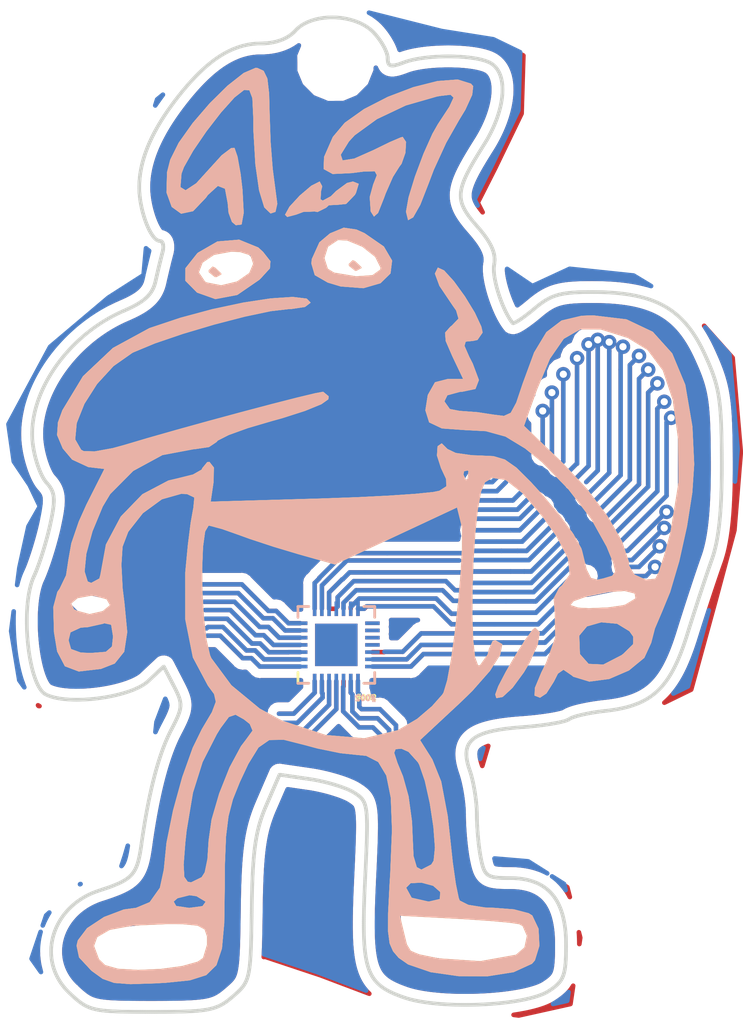
<source format=kicad_pcb>
(kicad_pcb (version 20171130) (host pcbnew "(5.0.0-3-g5ebb6b6)")
  (layers (0 F.Cu signal) (31 B.Cu signal) (34 B.Paste user) (35 F.Paste user) (36 B.SilkS user) (37 F.SilkS user) (38 B.Mask user) (39 F.Mask user) (44 Edge.Cuts user))
  (net 0 "")
  (module Package_DFN_QFN:UQFN-28-1EP_4x4mm_P0.4mm_EP2.35x2.35mm (layer B.Cu) (at 158.496 91.821)
    (fp_text reference REF** hide)
    (fp_text value UQFN-28-1EP_4x4mm_P0.4mm_EP2.35x2.35mm)
    (pad 1 smd rect (at -2 1.2) (size 0.8 0.2) (layers B.Cu B.Paste B.Mask))
    (pad 2 smd rect (at -2 0.8) (size 0.8 0.2) (layers B.Cu B.Paste B.Mask))
    (pad 3 smd rect (at -2 0.4) (size 0.8 0.2) (layers B.Cu B.Paste B.Mask))
    (pad 4 smd rect (at -2 0) (size 0.8 0.2) (layers B.Cu B.Paste B.Mask))
    (pad 5 smd rect (at -2 -0.4) (size 0.8 0.2) (layers B.Cu B.Paste B.Mask))
    (pad 6 smd rect (at -2 -0.8) (size 0.8 0.2) (layers B.Cu B.Paste B.Mask))
    (pad 7 smd rect (at -2 -1.2) (size 0.8 0.2) (layers B.Cu B.Paste B.Mask))
    (pad 8 smd rect (at -1.2 -2 270) (size 0.8 0.2) (layers B.Cu B.Paste B.Mask))
    (pad 9 smd rect (at -0.8 -2 270) (size 0.8 0.2) (layers B.Cu B.Paste B.Mask))
    (pad 10 smd rect (at -0.4 -2 270) (size 0.8 0.2) (layers B.Cu B.Paste B.Mask))
    (pad 11 smd rect (at 0 -2 270) (size 0.8 0.2) (layers B.Cu B.Paste B.Mask))
    (pad 12 smd rect (at 0.4 -2 270) (size 0.8 0.2) (layers B.Cu B.Paste B.Mask))
    (pad 13 smd rect (at 0.8 -2 270) (size 0.8 0.2) (layers B.Cu B.Paste B.Mask))
    (pad 14 smd rect (at 1.2 -2 270) (size 0.8 0.2) (layers B.Cu B.Paste B.Mask))
    (pad 15 smd rect (at 2 -1.2) (size 0.8 0.2) (layers B.Cu B.Paste B.Mask))
    (pad 16 smd rect (at 2 -0.8) (size 0.8 0.2) (layers B.Cu B.Paste B.Mask))
    (pad 17 smd rect (at 2 -0.4) (size 0.8 0.2) (layers B.Cu B.Paste B.Mask))
    (pad 18 smd rect (at 2 0) (size 0.8 0.2) (layers B.Cu B.Paste B.Mask))
    (pad 19 smd rect (at 2 0.4) (size 0.8 0.2) (layers B.Cu B.Paste B.Mask))
    (pad 20 smd rect (at 2 0.8) (size 0.8 0.2) (layers B.Cu B.Paste B.Mask))
    (pad 21 smd rect (at 2 1.2) (size 0.8 0.2) (layers B.Cu B.Paste B.Mask))
    (pad 22 smd rect (at 1.2 2 270) (size 0.8 0.2) (layers B.Cu B.Paste B.Mask))
    (pad 23 smd rect (at 0.8 2 270) (size 0.8 0.2) (layers B.Cu B.Paste B.Mask))
    (pad 24 smd rect (at 0.4 2 270) (size 0.8 0.2) (layers B.Cu B.Paste B.Mask))
    (pad 25 smd rect (at 0 2 270) (size 0.8 0.2) (layers B.Cu B.Paste B.Mask))
    (pad 26 smd rect (at -0.4 2 270) (size 0.8 0.2) (layers B.Cu B.Paste B.Mask))
    (pad 27 smd rect (at -0.8 2 270) (size 0.8 0.2) (layers B.Cu B.Paste B.Mask))
    (pad 28 smd rect (at -1.2 2 270) (size 0.8 0.2) (layers B.Cu B.Paste B.Mask))
    (pad 29 smd rect (at 0 0) (size 2.35 2.35) (layers B.Cu B.Paste B.Mask))
  )
  (module img:v3better (layer F.Cu) (at 159.893 85.217)
    (fp_text reference G*** hide)
    (fp_text value LOGO hide)
  )
  (module Package_DFN_QFN:UQFN-28-1EP_4x4mm_P0.4mm_EP2.35x2.35mm (layer F.Cu) (at 158.496 91.821)
    (fp_text reference REF** hide)
    (fp_text value UQFN-28-1EP_4x4mm_P0.4mm_EP2.35x2.35mm)
    (pad 29 smd rect (at 0 0) (size 2.35 2.35) (layers F.Cu F.Paste F.Mask))
    (pad 28 smd rect (at -1.2 -2 90) (size 0.8 0.2) (layers F.Cu F.Paste F.Mask))
    (pad 27 smd rect (at -0.8 -2 90) (size 0.8 0.2) (layers F.Cu F.Paste F.Mask))
    (pad 26 smd rect (at -0.4 -2 90) (size 0.8 0.2) (layers F.Cu F.Paste F.Mask))
    (pad 25 smd rect (at 0 -2 90) (size 0.8 0.2) (layers F.Cu F.Paste F.Mask))
    (pad 24 smd rect (at 0.4 -2 90) (size 0.8 0.2) (layers F.Cu F.Paste F.Mask))
    (pad 23 smd rect (at 0.8 -2 90) (size 0.8 0.2) (layers F.Cu F.Paste F.Mask))
    (pad 22 smd rect (at 1.2 -2 90) (size 0.8 0.2) (layers F.Cu F.Paste F.Mask))
    (pad 21 smd rect (at 2 -1.2) (size 0.8 0.2) (layers F.Cu F.Paste F.Mask))
    (pad 20 smd rect (at 2 -0.8) (size 0.8 0.2) (layers F.Cu F.Paste F.Mask))
    (pad 19 smd rect (at 2 -0.4) (size 0.8 0.2) (layers F.Cu F.Paste F.Mask))
    (pad 18 smd rect (at 2 0) (size 0.8 0.2) (layers F.Cu F.Paste F.Mask))
    (pad 17 smd rect (at 2 0.4) (size 0.8 0.2) (layers F.Cu F.Paste F.Mask))
    (pad 16 smd rect (at 2 0.8) (size 0.8 0.2) (layers F.Cu F.Paste F.Mask))
    (pad 15 smd rect (at 2 1.2) (size 0.8 0.2) (layers F.Cu F.Paste F.Mask))
    (pad 14 smd rect (at 1.2 2 90) (size 0.8 0.2) (layers F.Cu F.Paste F.Mask))
    (pad 13 smd rect (at 0.8 2 90) (size 0.8 0.2) (layers F.Cu F.Paste F.Mask))
    (pad 12 smd rect (at 0.4 2 90) (size 0.8 0.2) (layers F.Cu F.Paste F.Mask))
    (pad 11 smd rect (at 0 2 90) (size 0.8 0.2) (layers F.Cu F.Paste F.Mask))
    (pad 10 smd rect (at -0.4 2 90) (size 0.8 0.2) (layers F.Cu F.Paste F.Mask))
    (pad 9 smd rect (at -0.8 2 90) (size 0.8 0.2) (layers F.Cu F.Paste F.Mask))
    (pad 8 smd rect (at -1.2 2 90) (size 0.8 0.2) (layers F.Cu F.Paste F.Mask))
    (pad 7 smd rect (at -2 1.2) (size 0.8 0.2) (layers F.Cu F.Paste F.Mask))
    (pad 6 smd rect (at -2 0.8) (size 0.8 0.2) (layers F.Cu F.Paste F.Mask))
    (pad 5 smd rect (at -2 0.4) (size 0.8 0.2) (layers F.Cu F.Paste F.Mask))
    (pad 4 smd rect (at -2 0) (size 0.8 0.2) (layers F.Cu F.Paste F.Mask))
    (pad 3 smd rect (at -2 -0.4) (size 0.8 0.2) (layers F.Cu F.Paste F.Mask))
    (pad 2 smd rect (at -2 -0.8) (size 0.8 0.2) (layers F.Cu F.Paste F.Mask))
    (pad 1 smd rect (at -2 -1.2) (size 0.8 0.2) (layers F.Cu F.Paste F.Mask))
  )
  (module img:v3betterBSILK (layer F.Cu) (at 159.893 85.217)
    (fp_text reference G*** hide)
    (fp_text value LOGO hide)
  )
  (module MountingHole:MountingHole_3.2mm_M3 (layer F.Cu) (at 158.4452 59.5884)
    (fp_text reference REF** hide)
    (fp_text value MountingHole_3.2mm_M3)
    (pad 1 np_thru_hole circle (at 0 0) (size 3.2 3.2) (drill 3.2) (layers *.Cu *.Mask))
  )
  (gr_line (start 178.831 88.4496) (end 178.816 88.4936) (layer Edge.Cuts) (width 0.2))
  (gr_line (start 178.845 88.4056) (end 178.831 88.4496) (layer Edge.Cuts) (width 0.2))
  (gr_line (start 178.86 88.3616) (end 178.845 88.4056) (layer Edge.Cuts) (width 0.2))
  (gr_line (start 178.874 88.3186) (end 178.86 88.3616) (layer Edge.Cuts) (width 0.2))
  (gr_line (start 178.889 88.2746) (end 178.874 88.3186) (layer Edge.Cuts) (width 0.2))
  (gr_line (start 178.903 88.2326) (end 178.889 88.2746) (layer Edge.Cuts) (width 0.2))
  (gr_line (start 178.917 88.1896) (end 178.903 88.2326) (layer Edge.Cuts) (width 0.2))
  (gr_line (start 178.932 88.1476) (end 178.917 88.1896) (layer Edge.Cuts) (width 0.2))
  (gr_line (start 178.946 88.1056) (end 178.932 88.1476) (layer Edge.Cuts) (width 0.2))
  (gr_line (start 178.959 88.0646) (end 178.946 88.1056) (layer Edge.Cuts) (width 0.2))
  (gr_line (start 178.973 88.0236) (end 178.959 88.0646) (layer Edge.Cuts) (width 0.2))
  (gr_line (start 178.987 87.9826) (end 178.973 88.0236) (layer Edge.Cuts) (width 0.2))
  (gr_line (start 179.001 87.9426) (end 178.987 87.9826) (layer Edge.Cuts) (width 0.2))
  (gr_line (start 179.014 87.9026) (end 179.001 87.9426) (layer Edge.Cuts) (width 0.2))
  (gr_line (start 179.027 87.8636) (end 179.014 87.9026) (layer Edge.Cuts) (width 0.2))
  (gr_line (start 179.041 87.8246) (end 179.027 87.8636) (layer Edge.Cuts) (width 0.2))
  (gr_line (start 179.054 87.7856) (end 179.041 87.8246) (layer Edge.Cuts) (width 0.2))
  (gr_line (start 179.067 87.7476) (end 179.054 87.7856) (layer Edge.Cuts) (width 0.2))
  (gr_line (start 179.08 87.7096) (end 179.067 87.7476) (layer Edge.Cuts) (width 0.2))
  (gr_line (start 179.092 87.6726) (end 179.08 87.7096) (layer Edge.Cuts) (width 0.2))
  (gr_line (start 179.105 87.6356) (end 179.092 87.6726) (layer Edge.Cuts) (width 0.2))
  (gr_line (start 179.117 87.5996) (end 179.105 87.6356) (layer Edge.Cuts) (width 0.2))
  (gr_line (start 179.13 87.5636) (end 179.117 87.5996) (layer Edge.Cuts) (width 0.2))
  (gr_line (start 179.142 87.5286) (end 179.13 87.5636) (layer Edge.Cuts) (width 0.2))
  (gr_line (start 179.154 87.4936) (end 179.142 87.5286) (layer Edge.Cuts) (width 0.2))
  (gr_line (start 179.166 87.4596) (end 179.154 87.4936) (layer Edge.Cuts) (width 0.2))
  (gr_line (start 179.178 87.4256) (end 179.166 87.4596) (layer Edge.Cuts) (width 0.2))
  (gr_line (start 179.189 87.3926) (end 179.178 87.4256) (layer Edge.Cuts) (width 0.2))
  (gr_line (start 179.2 87.3596) (end 179.189 87.3926) (layer Edge.Cuts) (width 0.2))
  (gr_line (start 179.212 87.3276) (end 179.2 87.3596) (layer Edge.Cuts) (width 0.2))
  (gr_line (start 179.223 87.2956) (end 179.212 87.3276) (layer Edge.Cuts) (width 0.2))
  (gr_line (start 179.234 87.2646) (end 179.223 87.2956) (layer Edge.Cuts) (width 0.2))
  (gr_line (start 179.244 87.2346) (end 179.234 87.2646) (layer Edge.Cuts) (width 0.2))
  (gr_line (start 179.255 87.2046) (end 179.244 87.2346) (layer Edge.Cuts) (width 0.2))
  (gr_line (start 179.265 87.1756) (end 179.255 87.2046) (layer Edge.Cuts) (width 0.2))
  (gr_line (start 179.275 87.1466) (end 179.265 87.1756) (layer Edge.Cuts) (width 0.2))
  (gr_line (start 179.285 87.1186) (end 179.275 87.1466) (layer Edge.Cuts) (width 0.2))
  (gr_line (start 179.295 87.0906) (end 179.285 87.1186) (layer Edge.Cuts) (width 0.2))
  (gr_line (start 179.308 87.0556) (end 179.295 87.0906) (layer Edge.Cuts) (width 0.2))
  (gr_line (start 179.32 87.0206) (end 179.308 87.0556) (layer Edge.Cuts) (width 0.2))
  (gr_line (start 179.332 86.9856) (end 179.32 87.0206) (layer Edge.Cuts) (width 0.2))
  (gr_line (start 179.343 86.9496) (end 179.332 86.9856) (layer Edge.Cuts) (width 0.2))
  (gr_line (start 179.355 86.9136) (end 179.343 86.9496) (layer Edge.Cuts) (width 0.2))
  (gr_line (start 179.367 86.8776) (end 179.355 86.9136) (layer Edge.Cuts) (width 0.2))
  (gr_line (start 179.378 86.8406) (end 179.367 86.8776) (layer Edge.Cuts) (width 0.2))
  (gr_line (start 179.389 86.8036) (end 179.378 86.8406) (layer Edge.Cuts) (width 0.2))
  (gr_line (start 179.4 86.7656) (end 179.389 86.8036) (layer Edge.Cuts) (width 0.2))
  (gr_line (start 179.411 86.7276) (end 179.4 86.7656) (layer Edge.Cuts) (width 0.2))
  (gr_line (start 179.422 86.6896) (end 179.411 86.7276) (layer Edge.Cuts) (width 0.2))
  (gr_line (start 179.432 86.6506) (end 179.422 86.6896) (layer Edge.Cuts) (width 0.2))
  (gr_line (start 179.443 86.6116) (end 179.432 86.6506) (layer Edge.Cuts) (width 0.2))
  (gr_line (start 179.453 86.5726) (end 179.443 86.6116) (layer Edge.Cuts) (width 0.2))
  (gr_line (start 179.463 86.5326) (end 179.453 86.5726) (layer Edge.Cuts) (width 0.2))
  (gr_line (start 179.474 86.4926) (end 179.463 86.5326) (layer Edge.Cuts) (width 0.2))
  (gr_line (start 179.483 86.4516) (end 179.474 86.4926) (layer Edge.Cuts) (width 0.2))
  (gr_line (start 179.493 86.4106) (end 179.483 86.4516) (layer Edge.Cuts) (width 0.2))
  (gr_line (start 179.503 86.3686) (end 179.493 86.4106) (layer Edge.Cuts) (width 0.2))
  (gr_line (start 179.512 86.3266) (end 179.503 86.3686) (layer Edge.Cuts) (width 0.2))
  (gr_line (start 179.522 86.2846) (end 179.512 86.3266) (layer Edge.Cuts) (width 0.2))
  (gr_line (start 179.531 86.2416) (end 179.522 86.2846) (layer Edge.Cuts) (width 0.2))
  (gr_line (start 179.54 86.1986) (end 179.531 86.2416) (layer Edge.Cuts) (width 0.2))
  (gr_line (start 179.549 86.1556) (end 179.54 86.1986) (layer Edge.Cuts) (width 0.2))
  (gr_line (start 179.558 86.1116) (end 179.549 86.1556) (layer Edge.Cuts) (width 0.2))
  (gr_line (start 179.566 86.0666) (end 179.558 86.1116) (layer Edge.Cuts) (width 0.2))
  (gr_line (start 179.575 86.0216) (end 179.566 86.0666) (layer Edge.Cuts) (width 0.2))
  (gr_line (start 179.583 85.9766) (end 179.575 86.0216) (layer Edge.Cuts) (width 0.2))
  (gr_line (start 179.591 85.9306) (end 179.583 85.9766) (layer Edge.Cuts) (width 0.2))
  (gr_line (start 179.599 85.8846) (end 179.591 85.9306) (layer Edge.Cuts) (width 0.2))
  (gr_line (start 179.607 85.8376) (end 179.599 85.8846) (layer Edge.Cuts) (width 0.2))
  (gr_line (start 179.615 85.7906) (end 179.607 85.8376) (layer Edge.Cuts) (width 0.2))
  (gr_line (start 179.623 85.7436) (end 179.615 85.7906) (layer Edge.Cuts) (width 0.2))
  (gr_line (start 179.63 85.6956) (end 179.623 85.7436) (layer Edge.Cuts) (width 0.2))
  (gr_line (start 179.638 85.6466) (end 179.63 85.6956) (layer Edge.Cuts) (width 0.2))
  (gr_line (start 179.645 85.5976) (end 179.638 85.6466) (layer Edge.Cuts) (width 0.2))
  (gr_line (start 179.652 85.5486) (end 179.645 85.5976) (layer Edge.Cuts) (width 0.2))
  (gr_line (start 179.659 85.4986) (end 179.652 85.5486) (layer Edge.Cuts) (width 0.2))
  (gr_line (start 179.666 85.4476) (end 179.659 85.4986) (layer Edge.Cuts) (width 0.2))
  (gr_line (start 179.673 85.3976) (end 179.666 85.4476) (layer Edge.Cuts) (width 0.2))
  (gr_line (start 179.679 85.3456) (end 179.673 85.3976) (layer Edge.Cuts) (width 0.2))
  (gr_line (start 179.686 85.2936) (end 179.679 85.3456) (layer Edge.Cuts) (width 0.2))
  (gr_line (start 179.692 85.2416) (end 179.686 85.2936) (layer Edge.Cuts) (width 0.2))
  (gr_line (start 179.698 85.1886) (end 179.692 85.2416) (layer Edge.Cuts) (width 0.2))
  (gr_line (start 179.704 85.1356) (end 179.698 85.1886) (layer Edge.Cuts) (width 0.2))
  (gr_line (start 179.71 85.0816) (end 179.704 85.1356) (layer Edge.Cuts) (width 0.2))
  (gr_line (start 179.716 85.0276) (end 179.71 85.0816) (layer Edge.Cuts) (width 0.2))
  (gr_line (start 179.722 84.9726) (end 179.716 85.0276) (layer Edge.Cuts) (width 0.2))
  (gr_line (start 179.727 84.9166) (end 179.722 84.9726) (layer Edge.Cuts) (width 0.2))
  (gr_line (start 179.733 84.8606) (end 179.727 84.9166) (layer Edge.Cuts) (width 0.2))
  (gr_line (start 179.738 84.8046) (end 179.733 84.8606) (layer Edge.Cuts) (width 0.2))
  (gr_line (start 179.743 84.7476) (end 179.738 84.8046) (layer Edge.Cuts) (width 0.2))
  (gr_line (start 179.748 84.6906) (end 179.743 84.7476) (layer Edge.Cuts) (width 0.2))
  (gr_line (start 179.753 84.6326) (end 179.748 84.6906) (layer Edge.Cuts) (width 0.2))
  (gr_line (start 179.758 84.5736) (end 179.753 84.6326) (layer Edge.Cuts) (width 0.2))
  (gr_line (start 179.762 84.5146) (end 179.758 84.5736) (layer Edge.Cuts) (width 0.2))
  (gr_line (start 179.767 84.4546) (end 179.762 84.5146) (layer Edge.Cuts) (width 0.2))
  (gr_line (start 179.771 84.3946) (end 179.767 84.4546) (layer Edge.Cuts) (width 0.2))
  (gr_line (start 179.775 84.3336) (end 179.771 84.3946) (layer Edge.Cuts) (width 0.2))
  (gr_line (start 179.779 84.2726) (end 179.775 84.3336) (layer Edge.Cuts) (width 0.2))
  (gr_line (start 179.783 84.2106) (end 179.779 84.2726) (layer Edge.Cuts) (width 0.2))
  (gr_line (start 179.787 84.1486) (end 179.783 84.2106) (layer Edge.Cuts) (width 0.2))
  (gr_line (start 179.791 84.0856) (end 179.787 84.1486) (layer Edge.Cuts) (width 0.2))
  (gr_line (start 179.794 84.0216) (end 179.791 84.0856) (layer Edge.Cuts) (width 0.2))
  (gr_line (start 179.798 83.9576) (end 179.794 84.0216) (layer Edge.Cuts) (width 0.2))
  (gr_line (start 179.801 83.8936) (end 179.798 83.9576) (layer Edge.Cuts) (width 0.2))
  (gr_line (start 179.804 83.8276) (end 179.801 83.8936) (layer Edge.Cuts) (width 0.2))
  (gr_line (start 179.808 83.7626) (end 179.804 83.8276) (layer Edge.Cuts) (width 0.2))
  (gr_line (start 179.81 83.6956) (end 179.808 83.7626) (layer Edge.Cuts) (width 0.2))
  (gr_line (start 179.813 83.6286) (end 179.81 83.6956) (layer Edge.Cuts) (width 0.2))
  (gr_line (start 179.816 83.5616) (end 179.813 83.6286) (layer Edge.Cuts) (width 0.2))
  (gr_line (start 179.819 83.4926) (end 179.816 83.5616) (layer Edge.Cuts) (width 0.2))
  (gr_line (start 179.821 83.4246) (end 179.819 83.4926) (layer Edge.Cuts) (width 0.2))
  (gr_line (start 179.823 83.3546) (end 179.821 83.4246) (layer Edge.Cuts) (width 0.2))
  (gr_line (start 179.826 83.2846) (end 179.823 83.3546) (layer Edge.Cuts) (width 0.2))
  (gr_line (start 179.828 83.2146) (end 179.826 83.2846) (layer Edge.Cuts) (width 0.2))
  (gr_line (start 179.83 83.1426) (end 179.828 83.2146) (layer Edge.Cuts) (width 0.2))
  (gr_line (start 179.832 83.0716) (end 179.83 83.1426) (layer Edge.Cuts) (width 0.2))
  (gr_line (start 179.833 82.9986) (end 179.832 83.0716) (layer Edge.Cuts) (width 0.2))
  (gr_line (start 179.835 82.9256) (end 179.833 82.9986) (layer Edge.Cuts) (width 0.2))
  (gr_line (start 179.837 82.8516) (end 179.835 82.9256) (layer Edge.Cuts) (width 0.2))
  (gr_line (start 179.838 82.7776) (end 179.837 82.8516) (layer Edge.Cuts) (width 0.2))
  (gr_line (start 179.839 82.7026) (end 179.838 82.7776) (layer Edge.Cuts) (width 0.2))
  (gr_line (start 179.84 82.6266) (end 179.839 82.7026) (layer Edge.Cuts) (width 0.2))
  (gr_line (start 179.841 82.5506) (end 179.84 82.6266) (layer Edge.Cuts) (width 0.2))
  (gr_line (start 179.842 82.4736) (end 179.841 82.5506) (layer Edge.Cuts) (width 0.2))
  (gr_line (start 179.843 82.3966) (end 179.842 82.4736) (layer Edge.Cuts) (width 0.2))
  (gr_line (start 179.844 82.3186) (end 179.843 82.3966) (layer Edge.Cuts) (width 0.2))
  (gr_line (start 179.844 82.2396) (end 179.844 82.3186) (layer Edge.Cuts) (width 0.2))
  (gr_line (start 179.845 82.1596) (end 179.844 82.2396) (layer Edge.Cuts) (width 0.2))
  (gr_line (start 179.845 82.0796) (end 179.845 82.1596) (layer Edge.Cuts) (width 0.2))
  (gr_line (start 179.845 81.9986) (end 179.845 82.0796) (layer Edge.Cuts) (width 0.2))
  (gr_line (start 179.845 81.9176) (end 179.845 81.9986) (layer Edge.Cuts) (width 0.2))
  (gr_line (start 179.845 81.8356) (end 179.845 81.9176) (layer Edge.Cuts) (width 0.2))
  (gr_line (start 179.845 81.7526) (end 179.845 81.8356) (layer Edge.Cuts) (width 0.2))
  (gr_line (start 179.845 81.6686) (end 179.845 81.7526) (layer Edge.Cuts) (width 0.2))
  (gr_line (start 179.844 81.5736) (end 179.845 81.6686) (layer Edge.Cuts) (width 0.2))
  (gr_line (start 179.844 81.4696) (end 179.844 81.5736) (layer Edge.Cuts) (width 0.2))
  (gr_line (start 179.843 81.3656) (end 179.844 81.4696) (layer Edge.Cuts) (width 0.2))
  (gr_line (start 179.843 81.2646) (end 179.843 81.3656) (layer Edge.Cuts) (width 0.2))
  (gr_line (start 179.842 81.1646) (end 179.843 81.2646) (layer Edge.Cuts) (width 0.2))
  (gr_line (start 179.841 81.0666) (end 179.842 81.1646) (layer Edge.Cuts) (width 0.2))
  (gr_line (start 179.84 80.9696) (end 179.841 81.0666) (layer Edge.Cuts) (width 0.2))
  (gr_line (start 179.839 80.8756) (end 179.84 80.9696) (layer Edge.Cuts) (width 0.2))
  (gr_line (start 179.838 80.7816) (end 179.839 80.8756) (layer Edge.Cuts) (width 0.2))
  (gr_line (start 179.837 80.6896) (end 179.838 80.7816) (layer Edge.Cuts) (width 0.2))
  (gr_line (start 179.835 80.5996) (end 179.837 80.6896) (layer Edge.Cuts) (width 0.2))
  (gr_line (start 179.834 80.5106) (end 179.835 80.5996) (layer Edge.Cuts) (width 0.2))
  (gr_line (start 179.833 80.4236) (end 179.834 80.5106) (layer Edge.Cuts) (width 0.2))
  (gr_line (start 179.831 80.3376) (end 179.833 80.4236) (layer Edge.Cuts) (width 0.2))
  (gr_line (start 179.829 80.2536) (end 179.831 80.3376) (layer Edge.Cuts) (width 0.2))
  (gr_line (start 179.827 80.1706) (end 179.829 80.2536) (layer Edge.Cuts) (width 0.2))
  (gr_line (start 179.825 80.0886) (end 179.827 80.1706) (layer Edge.Cuts) (width 0.2))
  (gr_line (start 179.823 80.0086) (end 179.825 80.0886) (layer Edge.Cuts) (width 0.2))
  (gr_line (start 179.821 79.9296) (end 179.823 80.0086) (layer Edge.Cuts) (width 0.2))
  (gr_line (start 179.819 79.8516) (end 179.821 79.9296) (layer Edge.Cuts) (width 0.2))
  (gr_line (start 179.816 79.7756) (end 179.819 79.8516) (layer Edge.Cuts) (width 0.2))
  (gr_line (start 179.813 79.7006) (end 179.816 79.7756) (layer Edge.Cuts) (width 0.2))
  (gr_line (start 179.811 79.6266) (end 179.813 79.7006) (layer Edge.Cuts) (width 0.2))
  (gr_line (start 179.808 79.5536) (end 179.811 79.6266) (layer Edge.Cuts) (width 0.2))
  (gr_line (start 179.804 79.4816) (end 179.808 79.5536) (layer Edge.Cuts) (width 0.2))
  (gr_line (start 179.801 79.4116) (end 179.804 79.4816) (layer Edge.Cuts) (width 0.2))
  (gr_line (start 179.798 79.3416) (end 179.801 79.4116) (layer Edge.Cuts) (width 0.2))
  (gr_line (start 179.794 79.2736) (end 179.798 79.3416) (layer Edge.Cuts) (width 0.2))
  (gr_line (start 179.79 79.2066) (end 179.794 79.2736) (layer Edge.Cuts) (width 0.2))
  (gr_line (start 179.786 79.1406) (end 179.79 79.2066) (layer Edge.Cuts) (width 0.2))
  (gr_line (start 179.782 79.0746) (end 179.786 79.1406) (layer Edge.Cuts) (width 0.2))
  (gr_line (start 179.778 79.0106) (end 179.782 79.0746) (layer Edge.Cuts) (width 0.2))
  (gr_line (start 179.773 78.9476) (end 179.778 79.0106) (layer Edge.Cuts) (width 0.2))
  (gr_line (start 179.768 78.8856) (end 179.773 78.9476) (layer Edge.Cuts) (width 0.2))
  (gr_line (start 179.763 78.8236) (end 179.768 78.8856) (layer Edge.Cuts) (width 0.2))
  (gr_line (start 179.758 78.7636) (end 179.763 78.8236) (layer Edge.Cuts) (width 0.2))
  (gr_line (start 179.753 78.7036) (end 179.758 78.7636) (layer Edge.Cuts) (width 0.2))
  (gr_line (start 179.747 78.6446) (end 179.753 78.7036) (layer Edge.Cuts) (width 0.2))
  (gr_line (start 179.742 78.5866) (end 179.747 78.6446) (layer Edge.Cuts) (width 0.2))
  (gr_line (start 179.736 78.5296) (end 179.742 78.5866) (layer Edge.Cuts) (width 0.2))
  (gr_line (start 179.729 78.4726) (end 179.736 78.5296) (layer Edge.Cuts) (width 0.2))
  (gr_line (start 179.723 78.4176) (end 179.729 78.4726) (layer Edge.Cuts) (width 0.2))
  (gr_line (start 179.716 78.3626) (end 179.723 78.4176) (layer Edge.Cuts) (width 0.2))
  (gr_line (start 179.709 78.3076) (end 179.716 78.3626) (layer Edge.Cuts) (width 0.2))
  (gr_line (start 179.702 78.2536) (end 179.709 78.3076) (layer Edge.Cuts) (width 0.2))
  (gr_line (start 179.695 78.2006) (end 179.702 78.2536) (layer Edge.Cuts) (width 0.2))
  (gr_line (start 179.687 78.1486) (end 179.695 78.2006) (layer Edge.Cuts) (width 0.2))
  (gr_line (start 179.679 78.0966) (end 179.687 78.1486) (layer Edge.Cuts) (width 0.2))
  (gr_line (start 179.671 78.0446) (end 179.679 78.0966) (layer Edge.Cuts) (width 0.2))
  (gr_line (start 179.662 77.9936) (end 179.671 78.0446) (layer Edge.Cuts) (width 0.2))
  (gr_line (start 179.654 77.9436) (end 179.662 77.9936) (layer Edge.Cuts) (width 0.2))
  (gr_line (start 179.645 77.8936) (end 179.654 77.9436) (layer Edge.Cuts) (width 0.2))
  (gr_line (start 179.635 77.8446) (end 179.645 77.8936) (layer Edge.Cuts) (width 0.2))
  (gr_line (start 179.626 77.7946) (end 179.635 77.8446) (layer Edge.Cuts) (width 0.2))
  (gr_line (start 179.616 77.7466) (end 179.626 77.7946) (layer Edge.Cuts) (width 0.2))
  (gr_line (start 179.606 77.6976) (end 179.616 77.7466) (layer Edge.Cuts) (width 0.2))
  (gr_line (start 179.595 77.6496) (end 179.606 77.6976) (layer Edge.Cuts) (width 0.2))
  (gr_line (start 179.585 77.6026) (end 179.595 77.6496) (layer Edge.Cuts) (width 0.2))
  (gr_line (start 179.574 77.5546) (end 179.585 77.6026) (layer Edge.Cuts) (width 0.2))
  (gr_line (start 179.562 77.5076) (end 179.574 77.5546) (layer Edge.Cuts) (width 0.2))
  (gr_line (start 179.551 77.4606) (end 179.562 77.5076) (layer Edge.Cuts) (width 0.2))
  (gr_line (start 179.539 77.4146) (end 179.551 77.4606) (layer Edge.Cuts) (width 0.2))
  (gr_line (start 179.527 77.3676) (end 179.539 77.4146) (layer Edge.Cuts) (width 0.2))
  (gr_line (start 179.514 77.3216) (end 179.527 77.3676) (layer Edge.Cuts) (width 0.2))
  (gr_line (start 179.501 77.2756) (end 179.514 77.3216) (layer Edge.Cuts) (width 0.2))
  (gr_line (start 179.488 77.2286) (end 179.501 77.2756) (layer Edge.Cuts) (width 0.2))
  (gr_line (start 179.474 77.1826) (end 179.488 77.2286) (layer Edge.Cuts) (width 0.2))
  (gr_line (start 179.461 77.1366) (end 179.474 77.1826) (layer Edge.Cuts) (width 0.2))
  (gr_line (start 179.446 77.0916) (end 179.461 77.1366) (layer Edge.Cuts) (width 0.2))
  (gr_line (start 179.432 77.0456) (end 179.446 77.0916) (layer Edge.Cuts) (width 0.2))
  (gr_line (start 179.417 76.9996) (end 179.432 77.0456) (layer Edge.Cuts) (width 0.2))
  (gr_line (start 179.401 76.9536) (end 179.417 76.9996) (layer Edge.Cuts) (width 0.2))
  (gr_line (start 179.386 76.9076) (end 179.401 76.9536) (layer Edge.Cuts) (width 0.2))
  (gr_line (start 179.37 76.8606) (end 179.386 76.9076) (layer Edge.Cuts) (width 0.2))
  (gr_line (start 179.353 76.8146) (end 179.37 76.8606) (layer Edge.Cuts) (width 0.2))
  (gr_line (start 179.337 76.7686) (end 179.353 76.8146) (layer Edge.Cuts) (width 0.2))
  (gr_line (start 179.32 76.7216) (end 179.337 76.7686) (layer Edge.Cuts) (width 0.2))
  (gr_line (start 179.302 76.6746) (end 179.32 76.7216) (layer Edge.Cuts) (width 0.2))
  (gr_line (start 179.284 76.6276) (end 179.302 76.6746) (layer Edge.Cuts) (width 0.2))
  (gr_line (start 179.266 76.5806) (end 179.284 76.6276) (layer Edge.Cuts) (width 0.2))
  (gr_line (start 179.247 76.5326) (end 179.266 76.5806) (layer Edge.Cuts) (width 0.2))
  (gr_line (start 179.228 76.4846) (end 179.247 76.5326) (layer Edge.Cuts) (width 0.2))
  (gr_line (start 179.209 76.4366) (end 179.228 76.4846) (layer Edge.Cuts) (width 0.2))
  (gr_line (start 179.189 76.3876) (end 179.209 76.4366) (layer Edge.Cuts) (width 0.2))
  (gr_line (start 179.169 76.3386) (end 179.189 76.3876) (layer Edge.Cuts) (width 0.2))
  (gr_line (start 179.148 76.2896) (end 179.169 76.3386) (layer Edge.Cuts) (width 0.2))
  (gr_line (start 179.127 76.2396) (end 179.148 76.2896) (layer Edge.Cuts) (width 0.2))
  (gr_line (start 179.105 76.1896) (end 179.127 76.2396) (layer Edge.Cuts) (width 0.2))
  (gr_line (start 179.083 76.1386) (end 179.105 76.1896) (layer Edge.Cuts) (width 0.2))
  (gr_line (start 179.061 76.0876) (end 179.083 76.1386) (layer Edge.Cuts) (width 0.2))
  (gr_line (start 179.038 76.0356) (end 179.061 76.0876) (layer Edge.Cuts) (width 0.2))
  (gr_line (start 179.015 75.9836) (end 179.038 76.0356) (layer Edge.Cuts) (width 0.2))
  (gr_line (start 178.991 75.9306) (end 179.015 75.9836) (layer Edge.Cuts) (width 0.2))
  (gr_line (start 178.967 75.8766) (end 178.991 75.9306) (layer Edge.Cuts) (width 0.2))
  (gr_line (start 178.943 75.8226) (end 178.967 75.8766) (layer Edge.Cuts) (width 0.2))
  (gr_line (start 178.918 75.7676) (end 178.943 75.8226) (layer Edge.Cuts) (width 0.2))
  (gr_line (start 178.892 75.7116) (end 178.918 75.7676) (layer Edge.Cuts) (width 0.2))
  (gr_line (start 178.857 75.6366) (end 178.892 75.7116) (layer Edge.Cuts) (width 0.2))
  (gr_line (start 178.821 75.5596) (end 178.857 75.6366) (layer Edge.Cuts) (width 0.2))
  (gr_line (start 178.784 75.4846) (end 178.821 75.5596) (layer Edge.Cuts) (width 0.2))
  (gr_line (start 178.747 75.4096) (end 178.784 75.4846) (layer Edge.Cuts) (width 0.2))
  (gr_line (start 178.71 75.3356) (end 178.747 75.4096) (layer Edge.Cuts) (width 0.2))
  (gr_line (start 178.672 75.2636) (end 178.71 75.3356) (layer Edge.Cuts) (width 0.2))
  (gr_line (start 178.634 75.1916) (end 178.672 75.2636) (layer Edge.Cuts) (width 0.2))
  (gr_line (start 178.596 75.1206) (end 178.634 75.1916) (layer Edge.Cuts) (width 0.2))
  (gr_line (start 178.557 75.0516) (end 178.596 75.1206) (layer Edge.Cuts) (width 0.2))
  (gr_line (start 178.518 74.9826) (end 178.557 75.0516) (layer Edge.Cuts) (width 0.2))
  (gr_line (start 178.479 74.9156) (end 178.518 74.9826) (layer Edge.Cuts) (width 0.2))
  (gr_line (start 178.439 74.8486) (end 178.479 74.9156) (layer Edge.Cuts) (width 0.2))
  (gr_line (start 178.399 74.7826) (end 178.439 74.8486) (layer Edge.Cuts) (width 0.2))
  (gr_line (start 178.358 74.7186) (end 178.399 74.7826) (layer Edge.Cuts) (width 0.2))
  (gr_line (start 178.317 74.6546) (end 178.358 74.7186) (layer Edge.Cuts) (width 0.2))
  (gr_line (start 178.276 74.5926) (end 178.317 74.6546) (layer Edge.Cuts) (width 0.2))
  (gr_line (start 178.234 74.5306) (end 178.276 74.5926) (layer Edge.Cuts) (width 0.2))
  (gr_line (start 178.192 74.4696) (end 178.234 74.5306) (layer Edge.Cuts) (width 0.2))
  (gr_line (start 178.149 74.4096) (end 178.192 74.4696) (layer Edge.Cuts) (width 0.2))
  (gr_line (start 178.106 74.3506) (end 178.149 74.4096) (layer Edge.Cuts) (width 0.2))
  (gr_line (start 178.062 74.2926) (end 178.106 74.3506) (layer Edge.Cuts) (width 0.2))
  (gr_line (start 178.018 74.2366) (end 178.062 74.2926) (layer Edge.Cuts) (width 0.2))
  (gr_line (start 177.974 74.1796) (end 178.018 74.2366) (layer Edge.Cuts) (width 0.2))
  (gr_line (start 177.929 74.1246) (end 177.974 74.1796) (layer Edge.Cuts) (width 0.2))
  (gr_line (start 177.883 74.0706) (end 177.929 74.1246) (layer Edge.Cuts) (width 0.2))
  (gr_line (start 177.837 74.0176) (end 177.883 74.0706) (layer Edge.Cuts) (width 0.2))
  (gr_line (start 177.79 73.9656) (end 177.837 74.0176) (layer Edge.Cuts) (width 0.2))
  (gr_line (start 177.743 73.9136) (end 177.79 73.9656) (layer Edge.Cuts) (width 0.2))
  (gr_line (start 177.696 73.8636) (end 177.743 73.9136) (layer Edge.Cuts) (width 0.2))
  (gr_line (start 177.647 73.8136) (end 177.696 73.8636) (layer Edge.Cuts) (width 0.2))
  (gr_line (start 177.599 73.7646) (end 177.647 73.8136) (layer Edge.Cuts) (width 0.2))
  (gr_line (start 177.549 73.7176) (end 177.599 73.7646) (layer Edge.Cuts) (width 0.2))
  (gr_line (start 177.499 73.6706) (end 177.549 73.7176) (layer Edge.Cuts) (width 0.2))
  (gr_line (start 177.449 73.6246) (end 177.499 73.6706) (layer Edge.Cuts) (width 0.2))
  (gr_line (start 177.398 73.5786) (end 177.449 73.6246) (layer Edge.Cuts) (width 0.2))
  (gr_line (start 177.346 73.5346) (end 177.398 73.5786) (layer Edge.Cuts) (width 0.2))
  (gr_line (start 177.294 73.4916) (end 177.346 73.5346) (layer Edge.Cuts) (width 0.2))
  (gr_line (start 177.241 73.4486) (end 177.294 73.4916) (layer Edge.Cuts) (width 0.2))
  (gr_line (start 177.188 73.4066) (end 177.241 73.4486) (layer Edge.Cuts) (width 0.2))
  (gr_line (start 177.134 73.3666) (end 177.188 73.4066) (layer Edge.Cuts) (width 0.2))
  (gr_line (start 177.079 73.3256) (end 177.134 73.3666) (layer Edge.Cuts) (width 0.2))
  (gr_line (start 177.023 73.2866) (end 177.079 73.3256) (layer Edge.Cuts) (width 0.2))
  (gr_line (start 176.967 73.2486) (end 177.023 73.2866) (layer Edge.Cuts) (width 0.2))
  (gr_line (start 176.911 73.2106) (end 176.967 73.2486) (layer Edge.Cuts) (width 0.2))
  (gr_line (start 176.853 73.1746) (end 176.911 73.2106) (layer Edge.Cuts) (width 0.2))
  (gr_line (start 176.795 73.1386) (end 176.853 73.1746) (layer Edge.Cuts) (width 0.2))
  (gr_line (start 176.736 73.1036) (end 176.795 73.1386) (layer Edge.Cuts) (width 0.2))
  (gr_line (start 176.677 73.0696) (end 176.736 73.1036) (layer Edge.Cuts) (width 0.2))
  (gr_line (start 176.617 73.0356) (end 176.677 73.0696) (layer Edge.Cuts) (width 0.2))
  (gr_line (start 176.556 73.0036) (end 176.617 73.0356) (layer Edge.Cuts) (width 0.2))
  (gr_line (start 176.494 72.9716) (end 176.556 73.0036) (layer Edge.Cuts) (width 0.2))
  (gr_line (start 176.432 72.9406) (end 176.494 72.9716) (layer Edge.Cuts) (width 0.2))
  (gr_line (start 176.369 72.9106) (end 176.432 72.9406) (layer Edge.Cuts) (width 0.2))
  (gr_line (start 176.305 72.8806) (end 176.369 72.9106) (layer Edge.Cuts) (width 0.2))
  (gr_line (start 176.24 72.8516) (end 176.305 72.8806) (layer Edge.Cuts) (width 0.2))
  (gr_line (start 176.175 72.8246) (end 176.24 72.8516) (layer Edge.Cuts) (width 0.2))
  (gr_line (start 176.108 72.7966) (end 176.175 72.8246) (layer Edge.Cuts) (width 0.2))
  (gr_line (start 176.041 72.7706) (end 176.108 72.7966) (layer Edge.Cuts) (width 0.2))
  (gr_line (start 175.974 72.7446) (end 176.041 72.7706) (layer Edge.Cuts) (width 0.2))
  (gr_line (start 175.905 72.7206) (end 175.974 72.7446) (layer Edge.Cuts) (width 0.2))
  (gr_line (start 175.835 72.6956) (end 175.905 72.7206) (layer Edge.Cuts) (width 0.2))
  (gr_line (start 175.765 72.6726) (end 175.835 72.6956) (layer Edge.Cuts) (width 0.2))
  (gr_line (start 175.694 72.6496) (end 175.765 72.6726) (layer Edge.Cuts) (width 0.2))
  (gr_line (start 175.622 72.6286) (end 175.694 72.6496) (layer Edge.Cuts) (width 0.2))
  (gr_line (start 175.549 72.6066) (end 175.622 72.6286) (layer Edge.Cuts) (width 0.2))
  (gr_line (start 175.476 72.5866) (end 175.549 72.6066) (layer Edge.Cuts) (width 0.2))
  (gr_line (start 175.401 72.5666) (end 175.476 72.5866) (layer Edge.Cuts) (width 0.2))
  (gr_line (start 175.326 72.5476) (end 175.401 72.5666) (layer Edge.Cuts) (width 0.2))
  (gr_line (start 175.249 72.5296) (end 175.326 72.5476) (layer Edge.Cuts) (width 0.2))
  (gr_line (start 175.172 72.5116) (end 175.249 72.5296) (layer Edge.Cuts) (width 0.2))
  (gr_line (start 175.094 72.4946) (end 175.172 72.5116) (layer Edge.Cuts) (width 0.2))
  (gr_line (start 175.015 72.4786) (end 175.094 72.4946) (layer Edge.Cuts) (width 0.2))
  (gr_line (start 174.935 72.4636) (end 175.015 72.4786) (layer Edge.Cuts) (width 0.2))
  (gr_line (start 174.854 72.4486) (end 174.935 72.4636) (layer Edge.Cuts) (width 0.2))
  (gr_line (start 174.772 72.4346) (end 174.854 72.4486) (layer Edge.Cuts) (width 0.2))
  (gr_line (start 174.69 72.4206) (end 174.772 72.4346) (layer Edge.Cuts) (width 0.2))
  (gr_line (start 174.606 72.4076) (end 174.69 72.4206) (layer Edge.Cuts) (width 0.2))
  (gr_line (start 174.521 72.3956) (end 174.606 72.4076) (layer Edge.Cuts) (width 0.2))
  (gr_line (start 174.435 72.3846) (end 174.521 72.3956) (layer Edge.Cuts) (width 0.2))
  (gr_line (start 174.349 72.3736) (end 174.435 72.3846) (layer Edge.Cuts) (width 0.2))
  (gr_line (start 174.261 72.3636) (end 174.349 72.3736) (layer Edge.Cuts) (width 0.2))
  (gr_line (start 174.172 72.3536) (end 174.261 72.3636) (layer Edge.Cuts) (width 0.2))
  (gr_line (start 174.083 72.3446) (end 174.172 72.3536) (layer Edge.Cuts) (width 0.2))
  (gr_line (start 173.992 72.3366) (end 174.083 72.3446) (layer Edge.Cuts) (width 0.2))
  (gr_line (start 173.9 72.3286) (end 173.992 72.3366) (layer Edge.Cuts) (width 0.2))
  (gr_line (start 173.807 72.3216) (end 173.9 72.3286) (layer Edge.Cuts) (width 0.2))
  (gr_line (start 173.713 72.3156) (end 173.807 72.3216) (layer Edge.Cuts) (width 0.2))
  (gr_line (start 173.618 72.3096) (end 173.713 72.3156) (layer Edge.Cuts) (width 0.2))
  (gr_line (start 173.522 72.3046) (end 173.618 72.3096) (layer Edge.Cuts) (width 0.2))
  (gr_line (start 173.425 72.2996) (end 173.522 72.3046) (layer Edge.Cuts) (width 0.2))
  (gr_line (start 173.327 72.2956) (end 173.425 72.2996) (layer Edge.Cuts) (width 0.2))
  (gr_line (start 173.228 72.2926) (end 173.327 72.2956) (layer Edge.Cuts) (width 0.2))
  (gr_line (start 173.128 72.2896) (end 173.228 72.2926) (layer Edge.Cuts) (width 0.2))
  (gr_line (start 173.026 72.2876) (end 173.128 72.2896) (layer Edge.Cuts) (width 0.2))
  (gr_line (start 172.924 72.2856) (end 173.026 72.2876) (layer Edge.Cuts) (width 0.2))
  (gr_line (start 172.82 72.2846) (end 172.924 72.2856) (layer Edge.Cuts) (width 0.2))
  (gr_line (start 172.729 72.2846) (end 172.82 72.2846) (layer Edge.Cuts) (width 0.2))
  (gr_line (start 172.672 72.2836) (end 172.729 72.2846) (layer Edge.Cuts) (width 0.2))
  (gr_line (start 172.617 72.2836) (end 172.672 72.2836) (layer Edge.Cuts) (width 0.2))
  (gr_line (start 172.562 72.2846) (end 172.617 72.2836) (layer Edge.Cuts) (width 0.2))
  (gr_line (start 172.508 72.2846) (end 172.562 72.2846) (layer Edge.Cuts) (width 0.2))
  (gr_line (start 172.455 72.2846) (end 172.508 72.2846) (layer Edge.Cuts) (width 0.2))
  (gr_line (start 172.402 72.2846) (end 172.455 72.2846) (layer Edge.Cuts) (width 0.2))
  (gr_line (start 172.35 72.2856) (end 172.402 72.2846) (layer Edge.Cuts) (width 0.2))
  (gr_line (start 172.3 72.2866) (end 172.35 72.2856) (layer Edge.Cuts) (width 0.2))
  (gr_line (start 172.249 72.2866) (end 172.3 72.2866) (layer Edge.Cuts) (width 0.2))
  (gr_line (start 172.2 72.2876) (end 172.249 72.2866) (layer Edge.Cuts) (width 0.2))
  (gr_line (start 172.151 72.2886) (end 172.2 72.2876) (layer Edge.Cuts) (width 0.2))
  (gr_line (start 172.104 72.2896) (end 172.151 72.2886) (layer Edge.Cuts) (width 0.2))
  (gr_line (start 172.056 72.2916) (end 172.104 72.2896) (layer Edge.Cuts) (width 0.2))
  (gr_line (start 172.01 72.2926) (end 172.056 72.2916) (layer Edge.Cuts) (width 0.2))
  (gr_line (start 171.964 72.2946) (end 172.01 72.2926) (layer Edge.Cuts) (width 0.2))
  (gr_line (start 171.919 72.2956) (end 171.964 72.2946) (layer Edge.Cuts) (width 0.2))
  (gr_line (start 171.875 72.2976) (end 171.919 72.2956) (layer Edge.Cuts) (width 0.2))
  (gr_line (start 171.831 72.2996) (end 171.875 72.2976) (layer Edge.Cuts) (width 0.2))
  (gr_line (start 171.788 72.3016) (end 171.831 72.2996) (layer Edge.Cuts) (width 0.2))
  (gr_line (start 171.745 72.3046) (end 171.788 72.3016) (layer Edge.Cuts) (width 0.2))
  (gr_line (start 171.703 72.3066) (end 171.745 72.3046) (layer Edge.Cuts) (width 0.2))
  (gr_line (start 171.662 72.3096) (end 171.703 72.3066) (layer Edge.Cuts) (width 0.2))
  (gr_line (start 171.621 72.3126) (end 171.662 72.3096) (layer Edge.Cuts) (width 0.2))
  (gr_line (start 171.581 72.3156) (end 171.621 72.3126) (layer Edge.Cuts) (width 0.2))
  (gr_line (start 171.542 72.3186) (end 171.581 72.3156) (layer Edge.Cuts) (width 0.2))
  (gr_line (start 171.503 72.3216) (end 171.542 72.3186) (layer Edge.Cuts) (width 0.2))
  (gr_line (start 171.464 72.3256) (end 171.503 72.3216) (layer Edge.Cuts) (width 0.2))
  (gr_line (start 171.427 72.3286) (end 171.464 72.3256) (layer Edge.Cuts) (width 0.2))
  (gr_line (start 171.389 72.3326) (end 171.427 72.3286) (layer Edge.Cuts) (width 0.2))
  (gr_line (start 171.352 72.3366) (end 171.389 72.3326) (layer Edge.Cuts) (width 0.2))
  (gr_line (start 171.316 72.3416) (end 171.352 72.3366) (layer Edge.Cuts) (width 0.2))
  (gr_line (start 171.28 72.3456) (end 171.316 72.3416) (layer Edge.Cuts) (width 0.2))
  (gr_line (start 171.245 72.3506) (end 171.28 72.3456) (layer Edge.Cuts) (width 0.2))
  (gr_line (start 171.21 72.3556) (end 171.245 72.3506) (layer Edge.Cuts) (width 0.2))
  (gr_line (start 171.176 72.3606) (end 171.21 72.3556) (layer Edge.Cuts) (width 0.2))
  (gr_line (start 171.142 72.3656) (end 171.176 72.3606) (layer Edge.Cuts) (width 0.2))
  (gr_line (start 171.108 72.3716) (end 171.142 72.3656) (layer Edge.Cuts) (width 0.2))
  (gr_line (start 171.075 72.3766) (end 171.108 72.3716) (layer Edge.Cuts) (width 0.2))
  (gr_line (start 171.043 72.3826) (end 171.075 72.3766) (layer Edge.Cuts) (width 0.2))
  (gr_line (start 171.01 72.3896) (end 171.043 72.3826) (layer Edge.Cuts) (width 0.2))
  (gr_line (start 170.978 72.3956) (end 171.01 72.3896) (layer Edge.Cuts) (width 0.2))
  (gr_line (start 170.947 72.4026) (end 170.978 72.3956) (layer Edge.Cuts) (width 0.2))
  (gr_line (start 170.916 72.4086) (end 170.947 72.4026) (layer Edge.Cuts) (width 0.2))
  (gr_line (start 170.885 72.4166) (end 170.916 72.4086) (layer Edge.Cuts) (width 0.2))
  (gr_line (start 170.854 72.4236) (end 170.885 72.4166) (layer Edge.Cuts) (width 0.2))
  (gr_line (start 170.824 72.4316) (end 170.854 72.4236) (layer Edge.Cuts) (width 0.2))
  (gr_line (start 170.794 72.4386) (end 170.824 72.4316) (layer Edge.Cuts) (width 0.2))
  (gr_line (start 170.765 72.4466) (end 170.794 72.4386) (layer Edge.Cuts) (width 0.2))
  (gr_line (start 170.736 72.4556) (end 170.765 72.4466) (layer Edge.Cuts) (width 0.2))
  (gr_line (start 170.707 72.4636) (end 170.736 72.4556) (layer Edge.Cuts) (width 0.2))
  (gr_line (start 170.678 72.4726) (end 170.707 72.4636) (layer Edge.Cuts) (width 0.2))
  (gr_line (start 170.65 72.4816) (end 170.678 72.4726) (layer Edge.Cuts) (width 0.2))
  (gr_line (start 170.621 72.4916) (end 170.65 72.4816) (layer Edge.Cuts) (width 0.2))
  (gr_line (start 170.593 72.5016) (end 170.621 72.4916) (layer Edge.Cuts) (width 0.2))
  (gr_line (start 170.566 72.5106) (end 170.593 72.5016) (layer Edge.Cuts) (width 0.2))
  (gr_line (start 170.538 72.5216) (end 170.566 72.5106) (layer Edge.Cuts) (width 0.2))
  (gr_line (start 170.511 72.5316) (end 170.538 72.5216) (layer Edge.Cuts) (width 0.2))
  (gr_line (start 170.484 72.5426) (end 170.511 72.5316) (layer Edge.Cuts) (width 0.2))
  (gr_line (start 170.457 72.5536) (end 170.484 72.5426) (layer Edge.Cuts) (width 0.2))
  (gr_line (start 170.43 72.5646) (end 170.457 72.5536) (layer Edge.Cuts) (width 0.2))
  (gr_line (start 170.403 72.5766) (end 170.43 72.5646) (layer Edge.Cuts) (width 0.2))
  (gr_line (start 170.377 72.5886) (end 170.403 72.5766) (layer Edge.Cuts) (width 0.2))
  (gr_line (start 170.351 72.6006) (end 170.377 72.5886) (layer Edge.Cuts) (width 0.2))
  (gr_line (start 170.324 72.6136) (end 170.351 72.6006) (layer Edge.Cuts) (width 0.2))
  (gr_line (start 170.298 72.6266) (end 170.324 72.6136) (layer Edge.Cuts) (width 0.2))
  (gr_line (start 170.272 72.6396) (end 170.298 72.6266) (layer Edge.Cuts) (width 0.2))
  (gr_line (start 170.246 72.6526) (end 170.272 72.6396) (layer Edge.Cuts) (width 0.2))
  (gr_line (start 170.22 72.6666) (end 170.246 72.6526) (layer Edge.Cuts) (width 0.2))
  (gr_line (start 170.194 72.6806) (end 170.22 72.6666) (layer Edge.Cuts) (width 0.2))
  (gr_line (start 170.169 72.6956) (end 170.194 72.6806) (layer Edge.Cuts) (width 0.2))
  (gr_line (start 170.143 72.7096) (end 170.169 72.6956) (layer Edge.Cuts) (width 0.2))
  (gr_line (start 170.117 72.7256) (end 170.143 72.7096) (layer Edge.Cuts) (width 0.2))
  (gr_line (start 170.091 72.7406) (end 170.117 72.7256) (layer Edge.Cuts) (width 0.2))
  (gr_line (start 170.066 72.7566) (end 170.091 72.7406) (layer Edge.Cuts) (width 0.2))
  (gr_line (start 170.04 72.7726) (end 170.066 72.7566) (layer Edge.Cuts) (width 0.2))
  (gr_line (start 170.014 72.7886) (end 170.04 72.7726) (layer Edge.Cuts) (width 0.2))
  (gr_line (start 169.988 72.8056) (end 170.014 72.7886) (layer Edge.Cuts) (width 0.2))
  (gr_line (start 169.963 72.8226) (end 169.988 72.8056) (layer Edge.Cuts) (width 0.2))
  (gr_line (start 169.937 72.8406) (end 169.963 72.8226) (layer Edge.Cuts) (width 0.2))
  (gr_line (start 169.911 72.8586) (end 169.937 72.8406) (layer Edge.Cuts) (width 0.2))
  (gr_line (start 169.885 72.8766) (end 169.911 72.8586) (layer Edge.Cuts) (width 0.2))
  (gr_line (start 169.859 72.8946) (end 169.885 72.8766) (layer Edge.Cuts) (width 0.2))
  (gr_line (start 169.832 72.9136) (end 169.859 72.8946) (layer Edge.Cuts) (width 0.2))
  (gr_line (start 169.806 72.9336) (end 169.832 72.9136) (layer Edge.Cuts) (width 0.2))
  (gr_line (start 169.78 72.9526) (end 169.806 72.9336) (layer Edge.Cuts) (width 0.2))
  (gr_line (start 169.753 72.9726) (end 169.78 72.9526) (layer Edge.Cuts) (width 0.2))
  (gr_line (start 169.726 72.9936) (end 169.753 72.9726) (layer Edge.Cuts) (width 0.2))
  (gr_line (start 169.699 73.0146) (end 169.726 72.9936) (layer Edge.Cuts) (width 0.2))
  (gr_line (start 169.672 73.0356) (end 169.699 73.0146) (layer Edge.Cuts) (width 0.2))
  (gr_line (start 169.645 73.0566) (end 169.672 73.0356) (layer Edge.Cuts) (width 0.2))
  (gr_line (start 169.617 73.0786) (end 169.645 73.0566) (layer Edge.Cuts) (width 0.2))
  (gr_line (start 169.589 73.1016) (end 169.617 73.0786) (layer Edge.Cuts) (width 0.2))
  (gr_line (start 169.561 73.1246) (end 169.589 73.1016) (layer Edge.Cuts) (width 0.2))
  (gr_line (start 169.533 73.1476) (end 169.561 73.1246) (layer Edge.Cuts) (width 0.2))
  (gr_line (start 169.505 73.1706) (end 169.533 73.1476) (layer Edge.Cuts) (width 0.2))
  (gr_line (start 169.476 73.1946) (end 169.505 73.1706) (layer Edge.Cuts) (width 0.2))
  (gr_line (start 169.454 73.2136) (end 169.476 73.1946) (layer Edge.Cuts) (width 0.2))
  (gr_line (start 169.436 73.2286) (end 169.454 73.2136) (layer Edge.Cuts) (width 0.2))
  (gr_line (start 169.417 73.2446) (end 169.436 73.2286) (layer Edge.Cuts) (width 0.2))
  (gr_line (start 169.398 73.2596) (end 169.417 73.2446) (layer Edge.Cuts) (width 0.2))
  (gr_line (start 169.38 73.2756) (end 169.398 73.2596) (layer Edge.Cuts) (width 0.2))
  (gr_line (start 169.361 73.2906) (end 169.38 73.2756) (layer Edge.Cuts) (width 0.2))
  (gr_line (start 169.343 73.3056) (end 169.361 73.2906) (layer Edge.Cuts) (width 0.2))
  (gr_line (start 169.324 73.3206) (end 169.343 73.3056) (layer Edge.Cuts) (width 0.2))
  (gr_line (start 169.306 73.3356) (end 169.324 73.3206) (layer Edge.Cuts) (width 0.2))
  (gr_line (start 169.287 73.3506) (end 169.306 73.3356) (layer Edge.Cuts) (width 0.2))
  (gr_line (start 169.269 73.3656) (end 169.287 73.3506) (layer Edge.Cuts) (width 0.2))
  (gr_line (start 169.251 73.3796) (end 169.269 73.3656) (layer Edge.Cuts) (width 0.2))
  (gr_line (start 169.233 73.3946) (end 169.251 73.3796) (layer Edge.Cuts) (width 0.2))
  (gr_line (start 169.215 73.4086) (end 169.233 73.3946) (layer Edge.Cuts) (width 0.2))
  (gr_line (start 169.197 73.4236) (end 169.215 73.4086) (layer Edge.Cuts) (width 0.2))
  (gr_line (start 169.179 73.4376) (end 169.197 73.4236) (layer Edge.Cuts) (width 0.2))
  (gr_line (start 169.161 73.4516) (end 169.179 73.4376) (layer Edge.Cuts) (width 0.2))
  (gr_line (start 169.144 73.4656) (end 169.161 73.4516) (layer Edge.Cuts) (width 0.2))
  (gr_line (start 169.126 73.4786) (end 169.144 73.4656) (layer Edge.Cuts) (width 0.2))
  (gr_line (start 169.108 73.4926) (end 169.126 73.4786) (layer Edge.Cuts) (width 0.2))
  (gr_line (start 169.091 73.5056) (end 169.108 73.4926) (layer Edge.Cuts) (width 0.2))
  (gr_line (start 169.074 73.5196) (end 169.091 73.5056) (layer Edge.Cuts) (width 0.2))
  (gr_line (start 169.057 73.5326) (end 169.074 73.5196) (layer Edge.Cuts) (width 0.2))
  (gr_line (start 169.039 73.5456) (end 169.057 73.5326) (layer Edge.Cuts) (width 0.2))
  (gr_line (start 169.022 73.5586) (end 169.039 73.5456) (layer Edge.Cuts) (width 0.2))
  (gr_line (start 169.005 73.5716) (end 169.022 73.5586) (layer Edge.Cuts) (width 0.2))
  (gr_line (start 168.989 73.5836) (end 169.005 73.5716) (layer Edge.Cuts) (width 0.2))
  (gr_line (start 168.972 73.5966) (end 168.989 73.5836) (layer Edge.Cuts) (width 0.2))
  (gr_line (start 168.955 73.6086) (end 168.972 73.5966) (layer Edge.Cuts) (width 0.2))
  (gr_line (start 168.939 73.6206) (end 168.955 73.6086) (layer Edge.Cuts) (width 0.2))
  (gr_line (start 168.923 73.6326) (end 168.939 73.6206) (layer Edge.Cuts) (width 0.2))
  (gr_line (start 168.907 73.6446) (end 168.923 73.6326) (layer Edge.Cuts) (width 0.2))
  (gr_line (start 168.89 73.6566) (end 168.907 73.6446) (layer Edge.Cuts) (width 0.2))
  (gr_line (start 168.875 73.6676) (end 168.89 73.6566) (layer Edge.Cuts) (width 0.2))
  (gr_line (start 168.859 73.6796) (end 168.875 73.6676) (layer Edge.Cuts) (width 0.2))
  (gr_line (start 168.843 73.6906) (end 168.859 73.6796) (layer Edge.Cuts) (width 0.2))
  (gr_line (start 168.828 73.7016) (end 168.843 73.6906) (layer Edge.Cuts) (width 0.2))
  (gr_line (start 168.812 73.7126) (end 168.828 73.7016) (layer Edge.Cuts) (width 0.2))
  (gr_line (start 168.797 73.7236) (end 168.812 73.7126) (layer Edge.Cuts) (width 0.2))
  (gr_line (start 168.782 73.7336) (end 168.797 73.7236) (layer Edge.Cuts) (width 0.2))
  (gr_line (start 168.767 73.7446) (end 168.782 73.7336) (layer Edge.Cuts) (width 0.2))
  (gr_line (start 168.752 73.7546) (end 168.767 73.7446) (layer Edge.Cuts) (width 0.2))
  (gr_line (start 168.738 73.7646) (end 168.752 73.7546) (layer Edge.Cuts) (width 0.2))
  (gr_line (start 168.723 73.7746) (end 168.738 73.7646) (layer Edge.Cuts) (width 0.2))
  (gr_line (start 168.709 73.7836) (end 168.723 73.7746) (layer Edge.Cuts) (width 0.2))
  (gr_line (start 168.695 73.7936) (end 168.709 73.7836) (layer Edge.Cuts) (width 0.2))
  (gr_line (start 168.681 73.8026) (end 168.695 73.7936) (layer Edge.Cuts) (width 0.2))
  (gr_line (start 168.667 73.8116) (end 168.681 73.8026) (layer Edge.Cuts) (width 0.2))
  (gr_line (start 168.653 73.8206) (end 168.667 73.8116) (layer Edge.Cuts) (width 0.2))
  (gr_line (start 168.64 73.8296) (end 168.653 73.8206) (layer Edge.Cuts) (width 0.2))
  (gr_line (start 168.627 73.8386) (end 168.64 73.8296) (layer Edge.Cuts) (width 0.2))
  (gr_line (start 168.614 73.8466) (end 168.627 73.8386) (layer Edge.Cuts) (width 0.2))
  (gr_line (start 168.601 73.8546) (end 168.614 73.8466) (layer Edge.Cuts) (width 0.2))
  (gr_line (start 168.588 73.8626) (end 168.601 73.8546) (layer Edge.Cuts) (width 0.2))
  (gr_line (start 168.576 73.8706) (end 168.588 73.8626) (layer Edge.Cuts) (width 0.2))
  (gr_line (start 168.563 73.8786) (end 168.576 73.8706) (layer Edge.Cuts) (width 0.2))
  (gr_line (start 168.551 73.8856) (end 168.563 73.8786) (layer Edge.Cuts) (width 0.2))
  (gr_line (start 168.539 73.8926) (end 168.551 73.8856) (layer Edge.Cuts) (width 0.2))
  (gr_line (start 168.527 73.8996) (end 168.539 73.8926) (layer Edge.Cuts) (width 0.2))
  (gr_line (start 168.516 73.9066) (end 168.527 73.8996) (layer Edge.Cuts) (width 0.2))
  (gr_line (start 168.505 73.9136) (end 168.516 73.9066) (layer Edge.Cuts) (width 0.2))
  (gr_line (start 168.494 73.9196) (end 168.505 73.9136) (layer Edge.Cuts) (width 0.2))
  (gr_line (start 168.483 73.9256) (end 168.494 73.9196) (layer Edge.Cuts) (width 0.2))
  (gr_line (start 168.472 73.9316) (end 168.483 73.9256) (layer Edge.Cuts) (width 0.2))
  (gr_line (start 168.462 73.9376) (end 168.472 73.9316) (layer Edge.Cuts) (width 0.2))
  (gr_line (start 168.451 73.9426) (end 168.462 73.9376) (layer Edge.Cuts) (width 0.2))
  (gr_line (start 168.441 73.9486) (end 168.451 73.9426) (layer Edge.Cuts) (width 0.2))
  (gr_line (start 168.432 73.9536) (end 168.441 73.9486) (layer Edge.Cuts) (width 0.2))
  (gr_line (start 168.422 73.9586) (end 168.432 73.9536) (layer Edge.Cuts) (width 0.2))
  (gr_line (start 168.413 73.9626) (end 168.422 73.9586) (layer Edge.Cuts) (width 0.2))
  (gr_line (start 168.404 73.9676) (end 168.413 73.9626) (layer Edge.Cuts) (width 0.2))
  (gr_line (start 168.395 73.9716) (end 168.404 73.9676) (layer Edge.Cuts) (width 0.2))
  (gr_line (start 168.386 73.9756) (end 168.395 73.9716) (layer Edge.Cuts) (width 0.2))
  (gr_line (start 168.378 73.9786) (end 168.386 73.9756) (layer Edge.Cuts) (width 0.2))
  (gr_line (start 168.37 73.9826) (end 168.378 73.9786) (layer Edge.Cuts) (width 0.2))
  (gr_line (start 168.362 73.9856) (end 168.37 73.9826) (layer Edge.Cuts) (width 0.2))
  (gr_line (start 168.354 73.9886) (end 168.362 73.9856) (layer Edge.Cuts) (width 0.2))
  (gr_line (start 168.347 73.9916) (end 168.354 73.9886) (layer Edge.Cuts) (width 0.2))
  (gr_line (start 168.34 73.9936) (end 168.347 73.9916) (layer Edge.Cuts) (width 0.2))
  (gr_line (start 168.333 73.9966) (end 168.34 73.9936) (layer Edge.Cuts) (width 0.2))
  (gr_line (start 168.326 73.9986) (end 168.333 73.9966) (layer Edge.Cuts) (width 0.2))
  (gr_line (start 168.32 73.9996) (end 168.326 73.9986) (layer Edge.Cuts) (width 0.2))
  (gr_line (start 168.314 74.0016) (end 168.32 73.9996) (layer Edge.Cuts) (width 0.2))
  (gr_line (start 168.308 74.0026) (end 168.314 74.0016) (layer Edge.Cuts) (width 0.2))
  (gr_line (start 168.303 74.0036) (end 168.308 74.0026) (layer Edge.Cuts) (width 0.2))
  (gr_line (start 168.298 74.0046) (end 168.303 74.0036) (layer Edge.Cuts) (width 0.2))
  (gr_line (start 168.293 74.0056) (end 168.298 74.0046) (layer Edge.Cuts) (width 0.2))
  (gr_line (start 168.288 74.0056) (end 168.293 74.0056) (layer Edge.Cuts) (width 0.2))
  (gr_line (start 168.284 74.0056) (end 168.288 74.0056) (layer Edge.Cuts) (width 0.2))
  (gr_line (start 168.28 74.0056) (end 168.284 74.0056) (layer Edge.Cuts) (width 0.2))
  (gr_line (start 168.276 74.0046) (end 168.28 74.0056) (layer Edge.Cuts) (width 0.2))
  (gr_line (start 168.272 74.0036) (end 168.276 74.0046) (layer Edge.Cuts) (width 0.2))
  (gr_line (start 168.269 74.0026) (end 168.272 74.0036) (layer Edge.Cuts) (width 0.2))
  (gr_line (start 168.266 74.0016) (end 168.269 74.0026) (layer Edge.Cuts) (width 0.2))
  (gr_line (start 168.264 73.9996) (end 168.266 74.0016) (layer Edge.Cuts) (width 0.2))
  (gr_line (start 168.262 73.9976) (end 168.264 73.9996) (layer Edge.Cuts) (width 0.2))
  (gr_line (start 168.258 73.9936) (end 168.262 73.9976) (layer Edge.Cuts) (width 0.2))
  (gr_line (start 168.24 73.9716) (end 168.258 73.9936) (layer Edge.Cuts) (width 0.2))
  (gr_line (start 168.222 73.9486) (end 168.24 73.9716) (layer Edge.Cuts) (width 0.2))
  (gr_line (start 168.204 73.9246) (end 168.222 73.9486) (layer Edge.Cuts) (width 0.2))
  (gr_line (start 168.186 73.8996) (end 168.204 73.9246) (layer Edge.Cuts) (width 0.2))
  (gr_line (start 168.169 73.8746) (end 168.186 73.8996) (layer Edge.Cuts) (width 0.2))
  (gr_line (start 168.151 73.8486) (end 168.169 73.8746) (layer Edge.Cuts) (width 0.2))
  (gr_line (start 168.133 73.8226) (end 168.151 73.8486) (layer Edge.Cuts) (width 0.2))
  (gr_line (start 168.115 73.7956) (end 168.133 73.8226) (layer Edge.Cuts) (width 0.2))
  (gr_line (start 168.097 73.7676) (end 168.115 73.7956) (layer Edge.Cuts) (width 0.2))
  (gr_line (start 168.08 73.7396) (end 168.097 73.7676) (layer Edge.Cuts) (width 0.2))
  (gr_line (start 168.062 73.7106) (end 168.08 73.7396) (layer Edge.Cuts) (width 0.2))
  (gr_line (start 168.044 73.6806) (end 168.062 73.7106) (layer Edge.Cuts) (width 0.2))
  (gr_line (start 168.027 73.6516) (end 168.044 73.6806) (layer Edge.Cuts) (width 0.2))
  (gr_line (start 168.009 73.6206) (end 168.027 73.6516) (layer Edge.Cuts) (width 0.2))
  (gr_line (start 167.992 73.5896) (end 168.009 73.6206) (layer Edge.Cuts) (width 0.2))
  (gr_line (start 167.975 73.5586) (end 167.992 73.5896) (layer Edge.Cuts) (width 0.2))
  (gr_line (start 167.957 73.5266) (end 167.975 73.5586) (layer Edge.Cuts) (width 0.2))
  (gr_line (start 167.94 73.4946) (end 167.957 73.5266) (layer Edge.Cuts) (width 0.2))
  (gr_line (start 167.923 73.4616) (end 167.94 73.4946) (layer Edge.Cuts) (width 0.2))
  (gr_line (start 167.906 73.4276) (end 167.923 73.4616) (layer Edge.Cuts) (width 0.2))
  (gr_line (start 167.889 73.3946) (end 167.906 73.4276) (layer Edge.Cuts) (width 0.2))
  (gr_line (start 167.872 73.3606) (end 167.889 73.3946) (layer Edge.Cuts) (width 0.2))
  (gr_line (start 167.855 73.3256) (end 167.872 73.3606) (layer Edge.Cuts) (width 0.2))
  (gr_line (start 167.839 73.2916) (end 167.855 73.3256) (layer Edge.Cuts) (width 0.2))
  (gr_line (start 167.822 73.2556) (end 167.839 73.2916) (layer Edge.Cuts) (width 0.2))
  (gr_line (start 167.806 73.2206) (end 167.822 73.2556) (layer Edge.Cuts) (width 0.2))
  (gr_line (start 167.79 73.1846) (end 167.806 73.2206) (layer Edge.Cuts) (width 0.2))
  (gr_line (start 167.774 73.1486) (end 167.79 73.1846) (layer Edge.Cuts) (width 0.2))
  (gr_line (start 167.758 73.1116) (end 167.774 73.1486) (layer Edge.Cuts) (width 0.2))
  (gr_line (start 167.742 73.0756) (end 167.758 73.1116) (layer Edge.Cuts) (width 0.2))
  (gr_line (start 167.726 73.0386) (end 167.742 73.0756) (layer Edge.Cuts) (width 0.2))
  (gr_line (start 167.71 73.0016) (end 167.726 73.0386) (layer Edge.Cuts) (width 0.2))
  (gr_line (start 167.695 72.9636) (end 167.71 73.0016) (layer Edge.Cuts) (width 0.2))
  (gr_line (start 167.68 72.9256) (end 167.695 72.9636) (layer Edge.Cuts) (width 0.2))
  (gr_line (start 167.665 72.8876) (end 167.68 72.9256) (layer Edge.Cuts) (width 0.2))
  (gr_line (start 167.65 72.8496) (end 167.665 72.8876) (layer Edge.Cuts) (width 0.2))
  (gr_line (start 167.635 72.8116) (end 167.65 72.8496) (layer Edge.Cuts) (width 0.2))
  (gr_line (start 167.62 72.7736) (end 167.635 72.8116) (layer Edge.Cuts) (width 0.2))
  (gr_line (start 167.606 72.7346) (end 167.62 72.7736) (layer Edge.Cuts) (width 0.2))
  (gr_line (start 167.592 72.6956) (end 167.606 72.7346) (layer Edge.Cuts) (width 0.2))
  (gr_line (start 167.578 72.6576) (end 167.592 72.6956) (layer Edge.Cuts) (width 0.2))
  (gr_line (start 167.564 72.6186) (end 167.578 72.6576) (layer Edge.Cuts) (width 0.2))
  (gr_line (start 167.55 72.5796) (end 167.564 72.6186) (layer Edge.Cuts) (width 0.2))
  (gr_line (start 167.537 72.5406) (end 167.55 72.5796) (layer Edge.Cuts) (width 0.2))
  (gr_line (start 167.523 72.5006) (end 167.537 72.5406) (layer Edge.Cuts) (width 0.2))
  (gr_line (start 167.51 72.4616) (end 167.523 72.5006) (layer Edge.Cuts) (width 0.2))
  (gr_line (start 167.497 72.4226) (end 167.51 72.4616) (layer Edge.Cuts) (width 0.2))
  (gr_line (start 167.485 72.3836) (end 167.497 72.4226) (layer Edge.Cuts) (width 0.2))
  (gr_line (start 167.473 72.3446) (end 167.485 72.3836) (layer Edge.Cuts) (width 0.2))
  (gr_line (start 167.46 72.3046) (end 167.473 72.3446) (layer Edge.Cuts) (width 0.2))
  (gr_line (start 167.448 72.2656) (end 167.46 72.3046) (layer Edge.Cuts) (width 0.2))
  (gr_line (start 167.437 72.2266) (end 167.448 72.2656) (layer Edge.Cuts) (width 0.2))
  (gr_line (start 167.425 72.1876) (end 167.437 72.2266) (layer Edge.Cuts) (width 0.2))
  (gr_line (start 167.414 72.1486) (end 167.425 72.1876) (layer Edge.Cuts) (width 0.2))
  (gr_line (start 167.403 72.1096) (end 167.414 72.1486) (layer Edge.Cuts) (width 0.2))
  (gr_line (start 167.393 72.0706) (end 167.403 72.1096) (layer Edge.Cuts) (width 0.2))
  (gr_line (start 167.382 72.0326) (end 167.393 72.0706) (layer Edge.Cuts) (width 0.2))
  (gr_line (start 167.372 71.9936) (end 167.382 72.0326) (layer Edge.Cuts) (width 0.2))
  (gr_line (start 167.362 71.9556) (end 167.372 71.9936) (layer Edge.Cuts) (width 0.2))
  (gr_line (start 167.353 71.9176) (end 167.362 71.9556) (layer Edge.Cuts) (width 0.2))
  (gr_line (start 167.344 71.8796) (end 167.353 71.9176) (layer Edge.Cuts) (width 0.2))
  (gr_line (start 167.335 71.8416) (end 167.344 71.8796) (layer Edge.Cuts) (width 0.2))
  (gr_line (start 167.326 71.8036) (end 167.335 71.8416) (layer Edge.Cuts) (width 0.2))
  (gr_line (start 167.318 71.7666) (end 167.326 71.8036) (layer Edge.Cuts) (width 0.2))
  (gr_line (start 167.309 71.7296) (end 167.318 71.7666) (layer Edge.Cuts) (width 0.2))
  (gr_line (start 167.302 71.6926) (end 167.309 71.7296) (layer Edge.Cuts) (width 0.2))
  (gr_line (start 167.294 71.6556) (end 167.302 71.6926) (layer Edge.Cuts) (width 0.2))
  (gr_line (start 167.287 71.6196) (end 167.294 71.6556) (layer Edge.Cuts) (width 0.2))
  (gr_line (start 167.28 71.5836) (end 167.287 71.6196) (layer Edge.Cuts) (width 0.2))
  (gr_line (start 167.274 71.5476) (end 167.28 71.5836) (layer Edge.Cuts) (width 0.2))
  (gr_line (start 167.268 71.5126) (end 167.274 71.5476) (layer Edge.Cuts) (width 0.2))
  (gr_line (start 167.262 71.4776) (end 167.268 71.5126) (layer Edge.Cuts) (width 0.2))
  (gr_line (start 167.256 71.4426) (end 167.262 71.4776) (layer Edge.Cuts) (width 0.2))
  (gr_line (start 167.251 71.4086) (end 167.256 71.4426) (layer Edge.Cuts) (width 0.2))
  (gr_line (start 167.246 71.3746) (end 167.251 71.4086) (layer Edge.Cuts) (width 0.2))
  (gr_line (start 167.242 71.3416) (end 167.246 71.3746) (layer Edge.Cuts) (width 0.2))
  (gr_line (start 167.238 71.3086) (end 167.242 71.3416) (layer Edge.Cuts) (width 0.2))
  (gr_line (start 167.234 71.2756) (end 167.238 71.3086) (layer Edge.Cuts) (width 0.2))
  (gr_line (start 167.231 71.2436) (end 167.234 71.2756) (layer Edge.Cuts) (width 0.2))
  (gr_line (start 167.228 71.2116) (end 167.231 71.2436) (layer Edge.Cuts) (width 0.2))
  (gr_line (start 167.225 71.1806) (end 167.228 71.2116) (layer Edge.Cuts) (width 0.2))
  (gr_line (start 167.223 71.1496) (end 167.225 71.1806) (layer Edge.Cuts) (width 0.2))
  (gr_line (start 167.221 71.1196) (end 167.223 71.1496) (layer Edge.Cuts) (width 0.2))
  (gr_line (start 167.22 71.0896) (end 167.221 71.1196) (layer Edge.Cuts) (width 0.2))
  (gr_line (start 167.219 71.0606) (end 167.22 71.0896) (layer Edge.Cuts) (width 0.2))
  (gr_line (start 167.218 71.0326) (end 167.219 71.0606) (layer Edge.Cuts) (width 0.2))
  (gr_line (start 167.218 71.0036) (end 167.218 71.0326) (layer Edge.Cuts) (width 0.2))
  (gr_line (start 167.218 70.9766) (end 167.218 71.0036) (layer Edge.Cuts) (width 0.2))
  (gr_line (start 167.219 70.9496) (end 167.218 70.9766) (layer Edge.Cuts) (width 0.2))
  (gr_line (start 167.22 70.9236) (end 167.219 70.9496) (layer Edge.Cuts) (width 0.2))
  (gr_line (start 167.221 70.8976) (end 167.22 70.9236) (layer Edge.Cuts) (width 0.2))
  (gr_line (start 167.223 70.8726) (end 167.221 70.8976) (layer Edge.Cuts) (width 0.2))
  (gr_line (start 167.225 70.8486) (end 167.223 70.8726) (layer Edge.Cuts) (width 0.2))
  (gr_line (start 167.228 70.8256) (end 167.225 70.8486) (layer Edge.Cuts) (width 0.2))
  (gr_line (start 167.231 70.8026) (end 167.228 70.8256) (layer Edge.Cuts) (width 0.2))
  (gr_line (start 167.235 70.7806) (end 167.231 70.8026) (layer Edge.Cuts) (width 0.2))
  (gr_line (start 167.239 70.7596) (end 167.235 70.7806) (layer Edge.Cuts) (width 0.2))
  (gr_line (start 167.242 70.7406) (end 167.239 70.7596) (layer Edge.Cuts) (width 0.2))
  (gr_line (start 167.245 70.7216) (end 167.242 70.7406) (layer Edge.Cuts) (width 0.2))
  (gr_line (start 167.248 70.7016) (end 167.245 70.7216) (layer Edge.Cuts) (width 0.2))
  (gr_line (start 167.251 70.6826) (end 167.248 70.7016) (layer Edge.Cuts) (width 0.2))
  (gr_line (start 167.253 70.6636) (end 167.251 70.6826) (layer Edge.Cuts) (width 0.2))
  (gr_line (start 167.255 70.6446) (end 167.253 70.6636) (layer Edge.Cuts) (width 0.2))
  (gr_line (start 167.257 70.6246) (end 167.255 70.6446) (layer Edge.Cuts) (width 0.2))
  (gr_line (start 167.259 70.6056) (end 167.257 70.6246) (layer Edge.Cuts) (width 0.2))
  (gr_line (start 167.26 70.5866) (end 167.259 70.6056) (layer Edge.Cuts) (width 0.2))
  (gr_line (start 167.261 70.5676) (end 167.26 70.5866) (layer Edge.Cuts) (width 0.2))
  (gr_line (start 167.262 70.5476) (end 167.261 70.5676) (layer Edge.Cuts) (width 0.2))
  (gr_line (start 167.263 70.5286) (end 167.262 70.5476) (layer Edge.Cuts) (width 0.2))
  (gr_line (start 167.263 70.5096) (end 167.263 70.5286) (layer Edge.Cuts) (width 0.2))
  (gr_line (start 167.263 70.4896) (end 167.263 70.5096) (layer Edge.Cuts) (width 0.2))
  (gr_line (start 167.263 70.4706) (end 167.263 70.4896) (layer Edge.Cuts) (width 0.2))
  (gr_line (start 167.263 70.4516) (end 167.263 70.4706) (layer Edge.Cuts) (width 0.2))
  (gr_line (start 167.262 70.4316) (end 167.263 70.4516) (layer Edge.Cuts) (width 0.2))
  (gr_line (start 167.261 70.4126) (end 167.262 70.4316) (layer Edge.Cuts) (width 0.2))
  (gr_line (start 167.26 70.3926) (end 167.261 70.4126) (layer Edge.Cuts) (width 0.2))
  (gr_line (start 167.258 70.3736) (end 167.26 70.3926) (layer Edge.Cuts) (width 0.2))
  (gr_line (start 167.257 70.3536) (end 167.258 70.3736) (layer Edge.Cuts) (width 0.2))
  (gr_line (start 167.254 70.3346) (end 167.257 70.3536) (layer Edge.Cuts) (width 0.2))
  (gr_line (start 167.252 70.3146) (end 167.254 70.3346) (layer Edge.Cuts) (width 0.2))
  (gr_line (start 167.25 70.2956) (end 167.252 70.3146) (layer Edge.Cuts) (width 0.2))
  (gr_line (start 167.247 70.2756) (end 167.25 70.2956) (layer Edge.Cuts) (width 0.2))
  (gr_line (start 167.244 70.2556) (end 167.247 70.2756) (layer Edge.Cuts) (width 0.2))
  (gr_line (start 167.24 70.2356) (end 167.244 70.2556) (layer Edge.Cuts) (width 0.2))
  (gr_line (start 167.236 70.2156) (end 167.24 70.2356) (layer Edge.Cuts) (width 0.2))
  (gr_line (start 167.232 70.1966) (end 167.236 70.2156) (layer Edge.Cuts) (width 0.2))
  (gr_line (start 167.228 70.1766) (end 167.232 70.1966) (layer Edge.Cuts) (width 0.2))
  (gr_line (start 167.224 70.1566) (end 167.228 70.1766) (layer Edge.Cuts) (width 0.2))
  (gr_line (start 167.219 70.1366) (end 167.224 70.1566) (layer Edge.Cuts) (width 0.2))
  (gr_line (start 167.214 70.1156) (end 167.219 70.1366) (layer Edge.Cuts) (width 0.2))
  (gr_line (start 167.208 70.0956) (end 167.214 70.1156) (layer Edge.Cuts) (width 0.2))
  (gr_line (start 167.203 70.0756) (end 167.208 70.0956) (layer Edge.Cuts) (width 0.2))
  (gr_line (start 167.197 70.0556) (end 167.203 70.0756) (layer Edge.Cuts) (width 0.2))
  (gr_line (start 167.191 70.0346) (end 167.197 70.0556) (layer Edge.Cuts) (width 0.2))
  (gr_line (start 167.184 70.0146) (end 167.191 70.0346) (layer Edge.Cuts) (width 0.2))
  (gr_line (start 167.177 69.9936) (end 167.184 70.0146) (layer Edge.Cuts) (width 0.2))
  (gr_line (start 167.17 69.9736) (end 167.177 69.9936) (layer Edge.Cuts) (width 0.2))
  (gr_line (start 167.163 69.9526) (end 167.17 69.9736) (layer Edge.Cuts) (width 0.2))
  (gr_line (start 167.155 69.9316) (end 167.163 69.9526) (layer Edge.Cuts) (width 0.2))
  (gr_line (start 167.147 69.9106) (end 167.155 69.9316) (layer Edge.Cuts) (width 0.2))
  (gr_line (start 167.139 69.8906) (end 167.147 69.9106) (layer Edge.Cuts) (width 0.2))
  (gr_line (start 167.131 69.8696) (end 167.139 69.8906) (layer Edge.Cuts) (width 0.2))
  (gr_line (start 167.122 69.8476) (end 167.131 69.8696) (layer Edge.Cuts) (width 0.2))
  (gr_line (start 167.113 69.8266) (end 167.122 69.8476) (layer Edge.Cuts) (width 0.2))
  (gr_line (start 167.103 69.8056) (end 167.113 69.8266) (layer Edge.Cuts) (width 0.2))
  (gr_line (start 167.094 69.7846) (end 167.103 69.8056) (layer Edge.Cuts) (width 0.2))
  (gr_line (start 167.084 69.7626) (end 167.094 69.7846) (layer Edge.Cuts) (width 0.2))
  (gr_line (start 167.073 69.7416) (end 167.084 69.7626) (layer Edge.Cuts) (width 0.2))
  (gr_line (start 167.063 69.7196) (end 167.073 69.7416) (layer Edge.Cuts) (width 0.2))
  (gr_line (start 167.052 69.6976) (end 167.063 69.7196) (layer Edge.Cuts) (width 0.2))
  (gr_line (start 167.041 69.6756) (end 167.052 69.6976) (layer Edge.Cuts) (width 0.2))
  (gr_line (start 167.029 69.6536) (end 167.041 69.6756) (layer Edge.Cuts) (width 0.2))
  (gr_line (start 167.017 69.6316) (end 167.029 69.6536) (layer Edge.Cuts) (width 0.2))
  (gr_line (start 167.005 69.6096) (end 167.017 69.6316) (layer Edge.Cuts) (width 0.2))
  (gr_line (start 166.993 69.5876) (end 167.005 69.6096) (layer Edge.Cuts) (width 0.2))
  (gr_line (start 166.98 69.5646) (end 166.993 69.5876) (layer Edge.Cuts) (width 0.2))
  (gr_line (start 166.967 69.5426) (end 166.98 69.5646) (layer Edge.Cuts) (width 0.2))
  (gr_line (start 166.954 69.5196) (end 166.967 69.5426) (layer Edge.Cuts) (width 0.2))
  (gr_line (start 166.94 69.4966) (end 166.954 69.5196) (layer Edge.Cuts) (width 0.2))
  (gr_line (start 166.926 69.4736) (end 166.94 69.4966) (layer Edge.Cuts) (width 0.2))
  (gr_line (start 166.912 69.4506) (end 166.926 69.4736) (layer Edge.Cuts) (width 0.2))
  (gr_line (start 166.897 69.4276) (end 166.912 69.4506) (layer Edge.Cuts) (width 0.2))
  (gr_line (start 166.883 69.4046) (end 166.897 69.4276) (layer Edge.Cuts) (width 0.2))
  (gr_line (start 166.867 69.3806) (end 166.883 69.4046) (layer Edge.Cuts) (width 0.2))
  (gr_line (start 166.852 69.3576) (end 166.867 69.3806) (layer Edge.Cuts) (width 0.2))
  (gr_line (start 166.836 69.3336) (end 166.852 69.3576) (layer Edge.Cuts) (width 0.2))
  (gr_line (start 166.82 69.3096) (end 166.836 69.3336) (layer Edge.Cuts) (width 0.2))
  (gr_line (start 166.804 69.2856) (end 166.82 69.3096) (layer Edge.Cuts) (width 0.2))
  (gr_line (start 166.787 69.2616) (end 166.804 69.2856) (layer Edge.Cuts) (width 0.2))
  (gr_line (start 166.77 69.2376) (end 166.787 69.2616) (layer Edge.Cuts) (width 0.2))
  (gr_line (start 166.752 69.2126) (end 166.77 69.2376) (layer Edge.Cuts) (width 0.2))
  (gr_line (start 166.735 69.1886) (end 166.752 69.2126) (layer Edge.Cuts) (width 0.2))
  (gr_line (start 166.717 69.1636) (end 166.735 69.1886) (layer Edge.Cuts) (width 0.2))
  (gr_line (start 166.698 69.1386) (end 166.717 69.1636) (layer Edge.Cuts) (width 0.2))
  (gr_line (start 166.68 69.1136) (end 166.698 69.1386) (layer Edge.Cuts) (width 0.2))
  (gr_line (start 166.661 69.0886) (end 166.68 69.1136) (layer Edge.Cuts) (width 0.2))
  (gr_line (start 166.641 69.0636) (end 166.661 69.0886) (layer Edge.Cuts) (width 0.2))
  (gr_line (start 166.622 69.0376) (end 166.641 69.0636) (layer Edge.Cuts) (width 0.2))
  (gr_line (start 166.602 69.0116) (end 166.622 69.0376) (layer Edge.Cuts) (width 0.2))
  (gr_line (start 166.581 68.9866) (end 166.602 69.0116) (layer Edge.Cuts) (width 0.2))
  (gr_line (start 166.561 68.9606) (end 166.581 68.9866) (layer Edge.Cuts) (width 0.2))
  (gr_line (start 166.54 68.9336) (end 166.561 68.9606) (layer Edge.Cuts) (width 0.2))
  (gr_line (start 166.518 68.9076) (end 166.54 68.9336) (layer Edge.Cuts) (width 0.2))
  (gr_line (start 166.497 68.8816) (end 166.518 68.9076) (layer Edge.Cuts) (width 0.2))
  (gr_line (start 166.475 68.8546) (end 166.497 68.8816) (layer Edge.Cuts) (width 0.2))
  (gr_line (start 166.453 68.8276) (end 166.475 68.8546) (layer Edge.Cuts) (width 0.2))
  (gr_line (start 166.43 68.8006) (end 166.453 68.8276) (layer Edge.Cuts) (width 0.2))
  (gr_line (start 166.407 68.7736) (end 166.43 68.8006) (layer Edge.Cuts) (width 0.2))
  (gr_line (start 166.384 68.7456) (end 166.407 68.7736) (layer Edge.Cuts) (width 0.2))
  (gr_line (start 166.36 68.7186) (end 166.384 68.7456) (layer Edge.Cuts) (width 0.2))
  (gr_line (start 166.336 68.6906) (end 166.36 68.7186) (layer Edge.Cuts) (width 0.2))
  (gr_line (start 166.312 68.6626) (end 166.336 68.6906) (layer Edge.Cuts) (width 0.2))
  (gr_line (start 166.287 68.6346) (end 166.312 68.6626) (layer Edge.Cuts) (width 0.2))
  (gr_line (start 166.249 68.5906) (end 166.287 68.6346) (layer Edge.Cuts) (width 0.2))
  (gr_line (start 166.211 68.5466) (end 166.249 68.5906) (layer Edge.Cuts) (width 0.2))
  (gr_line (start 166.173 68.5026) (end 166.211 68.5466) (layer Edge.Cuts) (width 0.2))
  (gr_line (start 166.136 68.4596) (end 166.173 68.5026) (layer Edge.Cuts) (width 0.2))
  (gr_line (start 166.1 68.4176) (end 166.136 68.4596) (layer Edge.Cuts) (width 0.2))
  (gr_line (start 166.065 68.3756) (end 166.1 68.4176) (layer Edge.Cuts) (width 0.2))
  (gr_line (start 166.031 68.3336) (end 166.065 68.3756) (layer Edge.Cuts) (width 0.2))
  (gr_line (start 165.998 68.2926) (end 166.031 68.3336) (layer Edge.Cuts) (width 0.2))
  (gr_line (start 165.965 68.2516) (end 165.998 68.2926) (layer Edge.Cuts) (width 0.2))
  (gr_line (start 165.934 68.2116) (end 165.965 68.2516) (layer Edge.Cuts) (width 0.2))
  (gr_line (start 165.903 68.1716) (end 165.934 68.2116) (layer Edge.Cuts) (width 0.2))
  (gr_line (start 165.873 68.1326) (end 165.903 68.1716) (layer Edge.Cuts) (width 0.2))
  (gr_line (start 165.844 68.0936) (end 165.873 68.1326) (layer Edge.Cuts) (width 0.2))
  (gr_line (start 165.816 68.0556) (end 165.844 68.0936) (layer Edge.Cuts) (width 0.2))
  (gr_line (start 165.789 68.0166) (end 165.816 68.0556) (layer Edge.Cuts) (width 0.2))
  (gr_line (start 165.762 67.9796) (end 165.789 68.0166) (layer Edge.Cuts) (width 0.2))
  (gr_line (start 165.737 67.9416) (end 165.762 67.9796) (layer Edge.Cuts) (width 0.2))
  (gr_line (start 165.712 67.9046) (end 165.737 67.9416) (layer Edge.Cuts) (width 0.2))
  (gr_line (start 165.688 67.8676) (end 165.712 67.9046) (layer Edge.Cuts) (width 0.2))
  (gr_line (start 165.665 67.8306) (end 165.688 67.8676) (layer Edge.Cuts) (width 0.2))
  (gr_line (start 165.643 67.7936) (end 165.665 67.8306) (layer Edge.Cuts) (width 0.2))
  (gr_line (start 165.622 67.7576) (end 165.643 67.7936) (layer Edge.Cuts) (width 0.2))
  (gr_line (start 165.602 67.7216) (end 165.622 67.7576) (layer Edge.Cuts) (width 0.2))
  (gr_line (start 165.583 67.6856) (end 165.602 67.7216) (layer Edge.Cuts) (width 0.2))
  (gr_line (start 165.564 67.6496) (end 165.583 67.6856) (layer Edge.Cuts) (width 0.2))
  (gr_line (start 165.547 67.6136) (end 165.564 67.6496) (layer Edge.Cuts) (width 0.2))
  (gr_line (start 165.53 67.5786) (end 165.547 67.6136) (layer Edge.Cuts) (width 0.2))
  (gr_line (start 165.514 67.5426) (end 165.53 67.5786) (layer Edge.Cuts) (width 0.2))
  (gr_line (start 165.499 67.5066) (end 165.514 67.5426) (layer Edge.Cuts) (width 0.2))
  (gr_line (start 165.485 67.4716) (end 165.499 67.5066) (layer Edge.Cuts) (width 0.2))
  (gr_line (start 165.472 67.4366) (end 165.485 67.4716) (layer Edge.Cuts) (width 0.2))
  (gr_line (start 165.46 67.4006) (end 165.472 67.4366) (layer Edge.Cuts) (width 0.2))
  (gr_line (start 165.449 67.3656) (end 165.46 67.4006) (layer Edge.Cuts) (width 0.2))
  (gr_line (start 165.438 67.3296) (end 165.449 67.3656) (layer Edge.Cuts) (width 0.2))
  (gr_line (start 165.429 67.2936) (end 165.438 67.3296) (layer Edge.Cuts) (width 0.2))
  (gr_line (start 165.42 67.2586) (end 165.429 67.2936) (layer Edge.Cuts) (width 0.2))
  (gr_line (start 165.413 67.2226) (end 165.42 67.2586) (layer Edge.Cuts) (width 0.2))
  (gr_line (start 165.406 67.1866) (end 165.413 67.2226) (layer Edge.Cuts) (width 0.2))
  (gr_line (start 165.4 67.1506) (end 165.406 67.1866) (layer Edge.Cuts) (width 0.2))
  (gr_line (start 165.395 67.1146) (end 165.4 67.1506) (layer Edge.Cuts) (width 0.2))
  (gr_line (start 165.391 67.0776) (end 165.395 67.1146) (layer Edge.Cuts) (width 0.2))
  (gr_line (start 165.388 67.0416) (end 165.391 67.0776) (layer Edge.Cuts) (width 0.2))
  (gr_line (start 165.386 67.0046) (end 165.388 67.0416) (layer Edge.Cuts) (width 0.2))
  (gr_line (start 165.385 66.9676) (end 165.386 67.0046) (layer Edge.Cuts) (width 0.2))
  (gr_line (start 165.384 66.9306) (end 165.385 66.9676) (layer Edge.Cuts) (width 0.2))
  (gr_line (start 165.385 66.8926) (end 165.384 66.9306) (layer Edge.Cuts) (width 0.2))
  (gr_line (start 165.386 66.8546) (end 165.385 66.8926) (layer Edge.Cuts) (width 0.2))
  (gr_line (start 165.389 66.8166) (end 165.386 66.8546) (layer Edge.Cuts) (width 0.2))
  (gr_line (start 165.392 66.7776) (end 165.389 66.8166) (layer Edge.Cuts) (width 0.2))
  (gr_line (start 165.397 66.7386) (end 165.392 66.7776) (layer Edge.Cuts) (width 0.2))
  (gr_line (start 165.402 66.6996) (end 165.397 66.7386) (layer Edge.Cuts) (width 0.2))
  (gr_line (start 165.408 66.6596) (end 165.402 66.6996) (layer Edge.Cuts) (width 0.2))
  (gr_line (start 165.415 66.6196) (end 165.408 66.6596) (layer Edge.Cuts) (width 0.2))
  (gr_line (start 165.423 66.5786) (end 165.415 66.6196) (layer Edge.Cuts) (width 0.2))
  (gr_line (start 165.432 66.5376) (end 165.423 66.5786) (layer Edge.Cuts) (width 0.2))
  (gr_line (start 165.442 66.4956) (end 165.432 66.5376) (layer Edge.Cuts) (width 0.2))
  (gr_line (start 165.453 66.4536) (end 165.442 66.4956) (layer Edge.Cuts) (width 0.2))
  (gr_line (start 165.465 66.4106) (end 165.453 66.4536) (layer Edge.Cuts) (width 0.2))
  (gr_line (start 165.478 66.3676) (end 165.465 66.4106) (layer Edge.Cuts) (width 0.2))
  (gr_line (start 165.492 66.3236) (end 165.478 66.3676) (layer Edge.Cuts) (width 0.2))
  (gr_line (start 165.507 66.2796) (end 165.492 66.3236) (layer Edge.Cuts) (width 0.2))
  (gr_line (start 165.522 66.2336) (end 165.507 66.2796) (layer Edge.Cuts) (width 0.2))
  (gr_line (start 165.539 66.1886) (end 165.522 66.2336) (layer Edge.Cuts) (width 0.2))
  (gr_line (start 165.556 66.1416) (end 165.539 66.1886) (layer Edge.Cuts) (width 0.2))
  (gr_line (start 165.575 66.0946) (end 165.556 66.1416) (layer Edge.Cuts) (width 0.2))
  (gr_line (start 165.595 66.0476) (end 165.575 66.0946) (layer Edge.Cuts) (width 0.2))
  (gr_line (start 165.615 65.9986) (end 165.595 66.0476) (layer Edge.Cuts) (width 0.2))
  (gr_line (start 165.636 65.9496) (end 165.615 65.9986) (layer Edge.Cuts) (width 0.2))
  (gr_line (start 165.659 65.8996) (end 165.636 65.9496) (layer Edge.Cuts) (width 0.2))
  (gr_line (start 165.682 65.8486) (end 165.659 65.8996) (layer Edge.Cuts) (width 0.2))
  (gr_line (start 165.707 65.7976) (end 165.682 65.8486) (layer Edge.Cuts) (width 0.2))
  (gr_line (start 165.732 65.7446) (end 165.707 65.7976) (layer Edge.Cuts) (width 0.2))
  (gr_line (start 165.758 65.6916) (end 165.732 65.7446) (layer Edge.Cuts) (width 0.2))
  (gr_line (start 165.786 65.6376) (end 165.758 65.6916) (layer Edge.Cuts) (width 0.2))
  (gr_line (start 165.814 65.5826) (end 165.786 65.6376) (layer Edge.Cuts) (width 0.2))
  (gr_line (start 165.843 65.5266) (end 165.814 65.5826) (layer Edge.Cuts) (width 0.2))
  (gr_line (start 165.873 65.4696) (end 165.843 65.5266) (layer Edge.Cuts) (width 0.2))
  (gr_line (start 165.904 65.4116) (end 165.873 65.4696) (layer Edge.Cuts) (width 0.2))
  (gr_line (start 165.937 65.3536) (end 165.904 65.4116) (layer Edge.Cuts) (width 0.2))
  (gr_line (start 165.97 65.2936) (end 165.937 65.3536) (layer Edge.Cuts) (width 0.2))
  (gr_line (start 166.004 65.2326) (end 165.97 65.2936) (layer Edge.Cuts) (width 0.2))
  (gr_line (start 166.039 65.1706) (end 166.004 65.2326) (layer Edge.Cuts) (width 0.2))
  (gr_line (start 166.075 65.1086) (end 166.039 65.1706) (layer Edge.Cuts) (width 0.2))
  (gr_line (start 166.112 65.0446) (end 166.075 65.1086) (layer Edge.Cuts) (width 0.2))
  (gr_line (start 166.15 64.9796) (end 166.112 65.0446) (layer Edge.Cuts) (width 0.2))
  (gr_line (start 166.19 64.9136) (end 166.15 64.9796) (layer Edge.Cuts) (width 0.2))
  (gr_line (start 166.23 64.8456) (end 166.19 64.9136) (layer Edge.Cuts) (width 0.2))
  (gr_line (start 166.271 64.7776) (end 166.23 64.8456) (layer Edge.Cuts) (width 0.2))
  (gr_line (start 166.313 64.7086) (end 166.271 64.7776) (layer Edge.Cuts) (width 0.2))
  (gr_line (start 166.356 64.6376) (end 166.313 64.7086) (layer Edge.Cuts) (width 0.2))
  (gr_line (start 166.4 64.5656) (end 166.356 64.6376) (layer Edge.Cuts) (width 0.2))
  (gr_line (start 166.445 64.4926) (end 166.4 64.5656) (layer Edge.Cuts) (width 0.2))
  (gr_line (start 166.492 64.4176) (end 166.445 64.4926) (layer Edge.Cuts) (width 0.2))
  (gr_line (start 166.539 64.3416) (end 166.492 64.4176) (layer Edge.Cuts) (width 0.2))
  (gr_line (start 166.587 64.2646) (end 166.539 64.3416) (layer Edge.Cuts) (width 0.2))
  (gr_line (start 166.636 64.1866) (end 166.587 64.2646) (layer Edge.Cuts) (width 0.2))
  (gr_line (start 166.682 64.1136) (end 166.636 64.1866) (layer Edge.Cuts) (width 0.2))
  (gr_line (start 166.72 64.0526) (end 166.682 64.1136) (layer Edge.Cuts) (width 0.2))
  (gr_line (start 166.757 63.9916) (end 166.72 64.0526) (layer Edge.Cuts) (width 0.2))
  (gr_line (start 166.793 63.9316) (end 166.757 63.9916) (layer Edge.Cuts) (width 0.2))
  (gr_line (start 166.829 63.8706) (end 166.793 63.9316) (layer Edge.Cuts) (width 0.2))
  (gr_line (start 166.864 63.8096) (end 166.829 63.8706) (layer Edge.Cuts) (width 0.2))
  (gr_line (start 166.898 63.7496) (end 166.864 63.8096) (layer Edge.Cuts) (width 0.2))
  (gr_line (start 166.931 63.6886) (end 166.898 63.7496) (layer Edge.Cuts) (width 0.2))
  (gr_line (start 166.964 63.6276) (end 166.931 63.6886) (layer Edge.Cuts) (width 0.2))
  (gr_line (start 166.996 63.5676) (end 166.964 63.6276) (layer Edge.Cuts) (width 0.2))
  (gr_line (start 167.027 63.5066) (end 166.996 63.5676) (layer Edge.Cuts) (width 0.2))
  (gr_line (start 167.058 63.4456) (end 167.027 63.5066) (layer Edge.Cuts) (width 0.2))
  (gr_line (start 167.088 63.3856) (end 167.058 63.4456) (layer Edge.Cuts) (width 0.2))
  (gr_line (start 167.117 63.3256) (end 167.088 63.3856) (layer Edge.Cuts) (width 0.2))
  (gr_line (start 167.146 63.2646) (end 167.117 63.3256) (layer Edge.Cuts) (width 0.2))
  (gr_line (start 167.173 63.2046) (end 167.146 63.2646) (layer Edge.Cuts) (width 0.2))
  (gr_line (start 167.201 63.1446) (end 167.173 63.2046) (layer Edge.Cuts) (width 0.2))
  (gr_line (start 167.227 63.0846) (end 167.201 63.1446) (layer Edge.Cuts) (width 0.2))
  (gr_line (start 167.253 63.0246) (end 167.227 63.0846) (layer Edge.Cuts) (width 0.2))
  (gr_line (start 167.278 62.9646) (end 167.253 63.0246) (layer Edge.Cuts) (width 0.2))
  (gr_line (start 167.302 62.9056) (end 167.278 62.9646) (layer Edge.Cuts) (width 0.2))
  (gr_line (start 167.326 62.8456) (end 167.302 62.9056) (layer Edge.Cuts) (width 0.2))
  (gr_line (start 167.349 62.7866) (end 167.326 62.8456) (layer Edge.Cuts) (width 0.2))
  (gr_line (start 167.371 62.7276) (end 167.349 62.7866) (layer Edge.Cuts) (width 0.2))
  (gr_line (start 167.392 62.6686) (end 167.371 62.7276) (layer Edge.Cuts) (width 0.2))
  (gr_line (start 167.413 62.6096) (end 167.392 62.6686) (layer Edge.Cuts) (width 0.2))
  (gr_line (start 167.433 62.5516) (end 167.413 62.6096) (layer Edge.Cuts) (width 0.2))
  (gr_line (start 167.452 62.4936) (end 167.433 62.5516) (layer Edge.Cuts) (width 0.2))
  (gr_line (start 167.471 62.4346) (end 167.452 62.4936) (layer Edge.Cuts) (width 0.2))
  (gr_line (start 167.489 62.3776) (end 167.471 62.4346) (layer Edge.Cuts) (width 0.2))
  (gr_line (start 167.506 62.3196) (end 167.489 62.3776) (layer Edge.Cuts) (width 0.2))
  (gr_line (start 167.522 62.2626) (end 167.506 62.3196) (layer Edge.Cuts) (width 0.2))
  (gr_line (start 167.538 62.2056) (end 167.522 62.2626) (layer Edge.Cuts) (width 0.2))
  (gr_line (start 167.553 62.1486) (end 167.538 62.2056) (layer Edge.Cuts) (width 0.2))
  (gr_line (start 167.567 62.0926) (end 167.553 62.1486) (layer Edge.Cuts) (width 0.2))
  (gr_line (start 167.581 62.0356) (end 167.567 62.0926) (layer Edge.Cuts) (width 0.2))
  (gr_line (start 167.594 61.9806) (end 167.581 62.0356) (layer Edge.Cuts) (width 0.2))
  (gr_line (start 167.606 61.9246) (end 167.594 61.9806) (layer Edge.Cuts) (width 0.2))
  (gr_line (start 167.617 61.8696) (end 167.606 61.9246) (layer Edge.Cuts) (width 0.2))
  (gr_line (start 167.628 61.8146) (end 167.617 61.8696) (layer Edge.Cuts) (width 0.2))
  (gr_line (start 167.638 61.7596) (end 167.628 61.8146) (layer Edge.Cuts) (width 0.2))
  (gr_line (start 167.647 61.7056) (end 167.638 61.7596) (layer Edge.Cuts) (width 0.2))
  (gr_line (start 167.656 61.6526) (end 167.647 61.7056) (layer Edge.Cuts) (width 0.2))
  (gr_line (start 167.664 61.5986) (end 167.656 61.6526) (layer Edge.Cuts) (width 0.2))
  (gr_line (start 167.671 61.5456) (end 167.664 61.5986) (layer Edge.Cuts) (width 0.2))
  (gr_line (start 167.677 61.4936) (end 167.671 61.5456) (layer Edge.Cuts) (width 0.2))
  (gr_line (start 167.683 61.4406) (end 167.677 61.4936) (layer Edge.Cuts) (width 0.2))
  (gr_line (start 167.688 61.3896) (end 167.683 61.4406) (layer Edge.Cuts) (width 0.2))
  (gr_line (start 167.692 61.3376) (end 167.688 61.3896) (layer Edge.Cuts) (width 0.2))
  (gr_line (start 167.695 61.2876) (end 167.692 61.3376) (layer Edge.Cuts) (width 0.2))
  (gr_line (start 167.698 61.2366) (end 167.695 61.2876) (layer Edge.Cuts) (width 0.2))
  (gr_line (start 167.7 61.1866) (end 167.698 61.2366) (layer Edge.Cuts) (width 0.2))
  (gr_line (start 167.701 61.1376) (end 167.7 61.1866) (layer Edge.Cuts) (width 0.2))
  (gr_line (start 167.702 61.0886) (end 167.701 61.1376) (layer Edge.Cuts) (width 0.2))
  (gr_line (start 167.701 61.0396) (end 167.702 61.0886) (layer Edge.Cuts) (width 0.2))
  (gr_line (start 167.7 60.9926) (end 167.701 61.0396) (layer Edge.Cuts) (width 0.2))
  (gr_line (start 167.699 60.9446) (end 167.7 60.9926) (layer Edge.Cuts) (width 0.2))
  (gr_line (start 167.696 60.8976) (end 167.699 60.9446) (layer Edge.Cuts) (width 0.2))
  (gr_line (start 167.693 60.8516) (end 167.696 60.8976) (layer Edge.Cuts) (width 0.2))
  (gr_line (start 167.689 60.8056) (end 167.693 60.8516) (layer Edge.Cuts) (width 0.2))
  (gr_line (start 167.685 60.7606) (end 167.689 60.8056) (layer Edge.Cuts) (width 0.2))
  (gr_line (start 167.679 60.7156) (end 167.685 60.7606) (layer Edge.Cuts) (width 0.2))
  (gr_line (start 167.673 60.6716) (end 167.679 60.7156) (layer Edge.Cuts) (width 0.2))
  (gr_line (start 167.666 60.6286) (end 167.673 60.6716) (layer Edge.Cuts) (width 0.2))
  (gr_line (start 167.659 60.5856) (end 167.666 60.6286) (layer Edge.Cuts) (width 0.2))
  (gr_line (start 167.65 60.5426) (end 167.659 60.5856) (layer Edge.Cuts) (width 0.2))
  (gr_line (start 167.641 60.5016) (end 167.65 60.5426) (layer Edge.Cuts) (width 0.2))
  (gr_line (start 167.631 60.4606) (end 167.641 60.5016) (layer Edge.Cuts) (width 0.2))
  (gr_line (start 167.621 60.4196) (end 167.631 60.4606) (layer Edge.Cuts) (width 0.2))
  (gr_line (start 167.609 60.3806) (end 167.621 60.4196) (layer Edge.Cuts) (width 0.2))
  (gr_line (start 167.597 60.3416) (end 167.609 60.3806) (layer Edge.Cuts) (width 0.2))
  (gr_line (start 167.584 60.3026) (end 167.597 60.3416) (layer Edge.Cuts) (width 0.2))
  (gr_line (start 167.571 60.2656) (end 167.584 60.3026) (layer Edge.Cuts) (width 0.2))
  (gr_line (start 167.556 60.2286) (end 167.571 60.2656) (layer Edge.Cuts) (width 0.2))
  (gr_line (start 167.541 60.1916) (end 167.556 60.2286) (layer Edge.Cuts) (width 0.2))
  (gr_line (start 167.526 60.1566) (end 167.541 60.1916) (layer Edge.Cuts) (width 0.2))
  (gr_line (start 167.509 60.1216) (end 167.526 60.1566) (layer Edge.Cuts) (width 0.2))
  (gr_line (start 167.492 60.0876) (end 167.509 60.1216) (layer Edge.Cuts) (width 0.2))
  (gr_line (start 167.473 60.0546) (end 167.492 60.0876) (layer Edge.Cuts) (width 0.2))
  (gr_line (start 167.455 60.0216) (end 167.473 60.0546) (layer Edge.Cuts) (width 0.2))
  (gr_line (start 167.435 59.9896) (end 167.455 60.0216) (layer Edge.Cuts) (width 0.2))
  (gr_line (start 167.415 59.9586) (end 167.435 59.9896) (layer Edge.Cuts) (width 0.2))
  (gr_line (start 167.394 59.9286) (end 167.415 59.9586) (layer Edge.Cuts) (width 0.2))
  (gr_line (start 167.372 59.8986) (end 167.394 59.9286) (layer Edge.Cuts) (width 0.2))
  (gr_line (start 167.349 59.8706) (end 167.372 59.8986) (layer Edge.Cuts) (width 0.2))
  (gr_line (start 167.326 59.8426) (end 167.349 59.8706) (layer Edge.Cuts) (width 0.2))
  (gr_line (start 167.302 59.8156) (end 167.326 59.8426) (layer Edge.Cuts) (width 0.2))
  (gr_line (start 167.277 59.7896) (end 167.302 59.8156) (layer Edge.Cuts) (width 0.2))
  (gr_line (start 167.251 59.7646) (end 167.277 59.7896) (layer Edge.Cuts) (width 0.2))
  (gr_line (start 167.225 59.7396) (end 167.251 59.7646) (layer Edge.Cuts) (width 0.2))
  (gr_line (start 167.197 59.7166) (end 167.225 59.7396) (layer Edge.Cuts) (width 0.2))
  (gr_line (start 167.169 59.6936) (end 167.197 59.7166) (layer Edge.Cuts) (width 0.2))
  (gr_line (start 167.141 59.6716) (end 167.169 59.6936) (layer Edge.Cuts) (width 0.2))
  (gr_line (start 167.111 59.6506) (end 167.141 59.6716) (layer Edge.Cuts) (width 0.2))
  (gr_line (start 167.081 59.6306) (end 167.111 59.6506) (layer Edge.Cuts) (width 0.2))
  (gr_line (start 167.05 59.6116) (end 167.081 59.6306) (layer Edge.Cuts) (width 0.2))
  (gr_line (start 167.018 59.5936) (end 167.05 59.6116) (layer Edge.Cuts) (width 0.2))
  (gr_line (start 166.99 59.5786) (end 167.018 59.5936) (layer Edge.Cuts) (width 0.2))
  (gr_line (start 166.961 59.5646) (end 166.99 59.5786) (layer Edge.Cuts) (width 0.2))
  (gr_line (start 166.932 59.5516) (end 166.961 59.5646) (layer Edge.Cuts) (width 0.2))
  (gr_line (start 166.902 59.5376) (end 166.932 59.5516) (layer Edge.Cuts) (width 0.2))
  (gr_line (start 166.87 59.5246) (end 166.902 59.5376) (layer Edge.Cuts) (width 0.2))
  (gr_line (start 166.837 59.5116) (end 166.87 59.5246) (layer Edge.Cuts) (width 0.2))
  (gr_line (start 166.804 59.4996) (end 166.837 59.5116) (layer Edge.Cuts) (width 0.2))
  (gr_line (start 166.769 59.4866) (end 166.804 59.4996) (layer Edge.Cuts) (width 0.2))
  (gr_line (start 166.733 59.4756) (end 166.769 59.4866) (layer Edge.Cuts) (width 0.2))
  (gr_line (start 166.696 59.4636) (end 166.733 59.4756) (layer Edge.Cuts) (width 0.2))
  (gr_line (start 166.659 59.4526) (end 166.696 59.4636) (layer Edge.Cuts) (width 0.2))
  (gr_line (start 166.62 59.4406) (end 166.659 59.4526) (layer Edge.Cuts) (width 0.2))
  (gr_line (start 166.58 59.4306) (end 166.62 59.4406) (layer Edge.Cuts) (width 0.2))
  (gr_line (start 166.54 59.4196) (end 166.58 59.4306) (layer Edge.Cuts) (width 0.2))
  (gr_line (start 166.498 59.4096) (end 166.54 59.4196) (layer Edge.Cuts) (width 0.2))
  (gr_line (start 166.456 59.3996) (end 166.498 59.4096) (layer Edge.Cuts) (width 0.2))
  (gr_line (start 166.413 59.3896) (end 166.456 59.3996) (layer Edge.Cuts) (width 0.2))
  (gr_line (start 166.369 59.3806) (end 166.413 59.3896) (layer Edge.Cuts) (width 0.2))
  (gr_line (start 166.324 59.3716) (end 166.369 59.3806) (layer Edge.Cuts) (width 0.2))
  (gr_line (start 166.279 59.3626) (end 166.324 59.3716) (layer Edge.Cuts) (width 0.2))
  (gr_line (start 166.233 59.3546) (end 166.279 59.3626) (layer Edge.Cuts) (width 0.2))
  (gr_line (start 166.186 59.3466) (end 166.233 59.3546) (layer Edge.Cuts) (width 0.2))
  (gr_line (start 166.138 59.3386) (end 166.186 59.3466) (layer Edge.Cuts) (width 0.2))
  (gr_line (start 166.09 59.3306) (end 166.138 59.3386) (layer Edge.Cuts) (width 0.2))
  (gr_line (start 166.041 59.3236) (end 166.09 59.3306) (layer Edge.Cuts) (width 0.2))
  (gr_line (start 165.991 59.3166) (end 166.041 59.3236) (layer Edge.Cuts) (width 0.2))
  (gr_line (start 165.941 59.3096) (end 165.991 59.3166) (layer Edge.Cuts) (width 0.2))
  (gr_line (start 165.89 59.3036) (end 165.941 59.3096) (layer Edge.Cuts) (width 0.2))
  (gr_line (start 165.839 59.2976) (end 165.89 59.3036) (layer Edge.Cuts) (width 0.2))
  (gr_line (start 165.787 59.2916) (end 165.839 59.2976) (layer Edge.Cuts) (width 0.2))
  (gr_line (start 165.734 59.2856) (end 165.787 59.2916) (layer Edge.Cuts) (width 0.2))
  (gr_line (start 165.681 59.2806) (end 165.734 59.2856) (layer Edge.Cuts) (width 0.2))
  (gr_line (start 165.628 59.2756) (end 165.681 59.2806) (layer Edge.Cuts) (width 0.2))
  (gr_line (start 165.574 59.2706) (end 165.628 59.2756) (layer Edge.Cuts) (width 0.2))
  (gr_line (start 165.52 59.2666) (end 165.574 59.2706) (layer Edge.Cuts) (width 0.2))
  (gr_line (start 165.465 59.2626) (end 165.52 59.2666) (layer Edge.Cuts) (width 0.2))
  (gr_line (start 165.41 59.2586) (end 165.465 59.2626) (layer Edge.Cuts) (width 0.2))
  (gr_line (start 165.354 59.2546) (end 165.41 59.2586) (layer Edge.Cuts) (width 0.2))
  (gr_line (start 165.299 59.2516) (end 165.354 59.2546) (layer Edge.Cuts) (width 0.2))
  (gr_line (start 165.242 59.2486) (end 165.299 59.2516) (layer Edge.Cuts) (width 0.2))
  (gr_line (start 165.186 59.2466) (end 165.242 59.2486) (layer Edge.Cuts) (width 0.2))
  (gr_line (start 165.129 59.2436) (end 165.186 59.2466) (layer Edge.Cuts) (width 0.2))
  (gr_line (start 165.072 59.2416) (end 165.129 59.2436) (layer Edge.Cuts) (width 0.2))
  (gr_line (start 165.015 59.2406) (end 165.072 59.2416) (layer Edge.Cuts) (width 0.2))
  (gr_line (start 164.958 59.2386) (end 165.015 59.2406) (layer Edge.Cuts) (width 0.2))
  (gr_line (start 164.9 59.2376) (end 164.958 59.2386) (layer Edge.Cuts) (width 0.2))
  (gr_line (start 164.842 59.2366) (end 164.9 59.2376) (layer Edge.Cuts) (width 0.2))
  (gr_line (start 164.784 59.2366) (end 164.842 59.2366) (layer Edge.Cuts) (width 0.2))
  (gr_line (start 164.726 59.2356) (end 164.784 59.2366) (layer Edge.Cuts) (width 0.2))
  (gr_line (start 164.668 59.2356) (end 164.726 59.2356) (layer Edge.Cuts) (width 0.2))
  (gr_line (start 164.61 59.2366) (end 164.668 59.2356) (layer Edge.Cuts) (width 0.2))
  (gr_line (start 164.552 59.2366) (end 164.61 59.2366) (layer Edge.Cuts) (width 0.2))
  (gr_line (start 164.493 59.2376) (end 164.552 59.2366) (layer Edge.Cuts) (width 0.2))
  (gr_line (start 164.435 59.2386) (end 164.493 59.2376) (layer Edge.Cuts) (width 0.2))
  (gr_line (start 164.377 59.2406) (end 164.435 59.2386) (layer Edge.Cuts) (width 0.2))
  (gr_line (start 164.319 59.2416) (end 164.377 59.2406) (layer Edge.Cuts) (width 0.2))
  (gr_line (start 164.26 59.2446) (end 164.319 59.2416) (layer Edge.Cuts) (width 0.2))
  (gr_line (start 164.202 59.2466) (end 164.26 59.2446) (layer Edge.Cuts) (width 0.2))
  (gr_line (start 164.144 59.2496) (end 164.202 59.2466) (layer Edge.Cuts) (width 0.2))
  (gr_line (start 164.087 59.2526) (end 164.144 59.2496) (layer Edge.Cuts) (width 0.2))
  (gr_line (start 164.029 59.2556) (end 164.087 59.2526) (layer Edge.Cuts) (width 0.2))
  (gr_line (start 163.971 59.2586) (end 164.029 59.2556) (layer Edge.Cuts) (width 0.2))
  (gr_line (start 163.914 59.2626) (end 163.971 59.2586) (layer Edge.Cuts) (width 0.2))
  (gr_line (start 163.857 59.2666) (end 163.914 59.2626) (layer Edge.Cuts) (width 0.2))
  (gr_line (start 163.8 59.2716) (end 163.857 59.2666) (layer Edge.Cuts) (width 0.2))
  (gr_line (start 163.743 59.2756) (end 163.8 59.2716) (layer Edge.Cuts) (width 0.2))
  (gr_line (start 163.687 59.2806) (end 163.743 59.2756) (layer Edge.Cuts) (width 0.2))
  (gr_line (start 163.631 59.2866) (end 163.687 59.2806) (layer Edge.Cuts) (width 0.2))
  (gr_line (start 163.575 59.2916) (end 163.631 59.2866) (layer Edge.Cuts) (width 0.2))
  (gr_line (start 163.52 59.2976) (end 163.575 59.2916) (layer Edge.Cuts) (width 0.2))
  (gr_line (start 163.465 59.3036) (end 163.52 59.2976) (layer Edge.Cuts) (width 0.2))
  (gr_line (start 163.411 59.3106) (end 163.465 59.3036) (layer Edge.Cuts) (width 0.2))
  (gr_line (start 163.356 59.3176) (end 163.411 59.3106) (layer Edge.Cuts) (width 0.2))
  (gr_line (start 163.303 59.3246) (end 163.356 59.3176) (layer Edge.Cuts) (width 0.2))
  (gr_line (start 163.25 59.3316) (end 163.303 59.3246) (layer Edge.Cuts) (width 0.2))
  (gr_line (start 163.197 59.3396) (end 163.25 59.3316) (layer Edge.Cuts) (width 0.2))
  (gr_line (start 163.145 59.3476) (end 163.197 59.3396) (layer Edge.Cuts) (width 0.2))
  (gr_line (start 163.093 59.3556) (end 163.145 59.3476) (layer Edge.Cuts) (width 0.2))
  (gr_line (start 163.042 59.3646) (end 163.093 59.3556) (layer Edge.Cuts) (width 0.2))
  (gr_line (start 162.991 59.3736) (end 163.042 59.3646) (layer Edge.Cuts) (width 0.2))
  (gr_line (start 162.941 59.3826) (end 162.991 59.3736) (layer Edge.Cuts) (width 0.2))
  (gr_line (start 162.892 59.3916) (end 162.941 59.3826) (layer Edge.Cuts) (width 0.2))
  (gr_line (start 162.843 59.4016) (end 162.892 59.3916) (layer Edge.Cuts) (width 0.2))
  (gr_line (start 162.795 59.4116) (end 162.843 59.4016) (layer Edge.Cuts) (width 0.2))
  (gr_line (start 162.748 59.4216) (end 162.795 59.4116) (layer Edge.Cuts) (width 0.2))
  (gr_line (start 162.701 59.4326) (end 162.748 59.4216) (layer Edge.Cuts) (width 0.2))
  (gr_line (start 162.655 59.4436) (end 162.701 59.4326) (layer Edge.Cuts) (width 0.2))
  (gr_line (start 162.61 59.4546) (end 162.655 59.4436) (layer Edge.Cuts) (width 0.2))
  (gr_line (start 162.566 59.4666) (end 162.61 59.4546) (layer Edge.Cuts) (width 0.2))
  (gr_line (start 162.522 59.4786) (end 162.566 59.4666) (layer Edge.Cuts) (width 0.2))
  (gr_line (start 162.48 59.4906) (end 162.522 59.4786) (layer Edge.Cuts) (width 0.2))
  (gr_line (start 162.438 59.5026) (end 162.48 59.4906) (layer Edge.Cuts) (width 0.2))
  (gr_line (start 162.397 59.5156) (end 162.438 59.5026) (layer Edge.Cuts) (width 0.2))
  (gr_line (start 162.357 59.5286) (end 162.397 59.5156) (layer Edge.Cuts) (width 0.2))
  (gr_line (start 162.317 59.5416) (end 162.357 59.5286) (layer Edge.Cuts) (width 0.2))
  (gr_line (start 162.279 59.5556) (end 162.317 59.5416) (layer Edge.Cuts) (width 0.2))
  (gr_line (start 162.243 59.5686) (end 162.279 59.5556) (layer Edge.Cuts) (width 0.2))
  (gr_line (start 162.221 59.5776) (end 162.243 59.5686) (layer Edge.Cuts) (width 0.2))
  (gr_line (start 162.198 59.5856) (end 162.221 59.5776) (layer Edge.Cuts) (width 0.2))
  (gr_line (start 162.176 59.5946) (end 162.198 59.5856) (layer Edge.Cuts) (width 0.2))
  (gr_line (start 162.154 59.6026) (end 162.176 59.5946) (layer Edge.Cuts) (width 0.2))
  (gr_line (start 162.132 59.6096) (end 162.154 59.6026) (layer Edge.Cuts) (width 0.2))
  (gr_line (start 162.111 59.6176) (end 162.132 59.6096) (layer Edge.Cuts) (width 0.2))
  (gr_line (start 162.091 59.6256) (end 162.111 59.6176) (layer Edge.Cuts) (width 0.2))
  (gr_line (start 162.07 59.6326) (end 162.091 59.6256) (layer Edge.Cuts) (width 0.2))
  (gr_line (start 162.05 59.6396) (end 162.07 59.6326) (layer Edge.Cuts) (width 0.2))
  (gr_line (start 162.031 59.6456) (end 162.05 59.6396) (layer Edge.Cuts) (width 0.2))
  (gr_line (start 162.011 59.6526) (end 162.031 59.6456) (layer Edge.Cuts) (width 0.2))
  (gr_line (start 161.992 59.6586) (end 162.011 59.6526) (layer Edge.Cuts) (width 0.2))
  (gr_line (start 161.974 59.6646) (end 161.992 59.6586) (layer Edge.Cuts) (width 0.2))
  (gr_line (start 161.955 59.6706) (end 161.974 59.6646) (layer Edge.Cuts) (width 0.2))
  (gr_line (start 161.937 59.6766) (end 161.955 59.6706) (layer Edge.Cuts) (width 0.2))
  (gr_line (start 161.92 59.6816) (end 161.937 59.6766) (layer Edge.Cuts) (width 0.2))
  (gr_line (start 161.902 59.6876) (end 161.92 59.6816) (layer Edge.Cuts) (width 0.2))
  (gr_line (start 161.885 59.6926) (end 161.902 59.6876) (layer Edge.Cuts) (width 0.2))
  (gr_line (start 161.869 59.6966) (end 161.885 59.6926) (layer Edge.Cuts) (width 0.2))
  (gr_line (start 161.853 59.7016) (end 161.869 59.6966) (layer Edge.Cuts) (width 0.2))
  (gr_line (start 161.837 59.7056) (end 161.853 59.7016) (layer Edge.Cuts) (width 0.2))
  (gr_line (start 161.821 59.7096) (end 161.837 59.7056) (layer Edge.Cuts) (width 0.2))
  (gr_line (start 161.806 59.7136) (end 161.821 59.7096) (layer Edge.Cuts) (width 0.2))
  (gr_line (start 161.79 59.7176) (end 161.806 59.7136) (layer Edge.Cuts) (width 0.2))
  (gr_line (start 161.776 59.7206) (end 161.79 59.7176) (layer Edge.Cuts) (width 0.2))
  (gr_line (start 161.761 59.7246) (end 161.776 59.7206) (layer Edge.Cuts) (width 0.2))
  (gr_line (start 161.747 59.7266) (end 161.761 59.7246) (layer Edge.Cuts) (width 0.2))
  (gr_line (start 161.733 59.7296) (end 161.747 59.7266) (layer Edge.Cuts) (width 0.2))
  (gr_line (start 161.72 59.7326) (end 161.733 59.7296) (layer Edge.Cuts) (width 0.2))
  (gr_line (start 161.707 59.7346) (end 161.72 59.7326) (layer Edge.Cuts) (width 0.2))
  (gr_line (start 161.694 59.7366) (end 161.707 59.7346) (layer Edge.Cuts) (width 0.2))
  (gr_line (start 161.681 59.7386) (end 161.694 59.7366) (layer Edge.Cuts) (width 0.2))
  (gr_line (start 161.669 59.7396) (end 161.681 59.7386) (layer Edge.Cuts) (width 0.2))
  (gr_line (start 161.656 59.7416) (end 161.669 59.7396) (layer Edge.Cuts) (width 0.2))
  (gr_line (start 161.645 59.7426) (end 161.656 59.7416) (layer Edge.Cuts) (width 0.2))
  (gr_line (start 161.633 59.7436) (end 161.645 59.7426) (layer Edge.Cuts) (width 0.2))
  (gr_line (start 161.622 59.7436) (end 161.633 59.7436) (layer Edge.Cuts) (width 0.2))
  (gr_line (start 161.611 59.7446) (end 161.622 59.7436) (layer Edge.Cuts) (width 0.2))
  (gr_line (start 161.6 59.7446) (end 161.611 59.7446) (layer Edge.Cuts) (width 0.2))
  (gr_line (start 161.59 59.7446) (end 161.6 59.7446) (layer Edge.Cuts) (width 0.2))
  (gr_line (start 161.58 59.7436) (end 161.59 59.7446) (layer Edge.Cuts) (width 0.2))
  (gr_line (start 161.57 59.7436) (end 161.58 59.7436) (layer Edge.Cuts) (width 0.2))
  (gr_line (start 161.56 59.7426) (end 161.57 59.7436) (layer Edge.Cuts) (width 0.2))
  (gr_line (start 161.551 59.7416) (end 161.56 59.7426) (layer Edge.Cuts) (width 0.2))
  (gr_line (start 161.541 59.7406) (end 161.551 59.7416) (layer Edge.Cuts) (width 0.2))
  (gr_line (start 161.532 59.7386) (end 161.541 59.7406) (layer Edge.Cuts) (width 0.2))
  (gr_line (start 161.524 59.7366) (end 161.532 59.7386) (layer Edge.Cuts) (width 0.2))
  (gr_line (start 161.515 59.7346) (end 161.524 59.7366) (layer Edge.Cuts) (width 0.2))
  (gr_line (start 161.507 59.7326) (end 161.515 59.7346) (layer Edge.Cuts) (width 0.2))
  (gr_line (start 161.499 59.7296) (end 161.507 59.7326) (layer Edge.Cuts) (width 0.2))
  (gr_line (start 161.492 59.7276) (end 161.499 59.7296) (layer Edge.Cuts) (width 0.2))
  (gr_line (start 161.484 59.7246) (end 161.492 59.7276) (layer Edge.Cuts) (width 0.2))
  (gr_line (start 161.477 59.7206) (end 161.484 59.7246) (layer Edge.Cuts) (width 0.2))
  (gr_line (start 161.47 59.7176) (end 161.477 59.7206) (layer Edge.Cuts) (width 0.2))
  (gr_line (start 161.463 59.7136) (end 161.47 59.7176) (layer Edge.Cuts) (width 0.2))
  (gr_line (start 161.456 59.7096) (end 161.463 59.7136) (layer Edge.Cuts) (width 0.2))
  (gr_line (start 161.45 59.7056) (end 161.456 59.7096) (layer Edge.Cuts) (width 0.2))
  (gr_line (start 161.444 59.7006) (end 161.45 59.7056) (layer Edge.Cuts) (width 0.2))
  (gr_line (start 161.438 59.6956) (end 161.444 59.7006) (layer Edge.Cuts) (width 0.2))
  (gr_line (start 161.432 59.6906) (end 161.438 59.6956) (layer Edge.Cuts) (width 0.2))
  (gr_line (start 161.427 59.6856) (end 161.432 59.6906) (layer Edge.Cuts) (width 0.2))
  (gr_line (start 161.421 59.6796) (end 161.427 59.6856) (layer Edge.Cuts) (width 0.2))
  (gr_line (start 161.416 59.6746) (end 161.421 59.6796) (layer Edge.Cuts) (width 0.2))
  (gr_line (start 161.411 59.6686) (end 161.416 59.6746) (layer Edge.Cuts) (width 0.2))
  (gr_line (start 161.407 59.6616) (end 161.411 59.6686) (layer Edge.Cuts) (width 0.2))
  (gr_line (start 161.402 59.6556) (end 161.407 59.6616) (layer Edge.Cuts) (width 0.2))
  (gr_line (start 161.398 59.6486) (end 161.402 59.6556) (layer Edge.Cuts) (width 0.2))
  (gr_line (start 161.394 59.6416) (end 161.398 59.6486) (layer Edge.Cuts) (width 0.2))
  (gr_line (start 161.39 59.6336) (end 161.394 59.6416) (layer Edge.Cuts) (width 0.2))
  (gr_line (start 161.386 59.6266) (end 161.39 59.6336) (layer Edge.Cuts) (width 0.2))
  (gr_line (start 161.382 59.6186) (end 161.386 59.6266) (layer Edge.Cuts) (width 0.2))
  (gr_line (start 161.379 59.6106) (end 161.382 59.6186) (layer Edge.Cuts) (width 0.2))
  (gr_line (start 161.376 59.6016) (end 161.379 59.6106) (layer Edge.Cuts) (width 0.2))
  (gr_line (start 161.372 59.5926) (end 161.376 59.6016) (layer Edge.Cuts) (width 0.2))
  (gr_line (start 161.37 59.5846) (end 161.372 59.5926) (layer Edge.Cuts) (width 0.2))
  (gr_line (start 161.367 59.5746) (end 161.37 59.5846) (layer Edge.Cuts) (width 0.2))
  (gr_line (start 161.364 59.5656) (end 161.367 59.5746) (layer Edge.Cuts) (width 0.2))
  (gr_line (start 161.362 59.5556) (end 161.364 59.5656) (layer Edge.Cuts) (width 0.2))
  (gr_line (start 161.359 59.5456) (end 161.362 59.5556) (layer Edge.Cuts) (width 0.2))
  (gr_line (start 161.357 59.5356) (end 161.359 59.5456) (layer Edge.Cuts) (width 0.2))
  (gr_line (start 161.355 59.5246) (end 161.357 59.5356) (layer Edge.Cuts) (width 0.2))
  (gr_line (start 161.353 59.5136) (end 161.355 59.5246) (layer Edge.Cuts) (width 0.2))
  (gr_line (start 161.352 59.5026) (end 161.353 59.5136) (layer Edge.Cuts) (width 0.2))
  (gr_line (start 161.35 59.4916) (end 161.352 59.5026) (layer Edge.Cuts) (width 0.2))
  (gr_line (start 161.349 59.4796) (end 161.35 59.4916) (layer Edge.Cuts) (width 0.2))
  (gr_line (start 161.347 59.4676) (end 161.349 59.4796) (layer Edge.Cuts) (width 0.2))
  (gr_line (start 161.346 59.4556) (end 161.347 59.4676) (layer Edge.Cuts) (width 0.2))
  (gr_line (start 161.345 59.4426) (end 161.346 59.4556) (layer Edge.Cuts) (width 0.2))
  (gr_line (start 161.344 59.4306) (end 161.345 59.4426) (layer Edge.Cuts) (width 0.2))
  (gr_line (start 161.344 59.4176) (end 161.344 59.4306) (layer Edge.Cuts) (width 0.2))
  (gr_line (start 161.343 59.4036) (end 161.344 59.4176) (layer Edge.Cuts) (width 0.2))
  (gr_line (start 161.342 59.3906) (end 161.343 59.4036) (layer Edge.Cuts) (width 0.2))
  (gr_line (start 161.342 59.3766) (end 161.342 59.3906) (layer Edge.Cuts) (width 0.2))
  (gr_line (start 161.342 59.3626) (end 161.342 59.3766) (layer Edge.Cuts) (width 0.2))
  (gr_line (start 161.341 59.3476) (end 161.342 59.3626) (layer Edge.Cuts) (width 0.2))
  (gr_line (start 161.341 59.3336) (end 161.341 59.3476) (layer Edge.Cuts) (width 0.2))
  (gr_line (start 161.341 59.3206) (end 161.341 59.3336) (layer Edge.Cuts) (width 0.2))
  (gr_line (start 161.341 59.3106) (end 161.341 59.3206) (layer Edge.Cuts) (width 0.2))
  (gr_line (start 161.341 59.3006) (end 161.341 59.3106) (layer Edge.Cuts) (width 0.2))
  (gr_line (start 161.34 59.2896) (end 161.341 59.3006) (layer Edge.Cuts) (width 0.2))
  (gr_line (start 161.339 59.2786) (end 161.34 59.2896) (layer Edge.Cuts) (width 0.2))
  (gr_line (start 161.338 59.2676) (end 161.339 59.2786) (layer Edge.Cuts) (width 0.2))
  (gr_line (start 161.337 59.2566) (end 161.338 59.2676) (layer Edge.Cuts) (width 0.2))
  (gr_line (start 161.335 59.2456) (end 161.337 59.2566) (layer Edge.Cuts) (width 0.2))
  (gr_line (start 161.333 59.2336) (end 161.335 59.2456) (layer Edge.Cuts) (width 0.2))
  (gr_line (start 161.331 59.2226) (end 161.333 59.2336) (layer Edge.Cuts) (width 0.2))
  (gr_line (start 161.329 59.2106) (end 161.331 59.2226) (layer Edge.Cuts) (width 0.2))
  (gr_line (start 161.327 59.1986) (end 161.329 59.2106) (layer Edge.Cuts) (width 0.2))
  (gr_line (start 161.324 59.1866) (end 161.327 59.1986) (layer Edge.Cuts) (width 0.2))
  (gr_line (start 161.322 59.1736) (end 161.324 59.1866) (layer Edge.Cuts) (width 0.2))
  (gr_line (start 161.319 59.1616) (end 161.322 59.1736) (layer Edge.Cuts) (width 0.2))
  (gr_line (start 161.316 59.1486) (end 161.319 59.1616) (layer Edge.Cuts) (width 0.2))
  (gr_line (start 161.312 59.1356) (end 161.316 59.1486) (layer Edge.Cuts) (width 0.2))
  (gr_line (start 161.309 59.1226) (end 161.312 59.1356) (layer Edge.Cuts) (width 0.2))
  (gr_line (start 161.305 59.1096) (end 161.309 59.1226) (layer Edge.Cuts) (width 0.2))
  (gr_line (start 161.301 59.0966) (end 161.305 59.1096) (layer Edge.Cuts) (width 0.2))
  (gr_line (start 161.297 59.0836) (end 161.301 59.0966) (layer Edge.Cuts) (width 0.2))
  (gr_line (start 161.293 59.0696) (end 161.297 59.0836) (layer Edge.Cuts) (width 0.2))
  (gr_line (start 161.288 59.0566) (end 161.293 59.0696) (layer Edge.Cuts) (width 0.2))
  (gr_line (start 161.284 59.0426) (end 161.288 59.0566) (layer Edge.Cuts) (width 0.2))
  (gr_line (start 161.279 59.0286) (end 161.284 59.0426) (layer Edge.Cuts) (width 0.2))
  (gr_line (start 161.274 59.0146) (end 161.279 59.0286) (layer Edge.Cuts) (width 0.2))
  (gr_line (start 161.269 59.0006) (end 161.274 59.0146) (layer Edge.Cuts) (width 0.2))
  (gr_line (start 161.263 58.9866) (end 161.269 59.0006) (layer Edge.Cuts) (width 0.2))
  (gr_line (start 161.258 58.9726) (end 161.263 58.9866) (layer Edge.Cuts) (width 0.2))
  (gr_line (start 161.252 58.9576) (end 161.258 58.9726) (layer Edge.Cuts) (width 0.2))
  (gr_line (start 161.246 58.9436) (end 161.252 58.9576) (layer Edge.Cuts) (width 0.2))
  (gr_line (start 161.24 58.9286) (end 161.246 58.9436) (layer Edge.Cuts) (width 0.2))
  (gr_line (start 161.234 58.9146) (end 161.24 58.9286) (layer Edge.Cuts) (width 0.2))
  (gr_line (start 161.228 58.8996) (end 161.234 58.9146) (layer Edge.Cuts) (width 0.2))
  (gr_line (start 161.221 58.8846) (end 161.228 58.8996) (layer Edge.Cuts) (width 0.2))
  (gr_line (start 161.215 58.8696) (end 161.221 58.8846) (layer Edge.Cuts) (width 0.2))
  (gr_line (start 161.208 58.8546) (end 161.215 58.8696) (layer Edge.Cuts) (width 0.2))
  (gr_line (start 161.201 58.8396) (end 161.208 58.8546) (layer Edge.Cuts) (width 0.2))
  (gr_line (start 161.194 58.8246) (end 161.201 58.8396) (layer Edge.Cuts) (width 0.2))
  (gr_line (start 161.186 58.8086) (end 161.194 58.8246) (layer Edge.Cuts) (width 0.2))
  (gr_line (start 161.179 58.7936) (end 161.186 58.8086) (layer Edge.Cuts) (width 0.2))
  (gr_line (start 161.171 58.7786) (end 161.179 58.7936) (layer Edge.Cuts) (width 0.2))
  (gr_line (start 161.164 58.7626) (end 161.171 58.7786) (layer Edge.Cuts) (width 0.2))
  (gr_line (start 161.156 58.7476) (end 161.164 58.7626) (layer Edge.Cuts) (width 0.2))
  (gr_line (start 161.148 58.7316) (end 161.156 58.7476) (layer Edge.Cuts) (width 0.2))
  (gr_line (start 161.139 58.7156) (end 161.148 58.7316) (layer Edge.Cuts) (width 0.2))
  (gr_line (start 161.131 58.7006) (end 161.139 58.7156) (layer Edge.Cuts) (width 0.2))
  (gr_line (start 161.123 58.6846) (end 161.131 58.7006) (layer Edge.Cuts) (width 0.2))
  (gr_line (start 161.114 58.6686) (end 161.123 58.6846) (layer Edge.Cuts) (width 0.2))
  (gr_line (start 161.105 58.6526) (end 161.114 58.6686) (layer Edge.Cuts) (width 0.2))
  (gr_line (start 161.096 58.6376) (end 161.105 58.6526) (layer Edge.Cuts) (width 0.2))
  (gr_line (start 161.087 58.6216) (end 161.096 58.6376) (layer Edge.Cuts) (width 0.2))
  (gr_line (start 161.078 58.6056) (end 161.087 58.6216) (layer Edge.Cuts) (width 0.2))
  (gr_line (start 161.069 58.5896) (end 161.078 58.6056) (layer Edge.Cuts) (width 0.2))
  (gr_line (start 161.06 58.5736) (end 161.069 58.5896) (layer Edge.Cuts) (width 0.2))
  (gr_line (start 161.05 58.5576) (end 161.06 58.5736) (layer Edge.Cuts) (width 0.2))
  (gr_line (start 161.041 58.5416) (end 161.05 58.5576) (layer Edge.Cuts) (width 0.2))
  (gr_line (start 161.031 58.5256) (end 161.041 58.5416) (layer Edge.Cuts) (width 0.2))
  (gr_line (start 161.021 58.5096) (end 161.031 58.5256) (layer Edge.Cuts) (width 0.2))
  (gr_line (start 161.011 58.4936) (end 161.021 58.5096) (layer Edge.Cuts) (width 0.2))
  (gr_line (start 161.001 58.4776) (end 161.011 58.4936) (layer Edge.Cuts) (width 0.2))
  (gr_line (start 160.991 58.4616) (end 161.001 58.4776) (layer Edge.Cuts) (width 0.2))
  (gr_line (start 160.98 58.4456) (end 160.991 58.4616) (layer Edge.Cuts) (width 0.2))
  (gr_line (start 160.97 58.4296) (end 160.98 58.4456) (layer Edge.Cuts) (width 0.2))
  (gr_line (start 160.959 58.4136) (end 160.97 58.4296) (layer Edge.Cuts) (width 0.2))
  (gr_line (start 160.949 58.3976) (end 160.959 58.4136) (layer Edge.Cuts) (width 0.2))
  (gr_line (start 160.938 58.3816) (end 160.949 58.3976) (layer Edge.Cuts) (width 0.2))
  (gr_line (start 160.927 58.3656) (end 160.938 58.3816) (layer Edge.Cuts) (width 0.2))
  (gr_line (start 160.916 58.3496) (end 160.927 58.3656) (layer Edge.Cuts) (width 0.2))
  (gr_line (start 160.905 58.3336) (end 160.916 58.3496) (layer Edge.Cuts) (width 0.2))
  (gr_line (start 160.894 58.3176) (end 160.905 58.3336) (layer Edge.Cuts) (width 0.2))
  (gr_line (start 160.883 58.3016) (end 160.894 58.3176) (layer Edge.Cuts) (width 0.2))
  (gr_line (start 160.871 58.2856) (end 160.883 58.3016) (layer Edge.Cuts) (width 0.2))
  (gr_line (start 160.86 58.2696) (end 160.871 58.2856) (layer Edge.Cuts) (width 0.2))
  (gr_line (start 160.848 58.2546) (end 160.86 58.2696) (layer Edge.Cuts) (width 0.2))
  (gr_line (start 160.837 58.2386) (end 160.848 58.2546) (layer Edge.Cuts) (width 0.2))
  (gr_line (start 160.825 58.2226) (end 160.837 58.2386) (layer Edge.Cuts) (width 0.2))
  (gr_line (start 160.813 58.2076) (end 160.825 58.2226) (layer Edge.Cuts) (width 0.2))
  (gr_line (start 160.801 58.1916) (end 160.813 58.2076) (layer Edge.Cuts) (width 0.2))
  (gr_line (start 160.789 58.1756) (end 160.801 58.1916) (layer Edge.Cuts) (width 0.2))
  (gr_line (start 160.777 58.1606) (end 160.789 58.1756) (layer Edge.Cuts) (width 0.2))
  (gr_line (start 160.765 58.1456) (end 160.777 58.1606) (layer Edge.Cuts) (width 0.2))
  (gr_line (start 160.753 58.1296) (end 160.765 58.1456) (layer Edge.Cuts) (width 0.2))
  (gr_line (start 160.741 58.1146) (end 160.753 58.1296) (layer Edge.Cuts) (width 0.2))
  (gr_line (start 160.728 58.0996) (end 160.741 58.1146) (layer Edge.Cuts) (width 0.2))
  (gr_line (start 160.716 58.0846) (end 160.728 58.0996) (layer Edge.Cuts) (width 0.2))
  (gr_line (start 160.703 58.0696) (end 160.716 58.0846) (layer Edge.Cuts) (width 0.2))
  (gr_line (start 160.691 58.0546) (end 160.703 58.0696) (layer Edge.Cuts) (width 0.2))
  (gr_line (start 160.678 58.0396) (end 160.691 58.0546) (layer Edge.Cuts) (width 0.2))
  (gr_line (start 160.666 58.0246) (end 160.678 58.0396) (layer Edge.Cuts) (width 0.2))
  (gr_line (start 160.653 58.0106) (end 160.666 58.0246) (layer Edge.Cuts) (width 0.2))
  (gr_line (start 160.64 57.9956) (end 160.653 58.0106) (layer Edge.Cuts) (width 0.2))
  (gr_line (start 160.627 57.9816) (end 160.64 57.9956) (layer Edge.Cuts) (width 0.2))
  (gr_line (start 160.614 57.9666) (end 160.627 57.9816) (layer Edge.Cuts) (width 0.2))
  (gr_line (start 160.601 57.9526) (end 160.614 57.9666) (layer Edge.Cuts) (width 0.2))
  (gr_line (start 160.588 57.9386) (end 160.601 57.9526) (layer Edge.Cuts) (width 0.2))
  (gr_line (start 160.575 57.9246) (end 160.588 57.9386) (layer Edge.Cuts) (width 0.2))
  (gr_line (start 160.545 57.8926) (end 160.575 57.9246) (layer Edge.Cuts) (width 0.2))
  (gr_line (start 160.512 57.8606) (end 160.545 57.8926) (layer Edge.Cuts) (width 0.2))
  (gr_line (start 160.478 57.8286) (end 160.512 57.8606) (layer Edge.Cuts) (width 0.2))
  (gr_line (start 160.444 57.7966) (end 160.478 57.8286) (layer Edge.Cuts) (width 0.2))
  (gr_line (start 160.409 57.7666) (end 160.444 57.7966) (layer Edge.Cuts) (width 0.2))
  (gr_line (start 160.373 57.7366) (end 160.409 57.7666) (layer Edge.Cuts) (width 0.2))
  (gr_line (start 160.336 57.7076) (end 160.373 57.7366) (layer Edge.Cuts) (width 0.2))
  (gr_line (start 160.298 57.6786) (end 160.336 57.7076) (layer Edge.Cuts) (width 0.2))
  (gr_line (start 160.26 57.6506) (end 160.298 57.6786) (layer Edge.Cuts) (width 0.2))
  (gr_line (start 160.221 57.6236) (end 160.26 57.6506) (layer Edge.Cuts) (width 0.2))
  (gr_line (start 160.181 57.5966) (end 160.221 57.6236) (layer Edge.Cuts) (width 0.2))
  (gr_line (start 160.141 57.5706) (end 160.181 57.5966) (layer Edge.Cuts) (width 0.2))
  (gr_line (start 160.099 57.5456) (end 160.141 57.5706) (layer Edge.Cuts) (width 0.2))
  (gr_line (start 160.058 57.5206) (end 160.099 57.5456) (layer Edge.Cuts) (width 0.2))
  (gr_line (start 160.015 57.4966) (end 160.058 57.5206) (layer Edge.Cuts) (width 0.2))
  (gr_line (start 159.972 57.4726) (end 160.015 57.4966) (layer Edge.Cuts) (width 0.2))
  (gr_line (start 159.929 57.4506) (end 159.972 57.4726) (layer Edge.Cuts) (width 0.2))
  (gr_line (start 159.885 57.4286) (end 159.929 57.4506) (layer Edge.Cuts) (width 0.2))
  (gr_line (start 159.84 57.4066) (end 159.885 57.4286) (layer Edge.Cuts) (width 0.2))
  (gr_line (start 159.795 57.3866) (end 159.84 57.4066) (layer Edge.Cuts) (width 0.2))
  (gr_line (start 159.749 57.3666) (end 159.795 57.3866) (layer Edge.Cuts) (width 0.2))
  (gr_line (start 159.703 57.3466) (end 159.749 57.3666) (layer Edge.Cuts) (width 0.2))
  (gr_line (start 159.656 57.3276) (end 159.703 57.3466) (layer Edge.Cuts) (width 0.2))
  (gr_line (start 159.609 57.3096) (end 159.656 57.3276) (layer Edge.Cuts) (width 0.2))
  (gr_line (start 159.561 57.2926) (end 159.609 57.3096) (layer Edge.Cuts) (width 0.2))
  (gr_line (start 159.513 57.2756) (end 159.561 57.2926) (layer Edge.Cuts) (width 0.2))
  (gr_line (start 159.465 57.2596) (end 159.513 57.2756) (layer Edge.Cuts) (width 0.2))
  (gr_line (start 159.416 57.2446) (end 159.465 57.2596) (layer Edge.Cuts) (width 0.2))
  (gr_line (start 159.367 57.2296) (end 159.416 57.2446) (layer Edge.Cuts) (width 0.2))
  (gr_line (start 159.317 57.2156) (end 159.367 57.2296) (layer Edge.Cuts) (width 0.2))
  (gr_line (start 159.267 57.2026) (end 159.317 57.2156) (layer Edge.Cuts) (width 0.2))
  (gr_line (start 159.217 57.1896) (end 159.267 57.2026) (layer Edge.Cuts) (width 0.2))
  (gr_line (start 159.167 57.1776) (end 159.217 57.1896) (layer Edge.Cuts) (width 0.2))
  (gr_line (start 159.116 57.1656) (end 159.167 57.1776) (layer Edge.Cuts) (width 0.2))
  (gr_line (start 159.065 57.1556) (end 159.116 57.1656) (layer Edge.Cuts) (width 0.2))
  (gr_line (start 159.014 57.1456) (end 159.065 57.1556) (layer Edge.Cuts) (width 0.2))
  (gr_line (start 158.962 57.1356) (end 159.014 57.1456) (layer Edge.Cuts) (width 0.2))
  (gr_line (start 158.911 57.1276) (end 158.962 57.1356) (layer Edge.Cuts) (width 0.2))
  (gr_line (start 158.859 57.1196) (end 158.911 57.1276) (layer Edge.Cuts) (width 0.2))
  (gr_line (start 158.807 57.1116) (end 158.859 57.1196) (layer Edge.Cuts) (width 0.2))
  (gr_line (start 158.755 57.1056) (end 158.807 57.1116) (layer Edge.Cuts) (width 0.2))
  (gr_line (start 158.703 57.0996) (end 158.755 57.1056) (layer Edge.Cuts) (width 0.2))
  (gr_line (start 158.651 57.0936) (end 158.703 57.0996) (layer Edge.Cuts) (width 0.2))
  (gr_line (start 158.599 57.0896) (end 158.651 57.0936) (layer Edge.Cuts) (width 0.2))
  (gr_line (start 158.546 57.0856) (end 158.599 57.0896) (layer Edge.Cuts) (width 0.2))
  (gr_line (start 158.494 57.0826) (end 158.546 57.0856) (layer Edge.Cuts) (width 0.2))
  (gr_line (start 158.441 57.0796) (end 158.494 57.0826) (layer Edge.Cuts) (width 0.2))
  (gr_line (start 158.389 57.0776) (end 158.441 57.0796) (layer Edge.Cuts) (width 0.2))
  (gr_line (start 158.337 57.0766) (end 158.389 57.0776) (layer Edge.Cuts) (width 0.2))
  (gr_line (start 158.284 57.0756) (end 158.337 57.0766) (layer Edge.Cuts) (width 0.2))
  (gr_line (start 158.232 57.0756) (end 158.284 57.0756) (layer Edge.Cuts) (width 0.2))
  (gr_line (start 158.18 57.0766) (end 158.232 57.0756) (layer Edge.Cuts) (width 0.2))
  (gr_line (start 158.127 57.0786) (end 158.18 57.0766) (layer Edge.Cuts) (width 0.2))
  (gr_line (start 158.075 57.0806) (end 158.127 57.0786) (layer Edge.Cuts) (width 0.2))
  (gr_line (start 158.024 57.0826) (end 158.075 57.0806) (layer Edge.Cuts) (width 0.2))
  (gr_line (start 157.972 57.0866) (end 158.024 57.0826) (layer Edge.Cuts) (width 0.2))
  (gr_line (start 157.92 57.0906) (end 157.972 57.0866) (layer Edge.Cuts) (width 0.2))
  (gr_line (start 157.869 57.0956) (end 157.92 57.0906) (layer Edge.Cuts) (width 0.2))
  (gr_line (start 157.818 57.1016) (end 157.869 57.0956) (layer Edge.Cuts) (width 0.2))
  (gr_line (start 157.767 57.1076) (end 157.818 57.1016) (layer Edge.Cuts) (width 0.2))
  (gr_line (start 157.716 57.1146) (end 157.767 57.1076) (layer Edge.Cuts) (width 0.2))
  (gr_line (start 157.666 57.1216) (end 157.716 57.1146) (layer Edge.Cuts) (width 0.2))
  (gr_line (start 157.616 57.1306) (end 157.666 57.1216) (layer Edge.Cuts) (width 0.2))
  (gr_line (start 157.566 57.1396) (end 157.616 57.1306) (layer Edge.Cuts) (width 0.2))
  (gr_line (start 157.516 57.1486) (end 157.566 57.1396) (layer Edge.Cuts) (width 0.2))
  (gr_line (start 157.467 57.1596) (end 157.516 57.1486) (layer Edge.Cuts) (width 0.2))
  (gr_line (start 157.418 57.1706) (end 157.467 57.1596) (layer Edge.Cuts) (width 0.2))
  (gr_line (start 157.37 57.1816) (end 157.418 57.1706) (layer Edge.Cuts) (width 0.2))
  (gr_line (start 157.322 57.1946) (end 157.37 57.1816) (layer Edge.Cuts) (width 0.2))
  (gr_line (start 157.274 57.2076) (end 157.322 57.1946) (layer Edge.Cuts) (width 0.2))
  (gr_line (start 157.227 57.2216) (end 157.274 57.2076) (layer Edge.Cuts) (width 0.2))
  (gr_line (start 157.18 57.2356) (end 157.227 57.2216) (layer Edge.Cuts) (width 0.2))
  (gr_line (start 157.134 57.2506) (end 157.18 57.2356) (layer Edge.Cuts) (width 0.2))
  (gr_line (start 157.088 57.2666) (end 157.134 57.2506) (layer Edge.Cuts) (width 0.2))
  (gr_line (start 157.043 57.2836) (end 157.088 57.2666) (layer Edge.Cuts) (width 0.2))
  (gr_line (start 156.998 57.3006) (end 157.043 57.2836) (layer Edge.Cuts) (width 0.2))
  (gr_line (start 156.954 57.3186) (end 156.998 57.3006) (layer Edge.Cuts) (width 0.2))
  (gr_line (start 156.911 57.3376) (end 156.954 57.3186) (layer Edge.Cuts) (width 0.2))
  (gr_line (start 156.868 57.3566) (end 156.911 57.3376) (layer Edge.Cuts) (width 0.2))
  (gr_line (start 156.825 57.3766) (end 156.868 57.3566) (layer Edge.Cuts) (width 0.2))
  (gr_line (start 156.784 57.3976) (end 156.825 57.3766) (layer Edge.Cuts) (width 0.2))
  (gr_line (start 156.742 57.4186) (end 156.784 57.3976) (layer Edge.Cuts) (width 0.2))
  (gr_line (start 156.702 57.4406) (end 156.742 57.4186) (layer Edge.Cuts) (width 0.2))
  (gr_line (start 156.662 57.4636) (end 156.702 57.4406) (layer Edge.Cuts) (width 0.2))
  (gr_line (start 156.623 57.4866) (end 156.662 57.4636) (layer Edge.Cuts) (width 0.2))
  (gr_line (start 156.585 57.5116) (end 156.623 57.4866) (layer Edge.Cuts) (width 0.2))
  (gr_line (start 156.547 57.5356) (end 156.585 57.5116) (layer Edge.Cuts) (width 0.2))
  (gr_line (start 156.511 57.5616) (end 156.547 57.5356) (layer Edge.Cuts) (width 0.2))
  (gr_line (start 156.474 57.5876) (end 156.511 57.5616) (layer Edge.Cuts) (width 0.2))
  (gr_line (start 156.439 57.6146) (end 156.474 57.5876) (layer Edge.Cuts) (width 0.2))
  (gr_line (start 156.405 57.6426) (end 156.439 57.6146) (layer Edge.Cuts) (width 0.2))
  (gr_line (start 156.371 57.6706) (end 156.405 57.6426) (layer Edge.Cuts) (width 0.2))
  (gr_line (start 156.339 57.6996) (end 156.371 57.6706) (layer Edge.Cuts) (width 0.2))
  (gr_line (start 156.307 57.7296) (end 156.339 57.6996) (layer Edge.Cuts) (width 0.2))
  (gr_line (start 156.276 57.7596) (end 156.307 57.7296) (layer Edge.Cuts) (width 0.2))
  (gr_line (start 156.246 57.7916) (end 156.276 57.7596) (layer Edge.Cuts) (width 0.2))
  (gr_line (start 156.222 57.8176) (end 156.246 57.7916) (layer Edge.Cuts) (width 0.2))
  (gr_line (start 156.209 57.8316) (end 156.222 57.8176) (layer Edge.Cuts) (width 0.2))
  (gr_line (start 156.196 57.8456) (end 156.209 57.8316) (layer Edge.Cuts) (width 0.2))
  (gr_line (start 156.182 57.8586) (end 156.196 57.8456) (layer Edge.Cuts) (width 0.2))
  (gr_line (start 156.169 57.8726) (end 156.182 57.8586) (layer Edge.Cuts) (width 0.2))
  (gr_line (start 156.155 57.8856) (end 156.169 57.8726) (layer Edge.Cuts) (width 0.2))
  (gr_line (start 156.142 57.8996) (end 156.155 57.8856) (layer Edge.Cuts) (width 0.2))
  (gr_line (start 156.128 57.9126) (end 156.142 57.8996) (layer Edge.Cuts) (width 0.2))
  (gr_line (start 156.114 57.9256) (end 156.128 57.9126) (layer Edge.Cuts) (width 0.2))
  (gr_line (start 156.099 57.9386) (end 156.114 57.9256) (layer Edge.Cuts) (width 0.2))
  (gr_line (start 156.085 57.9516) (end 156.099 57.9386) (layer Edge.Cuts) (width 0.2))
  (gr_line (start 156.07 57.9646) (end 156.085 57.9516) (layer Edge.Cuts) (width 0.2))
  (gr_line (start 156.056 57.9766) (end 156.07 57.9646) (layer Edge.Cuts) (width 0.2))
  (gr_line (start 156.041 57.9896) (end 156.056 57.9766) (layer Edge.Cuts) (width 0.2))
  (gr_line (start 156.026 58.0016) (end 156.041 57.9896) (layer Edge.Cuts) (width 0.2))
  (gr_line (start 156.01 58.0136) (end 156.026 58.0016) (layer Edge.Cuts) (width 0.2))
  (gr_line (start 155.995 58.0256) (end 156.01 58.0136) (layer Edge.Cuts) (width 0.2))
  (gr_line (start 155.979 58.0376) (end 155.995 58.0256) (layer Edge.Cuts) (width 0.2))
  (gr_line (start 155.964 58.0496) (end 155.979 58.0376) (layer Edge.Cuts) (width 0.2))
  (gr_line (start 155.948 58.0606) (end 155.964 58.0496) (layer Edge.Cuts) (width 0.2))
  (gr_line (start 155.932 58.0726) (end 155.948 58.0606) (layer Edge.Cuts) (width 0.2))
  (gr_line (start 155.916 58.0836) (end 155.932 58.0726) (layer Edge.Cuts) (width 0.2))
  (gr_line (start 155.899 58.0946) (end 155.916 58.0836) (layer Edge.Cuts) (width 0.2))
  (gr_line (start 155.883 58.1056) (end 155.899 58.0946) (layer Edge.Cuts) (width 0.2))
  (gr_line (start 155.866 58.1166) (end 155.883 58.1056) (layer Edge.Cuts) (width 0.2))
  (gr_line (start 155.85 58.1276) (end 155.866 58.1166) (layer Edge.Cuts) (width 0.2))
  (gr_line (start 155.833 58.1386) (end 155.85 58.1276) (layer Edge.Cuts) (width 0.2))
  (gr_line (start 155.816 58.1486) (end 155.833 58.1386) (layer Edge.Cuts) (width 0.2))
  (gr_line (start 155.798 58.1596) (end 155.816 58.1486) (layer Edge.Cuts) (width 0.2))
  (gr_line (start 155.781 58.1696) (end 155.798 58.1596) (layer Edge.Cuts) (width 0.2))
  (gr_line (start 155.764 58.1796) (end 155.781 58.1696) (layer Edge.Cuts) (width 0.2))
  (gr_line (start 155.746 58.1896) (end 155.764 58.1796) (layer Edge.Cuts) (width 0.2))
  (gr_line (start 155.728 58.1996) (end 155.746 58.1896) (layer Edge.Cuts) (width 0.2))
  (gr_line (start 155.71 58.2086) (end 155.728 58.1996) (layer Edge.Cuts) (width 0.2))
  (gr_line (start 155.692 58.2186) (end 155.71 58.2086) (layer Edge.Cuts) (width 0.2))
  (gr_line (start 155.674 58.2276) (end 155.692 58.2186) (layer Edge.Cuts) (width 0.2))
  (gr_line (start 155.655 58.2376) (end 155.674 58.2276) (layer Edge.Cuts) (width 0.2))
  (gr_line (start 155.637 58.2466) (end 155.655 58.2376) (layer Edge.Cuts) (width 0.2))
  (gr_line (start 155.618 58.2556) (end 155.637 58.2466) (layer Edge.Cuts) (width 0.2))
  (gr_line (start 155.6 58.2636) (end 155.618 58.2556) (layer Edge.Cuts) (width 0.2))
  (gr_line (start 155.581 58.2726) (end 155.6 58.2636) (layer Edge.Cuts) (width 0.2))
  (gr_line (start 155.562 58.2816) (end 155.581 58.2726) (layer Edge.Cuts) (width 0.2))
  (gr_line (start 155.542 58.2896) (end 155.562 58.2816) (layer Edge.Cuts) (width 0.2))
  (gr_line (start 155.523 58.2976) (end 155.542 58.2896) (layer Edge.Cuts) (width 0.2))
  (gr_line (start 155.504 58.3056) (end 155.523 58.2976) (layer Edge.Cuts) (width 0.2))
  (gr_line (start 155.484 58.3136) (end 155.504 58.3056) (layer Edge.Cuts) (width 0.2))
  (gr_line (start 155.464 58.3216) (end 155.484 58.3136) (layer Edge.Cuts) (width 0.2))
  (gr_line (start 155.444 58.3296) (end 155.464 58.3216) (layer Edge.Cuts) (width 0.2))
  (gr_line (start 155.424 58.3366) (end 155.444 58.3296) (layer Edge.Cuts) (width 0.2))
  (gr_line (start 155.404 58.3446) (end 155.424 58.3366) (layer Edge.Cuts) (width 0.2))
  (gr_line (start 155.384 58.3516) (end 155.404 58.3446) (layer Edge.Cuts) (width 0.2))
  (gr_line (start 155.364 58.3586) (end 155.384 58.3516) (layer Edge.Cuts) (width 0.2))
  (gr_line (start 155.343 58.3656) (end 155.364 58.3586) (layer Edge.Cuts) (width 0.2))
  (gr_line (start 155.322 58.3726) (end 155.343 58.3656) (layer Edge.Cuts) (width 0.2))
  (gr_line (start 155.302 58.3786) (end 155.322 58.3726) (layer Edge.Cuts) (width 0.2))
  (gr_line (start 155.281 58.3856) (end 155.302 58.3786) (layer Edge.Cuts) (width 0.2))
  (gr_line (start 155.26 58.3916) (end 155.281 58.3856) (layer Edge.Cuts) (width 0.2))
  (gr_line (start 155.239 58.3976) (end 155.26 58.3916) (layer Edge.Cuts) (width 0.2))
  (gr_line (start 155.217 58.4036) (end 155.239 58.3976) (layer Edge.Cuts) (width 0.2))
  (gr_line (start 155.196 58.4096) (end 155.217 58.4036) (layer Edge.Cuts) (width 0.2))
  (gr_line (start 155.174 58.4156) (end 155.196 58.4096) (layer Edge.Cuts) (width 0.2))
  (gr_line (start 155.153 58.4216) (end 155.174 58.4156) (layer Edge.Cuts) (width 0.2))
  (gr_line (start 155.131 58.4266) (end 155.153 58.4216) (layer Edge.Cuts) (width 0.2))
  (gr_line (start 155.109 58.4316) (end 155.131 58.4266) (layer Edge.Cuts) (width 0.2))
  (gr_line (start 155.087 58.4376) (end 155.109 58.4316) (layer Edge.Cuts) (width 0.2))
  (gr_line (start 155.065 58.4426) (end 155.087 58.4376) (layer Edge.Cuts) (width 0.2))
  (gr_line (start 155.043 58.4466) (end 155.065 58.4426) (layer Edge.Cuts) (width 0.2))
  (gr_line (start 155.02 58.4516) (end 155.043 58.4466) (layer Edge.Cuts) (width 0.2))
  (gr_line (start 154.998 58.4566) (end 155.02 58.4516) (layer Edge.Cuts) (width 0.2))
  (gr_line (start 154.975 58.4606) (end 154.998 58.4566) (layer Edge.Cuts) (width 0.2))
  (gr_line (start 154.953 58.4646) (end 154.975 58.4606) (layer Edge.Cuts) (width 0.2))
  (gr_line (start 154.93 58.4686) (end 154.953 58.4646) (layer Edge.Cuts) (width 0.2))
  (gr_line (start 154.907 58.4726) (end 154.93 58.4686) (layer Edge.Cuts) (width 0.2))
  (gr_line (start 154.884 58.4766) (end 154.907 58.4726) (layer Edge.Cuts) (width 0.2))
  (gr_line (start 154.861 58.4806) (end 154.884 58.4766) (layer Edge.Cuts) (width 0.2))
  (gr_line (start 154.838 58.4836) (end 154.861 58.4806) (layer Edge.Cuts) (width 0.2))
  (gr_line (start 154.814 58.4866) (end 154.838 58.4836) (layer Edge.Cuts) (width 0.2))
  (gr_line (start 154.791 58.4906) (end 154.814 58.4866) (layer Edge.Cuts) (width 0.2))
  (gr_line (start 154.767 58.4936) (end 154.791 58.4906) (layer Edge.Cuts) (width 0.2))
  (gr_line (start 154.744 58.4956) (end 154.767 58.4936) (layer Edge.Cuts) (width 0.2))
  (gr_line (start 154.72 58.4986) (end 154.744 58.4956) (layer Edge.Cuts) (width 0.2))
  (gr_line (start 154.696 58.5016) (end 154.72 58.4986) (layer Edge.Cuts) (width 0.2))
  (gr_line (start 154.672 58.5036) (end 154.696 58.5016) (layer Edge.Cuts) (width 0.2))
  (gr_line (start 154.648 58.5056) (end 154.672 58.5036) (layer Edge.Cuts) (width 0.2))
  (gr_line (start 154.624 58.5076) (end 154.648 58.5056) (layer Edge.Cuts) (width 0.2))
  (gr_line (start 154.6 58.5096) (end 154.624 58.5076) (layer Edge.Cuts) (width 0.2))
  (gr_line (start 154.575 58.5116) (end 154.6 58.5096) (layer Edge.Cuts) (width 0.2))
  (gr_line (start 154.551 58.5136) (end 154.575 58.5116) (layer Edge.Cuts) (width 0.2))
  (gr_line (start 154.526 58.5146) (end 154.551 58.5136) (layer Edge.Cuts) (width 0.2))
  (gr_line (start 154.501 58.5156) (end 154.526 58.5146) (layer Edge.Cuts) (width 0.2))
  (gr_line (start 154.477 58.5176) (end 154.501 58.5156) (layer Edge.Cuts) (width 0.2))
  (gr_line (start 154.452 58.5176) (end 154.477 58.5176) (layer Edge.Cuts) (width 0.2))
  (gr_line (start 154.427 58.5186) (end 154.452 58.5176) (layer Edge.Cuts) (width 0.2))
  (gr_line (start 154.402 58.5196) (end 154.427 58.5186) (layer Edge.Cuts) (width 0.2))
  (gr_line (start 154.377 58.5196) (end 154.402 58.5196) (layer Edge.Cuts) (width 0.2))
  (gr_line (start 154.351 58.5206) (end 154.377 58.5196) (layer Edge.Cuts) (width 0.2))
  (gr_line (start 154.326 58.5206) (end 154.351 58.5206) (layer Edge.Cuts) (width 0.2))
  (gr_line (start 154.284 58.5206) (end 154.326 58.5206) (layer Edge.Cuts) (width 0.2))
  (gr_line (start 154.235 58.5216) (end 154.284 58.5206) (layer Edge.Cuts) (width 0.2))
  (gr_line (start 154.187 58.5226) (end 154.235 58.5216) (layer Edge.Cuts) (width 0.2))
  (gr_line (start 154.139 58.5246) (end 154.187 58.5226) (layer Edge.Cuts) (width 0.2))
  (gr_line (start 154.091 58.5276) (end 154.139 58.5246) (layer Edge.Cuts) (width 0.2))
  (gr_line (start 154.043 58.5306) (end 154.091 58.5276) (layer Edge.Cuts) (width 0.2))
  (gr_line (start 153.995 58.5336) (end 154.043 58.5306) (layer Edge.Cuts) (width 0.2))
  (gr_line (start 153.947 58.5386) (end 153.995 58.5336) (layer Edge.Cuts) (width 0.2))
  (gr_line (start 153.9 58.5426) (end 153.947 58.5386) (layer Edge.Cuts) (width 0.2))
  (gr_line (start 153.852 58.5486) (end 153.9 58.5426) (layer Edge.Cuts) (width 0.2))
  (gr_line (start 153.805 58.5546) (end 153.852 58.5486) (layer Edge.Cuts) (width 0.2))
  (gr_line (start 153.757 58.5606) (end 153.805 58.5546) (layer Edge.Cuts) (width 0.2))
  (gr_line (start 153.71 58.5686) (end 153.757 58.5606) (layer Edge.Cuts) (width 0.2))
  (gr_line (start 153.663 58.5756) (end 153.71 58.5686) (layer Edge.Cuts) (width 0.2))
  (gr_line (start 153.615 58.5846) (end 153.663 58.5756) (layer Edge.Cuts) (width 0.2))
  (gr_line (start 153.568 58.5936) (end 153.615 58.5846) (layer Edge.Cuts) (width 0.2))
  (gr_line (start 153.521 58.6026) (end 153.568 58.5936) (layer Edge.Cuts) (width 0.2))
  (gr_line (start 153.474 58.6126) (end 153.521 58.6026) (layer Edge.Cuts) (width 0.2))
  (gr_line (start 153.427 58.6236) (end 153.474 58.6126) (layer Edge.Cuts) (width 0.2))
  (gr_line (start 153.381 58.6346) (end 153.427 58.6236) (layer Edge.Cuts) (width 0.2))
  (gr_line (start 153.334 58.6466) (end 153.381 58.6346) (layer Edge.Cuts) (width 0.2))
  (gr_line (start 153.287 58.6596) (end 153.334 58.6466) (layer Edge.Cuts) (width 0.2))
  (gr_line (start 153.24 58.6726) (end 153.287 58.6596) (layer Edge.Cuts) (width 0.2))
  (gr_line (start 153.194 58.6856) (end 153.24 58.6726) (layer Edge.Cuts) (width 0.2))
  (gr_line (start 153.147 58.7006) (end 153.194 58.6856) (layer Edge.Cuts) (width 0.2))
  (gr_line (start 153.101 58.7146) (end 153.147 58.7006) (layer Edge.Cuts) (width 0.2))
  (gr_line (start 153.054 58.7306) (end 153.101 58.7146) (layer Edge.Cuts) (width 0.2))
  (gr_line (start 153.008 58.7466) (end 153.054 58.7306) (layer Edge.Cuts) (width 0.2))
  (gr_line (start 152.961 58.7636) (end 153.008 58.7466) (layer Edge.Cuts) (width 0.2))
  (gr_line (start 152.915 58.7806) (end 152.961 58.7636) (layer Edge.Cuts) (width 0.2))
  (gr_line (start 152.869 58.7986) (end 152.915 58.7806) (layer Edge.Cuts) (width 0.2))
  (gr_line (start 152.823 58.8176) (end 152.869 58.7986) (layer Edge.Cuts) (width 0.2))
  (gr_line (start 152.776 58.8366) (end 152.823 58.8176) (layer Edge.Cuts) (width 0.2))
  (gr_line (start 152.73 58.8566) (end 152.776 58.8366) (layer Edge.Cuts) (width 0.2))
  (gr_line (start 152.684 58.8766) (end 152.73 58.8566) (layer Edge.Cuts) (width 0.2))
  (gr_line (start 152.638 58.8976) (end 152.684 58.8766) (layer Edge.Cuts) (width 0.2))
  (gr_line (start 152.592 58.9196) (end 152.638 58.8976) (layer Edge.Cuts) (width 0.2))
  (gr_line (start 152.546 58.9416) (end 152.592 58.9196) (layer Edge.Cuts) (width 0.2))
  (gr_line (start 152.5 58.9646) (end 152.546 58.9416) (layer Edge.Cuts) (width 0.2))
  (gr_line (start 152.453 58.9876) (end 152.5 58.9646) (layer Edge.Cuts) (width 0.2))
  (gr_line (start 152.407 59.0126) (end 152.453 58.9876) (layer Edge.Cuts) (width 0.2))
  (gr_line (start 152.361 59.0366) (end 152.407 59.0126) (layer Edge.Cuts) (width 0.2))
  (gr_line (start 152.315 59.0626) (end 152.361 59.0366) (layer Edge.Cuts) (width 0.2))
  (gr_line (start 152.269 59.0886) (end 152.315 59.0626) (layer Edge.Cuts) (width 0.2))
  (gr_line (start 152.223 59.1146) (end 152.269 59.0886) (layer Edge.Cuts) (width 0.2))
  (gr_line (start 152.177 59.1426) (end 152.223 59.1146) (layer Edge.Cuts) (width 0.2))
  (gr_line (start 152.131 59.1706) (end 152.177 59.1426) (layer Edge.Cuts) (width 0.2))
  (gr_line (start 152.085 59.1986) (end 152.131 59.1706) (layer Edge.Cuts) (width 0.2))
  (gr_line (start 152.039 59.2286) (end 152.085 59.1986) (layer Edge.Cuts) (width 0.2))
  (gr_line (start 151.993 59.2576) (end 152.039 59.2286) (layer Edge.Cuts) (width 0.2))
  (gr_line (start 151.947 59.2886) (end 151.993 59.2576) (layer Edge.Cuts) (width 0.2))
  (gr_line (start 151.901 59.3196) (end 151.947 59.2886) (layer Edge.Cuts) (width 0.2))
  (gr_line (start 151.855 59.3516) (end 151.901 59.3196) (layer Edge.Cuts) (width 0.2))
  (gr_line (start 151.809 59.3836) (end 151.855 59.3516) (layer Edge.Cuts) (width 0.2))
  (gr_line (start 151.763 59.4166) (end 151.809 59.3836) (layer Edge.Cuts) (width 0.2))
  (gr_line (start 151.717 59.4506) (end 151.763 59.4166) (layer Edge.Cuts) (width 0.2))
  (gr_line (start 151.671 59.4856) (end 151.717 59.4506) (layer Edge.Cuts) (width 0.2))
  (gr_line (start 151.624 59.5206) (end 151.671 59.4856) (layer Edge.Cuts) (width 0.2))
  (gr_line (start 151.578 59.5556) (end 151.624 59.5206) (layer Edge.Cuts) (width 0.2))
  (gr_line (start 151.532 59.5926) (end 151.578 59.5556) (layer Edge.Cuts) (width 0.2))
  (gr_line (start 151.486 59.6296) (end 151.532 59.5926) (layer Edge.Cuts) (width 0.2))
  (gr_line (start 151.439 59.6666) (end 151.486 59.6296) (layer Edge.Cuts) (width 0.2))
  (gr_line (start 151.393 59.7056) (end 151.439 59.6666) (layer Edge.Cuts) (width 0.2))
  (gr_line (start 151.347 59.7446) (end 151.393 59.7056) (layer Edge.Cuts) (width 0.2))
  (gr_line (start 151.3 59.7836) (end 151.347 59.7446) (layer Edge.Cuts) (width 0.2))
  (gr_line (start 151.254 59.8246) (end 151.3 59.7836) (layer Edge.Cuts) (width 0.2))
  (gr_line (start 151.207 59.8656) (end 151.254 59.8246) (layer Edge.Cuts) (width 0.2))
  (gr_line (start 151.161 59.9066) (end 151.207 59.8656) (layer Edge.Cuts) (width 0.2))
  (gr_line (start 151.114 59.9496) (end 151.161 59.9066) (layer Edge.Cuts) (width 0.2))
  (gr_line (start 151.068 59.9926) (end 151.114 59.9496) (layer Edge.Cuts) (width 0.2))
  (gr_line (start 151.021 60.0356) (end 151.068 59.9926) (layer Edge.Cuts) (width 0.2))
  (gr_line (start 150.974 60.0806) (end 151.021 60.0356) (layer Edge.Cuts) (width 0.2))
  (gr_line (start 150.927 60.1256) (end 150.974 60.0806) (layer Edge.Cuts) (width 0.2))
  (gr_line (start 150.88 60.1706) (end 150.927 60.1256) (layer Edge.Cuts) (width 0.2))
  (gr_line (start 150.833 60.2176) (end 150.88 60.1706) (layer Edge.Cuts) (width 0.2))
  (gr_line (start 150.786 60.2646) (end 150.833 60.2176) (layer Edge.Cuts) (width 0.2))
  (gr_line (start 150.739 60.3126) (end 150.786 60.2646) (layer Edge.Cuts) (width 0.2))
  (gr_line (start 150.692 60.3606) (end 150.739 60.3126) (layer Edge.Cuts) (width 0.2))
  (gr_line (start 150.645 60.4096) (end 150.692 60.3606) (layer Edge.Cuts) (width 0.2))
  (gr_line (start 150.597 60.4596) (end 150.645 60.4096) (layer Edge.Cuts) (width 0.2))
  (gr_line (start 150.55 60.5096) (end 150.597 60.4596) (layer Edge.Cuts) (width 0.2))
  (gr_line (start 150.502 60.5616) (end 150.55 60.5096) (layer Edge.Cuts) (width 0.2))
  (gr_line (start 150.455 60.6126) (end 150.502 60.5616) (layer Edge.Cuts) (width 0.2))
  (gr_line (start 150.407 60.6656) (end 150.455 60.6126) (layer Edge.Cuts) (width 0.2))
  (gr_line (start 150.359 60.7186) (end 150.407 60.6656) (layer Edge.Cuts) (width 0.2))
  (gr_line (start 150.312 60.7726) (end 150.359 60.7186) (layer Edge.Cuts) (width 0.2))
  (gr_line (start 150.264 60.8276) (end 150.312 60.7726) (layer Edge.Cuts) (width 0.2))
  (gr_line (start 150.216 60.8826) (end 150.264 60.8276) (layer Edge.Cuts) (width 0.2))
  (gr_line (start 150.168 60.9386) (end 150.216 60.8826) (layer Edge.Cuts) (width 0.2))
  (gr_line (start 150.119 60.9956) (end 150.168 60.9386) (layer Edge.Cuts) (width 0.2))
  (gr_line (start 150.071 61.0526) (end 150.119 60.9956) (layer Edge.Cuts) (width 0.2))
  (gr_line (start 150.022 61.1106) (end 150.071 61.0526) (layer Edge.Cuts) (width 0.2))
  (gr_line (start 149.974 61.1696) (end 150.022 61.1106) (layer Edge.Cuts) (width 0.2))
  (gr_line (start 149.925 61.2296) (end 149.974 61.1696) (layer Edge.Cuts) (width 0.2))
  (gr_line (start 149.877 61.2896) (end 149.925 61.2296) (layer Edge.Cuts) (width 0.2))
  (gr_line (start 149.828 61.3506) (end 149.877 61.2896) (layer Edge.Cuts) (width 0.2))
  (gr_line (start 149.779 61.4116) (end 149.828 61.3506) (layer Edge.Cuts) (width 0.2))
  (gr_line (start 149.733 61.4696) (end 149.779 61.4116) (layer Edge.Cuts) (width 0.2))
  (gr_line (start 149.688 61.5276) (end 149.733 61.4696) (layer Edge.Cuts) (width 0.2))
  (gr_line (start 149.643 61.5856) (end 149.688 61.5276) (layer Edge.Cuts) (width 0.2))
  (gr_line (start 149.599 61.6436) (end 149.643 61.5856) (layer Edge.Cuts) (width 0.2))
  (gr_line (start 149.555 61.7006) (end 149.599 61.6436) (layer Edge.Cuts) (width 0.2))
  (gr_line (start 149.512 61.7576) (end 149.555 61.7006) (layer Edge.Cuts) (width 0.2))
  (gr_line (start 149.469 61.8156) (end 149.512 61.7576) (layer Edge.Cuts) (width 0.2))
  (gr_line (start 149.427 61.8726) (end 149.469 61.8156) (layer Edge.Cuts) (width 0.2))
  (gr_line (start 149.385 61.9296) (end 149.427 61.8726) (layer Edge.Cuts) (width 0.2))
  (gr_line (start 149.344 61.9866) (end 149.385 61.9296) (layer Edge.Cuts) (width 0.2))
  (gr_line (start 149.303 62.0426) (end 149.344 61.9866) (layer Edge.Cuts) (width 0.2))
  (gr_line (start 149.263 62.0996) (end 149.303 62.0426) (layer Edge.Cuts) (width 0.2))
  (gr_line (start 149.223 62.1556) (end 149.263 62.0996) (layer Edge.Cuts) (width 0.2))
  (gr_line (start 149.183 62.2126) (end 149.223 62.1556) (layer Edge.Cuts) (width 0.2))
  (gr_line (start 149.144 62.2686) (end 149.183 62.2126) (layer Edge.Cuts) (width 0.2))
  (gr_line (start 149.106 62.3246) (end 149.144 62.2686) (layer Edge.Cuts) (width 0.2))
  (gr_line (start 149.068 62.3806) (end 149.106 62.3246) (layer Edge.Cuts) (width 0.2))
  (gr_line (start 149.031 62.4366) (end 149.068 62.3806) (layer Edge.Cuts) (width 0.2))
  (gr_line (start 148.994 62.4926) (end 149.031 62.4366) (layer Edge.Cuts) (width 0.2))
  (gr_line (start 148.957 62.5476) (end 148.994 62.4926) (layer Edge.Cuts) (width 0.2))
  (gr_line (start 148.921 62.6036) (end 148.957 62.5476) (layer Edge.Cuts) (width 0.2))
  (gr_line (start 148.886 62.6586) (end 148.921 62.6036) (layer Edge.Cuts) (width 0.2))
  (gr_line (start 148.851 62.7136) (end 148.886 62.6586) (layer Edge.Cuts) (width 0.2))
  (gr_line (start 148.816 62.7686) (end 148.851 62.7136) (layer Edge.Cuts) (width 0.2))
  (gr_line (start 148.782 62.8236) (end 148.816 62.7686) (layer Edge.Cuts) (width 0.2))
  (gr_line (start 148.749 62.8786) (end 148.782 62.8236) (layer Edge.Cuts) (width 0.2))
  (gr_line (start 148.716 62.9336) (end 148.749 62.8786) (layer Edge.Cuts) (width 0.2))
  (gr_line (start 148.683 62.9876) (end 148.716 62.9336) (layer Edge.Cuts) (width 0.2))
  (gr_line (start 148.651 63.0426) (end 148.683 62.9876) (layer Edge.Cuts) (width 0.2))
  (gr_line (start 148.619 63.0966) (end 148.651 63.0426) (layer Edge.Cuts) (width 0.2))
  (gr_line (start 148.588 63.1516) (end 148.619 63.0966) (layer Edge.Cuts) (width 0.2))
  (gr_line (start 148.557 63.2056) (end 148.588 63.1516) (layer Edge.Cuts) (width 0.2))
  (gr_line (start 148.527 63.2596) (end 148.557 63.2056) (layer Edge.Cuts) (width 0.2))
  (gr_line (start 148.498 63.3136) (end 148.527 63.2596) (layer Edge.Cuts) (width 0.2))
  (gr_line (start 148.468 63.3676) (end 148.498 63.3136) (layer Edge.Cuts) (width 0.2))
  (gr_line (start 148.44 63.4206) (end 148.468 63.3676) (layer Edge.Cuts) (width 0.2))
  (gr_line (start 148.411 63.4746) (end 148.44 63.4206) (layer Edge.Cuts) (width 0.2))
  (gr_line (start 148.384 63.5276) (end 148.411 63.4746) (layer Edge.Cuts) (width 0.2))
  (gr_line (start 148.356 63.5816) (end 148.384 63.5276) (layer Edge.Cuts) (width 0.2))
  (gr_line (start 148.329 63.6346) (end 148.356 63.5816) (layer Edge.Cuts) (width 0.2))
  (gr_line (start 148.303 63.6876) (end 148.329 63.6346) (layer Edge.Cuts) (width 0.2))
  (gr_line (start 148.277 63.7406) (end 148.303 63.6876) (layer Edge.Cuts) (width 0.2))
  (gr_line (start 148.252 63.7936) (end 148.277 63.7406) (layer Edge.Cuts) (width 0.2))
  (gr_line (start 148.227 63.8466) (end 148.252 63.7936) (layer Edge.Cuts) (width 0.2))
  (gr_line (start 148.202 63.8986) (end 148.227 63.8466) (layer Edge.Cuts) (width 0.2))
  (gr_line (start 148.178 63.9516) (end 148.202 63.8986) (layer Edge.Cuts) (width 0.2))
  (gr_line (start 148.155 64.0046) (end 148.178 63.9516) (layer Edge.Cuts) (width 0.2))
  (gr_line (start 148.132 64.0566) (end 148.155 64.0046) (layer Edge.Cuts) (width 0.2))
  (gr_line (start 148.109 64.1086) (end 148.132 64.0566) (layer Edge.Cuts) (width 0.2))
  (gr_line (start 148.087 64.1606) (end 148.109 64.1086) (layer Edge.Cuts) (width 0.2))
  (gr_line (start 148.066 64.2136) (end 148.087 64.1606) (layer Edge.Cuts) (width 0.2))
  (gr_line (start 148.045 64.2656) (end 148.066 64.2136) (layer Edge.Cuts) (width 0.2))
  (gr_line (start 148.024 64.3166) (end 148.045 64.2656) (layer Edge.Cuts) (width 0.2))
  (gr_line (start 148.004 64.3686) (end 148.024 64.3166) (layer Edge.Cuts) (width 0.2))
  (gr_line (start 147.984 64.4206) (end 148.004 64.3686) (layer Edge.Cuts) (width 0.2))
  (gr_line (start 147.965 64.4716) (end 147.984 64.4206) (layer Edge.Cuts) (width 0.2))
  (gr_line (start 147.946 64.5236) (end 147.965 64.4716) (layer Edge.Cuts) (width 0.2))
  (gr_line (start 147.928 64.5746) (end 147.946 64.5236) (layer Edge.Cuts) (width 0.2))
  (gr_line (start 147.91 64.6266) (end 147.928 64.5746) (layer Edge.Cuts) (width 0.2))
  (gr_line (start 147.893 64.6776) (end 147.91 64.6266) (layer Edge.Cuts) (width 0.2))
  (gr_line (start 147.876 64.7286) (end 147.893 64.6776) (layer Edge.Cuts) (width 0.2))
  (gr_line (start 147.86 64.7796) (end 147.876 64.7286) (layer Edge.Cuts) (width 0.2))
  (gr_line (start 147.844 64.8306) (end 147.86 64.7796) (layer Edge.Cuts) (width 0.2))
  (gr_line (start 147.828 64.8806) (end 147.844 64.8306) (layer Edge.Cuts) (width 0.2))
  (gr_line (start 147.814 64.9316) (end 147.828 64.8806) (layer Edge.Cuts) (width 0.2))
  (gr_line (start 147.799 64.9826) (end 147.814 64.9316) (layer Edge.Cuts) (width 0.2))
  (gr_line (start 147.785 65.0326) (end 147.799 64.9826) (layer Edge.Cuts) (width 0.2))
  (gr_line (start 147.772 65.0836) (end 147.785 65.0326) (layer Edge.Cuts) (width 0.2))
  (gr_line (start 147.758 65.1336) (end 147.772 65.0836) (layer Edge.Cuts) (width 0.2))
  (gr_line (start 147.746 65.1836) (end 147.758 65.1336) (layer Edge.Cuts) (width 0.2))
  (gr_line (start 147.734 65.2336) (end 147.746 65.1836) (layer Edge.Cuts) (width 0.2))
  (gr_line (start 147.722 65.2836) (end 147.734 65.2336) (layer Edge.Cuts) (width 0.2))
  (gr_line (start 147.711 65.3336) (end 147.722 65.2836) (layer Edge.Cuts) (width 0.2))
  (gr_line (start 147.7 65.3836) (end 147.711 65.3336) (layer Edge.Cuts) (width 0.2))
  (gr_line (start 147.69 65.4336) (end 147.7 65.3836) (layer Edge.Cuts) (width 0.2))
  (gr_line (start 147.68 65.4836) (end 147.69 65.4336) (layer Edge.Cuts) (width 0.2))
  (gr_line (start 147.671 65.5326) (end 147.68 65.4836) (layer Edge.Cuts) (width 0.2))
  (gr_line (start 147.662 65.5826) (end 147.671 65.5326) (layer Edge.Cuts) (width 0.2))
  (gr_line (start 147.654 65.6316) (end 147.662 65.5826) (layer Edge.Cuts) (width 0.2))
  (gr_line (start 147.646 65.6816) (end 147.654 65.6316) (layer Edge.Cuts) (width 0.2))
  (gr_line (start 147.638 65.7306) (end 147.646 65.6816) (layer Edge.Cuts) (width 0.2))
  (gr_line (start 147.631 65.7796) (end 147.638 65.7306) (layer Edge.Cuts) (width 0.2))
  (gr_line (start 147.625 65.8286) (end 147.631 65.7796) (layer Edge.Cuts) (width 0.2))
  (gr_line (start 147.619 65.8776) (end 147.625 65.8286) (layer Edge.Cuts) (width 0.2))
  (gr_line (start 147.613 65.9266) (end 147.619 65.8776) (layer Edge.Cuts) (width 0.2))
  (gr_line (start 147.608 65.9756) (end 147.613 65.9266) (layer Edge.Cuts) (width 0.2))
  (gr_line (start 147.604 66.0246) (end 147.608 65.9756) (layer Edge.Cuts) (width 0.2))
  (gr_line (start 147.6 66.0736) (end 147.604 66.0246) (layer Edge.Cuts) (width 0.2))
  (gr_line (start 147.596 66.1216) (end 147.6 66.0736) (layer Edge.Cuts) (width 0.2))
  (gr_line (start 147.593 66.1706) (end 147.596 66.1216) (layer Edge.Cuts) (width 0.2))
  (gr_line (start 147.59 66.2186) (end 147.593 66.1706) (layer Edge.Cuts) (width 0.2))
  (gr_line (start 147.588 66.2676) (end 147.59 66.2186) (layer Edge.Cuts) (width 0.2))
  (gr_line (start 147.586 66.3156) (end 147.588 66.2676) (layer Edge.Cuts) (width 0.2))
  (gr_line (start 147.584 66.3636) (end 147.586 66.3156) (layer Edge.Cuts) (width 0.2))
  (gr_line (start 147.583 66.4116) (end 147.584 66.3636) (layer Edge.Cuts) (width 0.2))
  (gr_line (start 147.583 66.4596) (end 147.583 66.4116) (layer Edge.Cuts) (width 0.2))
  (gr_line (start 147.583 66.5036) (end 147.583 66.4596) (layer Edge.Cuts) (width 0.2))
  (gr_line (start 147.583 66.5446) (end 147.583 66.5036) (layer Edge.Cuts) (width 0.2))
  (gr_line (start 147.584 66.5856) (end 147.583 66.5446) (layer Edge.Cuts) (width 0.2))
  (gr_line (start 147.585 66.6266) (end 147.584 66.5856) (layer Edge.Cuts) (width 0.2))
  (gr_line (start 147.587 66.6676) (end 147.585 66.6266) (layer Edge.Cuts) (width 0.2))
  (gr_line (start 147.589 66.7086) (end 147.587 66.6676) (layer Edge.Cuts) (width 0.2))
  (gr_line (start 147.591 66.7506) (end 147.589 66.7086) (layer Edge.Cuts) (width 0.2))
  (gr_line (start 147.594 66.7926) (end 147.591 66.7506) (layer Edge.Cuts) (width 0.2))
  (gr_line (start 147.597 66.8346) (end 147.594 66.7926) (layer Edge.Cuts) (width 0.2))
  (gr_line (start 147.601 66.8766) (end 147.597 66.8346) (layer Edge.Cuts) (width 0.2))
  (gr_line (start 147.605 66.9186) (end 147.601 66.8766) (layer Edge.Cuts) (width 0.2))
  (gr_line (start 147.609 66.9606) (end 147.605 66.9186) (layer Edge.Cuts) (width 0.2))
  (gr_line (start 147.614 67.0026) (end 147.609 66.9606) (layer Edge.Cuts) (width 0.2))
  (gr_line (start 147.619 67.0446) (end 147.614 67.0026) (layer Edge.Cuts) (width 0.2))
  (gr_line (start 147.624 67.0876) (end 147.619 67.0446) (layer Edge.Cuts) (width 0.2))
  (gr_line (start 147.629 67.1296) (end 147.624 67.0876) (layer Edge.Cuts) (width 0.2))
  (gr_line (start 147.635 67.1726) (end 147.629 67.1296) (layer Edge.Cuts) (width 0.2))
  (gr_line (start 147.642 67.2146) (end 147.635 67.1726) (layer Edge.Cuts) (width 0.2))
  (gr_line (start 147.648 67.2576) (end 147.642 67.2146) (layer Edge.Cuts) (width 0.2))
  (gr_line (start 147.655 67.2996) (end 147.648 67.2576) (layer Edge.Cuts) (width 0.2))
  (gr_line (start 147.662 67.3426) (end 147.655 67.2996) (layer Edge.Cuts) (width 0.2))
  (gr_line (start 147.67 67.3846) (end 147.662 67.3426) (layer Edge.Cuts) (width 0.2))
  (gr_line (start 147.678 67.4266) (end 147.67 67.3846) (layer Edge.Cuts) (width 0.2))
  (gr_line (start 147.686 67.4696) (end 147.678 67.4266) (layer Edge.Cuts) (width 0.2))
  (gr_line (start 147.694 67.5116) (end 147.686 67.4696) (layer Edge.Cuts) (width 0.2))
  (gr_line (start 147.703 67.5536) (end 147.694 67.5116) (layer Edge.Cuts) (width 0.2))
  (gr_line (start 147.712 67.5956) (end 147.703 67.5536) (layer Edge.Cuts) (width 0.2))
  (gr_line (start 147.721 67.6376) (end 147.712 67.5956) (layer Edge.Cuts) (width 0.2))
  (gr_line (start 147.73 67.6786) (end 147.721 67.6376) (layer Edge.Cuts) (width 0.2))
  (gr_line (start 147.74 67.7206) (end 147.73 67.6786) (layer Edge.Cuts) (width 0.2))
  (gr_line (start 147.75 67.7616) (end 147.74 67.7206) (layer Edge.Cuts) (width 0.2))
  (gr_line (start 147.761 67.8036) (end 147.75 67.7616) (layer Edge.Cuts) (width 0.2))
  (gr_line (start 147.771 67.8446) (end 147.761 67.8036) (layer Edge.Cuts) (width 0.2))
  (gr_line (start 147.782 67.8856) (end 147.771 67.8446) (layer Edge.Cuts) (width 0.2))
  (gr_line (start 147.793 67.9256) (end 147.782 67.8856) (layer Edge.Cuts) (width 0.2))
  (gr_line (start 147.804 67.9666) (end 147.793 67.9256) (layer Edge.Cuts) (width 0.2))
  (gr_line (start 147.816 68.0066) (end 147.804 67.9666) (layer Edge.Cuts) (width 0.2))
  (gr_line (start 147.827 68.0466) (end 147.816 68.0066) (layer Edge.Cuts) (width 0.2))
  (gr_line (start 147.839 68.0856) (end 147.827 68.0466) (layer Edge.Cuts) (width 0.2))
  (gr_line (start 147.851 68.1256) (end 147.839 68.0856) (layer Edge.Cuts) (width 0.2))
  (gr_line (start 147.864 68.1646) (end 147.851 68.1256) (layer Edge.Cuts) (width 0.2))
  (gr_line (start 147.876 68.2026) (end 147.864 68.1646) (layer Edge.Cuts) (width 0.2))
  (gr_line (start 147.889 68.2416) (end 147.876 68.2026) (layer Edge.Cuts) (width 0.2))
  (gr_line (start 147.902 68.2796) (end 147.889 68.2416) (layer Edge.Cuts) (width 0.2))
  (gr_line (start 147.915 68.3176) (end 147.902 68.2796) (layer Edge.Cuts) (width 0.2))
  (gr_line (start 147.928 68.3546) (end 147.915 68.3176) (layer Edge.Cuts) (width 0.2))
  (gr_line (start 147.941 68.3916) (end 147.928 68.3546) (layer Edge.Cuts) (width 0.2))
  (gr_line (start 147.955 68.4286) (end 147.941 68.3916) (layer Edge.Cuts) (width 0.2))
  (gr_line (start 147.969 68.4646) (end 147.955 68.4286) (layer Edge.Cuts) (width 0.2))
  (gr_line (start 147.983 68.4996) (end 147.969 68.4646) (layer Edge.Cuts) (width 0.2))
  (gr_line (start 147.997 68.5356) (end 147.983 68.4996) (layer Edge.Cuts) (width 0.2))
  (gr_line (start 148.011 68.5706) (end 147.997 68.5356) (layer Edge.Cuts) (width 0.2))
  (gr_line (start 148.025 68.6046) (end 148.011 68.5706) (layer Edge.Cuts) (width 0.2))
  (gr_line (start 148.04 68.6386) (end 148.025 68.6046) (layer Edge.Cuts) (width 0.2))
  (gr_line (start 148.055 68.6716) (end 148.04 68.6386) (layer Edge.Cuts) (width 0.2))
  (gr_line (start 148.069 68.7046) (end 148.055 68.6716) (layer Edge.Cuts) (width 0.2))
  (gr_line (start 148.084 68.7376) (end 148.069 68.7046) (layer Edge.Cuts) (width 0.2))
  (gr_line (start 148.099 68.7696) (end 148.084 68.7376) (layer Edge.Cuts) (width 0.2))
  (gr_line (start 148.114 68.8006) (end 148.099 68.7696) (layer Edge.Cuts) (width 0.2))
  (gr_line (start 148.13 68.8316) (end 148.114 68.8006) (layer Edge.Cuts) (width 0.2))
  (gr_line (start 148.145 68.8616) (end 148.13 68.8316) (layer Edge.Cuts) (width 0.2))
  (gr_line (start 148.16 68.8916) (end 148.145 68.8616) (layer Edge.Cuts) (width 0.2))
  (gr_line (start 148.176 68.9206) (end 148.16 68.8916) (layer Edge.Cuts) (width 0.2))
  (gr_line (start 148.192 68.9486) (end 148.176 68.9206) (layer Edge.Cuts) (width 0.2))
  (gr_line (start 148.207 68.9766) (end 148.192 68.9486) (layer Edge.Cuts) (width 0.2))
  (gr_line (start 148.223 69.0036) (end 148.207 68.9766) (layer Edge.Cuts) (width 0.2))
  (gr_line (start 148.239 69.0306) (end 148.223 69.0036) (layer Edge.Cuts) (width 0.2))
  (gr_line (start 148.255 69.0556) (end 148.239 69.0306) (layer Edge.Cuts) (width 0.2))
  (gr_line (start 148.271 69.0816) (end 148.255 69.0556) (layer Edge.Cuts) (width 0.2))
  (gr_line (start 148.287 69.1056) (end 148.271 69.0816) (layer Edge.Cuts) (width 0.2))
  (gr_line (start 148.303 69.1296) (end 148.287 69.1056) (layer Edge.Cuts) (width 0.2))
  (gr_line (start 148.319 69.1526) (end 148.303 69.1296) (layer Edge.Cuts) (width 0.2))
  (gr_line (start 148.335 69.1746) (end 148.319 69.1526) (layer Edge.Cuts) (width 0.2))
  (gr_line (start 148.351 69.1966) (end 148.335 69.1746) (layer Edge.Cuts) (width 0.2))
  (gr_line (start 148.367 69.2166) (end 148.351 69.1966) (layer Edge.Cuts) (width 0.2))
  (gr_line (start 148.384 69.2366) (end 148.367 69.2166) (layer Edge.Cuts) (width 0.2))
  (gr_line (start 148.4 69.2566) (end 148.384 69.2366) (layer Edge.Cuts) (width 0.2))
  (gr_line (start 148.416 69.2746) (end 148.4 69.2566) (layer Edge.Cuts) (width 0.2))
  (gr_line (start 148.433 69.2926) (end 148.416 69.2746) (layer Edge.Cuts) (width 0.2))
  (gr_line (start 148.449 69.3096) (end 148.433 69.2926) (layer Edge.Cuts) (width 0.2))
  (gr_line (start 148.465 69.3246) (end 148.449 69.3096) (layer Edge.Cuts) (width 0.2))
  (gr_line (start 148.481 69.3406) (end 148.465 69.3246) (layer Edge.Cuts) (width 0.2))
  (gr_line (start 148.498 69.3546) (end 148.481 69.3406) (layer Edge.Cuts) (width 0.2))
  (gr_line (start 148.514 69.3676) (end 148.498 69.3546) (layer Edge.Cuts) (width 0.2))
  (gr_line (start 148.53 69.3806) (end 148.514 69.3676) (layer Edge.Cuts) (width 0.2))
  (gr_line (start 148.546 69.3916) (end 148.53 69.3806) (layer Edge.Cuts) (width 0.2))
  (gr_line (start 148.562 69.4026) (end 148.546 69.3916) (layer Edge.Cuts) (width 0.2))
  (gr_line (start 148.578 69.4116) (end 148.562 69.4026) (layer Edge.Cuts) (width 0.2))
  (gr_line (start 148.595 69.4206) (end 148.578 69.4116) (layer Edge.Cuts) (width 0.2))
  (gr_line (start 148.611 69.4286) (end 148.595 69.4206) (layer Edge.Cuts) (width 0.2))
  (gr_line (start 148.626 69.4346) (end 148.611 69.4286) (layer Edge.Cuts) (width 0.2))
  (gr_line (start 148.642 69.4406) (end 148.626 69.4346) (layer Edge.Cuts) (width 0.2))
  (gr_line (start 148.658 69.4456) (end 148.642 69.4406) (layer Edge.Cuts) (width 0.2))
  (gr_line (start 148.674 69.4496) (end 148.658 69.4456) (layer Edge.Cuts) (width 0.2))
  (gr_line (start 148.69 69.4516) (end 148.674 69.4496) (layer Edge.Cuts) (width 0.2))
  (gr_line (start 148.705 69.4536) (end 148.69 69.4516) (layer Edge.Cuts) (width 0.2))
  (gr_line (start 148.721 69.4546) (end 148.705 69.4536) (layer Edge.Cuts) (width 0.2))
  (gr_line (start 148.727 69.4546) (end 148.721 69.4546) (layer Edge.Cuts) (width 0.2))
  (gr_line (start 148.732 69.4546) (end 148.727 69.4546) (layer Edge.Cuts) (width 0.2))
  (gr_line (start 148.737 69.4546) (end 148.732 69.4546) (layer Edge.Cuts) (width 0.2))
  (gr_line (start 148.743 69.4556) (end 148.737 69.4546) (layer Edge.Cuts) (width 0.2))
  (gr_line (start 148.748 69.4566) (end 148.743 69.4556) (layer Edge.Cuts) (width 0.2))
  (gr_line (start 148.753 69.4576) (end 148.748 69.4566) (layer Edge.Cuts) (width 0.2))
  (gr_line (start 148.758 69.4586) (end 148.753 69.4576) (layer Edge.Cuts) (width 0.2))
  (gr_line (start 148.763 69.4596) (end 148.758 69.4586) (layer Edge.Cuts) (width 0.2))
  (gr_line (start 148.768 69.4616) (end 148.763 69.4596) (layer Edge.Cuts) (width 0.2))
  (gr_line (start 148.773 69.4626) (end 148.768 69.4616) (layer Edge.Cuts) (width 0.2))
  (gr_line (start 148.777 69.4646) (end 148.773 69.4626) (layer Edge.Cuts) (width 0.2))
  (gr_line (start 148.782 69.4666) (end 148.777 69.4646) (layer Edge.Cuts) (width 0.2))
  (gr_line (start 148.786 69.4686) (end 148.782 69.4666) (layer Edge.Cuts) (width 0.2))
  (gr_line (start 148.791 69.4706) (end 148.786 69.4686) (layer Edge.Cuts) (width 0.2))
  (gr_line (start 148.795 69.4736) (end 148.791 69.4706) (layer Edge.Cuts) (width 0.2))
  (gr_line (start 148.8 69.4756) (end 148.795 69.4736) (layer Edge.Cuts) (width 0.2))
  (gr_line (start 148.804 69.4786) (end 148.8 69.4756) (layer Edge.Cuts) (width 0.2))
  (gr_line (start 148.808 69.4816) (end 148.804 69.4786) (layer Edge.Cuts) (width 0.2))
  (gr_line (start 148.812 69.4846) (end 148.808 69.4816) (layer Edge.Cuts) (width 0.2))
  (gr_line (start 148.816 69.4876) (end 148.812 69.4846) (layer Edge.Cuts) (width 0.2))
  (gr_line (start 148.82 69.4916) (end 148.816 69.4876) (layer Edge.Cuts) (width 0.2))
  (gr_line (start 148.824 69.4946) (end 148.82 69.4916) (layer Edge.Cuts) (width 0.2))
  (gr_line (start 148.828 69.4986) (end 148.824 69.4946) (layer Edge.Cuts) (width 0.2))
  (gr_line (start 148.832 69.5026) (end 148.828 69.4986) (layer Edge.Cuts) (width 0.2))
  (gr_line (start 148.836 69.5066) (end 148.832 69.5026) (layer Edge.Cuts) (width 0.2))
  (gr_line (start 148.839 69.5106) (end 148.836 69.5066) (layer Edge.Cuts) (width 0.2))
  (gr_line (start 148.843 69.5146) (end 148.839 69.5106) (layer Edge.Cuts) (width 0.2))
  (gr_line (start 148.846 69.5186) (end 148.843 69.5146) (layer Edge.Cuts) (width 0.2))
  (gr_line (start 148.849 69.5236) (end 148.846 69.5186) (layer Edge.Cuts) (width 0.2))
  (gr_line (start 148.853 69.5276) (end 148.849 69.5236) (layer Edge.Cuts) (width 0.2))
  (gr_line (start 148.856 69.5326) (end 148.853 69.5276) (layer Edge.Cuts) (width 0.2))
  (gr_line (start 148.859 69.5376) (end 148.856 69.5326) (layer Edge.Cuts) (width 0.2))
  (gr_line (start 148.862 69.5426) (end 148.859 69.5376) (layer Edge.Cuts) (width 0.2))
  (gr_line (start 148.865 69.5476) (end 148.862 69.5426) (layer Edge.Cuts) (width 0.2))
  (gr_line (start 148.868 69.5536) (end 148.865 69.5476) (layer Edge.Cuts) (width 0.2))
  (gr_line (start 148.871 69.5586) (end 148.868 69.5536) (layer Edge.Cuts) (width 0.2))
  (gr_line (start 148.873 69.5646) (end 148.871 69.5586) (layer Edge.Cuts) (width 0.2))
  (gr_line (start 148.876 69.5696) (end 148.873 69.5646) (layer Edge.Cuts) (width 0.2))
  (gr_line (start 148.879 69.5756) (end 148.876 69.5696) (layer Edge.Cuts) (width 0.2))
  (gr_line (start 148.881 69.5816) (end 148.879 69.5756) (layer Edge.Cuts) (width 0.2))
  (gr_line (start 148.883 69.5876) (end 148.881 69.5816) (layer Edge.Cuts) (width 0.2))
  (gr_line (start 148.886 69.5936) (end 148.883 69.5876) (layer Edge.Cuts) (width 0.2))
  (gr_line (start 148.888 69.5996) (end 148.886 69.5936) (layer Edge.Cuts) (width 0.2))
  (gr_line (start 148.89 69.6066) (end 148.888 69.5996) (layer Edge.Cuts) (width 0.2))
  (gr_line (start 148.892 69.6126) (end 148.89 69.6066) (layer Edge.Cuts) (width 0.2))
  (gr_line (start 148.894 69.6196) (end 148.892 69.6126) (layer Edge.Cuts) (width 0.2))
  (gr_line (start 148.896 69.6266) (end 148.894 69.6196) (layer Edge.Cuts) (width 0.2))
  (gr_line (start 148.898 69.6336) (end 148.896 69.6266) (layer Edge.Cuts) (width 0.2))
  (gr_line (start 148.9 69.6406) (end 148.898 69.6336) (layer Edge.Cuts) (width 0.2))
  (gr_line (start 148.901 69.6476) (end 148.9 69.6406) (layer Edge.Cuts) (width 0.2))
  (gr_line (start 148.903 69.6546) (end 148.901 69.6476) (layer Edge.Cuts) (width 0.2))
  (gr_line (start 148.904 69.6616) (end 148.903 69.6546) (layer Edge.Cuts) (width 0.2))
  (gr_line (start 148.905 69.6686) (end 148.904 69.6616) (layer Edge.Cuts) (width 0.2))
  (gr_line (start 148.907 69.6766) (end 148.905 69.6686) (layer Edge.Cuts) (width 0.2))
  (gr_line (start 148.908 69.6846) (end 148.907 69.6766) (layer Edge.Cuts) (width 0.2))
  (gr_line (start 148.909 69.6916) (end 148.908 69.6846) (layer Edge.Cuts) (width 0.2))
  (gr_line (start 148.91 69.6996) (end 148.909 69.6916) (layer Edge.Cuts) (width 0.2))
  (gr_line (start 148.911 69.7076) (end 148.91 69.6996) (layer Edge.Cuts) (width 0.2))
  (gr_line (start 148.912 69.7156) (end 148.911 69.7076) (layer Edge.Cuts) (width 0.2))
  (gr_line (start 148.912 69.7236) (end 148.912 69.7156) (layer Edge.Cuts) (width 0.2))
  (gr_line (start 148.913 69.7316) (end 148.912 69.7236) (layer Edge.Cuts) (width 0.2))
  (gr_line (start 148.914 69.7396) (end 148.913 69.7316) (layer Edge.Cuts) (width 0.2))
  (gr_line (start 148.914 69.7486) (end 148.914 69.7396) (layer Edge.Cuts) (width 0.2))
  (gr_line (start 148.915 69.7566) (end 148.914 69.7486) (layer Edge.Cuts) (width 0.2))
  (gr_line (start 148.915 69.7656) (end 148.915 69.7566) (layer Edge.Cuts) (width 0.2))
  (gr_line (start 148.915 69.7736) (end 148.915 69.7656) (layer Edge.Cuts) (width 0.2))
  (gr_line (start 148.915 69.7826) (end 148.915 69.7736) (layer Edge.Cuts) (width 0.2))
  (gr_line (start 148.915 69.7916) (end 148.915 69.7826) (layer Edge.Cuts) (width 0.2))
  (gr_line (start 148.915 69.8006) (end 148.915 69.7916) (layer Edge.Cuts) (width 0.2))
  (gr_line (start 148.915 69.8096) (end 148.915 69.8006) (layer Edge.Cuts) (width 0.2))
  (gr_line (start 148.915 69.8186) (end 148.915 69.8096) (layer Edge.Cuts) (width 0.2))
  (gr_line (start 148.914 69.8276) (end 148.915 69.8186) (layer Edge.Cuts) (width 0.2))
  (gr_line (start 148.914 69.8366) (end 148.914 69.8276) (layer Edge.Cuts) (width 0.2))
  (gr_line (start 148.913 69.8456) (end 148.914 69.8366) (layer Edge.Cuts) (width 0.2))
  (gr_line (start 148.912 69.8546) (end 148.913 69.8456) (layer Edge.Cuts) (width 0.2))
  (gr_line (start 148.912 69.8646) (end 148.912 69.8546) (layer Edge.Cuts) (width 0.2))
  (gr_line (start 148.911 69.8736) (end 148.912 69.8646) (layer Edge.Cuts) (width 0.2))
  (gr_line (start 148.91 69.8836) (end 148.911 69.8736) (layer Edge.Cuts) (width 0.2))
  (gr_line (start 148.909 69.8926) (end 148.91 69.8836) (layer Edge.Cuts) (width 0.2))
  (gr_line (start 148.908 69.9026) (end 148.909 69.8926) (layer Edge.Cuts) (width 0.2))
  (gr_line (start 148.907 69.9126) (end 148.908 69.9026) (layer Edge.Cuts) (width 0.2))
  (gr_line (start 148.905 69.9226) (end 148.907 69.9126) (layer Edge.Cuts) (width 0.2))
  (gr_line (start 148.904 69.9316) (end 148.905 69.9226) (layer Edge.Cuts) (width 0.2))
  (gr_line (start 148.902 69.9416) (end 148.904 69.9316) (layer Edge.Cuts) (width 0.2))
  (gr_line (start 148.901 69.9516) (end 148.902 69.9416) (layer Edge.Cuts) (width 0.2))
  (gr_line (start 148.899 69.9616) (end 148.901 69.9516) (layer Edge.Cuts) (width 0.2))
  (gr_line (start 148.897 69.9716) (end 148.899 69.9616) (layer Edge.Cuts) (width 0.2))
  (gr_line (start 148.895 69.9816) (end 148.897 69.9716) (layer Edge.Cuts) (width 0.2))
  (gr_line (start 148.893 69.9926) (end 148.895 69.9816) (layer Edge.Cuts) (width 0.2))
  (gr_line (start 148.891 70.0026) (end 148.893 69.9926) (layer Edge.Cuts) (width 0.2))
  (gr_line (start 148.889 70.0126) (end 148.891 70.0026) (layer Edge.Cuts) (width 0.2))
  (gr_line (start 148.886 70.0226) (end 148.889 70.0126) (layer Edge.Cuts) (width 0.2))
  (gr_line (start 148.884 70.0336) (end 148.886 70.0226) (layer Edge.Cuts) (width 0.2))
  (gr_line (start 148.881 70.0436) (end 148.884 70.0336) (layer Edge.Cuts) (width 0.2))
  (gr_line (start 148.879 70.0546) (end 148.881 70.0436) (layer Edge.Cuts) (width 0.2))
  (gr_line (start 148.876 70.0646) (end 148.879 70.0546) (layer Edge.Cuts) (width 0.2))
  (gr_line (start 148.873 70.0756) (end 148.876 70.0646) (layer Edge.Cuts) (width 0.2))
  (gr_line (start 148.87 70.0856) (end 148.873 70.0756) (layer Edge.Cuts) (width 0.2))
  (gr_line (start 148.867 70.0966) (end 148.87 70.0856) (layer Edge.Cuts) (width 0.2))
  (gr_line (start 148.864 70.1086) (end 148.867 70.0966) (layer Edge.Cuts) (width 0.2))
  (gr_line (start 148.861 70.1196) (end 148.864 70.1086) (layer Edge.Cuts) (width 0.2))
  (gr_line (start 148.858 70.1316) (end 148.861 70.1196) (layer Edge.Cuts) (width 0.2))
  (gr_line (start 148.855 70.1436) (end 148.858 70.1316) (layer Edge.Cuts) (width 0.2))
  (gr_line (start 148.852 70.1556) (end 148.855 70.1436) (layer Edge.Cuts) (width 0.2))
  (gr_line (start 148.849 70.1676) (end 148.852 70.1556) (layer Edge.Cuts) (width 0.2))
  (gr_line (start 148.845 70.1806) (end 148.849 70.1676) (layer Edge.Cuts) (width 0.2))
  (gr_line (start 148.842 70.1936) (end 148.845 70.1806) (layer Edge.Cuts) (width 0.2))
  (gr_line (start 148.839 70.2066) (end 148.842 70.1936) (layer Edge.Cuts) (width 0.2))
  (gr_line (start 148.835 70.2196) (end 148.839 70.2066) (layer Edge.Cuts) (width 0.2))
  (gr_line (start 148.832 70.2326) (end 148.835 70.2196) (layer Edge.Cuts) (width 0.2))
  (gr_line (start 148.828 70.2466) (end 148.832 70.2326) (layer Edge.Cuts) (width 0.2))
  (gr_line (start 148.825 70.2606) (end 148.828 70.2466) (layer Edge.Cuts) (width 0.2))
  (gr_line (start 148.821 70.2746) (end 148.825 70.2606) (layer Edge.Cuts) (width 0.2))
  (gr_line (start 148.817 70.2886) (end 148.821 70.2746) (layer Edge.Cuts) (width 0.2))
  (gr_line (start 148.814 70.3026) (end 148.817 70.2886) (layer Edge.Cuts) (width 0.2))
  (gr_line (start 148.81 70.3176) (end 148.814 70.3026) (layer Edge.Cuts) (width 0.2))
  (gr_line (start 148.806 70.3316) (end 148.81 70.3176) (layer Edge.Cuts) (width 0.2))
  (gr_line (start 148.803 70.3466) (end 148.806 70.3316) (layer Edge.Cuts) (width 0.2))
  (gr_line (start 148.799 70.3616) (end 148.803 70.3466) (layer Edge.Cuts) (width 0.2))
  (gr_line (start 148.795 70.3766) (end 148.799 70.3616) (layer Edge.Cuts) (width 0.2))
  (gr_line (start 148.791 70.3926) (end 148.795 70.3766) (layer Edge.Cuts) (width 0.2))
  (gr_line (start 148.787 70.4076) (end 148.791 70.3926) (layer Edge.Cuts) (width 0.2))
  (gr_line (start 148.783 70.4236) (end 148.787 70.4076) (layer Edge.Cuts) (width 0.2))
  (gr_line (start 148.779 70.4396) (end 148.783 70.4236) (layer Edge.Cuts) (width 0.2))
  (gr_line (start 148.775 70.4556) (end 148.779 70.4396) (layer Edge.Cuts) (width 0.2))
  (gr_line (start 148.771 70.4716) (end 148.775 70.4556) (layer Edge.Cuts) (width 0.2))
  (gr_line (start 148.767 70.4876) (end 148.771 70.4716) (layer Edge.Cuts) (width 0.2))
  (gr_line (start 148.763 70.5036) (end 148.767 70.4876) (layer Edge.Cuts) (width 0.2))
  (gr_line (start 148.759 70.5206) (end 148.763 70.5036) (layer Edge.Cuts) (width 0.2))
  (gr_line (start 148.755 70.5366) (end 148.759 70.5206) (layer Edge.Cuts) (width 0.2))
  (gr_line (start 148.751 70.5536) (end 148.755 70.5366) (layer Edge.Cuts) (width 0.2))
  (gr_line (start 148.747 70.5706) (end 148.751 70.5536) (layer Edge.Cuts) (width 0.2))
  (gr_line (start 148.743 70.5876) (end 148.747 70.5706) (layer Edge.Cuts) (width 0.2))
  (gr_line (start 148.738 70.6046) (end 148.743 70.5876) (layer Edge.Cuts) (width 0.2))
  (gr_line (start 148.734 70.6216) (end 148.738 70.6046) (layer Edge.Cuts) (width 0.2))
  (gr_line (start 148.73 70.6386) (end 148.734 70.6216) (layer Edge.Cuts) (width 0.2))
  (gr_line (start 148.726 70.6566) (end 148.73 70.6386) (layer Edge.Cuts) (width 0.2))
  (gr_line (start 148.721 70.6736) (end 148.726 70.6566) (layer Edge.Cuts) (width 0.2))
  (gr_line (start 148.717 70.6916) (end 148.721 70.6736) (layer Edge.Cuts) (width 0.2))
  (gr_line (start 148.713 70.7096) (end 148.717 70.6916) (layer Edge.Cuts) (width 0.2))
  (gr_line (start 148.708 70.7266) (end 148.713 70.7096) (layer Edge.Cuts) (width 0.2))
  (gr_line (start 148.704 70.7446) (end 148.708 70.7266) (layer Edge.Cuts) (width 0.2))
  (gr_line (start 148.7 70.7626) (end 148.704 70.7446) (layer Edge.Cuts) (width 0.2))
  (gr_line (start 148.695 70.7806) (end 148.7 70.7626) (layer Edge.Cuts) (width 0.2))
  (gr_line (start 148.691 70.7986) (end 148.695 70.7806) (layer Edge.Cuts) (width 0.2))
  (gr_line (start 148.687 70.8166) (end 148.691 70.7986) (layer Edge.Cuts) (width 0.2))
  (gr_line (start 148.682 70.8346) (end 148.687 70.8166) (layer Edge.Cuts) (width 0.2))
  (gr_line (start 148.678 70.8526) (end 148.682 70.8346) (layer Edge.Cuts) (width 0.2))
  (gr_line (start 148.674 70.8716) (end 148.678 70.8526) (layer Edge.Cuts) (width 0.2))
  (gr_line (start 148.669 70.8896) (end 148.674 70.8716) (layer Edge.Cuts) (width 0.2))
  (gr_line (start 148.665 70.9076) (end 148.669 70.8896) (layer Edge.Cuts) (width 0.2))
  (gr_line (start 148.66 70.9266) (end 148.665 70.9076) (layer Edge.Cuts) (width 0.2))
  (gr_line (start 148.656 70.9446) (end 148.66 70.9266) (layer Edge.Cuts) (width 0.2))
  (gr_line (start 148.652 70.9636) (end 148.656 70.9446) (layer Edge.Cuts) (width 0.2))
  (gr_line (start 148.647 70.9816) (end 148.652 70.9636) (layer Edge.Cuts) (width 0.2))
  (gr_line (start 148.643 71.0006) (end 148.647 70.9816) (layer Edge.Cuts) (width 0.2))
  (gr_line (start 148.638 71.0186) (end 148.643 71.0006) (layer Edge.Cuts) (width 0.2))
  (gr_line (start 148.634 71.0376) (end 148.638 71.0186) (layer Edge.Cuts) (width 0.2))
  (gr_line (start 148.629 71.0566) (end 148.634 71.0376) (layer Edge.Cuts) (width 0.2))
  (gr_line (start 148.625 71.0746) (end 148.629 71.0566) (layer Edge.Cuts) (width 0.2))
  (gr_line (start 148.621 71.0936) (end 148.625 71.0746) (layer Edge.Cuts) (width 0.2))
  (gr_line (start 148.616 71.1126) (end 148.621 71.0936) (layer Edge.Cuts) (width 0.2))
  (gr_line (start 148.612 71.1306) (end 148.616 71.1126) (layer Edge.Cuts) (width 0.2))
  (gr_line (start 148.608 71.1496) (end 148.612 71.1306) (layer Edge.Cuts) (width 0.2))
  (gr_line (start 148.603 71.1676) (end 148.608 71.1496) (layer Edge.Cuts) (width 0.2))
  (gr_line (start 148.599 71.1866) (end 148.603 71.1676) (layer Edge.Cuts) (width 0.2))
  (gr_line (start 148.594 71.2056) (end 148.599 71.1866) (layer Edge.Cuts) (width 0.2))
  (gr_line (start 148.59 71.2236) (end 148.594 71.2056) (layer Edge.Cuts) (width 0.2))
  (gr_line (start 148.586 71.2426) (end 148.59 71.2236) (layer Edge.Cuts) (width 0.2))
  (gr_line (start 148.581 71.2606) (end 148.586 71.2426) (layer Edge.Cuts) (width 0.2))
  (gr_line (start 148.577 71.2796) (end 148.581 71.2606) (layer Edge.Cuts) (width 0.2))
  (gr_line (start 148.573 71.2976) (end 148.577 71.2796) (layer Edge.Cuts) (width 0.2))
  (gr_line (start 148.569 71.3166) (end 148.573 71.2976) (layer Edge.Cuts) (width 0.2))
  (gr_line (start 148.564 71.3346) (end 148.569 71.3166) (layer Edge.Cuts) (width 0.2))
  (gr_line (start 148.56 71.3536) (end 148.564 71.3346) (layer Edge.Cuts) (width 0.2))
  (gr_line (start 148.556 71.3716) (end 148.56 71.3536) (layer Edge.Cuts) (width 0.2))
  (gr_line (start 148.552 71.3896) (end 148.556 71.3716) (layer Edge.Cuts) (width 0.2))
  (gr_line (start 148.547 71.4076) (end 148.552 71.3896) (layer Edge.Cuts) (width 0.2))
  (gr_line (start 148.543 71.4266) (end 148.547 71.4076) (layer Edge.Cuts) (width 0.2))
  (gr_line (start 148.539 71.4446) (end 148.543 71.4266) (layer Edge.Cuts) (width 0.2))
  (gr_line (start 148.535 71.4626) (end 148.539 71.4446) (layer Edge.Cuts) (width 0.2))
  (gr_line (start 148.531 71.4806) (end 148.535 71.4626) (layer Edge.Cuts) (width 0.2))
  (gr_line (start 148.527 71.4986) (end 148.531 71.4806) (layer Edge.Cuts) (width 0.2))
  (gr_line (start 148.523 71.5156) (end 148.527 71.4986) (layer Edge.Cuts) (width 0.2))
  (gr_line (start 148.519 71.5336) (end 148.523 71.5156) (layer Edge.Cuts) (width 0.2))
  (gr_line (start 148.515 71.5516) (end 148.519 71.5336) (layer Edge.Cuts) (width 0.2))
  (gr_line (start 148.511 71.5686) (end 148.515 71.5516) (layer Edge.Cuts) (width 0.2))
  (gr_line (start 148.507 71.5866) (end 148.511 71.5686) (layer Edge.Cuts) (width 0.2))
  (gr_line (start 148.503 71.6036) (end 148.507 71.5866) (layer Edge.Cuts) (width 0.2))
  (gr_line (start 148.499 71.6206) (end 148.503 71.6036) (layer Edge.Cuts) (width 0.2))
  (gr_line (start 148.495 71.6386) (end 148.499 71.6206) (layer Edge.Cuts) (width 0.2))
  (gr_line (start 148.491 71.6556) (end 148.495 71.6386) (layer Edge.Cuts) (width 0.2))
  (gr_line (start 148.488 71.6726) (end 148.491 71.6556) (layer Edge.Cuts) (width 0.2))
  (gr_line (start 148.483 71.6936) (end 148.488 71.6726) (layer Edge.Cuts) (width 0.2))
  (gr_line (start 148.477 71.7166) (end 148.483 71.6936) (layer Edge.Cuts) (width 0.2))
  (gr_line (start 148.472 71.7386) (end 148.477 71.7166) (layer Edge.Cuts) (width 0.2))
  (gr_line (start 148.466 71.7616) (end 148.472 71.7386) (layer Edge.Cuts) (width 0.2))
  (gr_line (start 148.46 71.7836) (end 148.466 71.7616) (layer Edge.Cuts) (width 0.2))
  (gr_line (start 148.454 71.8056) (end 148.46 71.7836) (layer Edge.Cuts) (width 0.2))
  (gr_line (start 148.448 71.8266) (end 148.454 71.8056) (layer Edge.Cuts) (width 0.2))
  (gr_line (start 148.441 71.8486) (end 148.448 71.8266) (layer Edge.Cuts) (width 0.2))
  (gr_line (start 148.435 71.8696) (end 148.441 71.8486) (layer Edge.Cuts) (width 0.2))
  (gr_line (start 148.428 71.8906) (end 148.435 71.8696) (layer Edge.Cuts) (width 0.2))
  (gr_line (start 148.421 71.9116) (end 148.428 71.8906) (layer Edge.Cuts) (width 0.2))
  (gr_line (start 148.413 71.9326) (end 148.421 71.9116) (layer Edge.Cuts) (width 0.2))
  (gr_line (start 148.406 71.9536) (end 148.413 71.9326) (layer Edge.Cuts) (width 0.2))
  (gr_line (start 148.398 71.9736) (end 148.406 71.9536) (layer Edge.Cuts) (width 0.2))
  (gr_line (start 148.39 71.9936) (end 148.398 71.9736) (layer Edge.Cuts) (width 0.2))
  (gr_line (start 148.382 72.0136) (end 148.39 71.9936) (layer Edge.Cuts) (width 0.2))
  (gr_line (start 148.374 72.0336) (end 148.382 72.0136) (layer Edge.Cuts) (width 0.2))
  (gr_line (start 148.365 72.0536) (end 148.374 72.0336) (layer Edge.Cuts) (width 0.2))
  (gr_line (start 148.356 72.0736) (end 148.365 72.0536) (layer Edge.Cuts) (width 0.2))
  (gr_line (start 148.347 72.0926) (end 148.356 72.0736) (layer Edge.Cuts) (width 0.2))
  (gr_line (start 148.338 72.1116) (end 148.347 72.0926) (layer Edge.Cuts) (width 0.2))
  (gr_line (start 148.328 72.1306) (end 148.338 72.1116) (layer Edge.Cuts) (width 0.2))
  (gr_line (start 148.319 72.1496) (end 148.328 72.1306) (layer Edge.Cuts) (width 0.2))
  (gr_line (start 148.309 72.1686) (end 148.319 72.1496) (layer Edge.Cuts) (width 0.2))
  (gr_line (start 148.298 72.1876) (end 148.309 72.1686) (layer Edge.Cuts) (width 0.2))
  (gr_line (start 148.288 72.2056) (end 148.298 72.1876) (layer Edge.Cuts) (width 0.2))
  (gr_line (start 148.277 72.2246) (end 148.288 72.2056) (layer Edge.Cuts) (width 0.2))
  (gr_line (start 148.266 72.2426) (end 148.277 72.2246) (layer Edge.Cuts) (width 0.2))
  (gr_line (start 148.255 72.2606) (end 148.266 72.2426) (layer Edge.Cuts) (width 0.2))
  (gr_line (start 148.243 72.2786) (end 148.255 72.2606) (layer Edge.Cuts) (width 0.2))
  (gr_line (start 148.232 72.2966) (end 148.243 72.2786) (layer Edge.Cuts) (width 0.2))
  (gr_line (start 148.22 72.3146) (end 148.232 72.2966) (layer Edge.Cuts) (width 0.2))
  (gr_line (start 148.207 72.3316) (end 148.22 72.3146) (layer Edge.Cuts) (width 0.2))
  (gr_line (start 148.195 72.3496) (end 148.207 72.3316) (layer Edge.Cuts) (width 0.2))
  (gr_line (start 148.182 72.3666) (end 148.195 72.3496) (layer Edge.Cuts) (width 0.2))
  (gr_line (start 148.169 72.3836) (end 148.182 72.3666) (layer Edge.Cuts) (width 0.2))
  (gr_line (start 148.155 72.4006) (end 148.169 72.3836) (layer Edge.Cuts) (width 0.2))
  (gr_line (start 148.142 72.4176) (end 148.155 72.4006) (layer Edge.Cuts) (width 0.2))
  (gr_line (start 148.128 72.4346) (end 148.142 72.4176) (layer Edge.Cuts) (width 0.2))
  (gr_line (start 148.113 72.4516) (end 148.128 72.4346) (layer Edge.Cuts) (width 0.2))
  (gr_line (start 148.099 72.4686) (end 148.113 72.4516) (layer Edge.Cuts) (width 0.2))
  (gr_line (start 148.084 72.4846) (end 148.099 72.4686) (layer Edge.Cuts) (width 0.2))
  (gr_line (start 148.069 72.5016) (end 148.084 72.4846) (layer Edge.Cuts) (width 0.2))
  (gr_line (start 148.053 72.5176) (end 148.069 72.5016) (layer Edge.Cuts) (width 0.2))
  (gr_line (start 148.038 72.5346) (end 148.053 72.5176) (layer Edge.Cuts) (width 0.2))
  (gr_line (start 148.021 72.5506) (end 148.038 72.5346) (layer Edge.Cuts) (width 0.2))
  (gr_line (start 148.005 72.5666) (end 148.021 72.5506) (layer Edge.Cuts) (width 0.2))
  (gr_line (start 147.988 72.5826) (end 148.005 72.5666) (layer Edge.Cuts) (width 0.2))
  (gr_line (start 147.971 72.5986) (end 147.988 72.5826) (layer Edge.Cuts) (width 0.2))
  (gr_line (start 147.954 72.6146) (end 147.971 72.5986) (layer Edge.Cuts) (width 0.2))
  (gr_line (start 147.936 72.6306) (end 147.954 72.6146) (layer Edge.Cuts) (width 0.2))
  (gr_line (start 147.919 72.6456) (end 147.936 72.6306) (layer Edge.Cuts) (width 0.2))
  (gr_line (start 147.9 72.6616) (end 147.919 72.6456) (layer Edge.Cuts) (width 0.2))
  (gr_line (start 147.882 72.6776) (end 147.9 72.6616) (layer Edge.Cuts) (width 0.2))
  (gr_line (start 147.863 72.6926) (end 147.882 72.6776) (layer Edge.Cuts) (width 0.2))
  (gr_line (start 147.843 72.7086) (end 147.863 72.6926) (layer Edge.Cuts) (width 0.2))
  (gr_line (start 147.824 72.7236) (end 147.843 72.7086) (layer Edge.Cuts) (width 0.2))
  (gr_line (start 147.804 72.7396) (end 147.824 72.7236) (layer Edge.Cuts) (width 0.2))
  (gr_line (start 147.784 72.7546) (end 147.804 72.7396) (layer Edge.Cuts) (width 0.2))
  (gr_line (start 147.763 72.7696) (end 147.784 72.7546) (layer Edge.Cuts) (width 0.2))
  (gr_line (start 147.742 72.7846) (end 147.763 72.7696) (layer Edge.Cuts) (width 0.2))
  (gr_line (start 147.721 72.7996) (end 147.742 72.7846) (layer Edge.Cuts) (width 0.2))
  (gr_line (start 147.699 72.8156) (end 147.721 72.7996) (layer Edge.Cuts) (width 0.2))
  (gr_line (start 147.677 72.8306) (end 147.699 72.8156) (layer Edge.Cuts) (width 0.2))
  (gr_line (start 147.654 72.8456) (end 147.677 72.8306) (layer Edge.Cuts) (width 0.2))
  (gr_line (start 147.632 72.8606) (end 147.654 72.8456) (layer Edge.Cuts) (width 0.2))
  (gr_line (start 147.608 72.8756) (end 147.632 72.8606) (layer Edge.Cuts) (width 0.2))
  (gr_line (start 147.585 72.8906) (end 147.608 72.8756) (layer Edge.Cuts) (width 0.2))
  (gr_line (start 147.561 72.9056) (end 147.585 72.8906) (layer Edge.Cuts) (width 0.2))
  (gr_line (start 147.537 72.9196) (end 147.561 72.9056) (layer Edge.Cuts) (width 0.2))
  (gr_line (start 147.512 72.9346) (end 147.537 72.9196) (layer Edge.Cuts) (width 0.2))
  (gr_line (start 147.487 72.9496) (end 147.512 72.9346) (layer Edge.Cuts) (width 0.2))
  (gr_line (start 147.462 72.9646) (end 147.487 72.9496) (layer Edge.Cuts) (width 0.2))
  (gr_line (start 147.436 72.9796) (end 147.462 72.9646) (layer Edge.Cuts) (width 0.2))
  (gr_line (start 147.41 72.9946) (end 147.436 72.9796) (layer Edge.Cuts) (width 0.2))
  (gr_line (start 147.383 73.0086) (end 147.41 72.9946) (layer Edge.Cuts) (width 0.2))
  (gr_line (start 147.356 73.0236) (end 147.383 73.0086) (layer Edge.Cuts) (width 0.2))
  (gr_line (start 147.329 73.0386) (end 147.356 73.0236) (layer Edge.Cuts) (width 0.2))
  (gr_line (start 147.301 73.0536) (end 147.329 73.0386) (layer Edge.Cuts) (width 0.2))
  (gr_line (start 147.273 73.0686) (end 147.301 73.0536) (layer Edge.Cuts) (width 0.2))
  (gr_line (start 147.244 73.0826) (end 147.273 73.0686) (layer Edge.Cuts) (width 0.2))
  (gr_line (start 147.215 73.0976) (end 147.244 73.0826) (layer Edge.Cuts) (width 0.2))
  (gr_line (start 147.186 73.1126) (end 147.215 73.0976) (layer Edge.Cuts) (width 0.2))
  (gr_line (start 147.156 73.1276) (end 147.186 73.1126) (layer Edge.Cuts) (width 0.2))
  (gr_line (start 147.126 73.1426) (end 147.156 73.1276) (layer Edge.Cuts) (width 0.2))
  (gr_line (start 147.095 73.1576) (end 147.126 73.1426) (layer Edge.Cuts) (width 0.2))
  (gr_line (start 147.064 73.1716) (end 147.095 73.1576) (layer Edge.Cuts) (width 0.2))
  (gr_line (start 147.032 73.1866) (end 147.064 73.1716) (layer Edge.Cuts) (width 0.2))
  (gr_line (start 147 73.2016) (end 147.032 73.1866) (layer Edge.Cuts) (width 0.2))
  (gr_line (start 146.968 73.2166) (end 147 73.2016) (layer Edge.Cuts) (width 0.2))
  (gr_line (start 146.935 73.2316) (end 146.968 73.2166) (layer Edge.Cuts) (width 0.2))
  (gr_line (start 146.902 73.2466) (end 146.935 73.2316) (layer Edge.Cuts) (width 0.2))
  (gr_line (start 146.868 73.2616) (end 146.902 73.2466) (layer Edge.Cuts) (width 0.2))
  (gr_line (start 146.834 73.2776) (end 146.868 73.2616) (layer Edge.Cuts) (width 0.2))
  (gr_line (start 146.799 73.2926) (end 146.834 73.2776) (layer Edge.Cuts) (width 0.2))
  (gr_line (start 146.764 73.3076) (end 146.799 73.2926) (layer Edge.Cuts) (width 0.2))
  (gr_line (start 146.72 73.3266) (end 146.764 73.3076) (layer Edge.Cuts) (width 0.2))
  (gr_line (start 146.623 73.3696) (end 146.72 73.3266) (layer Edge.Cuts) (width 0.2))
  (gr_line (start 146.527 73.4126) (end 146.623 73.3696) (layer Edge.Cuts) (width 0.2))
  (gr_line (start 146.432 73.4576) (end 146.527 73.4126) (layer Edge.Cuts) (width 0.2))
  (gr_line (start 146.338 73.5036) (end 146.432 73.4576) (layer Edge.Cuts) (width 0.2))
  (gr_line (start 146.243 73.5506) (end 146.338 73.5036) (layer Edge.Cuts) (width 0.2))
  (gr_line (start 146.15 73.5986) (end 146.243 73.5506) (layer Edge.Cuts) (width 0.2))
  (gr_line (start 146.057 73.6476) (end 146.15 73.5986) (layer Edge.Cuts) (width 0.2))
  (gr_line (start 145.965 73.6986) (end 146.057 73.6476) (layer Edge.Cuts) (width 0.2))
  (gr_line (start 145.874 73.7496) (end 145.965 73.6986) (layer Edge.Cuts) (width 0.2))
  (gr_line (start 145.783 73.8026) (end 145.874 73.7496) (layer Edge.Cuts) (width 0.2))
  (gr_line (start 145.693 73.8556) (end 145.783 73.8026) (layer Edge.Cuts) (width 0.2))
  (gr_line (start 145.603 73.9106) (end 145.693 73.8556) (layer Edge.Cuts) (width 0.2))
  (gr_line (start 145.514 73.9666) (end 145.603 73.9106) (layer Edge.Cuts) (width 0.2))
  (gr_line (start 145.426 74.0236) (end 145.514 73.9666) (layer Edge.Cuts) (width 0.2))
  (gr_line (start 145.339 74.0816) (end 145.426 74.0236) (layer Edge.Cuts) (width 0.2))
  (gr_line (start 145.252 74.1396) (end 145.339 74.0816) (layer Edge.Cuts) (width 0.2))
  (gr_line (start 145.167 74.1996) (end 145.252 74.1396) (layer Edge.Cuts) (width 0.2))
  (gr_line (start 145.081 74.2606) (end 145.167 74.1996) (layer Edge.Cuts) (width 0.2))
  (gr_line (start 144.997 74.3226) (end 145.081 74.2606) (layer Edge.Cuts) (width 0.2))
  (gr_line (start 144.913 74.3846) (end 144.997 74.3226) (layer Edge.Cuts) (width 0.2))
  (gr_line (start 144.831 74.4486) (end 144.913 74.3846) (layer Edge.Cuts) (width 0.2))
  (gr_line (start 144.749 74.5126) (end 144.831 74.4486) (layer Edge.Cuts) (width 0.2))
  (gr_line (start 144.667 74.5776) (end 144.749 74.5126) (layer Edge.Cuts) (width 0.2))
  (gr_line (start 144.587 74.6436) (end 144.667 74.5776) (layer Edge.Cuts) (width 0.2))
  (gr_line (start 144.507 74.7106) (end 144.587 74.6436) (layer Edge.Cuts) (width 0.2))
  (gr_line (start 144.429 74.7786) (end 144.507 74.7106) (layer Edge.Cuts) (width 0.2))
  (gr_line (start 144.351 74.8476) (end 144.429 74.7786) (layer Edge.Cuts) (width 0.2))
  (gr_line (start 144.274 74.9166) (end 144.351 74.8476) (layer Edge.Cuts) (width 0.2))
  (gr_line (start 144.198 74.9866) (end 144.274 74.9166) (layer Edge.Cuts) (width 0.2))
  (gr_line (start 144.123 75.0576) (end 144.198 74.9866) (layer Edge.Cuts) (width 0.2))
  (gr_line (start 144.048 75.1296) (end 144.123 75.0576) (layer Edge.Cuts) (width 0.2))
  (gr_line (start 143.975 75.2016) (end 144.048 75.1296) (layer Edge.Cuts) (width 0.2))
  (gr_line (start 143.902 75.2746) (end 143.975 75.2016) (layer Edge.Cuts) (width 0.2))
  (gr_line (start 143.831 75.3486) (end 143.902 75.2746) (layer Edge.Cuts) (width 0.2))
  (gr_line (start 143.76 75.4236) (end 143.831 75.3486) (layer Edge.Cuts) (width 0.2))
  (gr_line (start 143.69 75.4986) (end 143.76 75.4236) (layer Edge.Cuts) (width 0.2))
  (gr_line (start 143.622 75.5746) (end 143.69 75.4986) (layer Edge.Cuts) (width 0.2))
  (gr_line (start 143.554 75.6506) (end 143.622 75.5746) (layer Edge.Cuts) (width 0.2))
  (gr_line (start 143.487 75.7276) (end 143.554 75.6506) (layer Edge.Cuts) (width 0.2))
  (gr_line (start 143.421 75.8056) (end 143.487 75.7276) (layer Edge.Cuts) (width 0.2))
  (gr_line (start 143.357 75.8836) (end 143.421 75.8056) (layer Edge.Cuts) (width 0.2))
  (gr_line (start 143.293 75.9626) (end 143.357 75.8836) (layer Edge.Cuts) (width 0.2))
  (gr_line (start 143.23 76.0416) (end 143.293 75.9626) (layer Edge.Cuts) (width 0.2))
  (gr_line (start 143.168 76.1216) (end 143.23 76.0416) (layer Edge.Cuts) (width 0.2))
  (gr_line (start 143.108 76.2016) (end 143.168 76.1216) (layer Edge.Cuts) (width 0.2))
  (gr_line (start 143.048 76.2826) (end 143.108 76.2016) (layer Edge.Cuts) (width 0.2))
  (gr_line (start 142.99 76.3646) (end 143.048 76.2826) (layer Edge.Cuts) (width 0.2))
  (gr_line (start 142.932 76.4456) (end 142.99 76.3646) (layer Edge.Cuts) (width 0.2))
  (gr_line (start 142.876 76.5286) (end 142.932 76.4456) (layer Edge.Cuts) (width 0.2))
  (gr_line (start 142.821 76.6106) (end 142.876 76.5286) (layer Edge.Cuts) (width 0.2))
  (gr_line (start 142.767 76.6946) (end 142.821 76.6106) (layer Edge.Cuts) (width 0.2))
  (gr_line (start 142.714 76.7776) (end 142.767 76.6946) (layer Edge.Cuts) (width 0.2))
  (gr_line (start 142.662 76.8616) (end 142.714 76.7776) (layer Edge.Cuts) (width 0.2))
  (gr_line (start 142.612 76.9456) (end 142.662 76.8616) (layer Edge.Cuts) (width 0.2))
  (gr_line (start 142.562 77.0306) (end 142.612 76.9456) (layer Edge.Cuts) (width 0.2))
  (gr_line (start 142.514 77.1156) (end 142.562 77.0306) (layer Edge.Cuts) (width 0.2))
  (gr_line (start 142.467 77.2006) (end 142.514 77.1156) (layer Edge.Cuts) (width 0.2))
  (gr_line (start 142.421 77.2866) (end 142.467 77.2006) (layer Edge.Cuts) (width 0.2))
  (gr_line (start 142.376 77.3726) (end 142.421 77.2866) (layer Edge.Cuts) (width 0.2))
  (gr_line (start 142.333 77.4586) (end 142.376 77.3726) (layer Edge.Cuts) (width 0.2))
  (gr_line (start 142.291 77.5446) (end 142.333 77.4586) (layer Edge.Cuts) (width 0.2))
  (gr_line (start 142.25 77.6316) (end 142.291 77.5446) (layer Edge.Cuts) (width 0.2))
  (gr_line (start 142.21 77.7186) (end 142.25 77.6316) (layer Edge.Cuts) (width 0.2))
  (gr_line (start 142.172 77.8056) (end 142.21 77.7186) (layer Edge.Cuts) (width 0.2))
  (gr_line (start 142.134 77.8926) (end 142.172 77.8056) (layer Edge.Cuts) (width 0.2))
  (gr_line (start 142.099 77.9806) (end 142.134 77.8926) (layer Edge.Cuts) (width 0.2))
  (gr_line (start 142.064 78.0686) (end 142.099 77.9806) (layer Edge.Cuts) (width 0.2))
  (gr_line (start 142.031 78.1556) (end 142.064 78.0686) (layer Edge.Cuts) (width 0.2))
  (gr_line (start 141.999 78.2436) (end 142.031 78.1556) (layer Edge.Cuts) (width 0.2))
  (gr_line (start 141.968 78.3316) (end 141.999 78.2436) (layer Edge.Cuts) (width 0.2))
  (gr_line (start 141.939 78.4196) (end 141.968 78.3316) (layer Edge.Cuts) (width 0.2))
  (gr_line (start 141.911 78.5086) (end 141.939 78.4196) (layer Edge.Cuts) (width 0.2))
  (gr_line (start 141.884 78.5966) (end 141.911 78.5086) (layer Edge.Cuts) (width 0.2))
  (gr_line (start 141.859 78.6846) (end 141.884 78.5966) (layer Edge.Cuts) (width 0.2))
  (gr_line (start 141.835 78.7726) (end 141.859 78.6846) (layer Edge.Cuts) (width 0.2))
  (gr_line (start 141.813 78.8616) (end 141.835 78.7726) (layer Edge.Cuts) (width 0.2))
  (gr_line (start 141.792 78.9496) (end 141.813 78.8616) (layer Edge.Cuts) (width 0.2))
  (gr_line (start 141.773 79.0376) (end 141.792 78.9496) (layer Edge.Cuts) (width 0.2))
  (gr_line (start 141.755 79.1266) (end 141.773 79.0376) (layer Edge.Cuts) (width 0.2))
  (gr_line (start 141.738 79.2146) (end 141.755 79.1266) (layer Edge.Cuts) (width 0.2))
  (gr_line (start 141.723 79.3026) (end 141.738 79.2146) (layer Edge.Cuts) (width 0.2))
  (gr_line (start 141.709 79.3906) (end 141.723 79.3026) (layer Edge.Cuts) (width 0.2))
  (gr_line (start 141.697 79.4786) (end 141.709 79.3906) (layer Edge.Cuts) (width 0.2))
  (gr_line (start 141.686 79.5666) (end 141.697 79.4786) (layer Edge.Cuts) (width 0.2))
  (gr_line (start 141.677 79.6546) (end 141.686 79.5666) (layer Edge.Cuts) (width 0.2))
  (gr_line (start 141.669 79.7416) (end 141.677 79.6546) (layer Edge.Cuts) (width 0.2))
  (gr_line (start 141.663 79.8296) (end 141.669 79.7416) (layer Edge.Cuts) (width 0.2))
  (gr_line (start 141.658 79.9166) (end 141.663 79.8296) (layer Edge.Cuts) (width 0.2))
  (gr_line (start 141.655 80.0036) (end 141.658 79.9166) (layer Edge.Cuts) (width 0.2))
  (gr_line (start 141.653 80.0906) (end 141.655 80.0036) (layer Edge.Cuts) (width 0.2))
  (gr_line (start 141.653 80.1766) (end 141.653 80.0906) (layer Edge.Cuts) (width 0.2))
  (gr_line (start 141.655 80.2636) (end 141.653 80.1766) (layer Edge.Cuts) (width 0.2))
  (gr_line (start 141.658 80.3496) (end 141.655 80.2636) (layer Edge.Cuts) (width 0.2))
  (gr_line (start 141.663 80.4346) (end 141.658 80.3496) (layer Edge.Cuts) (width 0.2))
  (gr_line (start 141.669 80.5206) (end 141.663 80.4346) (layer Edge.Cuts) (width 0.2))
  (gr_line (start 141.677 80.6056) (end 141.669 80.5206) (layer Edge.Cuts) (width 0.2))
  (gr_line (start 141.683 80.6576) (end 141.677 80.6056) (layer Edge.Cuts) (width 0.2))
  (gr_line (start 141.686 80.6846) (end 141.683 80.6576) (layer Edge.Cuts) (width 0.2))
  (gr_line (start 141.69 80.7106) (end 141.686 80.6846) (layer Edge.Cuts) (width 0.2))
  (gr_line (start 141.693 80.7376) (end 141.69 80.7106) (layer Edge.Cuts) (width 0.2))
  (gr_line (start 141.697 80.7636) (end 141.693 80.7376) (layer Edge.Cuts) (width 0.2))
  (gr_line (start 141.7 80.7906) (end 141.697 80.7636) (layer Edge.Cuts) (width 0.2))
  (gr_line (start 141.704 80.8176) (end 141.7 80.7906) (layer Edge.Cuts) (width 0.2))
  (gr_line (start 141.708 80.8446) (end 141.704 80.8176) (layer Edge.Cuts) (width 0.2))
  (gr_line (start 141.712 80.8706) (end 141.708 80.8446) (layer Edge.Cuts) (width 0.2))
  (gr_line (start 141.717 80.8976) (end 141.712 80.8706) (layer Edge.Cuts) (width 0.2))
  (gr_line (start 141.721 80.9246) (end 141.717 80.8976) (layer Edge.Cuts) (width 0.2))
  (gr_line (start 141.726 80.9516) (end 141.721 80.9246) (layer Edge.Cuts) (width 0.2))
  (gr_line (start 141.731 80.9786) (end 141.726 80.9516) (layer Edge.Cuts) (width 0.2))
  (gr_line (start 141.735 81.0056) (end 141.731 80.9786) (layer Edge.Cuts) (width 0.2))
  (gr_line (start 141.74 81.0326) (end 141.735 81.0056) (layer Edge.Cuts) (width 0.2))
  (gr_line (start 141.746 81.0596) (end 141.74 81.0326) (layer Edge.Cuts) (width 0.2))
  (gr_line (start 141.751 81.0866) (end 141.746 81.0596) (layer Edge.Cuts) (width 0.2))
  (gr_line (start 141.756 81.1136) (end 141.751 81.0866) (layer Edge.Cuts) (width 0.2))
  (gr_line (start 141.762 81.1406) (end 141.756 81.1136) (layer Edge.Cuts) (width 0.2))
  (gr_line (start 141.767 81.1676) (end 141.762 81.1406) (layer Edge.Cuts) (width 0.2))
  (gr_line (start 141.773 81.1946) (end 141.767 81.1676) (layer Edge.Cuts) (width 0.2))
  (gr_line (start 141.779 81.2216) (end 141.773 81.1946) (layer Edge.Cuts) (width 0.2))
  (gr_line (start 141.785 81.2486) (end 141.779 81.2216) (layer Edge.Cuts) (width 0.2))
  (gr_line (start 141.791 81.2756) (end 141.785 81.2486) (layer Edge.Cuts) (width 0.2))
  (gr_line (start 141.797 81.3026) (end 141.791 81.2756) (layer Edge.Cuts) (width 0.2))
  (gr_line (start 141.804 81.3296) (end 141.797 81.3026) (layer Edge.Cuts) (width 0.2))
  (gr_line (start 141.81 81.3566) (end 141.804 81.3296) (layer Edge.Cuts) (width 0.2))
  (gr_line (start 141.817 81.3836) (end 141.81 81.3566) (layer Edge.Cuts) (width 0.2))
  (gr_line (start 141.824 81.4106) (end 141.817 81.3836) (layer Edge.Cuts) (width 0.2))
  (gr_line (start 141.83 81.4366) (end 141.824 81.4106) (layer Edge.Cuts) (width 0.2))
  (gr_line (start 141.837 81.4636) (end 141.83 81.4366) (layer Edge.Cuts) (width 0.2))
  (gr_line (start 141.844 81.4896) (end 141.837 81.4636) (layer Edge.Cuts) (width 0.2))
  (gr_line (start 141.851 81.5166) (end 141.844 81.4896) (layer Edge.Cuts) (width 0.2))
  (gr_line (start 141.859 81.5426) (end 141.851 81.5166) (layer Edge.Cuts) (width 0.2))
  (gr_line (start 141.866 81.5696) (end 141.859 81.5426) (layer Edge.Cuts) (width 0.2))
  (gr_line (start 141.873 81.5956) (end 141.866 81.5696) (layer Edge.Cuts) (width 0.2))
  (gr_line (start 141.881 81.6216) (end 141.873 81.5956) (layer Edge.Cuts) (width 0.2))
  (gr_line (start 141.888 81.6476) (end 141.881 81.6216) (layer Edge.Cuts) (width 0.2))
  (gr_line (start 141.896 81.6736) (end 141.888 81.6476) (layer Edge.Cuts) (width 0.2))
  (gr_line (start 141.904 81.6996) (end 141.896 81.6736) (layer Edge.Cuts) (width 0.2))
  (gr_line (start 141.912 81.7256) (end 141.904 81.6996) (layer Edge.Cuts) (width 0.2))
  (gr_line (start 141.92 81.7506) (end 141.912 81.7256) (layer Edge.Cuts) (width 0.2))
  (gr_line (start 141.928 81.7766) (end 141.92 81.7506) (layer Edge.Cuts) (width 0.2))
  (gr_line (start 141.936 81.8016) (end 141.928 81.7766) (layer Edge.Cuts) (width 0.2))
  (gr_line (start 141.944 81.8266) (end 141.936 81.8016) (layer Edge.Cuts) (width 0.2))
  (gr_line (start 141.952 81.8516) (end 141.944 81.8266) (layer Edge.Cuts) (width 0.2))
  (gr_line (start 141.961 81.8766) (end 141.952 81.8516) (layer Edge.Cuts) (width 0.2))
  (gr_line (start 141.969 81.9016) (end 141.961 81.8766) (layer Edge.Cuts) (width 0.2))
  (gr_line (start 141.978 81.9266) (end 141.969 81.9016) (layer Edge.Cuts) (width 0.2))
  (gr_line (start 141.986 81.9506) (end 141.978 81.9266) (layer Edge.Cuts) (width 0.2))
  (gr_line (start 141.995 81.9746) (end 141.986 81.9506) (layer Edge.Cuts) (width 0.2))
  (gr_line (start 142.003 81.9996) (end 141.995 81.9746) (layer Edge.Cuts) (width 0.2))
  (gr_line (start 142.012 82.0226) (end 142.003 81.9996) (layer Edge.Cuts) (width 0.2))
  (gr_line (start 142.021 82.0466) (end 142.012 82.0226) (layer Edge.Cuts) (width 0.2))
  (gr_line (start 142.03 82.0706) (end 142.021 82.0466) (layer Edge.Cuts) (width 0.2))
  (gr_line (start 142.039 82.0936) (end 142.03 82.0706) (layer Edge.Cuts) (width 0.2))
  (gr_line (start 142.048 82.1166) (end 142.039 82.0936) (layer Edge.Cuts) (width 0.2))
  (gr_line (start 142.057 82.1396) (end 142.048 82.1166) (layer Edge.Cuts) (width 0.2))
  (gr_line (start 142.066 82.1626) (end 142.057 82.1396) (layer Edge.Cuts) (width 0.2))
  (gr_line (start 142.075 82.1856) (end 142.066 82.1626) (layer Edge.Cuts) (width 0.2))
  (gr_line (start 142.085 82.2076) (end 142.075 82.1856) (layer Edge.Cuts) (width 0.2))
  (gr_line (start 142.094 82.2296) (end 142.085 82.2076) (layer Edge.Cuts) (width 0.2))
  (gr_line (start 142.103 82.2516) (end 142.094 82.2296) (layer Edge.Cuts) (width 0.2))
  (gr_line (start 142.113 82.2736) (end 142.103 82.2516) (layer Edge.Cuts) (width 0.2))
  (gr_line (start 142.122 82.2946) (end 142.113 82.2736) (layer Edge.Cuts) (width 0.2))
  (gr_line (start 142.132 82.3166) (end 142.122 82.2946) (layer Edge.Cuts) (width 0.2))
  (gr_line (start 142.141 82.3376) (end 142.132 82.3166) (layer Edge.Cuts) (width 0.2))
  (gr_line (start 142.151 82.3576) (end 142.141 82.3376) (layer Edge.Cuts) (width 0.2))
  (gr_line (start 142.16 82.3786) (end 142.151 82.3576) (layer Edge.Cuts) (width 0.2))
  (gr_line (start 142.17 82.3986) (end 142.16 82.3786) (layer Edge.Cuts) (width 0.2))
  (gr_line (start 142.18 82.4186) (end 142.17 82.3986) (layer Edge.Cuts) (width 0.2))
  (gr_line (start 142.189 82.4386) (end 142.18 82.4186) (layer Edge.Cuts) (width 0.2))
  (gr_line (start 142.199 82.4576) (end 142.189 82.4386) (layer Edge.Cuts) (width 0.2))
  (gr_line (start 142.209 82.4766) (end 142.199 82.4576) (layer Edge.Cuts) (width 0.2))
  (gr_line (start 142.219 82.4956) (end 142.209 82.4766) (layer Edge.Cuts) (width 0.2))
  (gr_line (start 142.228 82.5136) (end 142.219 82.4956) (layer Edge.Cuts) (width 0.2))
  (gr_line (start 142.238 82.5326) (end 142.228 82.5136) (layer Edge.Cuts) (width 0.2))
  (gr_line (start 142.248 82.5506) (end 142.238 82.5326) (layer Edge.Cuts) (width 0.2))
  (gr_line (start 142.258 82.5676) (end 142.248 82.5506) (layer Edge.Cuts) (width 0.2))
  (gr_line (start 142.268 82.5856) (end 142.258 82.5676) (layer Edge.Cuts) (width 0.2))
  (gr_line (start 142.278 82.6026) (end 142.268 82.5856) (layer Edge.Cuts) (width 0.2))
  (gr_line (start 142.288 82.6186) (end 142.278 82.6026) (layer Edge.Cuts) (width 0.2))
  (gr_line (start 142.298 82.6356) (end 142.288 82.6186) (layer Edge.Cuts) (width 0.2))
  (gr_line (start 142.308 82.6516) (end 142.298 82.6356) (layer Edge.Cuts) (width 0.2))
  (gr_line (start 142.318 82.6666) (end 142.308 82.6516) (layer Edge.Cuts) (width 0.2))
  (gr_line (start 142.328 82.6826) (end 142.318 82.6666) (layer Edge.Cuts) (width 0.2))
  (gr_line (start 142.338 82.6976) (end 142.328 82.6826) (layer Edge.Cuts) (width 0.2))
  (gr_line (start 142.348 82.7116) (end 142.338 82.6976) (layer Edge.Cuts) (width 0.2))
  (gr_line (start 142.358 82.7256) (end 142.348 82.7116) (layer Edge.Cuts) (width 0.2))
  (gr_line (start 142.368 82.7396) (end 142.358 82.7256) (layer Edge.Cuts) (width 0.2))
  (gr_line (start 142.378 82.7536) (end 142.368 82.7396) (layer Edge.Cuts) (width 0.2))
  (gr_line (start 142.388 82.7666) (end 142.378 82.7536) (layer Edge.Cuts) (width 0.2))
  (gr_line (start 142.398 82.7796) (end 142.388 82.7666) (layer Edge.Cuts) (width 0.2))
  (gr_line (start 142.408 82.7916) (end 142.398 82.7796) (layer Edge.Cuts) (width 0.2))
  (gr_line (start 142.418 82.8036) (end 142.408 82.7916) (layer Edge.Cuts) (width 0.2))
  (gr_line (start 142.428 82.8156) (end 142.418 82.8036) (layer Edge.Cuts) (width 0.2))
  (gr_line (start 142.438 82.8266) (end 142.428 82.8156) (layer Edge.Cuts) (width 0.2))
  (gr_line (start 142.453 82.8436) (end 142.438 82.8266) (layer Edge.Cuts) (width 0.2))
  (gr_line (start 142.468 82.8606) (end 142.453 82.8436) (layer Edge.Cuts) (width 0.2))
  (gr_line (start 142.482 82.8766) (end 142.468 82.8606) (layer Edge.Cuts) (width 0.2))
  (gr_line (start 142.496 82.8936) (end 142.482 82.8766) (layer Edge.Cuts) (width 0.2))
  (gr_line (start 142.511 82.9096) (end 142.496 82.8936) (layer Edge.Cuts) (width 0.2))
  (gr_line (start 142.524 82.9266) (end 142.511 82.9096) (layer Edge.Cuts) (width 0.2))
  (gr_line (start 142.538 82.9426) (end 142.524 82.9266) (layer Edge.Cuts) (width 0.2))
  (gr_line (start 142.551 82.9586) (end 142.538 82.9426) (layer Edge.Cuts) (width 0.2))
  (gr_line (start 142.564 82.9756) (end 142.551 82.9586) (layer Edge.Cuts) (width 0.2))
  (gr_line (start 142.576 82.9916) (end 142.564 82.9756) (layer Edge.Cuts) (width 0.2))
  (gr_line (start 142.589 83.0076) (end 142.576 82.9916) (layer Edge.Cuts) (width 0.2))
  (gr_line (start 142.601 83.0236) (end 142.589 83.0076) (layer Edge.Cuts) (width 0.2))
  (gr_line (start 142.612 83.0396) (end 142.601 83.0236) (layer Edge.Cuts) (width 0.2))
  (gr_line (start 142.624 83.0566) (end 142.612 83.0396) (layer Edge.Cuts) (width 0.2))
  (gr_line (start 142.635 83.0726) (end 142.624 83.0566) (layer Edge.Cuts) (width 0.2))
  (gr_line (start 142.646 83.0886) (end 142.635 83.0726) (layer Edge.Cuts) (width 0.2))
  (gr_line (start 142.656 83.1046) (end 142.646 83.0886) (layer Edge.Cuts) (width 0.2))
  (gr_line (start 142.666 83.1206) (end 142.656 83.1046) (layer Edge.Cuts) (width 0.2))
  (gr_line (start 142.676 83.1366) (end 142.666 83.1206) (layer Edge.Cuts) (width 0.2))
  (gr_line (start 142.686 83.1536) (end 142.676 83.1366) (layer Edge.Cuts) (width 0.2))
  (gr_line (start 142.696 83.1696) (end 142.686 83.1536) (layer Edge.Cuts) (width 0.2))
  (gr_line (start 142.705 83.1856) (end 142.696 83.1696) (layer Edge.Cuts) (width 0.2))
  (gr_line (start 142.714 83.2026) (end 142.705 83.1856) (layer Edge.Cuts) (width 0.2))
  (gr_line (start 142.722 83.2186) (end 142.714 83.2026) (layer Edge.Cuts) (width 0.2))
  (gr_line (start 142.73 83.2356) (end 142.722 83.2186) (layer Edge.Cuts) (width 0.2))
  (gr_line (start 142.738 83.2516) (end 142.73 83.2356) (layer Edge.Cuts) (width 0.2))
  (gr_line (start 142.746 83.2686) (end 142.738 83.2516) (layer Edge.Cuts) (width 0.2))
  (gr_line (start 142.754 83.2856) (end 142.746 83.2686) (layer Edge.Cuts) (width 0.2))
  (gr_line (start 142.761 83.3026) (end 142.754 83.2856) (layer Edge.Cuts) (width 0.2))
  (gr_line (start 142.768 83.3196) (end 142.761 83.3026) (layer Edge.Cuts) (width 0.2))
  (gr_line (start 142.774 83.3376) (end 142.768 83.3196) (layer Edge.Cuts) (width 0.2))
  (gr_line (start 142.781 83.3546) (end 142.774 83.3376) (layer Edge.Cuts) (width 0.2))
  (gr_line (start 142.787 83.3726) (end 142.781 83.3546) (layer Edge.Cuts) (width 0.2))
  (gr_line (start 142.793 83.3896) (end 142.787 83.3726) (layer Edge.Cuts) (width 0.2))
  (gr_line (start 142.798 83.4076) (end 142.793 83.3896) (layer Edge.Cuts) (width 0.2))
  (gr_line (start 142.803 83.4256) (end 142.798 83.4076) (layer Edge.Cuts) (width 0.2))
  (gr_line (start 142.808 83.4446) (end 142.803 83.4256) (layer Edge.Cuts) (width 0.2))
  (gr_line (start 142.813 83.4626) (end 142.808 83.4446) (layer Edge.Cuts) (width 0.2))
  (gr_line (start 142.818 83.4816) (end 142.813 83.4626) (layer Edge.Cuts) (width 0.2))
  (gr_line (start 142.822 83.5006) (end 142.818 83.4816) (layer Edge.Cuts) (width 0.2))
  (gr_line (start 142.826 83.5196) (end 142.822 83.5006) (layer Edge.Cuts) (width 0.2))
  (gr_line (start 142.829 83.5386) (end 142.826 83.5196) (layer Edge.Cuts) (width 0.2))
  (gr_line (start 142.833 83.5586) (end 142.829 83.5386) (layer Edge.Cuts) (width 0.2))
  (gr_line (start 142.836 83.5786) (end 142.833 83.5586) (layer Edge.Cuts) (width 0.2))
  (gr_line (start 142.839 83.5986) (end 142.836 83.5786) (layer Edge.Cuts) (width 0.2))
  (gr_line (start 142.841 83.6186) (end 142.839 83.5986) (layer Edge.Cuts) (width 0.2))
  (gr_line (start 142.844 83.6396) (end 142.841 83.6186) (layer Edge.Cuts) (width 0.2))
  (gr_line (start 142.846 83.6606) (end 142.844 83.6396) (layer Edge.Cuts) (width 0.2))
  (gr_line (start 142.847 83.6816) (end 142.846 83.6606) (layer Edge.Cuts) (width 0.2))
  (gr_line (start 142.849 83.7026) (end 142.847 83.6816) (layer Edge.Cuts) (width 0.2))
  (gr_line (start 142.85 83.7246) (end 142.849 83.7026) (layer Edge.Cuts) (width 0.2))
  (gr_line (start 142.851 83.7466) (end 142.85 83.7246) (layer Edge.Cuts) (width 0.2))
  (gr_line (start 142.852 83.7696) (end 142.851 83.7466) (layer Edge.Cuts) (width 0.2))
  (gr_line (start 142.852 83.7926) (end 142.852 83.7696) (layer Edge.Cuts) (width 0.2))
  (gr_line (start 142.853 83.8156) (end 142.852 83.7926) (layer Edge.Cuts) (width 0.2))
  (gr_line (start 142.853 83.8386) (end 142.853 83.8156) (layer Edge.Cuts) (width 0.2))
  (gr_line (start 142.852 83.8626) (end 142.853 83.8386) (layer Edge.Cuts) (width 0.2))
  (gr_line (start 142.852 83.8866) (end 142.852 83.8626) (layer Edge.Cuts) (width 0.2))
  (gr_line (start 142.851 83.9116) (end 142.852 83.8866) (layer Edge.Cuts) (width 0.2))
  (gr_line (start 142.85 83.9366) (end 142.851 83.9116) (layer Edge.Cuts) (width 0.2))
  (gr_line (start 142.849 83.9616) (end 142.85 83.9366) (layer Edge.Cuts) (width 0.2))
  (gr_line (start 142.847 83.9876) (end 142.849 83.9616) (layer Edge.Cuts) (width 0.2))
  (gr_line (start 142.845 84.0136) (end 142.847 83.9876) (layer Edge.Cuts) (width 0.2))
  (gr_line (start 142.843 84.0406) (end 142.845 84.0136) (layer Edge.Cuts) (width 0.2))
  (gr_line (start 142.841 84.0676) (end 142.843 84.0406) (layer Edge.Cuts) (width 0.2))
  (gr_line (start 142.839 84.0956) (end 142.841 84.0676) (layer Edge.Cuts) (width 0.2))
  (gr_line (start 142.836 84.1226) (end 142.839 84.0956) (layer Edge.Cuts) (width 0.2))
  (gr_line (start 142.833 84.1516) (end 142.836 84.1226) (layer Edge.Cuts) (width 0.2))
  (gr_line (start 142.83 84.1806) (end 142.833 84.1516) (layer Edge.Cuts) (width 0.2))
  (gr_line (start 142.826 84.2096) (end 142.83 84.1806) (layer Edge.Cuts) (width 0.2))
  (gr_line (start 142.822 84.2396) (end 142.826 84.2096) (layer Edge.Cuts) (width 0.2))
  (gr_line (start 142.818 84.2696) (end 142.822 84.2396) (layer Edge.Cuts) (width 0.2))
  (gr_line (start 142.814 84.3006) (end 142.818 84.2696) (layer Edge.Cuts) (width 0.2))
  (gr_line (start 142.809 84.3316) (end 142.814 84.3006) (layer Edge.Cuts) (width 0.2))
  (gr_line (start 142.805 84.3636) (end 142.809 84.3316) (layer Edge.Cuts) (width 0.2))
  (gr_line (start 142.8 84.3956) (end 142.805 84.3636) (layer Edge.Cuts) (width 0.2))
  (gr_line (start 142.794 84.4286) (end 142.8 84.3956) (layer Edge.Cuts) (width 0.2))
  (gr_line (start 142.789 84.4626) (end 142.794 84.4286) (layer Edge.Cuts) (width 0.2))
  (gr_line (start 142.783 84.4956) (end 142.789 84.4626) (layer Edge.Cuts) (width 0.2))
  (gr_line (start 142.777 84.5306) (end 142.783 84.4956) (layer Edge.Cuts) (width 0.2))
  (gr_line (start 142.771 84.5656) (end 142.777 84.5306) (layer Edge.Cuts) (width 0.2))
  (gr_line (start 142.765 84.6016) (end 142.771 84.5656) (layer Edge.Cuts) (width 0.2))
  (gr_line (start 142.758 84.6376) (end 142.765 84.6016) (layer Edge.Cuts) (width 0.2))
  (gr_line (start 142.751 84.6746) (end 142.758 84.6376) (layer Edge.Cuts) (width 0.2))
  (gr_line (start 142.744 84.7116) (end 142.751 84.6746) (layer Edge.Cuts) (width 0.2))
  (gr_line (start 142.737 84.7496) (end 142.744 84.7116) (layer Edge.Cuts) (width 0.2))
  (gr_line (start 142.729 84.7886) (end 142.737 84.7496) (layer Edge.Cuts) (width 0.2))
  (gr_line (start 142.721 84.8276) (end 142.729 84.7886) (layer Edge.Cuts) (width 0.2))
  (gr_line (start 142.713 84.8676) (end 142.721 84.8276) (layer Edge.Cuts) (width 0.2))
  (gr_line (start 142.705 84.9076) (end 142.713 84.8676) (layer Edge.Cuts) (width 0.2))
  (gr_line (start 142.696 84.9496) (end 142.705 84.9076) (layer Edge.Cuts) (width 0.2))
  (gr_line (start 142.687 84.9916) (end 142.696 84.9496) (layer Edge.Cuts) (width 0.2))
  (gr_line (start 142.678 85.0336) (end 142.687 84.9916) (layer Edge.Cuts) (width 0.2))
  (gr_line (start 142.669 85.0766) (end 142.678 85.0336) (layer Edge.Cuts) (width 0.2))
  (gr_line (start 142.66 85.1206) (end 142.669 85.0766) (layer Edge.Cuts) (width 0.2))
  (gr_line (start 142.65 85.1656) (end 142.66 85.1206) (layer Edge.Cuts) (width 0.2))
  (gr_line (start 142.642 85.2046) (end 142.65 85.1656) (layer Edge.Cuts) (width 0.2))
  (gr_line (start 142.635 85.2346) (end 142.642 85.2046) (layer Edge.Cuts) (width 0.2))
  (gr_line (start 142.628 85.2646) (end 142.635 85.2346) (layer Edge.Cuts) (width 0.2))
  (gr_line (start 142.621 85.2946) (end 142.628 85.2646) (layer Edge.Cuts) (width 0.2))
  (gr_line (start 142.615 85.3246) (end 142.621 85.2946) (layer Edge.Cuts) (width 0.2))
  (gr_line (start 142.608 85.3546) (end 142.615 85.3246) (layer Edge.Cuts) (width 0.2))
  (gr_line (start 142.6 85.3856) (end 142.608 85.3546) (layer Edge.Cuts) (width 0.2))
  (gr_line (start 142.593 85.4166) (end 142.6 85.3856) (layer Edge.Cuts) (width 0.2))
  (gr_line (start 142.586 85.4466) (end 142.593 85.4166) (layer Edge.Cuts) (width 0.2))
  (gr_line (start 142.578 85.4776) (end 142.586 85.4466) (layer Edge.Cuts) (width 0.2))
  (gr_line (start 142.571 85.5096) (end 142.578 85.4776) (layer Edge.Cuts) (width 0.2))
  (gr_line (start 142.563 85.5406) (end 142.571 85.5096) (layer Edge.Cuts) (width 0.2))
  (gr_line (start 142.555 85.5726) (end 142.563 85.5406) (layer Edge.Cuts) (width 0.2))
  (gr_line (start 142.547 85.6036) (end 142.555 85.5726) (layer Edge.Cuts) (width 0.2))
  (gr_line (start 142.539 85.6356) (end 142.547 85.6036) (layer Edge.Cuts) (width 0.2))
  (gr_line (start 142.531 85.6676) (end 142.539 85.6356) (layer Edge.Cuts) (width 0.2))
  (gr_line (start 142.523 85.6996) (end 142.531 85.6676) (layer Edge.Cuts) (width 0.2))
  (gr_line (start 142.515 85.7316) (end 142.523 85.6996) (layer Edge.Cuts) (width 0.2))
  (gr_line (start 142.506 85.7636) (end 142.515 85.7316) (layer Edge.Cuts) (width 0.2))
  (gr_line (start 142.498 85.7956) (end 142.506 85.7636) (layer Edge.Cuts) (width 0.2))
  (gr_line (start 142.489 85.8286) (end 142.498 85.7956) (layer Edge.Cuts) (width 0.2))
  (gr_line (start 142.481 85.8606) (end 142.489 85.8286) (layer Edge.Cuts) (width 0.2))
  (gr_line (start 142.472 85.8936) (end 142.481 85.8606) (layer Edge.Cuts) (width 0.2))
  (gr_line (start 142.463 85.9256) (end 142.472 85.8936) (layer Edge.Cuts) (width 0.2))
  (gr_line (start 142.454 85.9586) (end 142.463 85.9256) (layer Edge.Cuts) (width 0.2))
  (gr_line (start 142.445 85.9916) (end 142.454 85.9586) (layer Edge.Cuts) (width 0.2))
  (gr_line (start 142.436 86.0236) (end 142.445 85.9916) (layer Edge.Cuts) (width 0.2))
  (gr_line (start 142.427 86.0566) (end 142.436 86.0236) (layer Edge.Cuts) (width 0.2))
  (gr_line (start 142.418 86.0896) (end 142.427 86.0566) (layer Edge.Cuts) (width 0.2))
  (gr_line (start 142.409 86.1226) (end 142.418 86.0896) (layer Edge.Cuts) (width 0.2))
  (gr_line (start 142.4 86.1556) (end 142.409 86.1226) (layer Edge.Cuts) (width 0.2))
  (gr_line (start 142.39 86.1876) (end 142.4 86.1556) (layer Edge.Cuts) (width 0.2))
  (gr_line (start 142.381 86.2206) (end 142.39 86.1876) (layer Edge.Cuts) (width 0.2))
  (gr_line (start 142.371 86.2536) (end 142.381 86.2206) (layer Edge.Cuts) (width 0.2))
  (gr_line (start 142.362 86.2866) (end 142.371 86.2536) (layer Edge.Cuts) (width 0.2))
  (gr_line (start 142.352 86.3196) (end 142.362 86.2866) (layer Edge.Cuts) (width 0.2))
  (gr_line (start 142.343 86.3526) (end 142.352 86.3196) (layer Edge.Cuts) (width 0.2))
  (gr_line (start 142.333 86.3856) (end 142.343 86.3526) (layer Edge.Cuts) (width 0.2))
  (gr_line (start 142.323 86.4176) (end 142.333 86.3856) (layer Edge.Cuts) (width 0.2))
  (gr_line (start 142.313 86.4506) (end 142.323 86.4176) (layer Edge.Cuts) (width 0.2))
  (gr_line (start 142.304 86.4836) (end 142.313 86.4506) (layer Edge.Cuts) (width 0.2))
  (gr_line (start 142.294 86.5156) (end 142.304 86.4836) (layer Edge.Cuts) (width 0.2))
  (gr_line (start 142.284 86.5486) (end 142.294 86.5156) (layer Edge.Cuts) (width 0.2))
  (gr_line (start 142.274 86.5806) (end 142.284 86.5486) (layer Edge.Cuts) (width 0.2))
  (gr_line (start 142.264 86.6136) (end 142.274 86.5806) (layer Edge.Cuts) (width 0.2))
  (gr_line (start 142.254 86.6456) (end 142.264 86.6136) (layer Edge.Cuts) (width 0.2))
  (gr_line (start 142.244 86.6786) (end 142.254 86.6456) (layer Edge.Cuts) (width 0.2))
  (gr_line (start 142.234 86.7106) (end 142.244 86.6786) (layer Edge.Cuts) (width 0.2))
  (gr_line (start 142.224 86.7426) (end 142.234 86.7106) (layer Edge.Cuts) (width 0.2))
  (gr_line (start 142.214 86.7746) (end 142.224 86.7426) (layer Edge.Cuts) (width 0.2))
  (gr_line (start 142.203 86.8066) (end 142.214 86.7746) (layer Edge.Cuts) (width 0.2))
  (gr_line (start 142.193 86.8376) (end 142.203 86.8066) (layer Edge.Cuts) (width 0.2))
  (gr_line (start 142.183 86.8696) (end 142.193 86.8376) (layer Edge.Cuts) (width 0.2))
  (gr_line (start 142.173 86.9006) (end 142.183 86.8696) (layer Edge.Cuts) (width 0.2))
  (gr_line (start 142.163 86.9326) (end 142.173 86.9006) (layer Edge.Cuts) (width 0.2))
  (gr_line (start 142.152 86.9636) (end 142.163 86.9326) (layer Edge.Cuts) (width 0.2))
  (gr_line (start 142.142 86.9946) (end 142.152 86.9636) (layer Edge.Cuts) (width 0.2))
  (gr_line (start 142.132 87.0256) (end 142.142 86.9946) (layer Edge.Cuts) (width 0.2))
  (gr_line (start 142.122 87.0566) (end 142.132 87.0256) (layer Edge.Cuts) (width 0.2))
  (gr_line (start 142.111 87.0866) (end 142.122 87.0566) (layer Edge.Cuts) (width 0.2))
  (gr_line (start 142.101 87.1166) (end 142.111 87.0866) (layer Edge.Cuts) (width 0.2))
  (gr_line (start 142.091 87.1476) (end 142.101 87.1166) (layer Edge.Cuts) (width 0.2))
  (gr_line (start 142.08 87.1776) (end 142.091 87.1476) (layer Edge.Cuts) (width 0.2))
  (gr_line (start 142.07 87.2066) (end 142.08 87.1776) (layer Edge.Cuts) (width 0.2))
  (gr_line (start 142.06 87.2366) (end 142.07 87.2066) (layer Edge.Cuts) (width 0.2))
  (gr_line (start 142.05 87.2656) (end 142.06 87.2366) (layer Edge.Cuts) (width 0.2))
  (gr_line (start 142.039 87.2946) (end 142.05 87.2656) (layer Edge.Cuts) (width 0.2))
  (gr_line (start 142.029 87.3236) (end 142.039 87.2946) (layer Edge.Cuts) (width 0.2))
  (gr_line (start 142.019 87.3526) (end 142.029 87.3236) (layer Edge.Cuts) (width 0.2))
  (gr_line (start 142.009 87.3806) (end 142.019 87.3526) (layer Edge.Cuts) (width 0.2))
  (gr_line (start 141.999 87.4096) (end 142.009 87.3806) (layer Edge.Cuts) (width 0.2))
  (gr_line (start 141.988 87.4366) (end 141.999 87.4096) (layer Edge.Cuts) (width 0.2))
  (gr_line (start 141.978 87.4646) (end 141.988 87.4366) (layer Edge.Cuts) (width 0.2))
  (gr_line (start 141.968 87.4926) (end 141.978 87.4646) (layer Edge.Cuts) (width 0.2))
  (gr_line (start 141.958 87.5196) (end 141.968 87.4926) (layer Edge.Cuts) (width 0.2))
  (gr_line (start 141.948 87.5466) (end 141.958 87.5196) (layer Edge.Cuts) (width 0.2))
  (gr_line (start 141.938 87.5726) (end 141.948 87.5466) (layer Edge.Cuts) (width 0.2))
  (gr_line (start 141.928 87.5986) (end 141.938 87.5726) (layer Edge.Cuts) (width 0.2))
  (gr_line (start 141.918 87.6246) (end 141.928 87.5986) (layer Edge.Cuts) (width 0.2))
  (gr_line (start 141.908 87.6506) (end 141.918 87.6246) (layer Edge.Cuts) (width 0.2))
  (gr_line (start 141.898 87.6756) (end 141.908 87.6506) (layer Edge.Cuts) (width 0.2))
  (gr_line (start 141.888 87.7016) (end 141.898 87.6756) (layer Edge.Cuts) (width 0.2))
  (gr_line (start 141.879 87.7256) (end 141.888 87.7016) (layer Edge.Cuts) (width 0.2))
  (gr_line (start 141.869 87.7506) (end 141.879 87.7256) (layer Edge.Cuts) (width 0.2))
  (gr_line (start 141.859 87.7746) (end 141.869 87.7506) (layer Edge.Cuts) (width 0.2))
  (gr_line (start 141.849 87.7976) (end 141.859 87.7746) (layer Edge.Cuts) (width 0.2))
  (gr_line (start 141.84 87.8216) (end 141.849 87.7976) (layer Edge.Cuts) (width 0.2))
  (gr_line (start 141.83 87.8446) (end 141.84 87.8216) (layer Edge.Cuts) (width 0.2))
  (gr_line (start 141.821 87.8666) (end 141.83 87.8446) (layer Edge.Cuts) (width 0.2))
  (gr_line (start 141.811 87.8896) (end 141.821 87.8666) (layer Edge.Cuts) (width 0.2))
  (gr_line (start 141.802 87.9116) (end 141.811 87.8896) (layer Edge.Cuts) (width 0.2))
  (gr_line (start 141.793 87.9326) (end 141.802 87.9116) (layer Edge.Cuts) (width 0.2))
  (gr_line (start 141.783 87.9536) (end 141.793 87.9326) (layer Edge.Cuts) (width 0.2))
  (gr_line (start 141.774 87.9746) (end 141.783 87.9536) (layer Edge.Cuts) (width 0.2))
  (gr_line (start 141.765 87.9946) (end 141.774 87.9746) (layer Edge.Cuts) (width 0.2))
  (gr_line (start 141.756 88.0146) (end 141.765 87.9946) (layer Edge.Cuts) (width 0.2))
  (gr_line (start 141.747 88.0336) (end 141.756 88.0146) (layer Edge.Cuts) (width 0.2))
  (gr_line (start 141.727 88.0786) (end 141.747 88.0336) (layer Edge.Cuts) (width 0.2))
  (gr_line (start 141.704 88.1316) (end 141.727 88.0786) (layer Edge.Cuts) (width 0.2))
  (gr_line (start 141.682 88.1866) (end 141.704 88.1316) (layer Edge.Cuts) (width 0.2))
  (gr_line (start 141.661 88.2426) (end 141.682 88.1866) (layer Edge.Cuts) (width 0.2))
  (gr_line (start 141.64 88.3016) (end 141.661 88.2426) (layer Edge.Cuts) (width 0.2))
  (gr_line (start 141.621 88.3606) (end 141.64 88.3016) (layer Edge.Cuts) (width 0.2))
  (gr_line (start 141.602 88.4216) (end 141.621 88.3606) (layer Edge.Cuts) (width 0.2))
  (gr_line (start 141.583 88.4846) (end 141.602 88.4216) (layer Edge.Cuts) (width 0.2))
  (gr_line (start 141.566 88.5486) (end 141.583 88.4846) (layer Edge.Cuts) (width 0.2))
  (gr_line (start 141.549 88.6136) (end 141.566 88.5486) (layer Edge.Cuts) (width 0.2))
  (gr_line (start 141.533 88.6806) (end 141.549 88.6136) (layer Edge.Cuts) (width 0.2))
  (gr_line (start 141.517 88.7486) (end 141.533 88.6806) (layer Edge.Cuts) (width 0.2))
  (gr_line (start 141.503 88.8176) (end 141.517 88.7486) (layer Edge.Cuts) (width 0.2))
  (gr_line (start 141.489 88.8876) (end 141.503 88.8176) (layer Edge.Cuts) (width 0.2))
  (gr_line (start 141.476 88.9596) (end 141.489 88.8876) (layer Edge.Cuts) (width 0.2))
  (gr_line (start 141.463 89.0316) (end 141.476 88.9596) (layer Edge.Cuts) (width 0.2))
  (gr_line (start 141.451 89.1056) (end 141.463 89.0316) (layer Edge.Cuts) (width 0.2))
  (gr_line (start 141.44 89.1806) (end 141.451 89.1056) (layer Edge.Cuts) (width 0.2))
  (gr_line (start 141.43 89.2556) (end 141.44 89.1806) (layer Edge.Cuts) (width 0.2))
  (gr_line (start 141.42 89.3326) (end 141.43 89.2556) (layer Edge.Cuts) (width 0.2))
  (gr_line (start 141.411 89.4096) (end 141.42 89.3326) (layer Edge.Cuts) (width 0.2))
  (gr_line (start 141.403 89.4876) (end 141.411 89.4096) (layer Edge.Cuts) (width 0.2))
  (gr_line (start 141.395 89.5666) (end 141.403 89.4876) (layer Edge.Cuts) (width 0.2))
  (gr_line (start 141.388 89.6466) (end 141.395 89.5666) (layer Edge.Cuts) (width 0.2))
  (gr_line (start 141.382 89.7276) (end 141.388 89.6466) (layer Edge.Cuts) (width 0.2))
  (gr_line (start 141.376 89.8086) (end 141.382 89.7276) (layer Edge.Cuts) (width 0.2))
  (gr_line (start 141.371 89.8906) (end 141.376 89.8086) (layer Edge.Cuts) (width 0.2))
  (gr_line (start 141.366 89.9726) (end 141.371 89.8906) (layer Edge.Cuts) (width 0.2))
  (gr_line (start 141.363 90.0556) (end 141.366 89.9726) (layer Edge.Cuts) (width 0.2))
  (gr_line (start 141.36 90.1386) (end 141.363 90.0556) (layer Edge.Cuts) (width 0.2))
  (gr_line (start 141.357 90.2226) (end 141.36 90.1386) (layer Edge.Cuts) (width 0.2))
  (gr_line (start 141.355 90.3066) (end 141.357 90.2226) (layer Edge.Cuts) (width 0.2))
  (gr_line (start 141.354 90.3916) (end 141.355 90.3066) (layer Edge.Cuts) (width 0.2))
  (gr_line (start 141.354 90.4756) (end 141.354 90.3916) (layer Edge.Cuts) (width 0.2))
  (gr_line (start 141.354 90.5616) (end 141.354 90.4756) (layer Edge.Cuts) (width 0.2))
  (gr_line (start 141.354 90.6466) (end 141.354 90.5616) (layer Edge.Cuts) (width 0.2))
  (gr_line (start 141.356 90.7316) (end 141.354 90.6466) (layer Edge.Cuts) (width 0.2))
  (gr_line (start 141.358 90.8176) (end 141.356 90.7316) (layer Edge.Cuts) (width 0.2))
  (gr_line (start 141.36 90.9036) (end 141.358 90.8176) (layer Edge.Cuts) (width 0.2))
  (gr_line (start 141.363 90.9896) (end 141.36 90.9036) (layer Edge.Cuts) (width 0.2))
  (gr_line (start 141.367 91.0756) (end 141.363 90.9896) (layer Edge.Cuts) (width 0.2))
  (gr_line (start 141.371 91.1606) (end 141.367 91.0756) (layer Edge.Cuts) (width 0.2))
  (gr_line (start 141.376 91.2466) (end 141.371 91.1606) (layer Edge.Cuts) (width 0.2))
  (gr_line (start 141.382 91.3326) (end 141.376 91.2466) (layer Edge.Cuts) (width 0.2))
  (gr_line (start 141.388 91.4176) (end 141.382 91.3326) (layer Edge.Cuts) (width 0.2))
  (gr_line (start 141.395 91.5026) (end 141.388 91.4176) (layer Edge.Cuts) (width 0.2))
  (gr_line (start 141.402 91.5876) (end 141.395 91.5026) (layer Edge.Cuts) (width 0.2))
  (gr_line (start 141.41 91.6726) (end 141.402 91.5876) (layer Edge.Cuts) (width 0.2))
  (gr_line (start 141.418 91.7566) (end 141.41 91.6726) (layer Edge.Cuts) (width 0.2))
  (gr_line (start 141.427 91.8406) (end 141.418 91.7566) (layer Edge.Cuts) (width 0.2))
  (gr_line (start 141.436 91.9246) (end 141.427 91.8406) (layer Edge.Cuts) (width 0.2))
  (gr_line (start 141.446 92.0076) (end 141.436 91.9246) (layer Edge.Cuts) (width 0.2))
  (gr_line (start 141.457 92.0906) (end 141.446 92.0076) (layer Edge.Cuts) (width 0.2))
  (gr_line (start 141.468 92.1726) (end 141.457 92.0906) (layer Edge.Cuts) (width 0.2))
  (gr_line (start 141.48 92.2536) (end 141.468 92.1726) (layer Edge.Cuts) (width 0.2))
  (gr_line (start 141.492 92.3346) (end 141.48 92.2536) (layer Edge.Cuts) (width 0.2))
  (gr_line (start 141.505 92.4146) (end 141.492 92.3346) (layer Edge.Cuts) (width 0.2))
  (gr_line (start 141.518 92.4936) (end 141.505 92.4146) (layer Edge.Cuts) (width 0.2))
  (gr_line (start 141.532 92.5726) (end 141.518 92.4936) (layer Edge.Cuts) (width 0.2))
  (gr_line (start 141.546 92.6506) (end 141.532 92.5726) (layer Edge.Cuts) (width 0.2))
  (gr_line (start 141.561 92.7276) (end 141.546 92.6506) (layer Edge.Cuts) (width 0.2))
  (gr_line (start 141.576 92.8036) (end 141.561 92.7276) (layer Edge.Cuts) (width 0.2))
  (gr_line (start 141.592 92.8786) (end 141.576 92.8036) (layer Edge.Cuts) (width 0.2))
  (gr_line (start 141.608 92.9526) (end 141.592 92.8786) (layer Edge.Cuts) (width 0.2))
  (gr_line (start 141.625 93.0256) (end 141.608 92.9526) (layer Edge.Cuts) (width 0.2))
  (gr_line (start 141.642 93.0976) (end 141.625 93.0256) (layer Edge.Cuts) (width 0.2))
  (gr_line (start 141.66 93.1686) (end 141.642 93.0976) (layer Edge.Cuts) (width 0.2))
  (gr_line (start 141.678 93.2376) (end 141.66 93.1686) (layer Edge.Cuts) (width 0.2))
  (gr_line (start 141.697 93.3066) (end 141.678 93.2376) (layer Edge.Cuts) (width 0.2))
  (gr_line (start 141.716 93.3736) (end 141.697 93.3066) (layer Edge.Cuts) (width 0.2))
  (gr_line (start 141.736 93.4396) (end 141.716 93.3736) (layer Edge.Cuts) (width 0.2))
  (gr_line (start 141.756 93.5046) (end 141.736 93.4396) (layer Edge.Cuts) (width 0.2))
  (gr_line (start 141.777 93.5676) (end 141.756 93.5046) (layer Edge.Cuts) (width 0.2))
  (gr_line (start 141.798 93.6296) (end 141.777 93.5676) (layer Edge.Cuts) (width 0.2))
  (gr_line (start 141.819 93.6896) (end 141.798 93.6296) (layer Edge.Cuts) (width 0.2))
  (gr_line (start 141.841 93.7486) (end 141.819 93.6896) (layer Edge.Cuts) (width 0.2))
  (gr_line (start 141.864 93.8056) (end 141.841 93.7486) (layer Edge.Cuts) (width 0.2))
  (gr_line (start 141.886 93.8616) (end 141.864 93.8056) (layer Edge.Cuts) (width 0.2))
  (gr_line (start 141.91 93.9156) (end 141.886 93.8616) (layer Edge.Cuts) (width 0.2))
  (gr_line (start 141.933 93.9676) (end 141.91 93.9156) (layer Edge.Cuts) (width 0.2))
  (gr_line (start 141.958 94.0186) (end 141.933 93.9676) (layer Edge.Cuts) (width 0.2))
  (gr_line (start 141.982 94.0676) (end 141.958 94.0186) (layer Edge.Cuts) (width 0.2))
  (gr_line (start 142.007 94.1146) (end 141.982 94.0676) (layer Edge.Cuts) (width 0.2))
  (gr_line (start 142.032 94.1596) (end 142.007 94.1146) (layer Edge.Cuts) (width 0.2))
  (gr_line (start 142.058 94.2026) (end 142.032 94.1596) (layer Edge.Cuts) (width 0.2))
  (gr_line (start 142.084 94.2446) (end 142.058 94.2026) (layer Edge.Cuts) (width 0.2))
  (gr_line (start 142.111 94.2836) (end 142.084 94.2446) (layer Edge.Cuts) (width 0.2))
  (gr_line (start 142.138 94.3216) (end 142.111 94.2836) (layer Edge.Cuts) (width 0.2))
  (gr_line (start 142.165 94.3566) (end 142.138 94.3216) (layer Edge.Cuts) (width 0.2))
  (gr_line (start 142.193 94.3896) (end 142.165 94.3566) (layer Edge.Cuts) (width 0.2))
  (gr_line (start 142.221 94.4206) (end 142.193 94.3896) (layer Edge.Cuts) (width 0.2))
  (gr_line (start 142.25 94.4496) (end 142.221 94.4206) (layer Edge.Cuts) (width 0.2))
  (gr_line (start 142.279 94.4756) (end 142.25 94.4496) (layer Edge.Cuts) (width 0.2))
  (gr_line (start 142.308 94.4996) (end 142.279 94.4756) (layer Edge.Cuts) (width 0.2))
  (gr_line (start 142.338 94.5216) (end 142.308 94.4996) (layer Edge.Cuts) (width 0.2))
  (gr_line (start 142.368 94.5416) (end 142.338 94.5216) (layer Edge.Cuts) (width 0.2))
  (gr_line (start 142.399 94.5596) (end 142.368 94.5416) (layer Edge.Cuts) (width 0.2))
  (gr_line (start 142.438 94.5786) (end 142.399 94.5596) (layer Edge.Cuts) (width 0.2))
  (gr_line (start 142.477 94.5976) (end 142.438 94.5786) (layer Edge.Cuts) (width 0.2))
  (gr_line (start 142.518 94.6156) (end 142.477 94.5976) (layer Edge.Cuts) (width 0.2))
  (gr_line (start 142.561 94.6336) (end 142.518 94.6156) (layer Edge.Cuts) (width 0.2))
  (gr_line (start 142.605 94.6496) (end 142.561 94.6336) (layer Edge.Cuts) (width 0.2))
  (gr_line (start 142.65 94.6656) (end 142.605 94.6496) (layer Edge.Cuts) (width 0.2))
  (gr_line (start 142.697 94.6816) (end 142.65 94.6656) (layer Edge.Cuts) (width 0.2))
  (gr_line (start 142.744 94.6956) (end 142.697 94.6816) (layer Edge.Cuts) (width 0.2))
  (gr_line (start 142.793 94.7106) (end 142.744 94.6956) (layer Edge.Cuts) (width 0.2))
  (gr_line (start 142.843 94.7236) (end 142.793 94.7106) (layer Edge.Cuts) (width 0.2))
  (gr_line (start 142.895 94.7366) (end 142.843 94.7236) (layer Edge.Cuts) (width 0.2))
  (gr_line (start 142.947 94.7486) (end 142.895 94.7366) (layer Edge.Cuts) (width 0.2))
  (gr_line (start 143.001 94.7596) (end 142.947 94.7486) (layer Edge.Cuts) (width 0.2))
  (gr_line (start 143.055 94.7706) (end 143.001 94.7596) (layer Edge.Cuts) (width 0.2))
  (gr_line (start 143.111 94.7806) (end 143.055 94.7706) (layer Edge.Cuts) (width 0.2))
  (gr_line (start 143.167 94.7896) (end 143.111 94.7806) (layer Edge.Cuts) (width 0.2))
  (gr_line (start 143.225 94.7986) (end 143.167 94.7896) (layer Edge.Cuts) (width 0.2))
  (gr_line (start 143.283 94.8076) (end 143.225 94.7986) (layer Edge.Cuts) (width 0.2))
  (gr_line (start 143.343 94.8146) (end 143.283 94.8076) (layer Edge.Cuts) (width 0.2))
  (gr_line (start 143.403 94.8216) (end 143.343 94.8146) (layer Edge.Cuts) (width 0.2))
  (gr_line (start 143.464 94.8276) (end 143.403 94.8216) (layer Edge.Cuts) (width 0.2))
  (gr_line (start 143.526 94.8336) (end 143.464 94.8276) (layer Edge.Cuts) (width 0.2))
  (gr_line (start 143.588 94.8386) (end 143.526 94.8336) (layer Edge.Cuts) (width 0.2))
  (gr_line (start 143.652 94.8436) (end 143.588 94.8386) (layer Edge.Cuts) (width 0.2))
  (gr_line (start 143.716 94.8476) (end 143.652 94.8436) (layer Edge.Cuts) (width 0.2))
  (gr_line (start 143.781 94.8506) (end 143.716 94.8476) (layer Edge.Cuts) (width 0.2))
  (gr_line (start 143.846 94.8536) (end 143.781 94.8506) (layer Edge.Cuts) (width 0.2))
  (gr_line (start 143.912 94.8556) (end 143.846 94.8536) (layer Edge.Cuts) (width 0.2))
  (gr_line (start 143.978 94.8566) (end 143.912 94.8556) (layer Edge.Cuts) (width 0.2))
  (gr_line (start 144.046 94.8576) (end 143.978 94.8566) (layer Edge.Cuts) (width 0.2))
  (gr_line (start 144.113 94.8586) (end 144.046 94.8576) (layer Edge.Cuts) (width 0.2))
  (gr_line (start 144.181 94.8576) (end 144.113 94.8586) (layer Edge.Cuts) (width 0.2))
  (gr_line (start 144.25 94.8576) (end 144.181 94.8576) (layer Edge.Cuts) (width 0.2))
  (gr_line (start 144.319 94.8556) (end 144.25 94.8576) (layer Edge.Cuts) (width 0.2))
  (gr_line (start 144.388 94.8536) (end 144.319 94.8556) (layer Edge.Cuts) (width 0.2))
  (gr_line (start 144.458 94.8516) (end 144.388 94.8536) (layer Edge.Cuts) (width 0.2))
  (gr_line (start 144.528 94.8486) (end 144.458 94.8516) (layer Edge.Cuts) (width 0.2))
  (gr_line (start 144.598 94.8446) (end 144.528 94.8486) (layer Edge.Cuts) (width 0.2))
  (gr_line (start 144.669 94.8406) (end 144.598 94.8446) (layer Edge.Cuts) (width 0.2))
  (gr_line (start 144.739 94.8366) (end 144.669 94.8406) (layer Edge.Cuts) (width 0.2))
  (gr_line (start 144.81 94.8306) (end 144.739 94.8366) (layer Edge.Cuts) (width 0.2))
  (gr_line (start 144.881 94.8256) (end 144.81 94.8306) (layer Edge.Cuts) (width 0.2))
  (gr_line (start 144.953 94.8186) (end 144.881 94.8256) (layer Edge.Cuts) (width 0.2))
  (gr_line (start 145.024 94.8126) (end 144.953 94.8186) (layer Edge.Cuts) (width 0.2))
  (gr_line (start 145.095 94.8046) (end 145.024 94.8126) (layer Edge.Cuts) (width 0.2))
  (gr_line (start 145.167 94.7976) (end 145.095 94.8046) (layer Edge.Cuts) (width 0.2))
  (gr_line (start 145.238 94.7886) (end 145.167 94.7976) (layer Edge.Cuts) (width 0.2))
  (gr_line (start 145.309 94.7796) (end 145.238 94.7886) (layer Edge.Cuts) (width 0.2))
  (gr_line (start 145.381 94.7706) (end 145.309 94.7796) (layer Edge.Cuts) (width 0.2))
  (gr_line (start 145.452 94.7606) (end 145.381 94.7706) (layer Edge.Cuts) (width 0.2))
  (gr_line (start 145.523 94.7506) (end 145.452 94.7606) (layer Edge.Cuts) (width 0.2))
  (gr_line (start 145.594 94.7396) (end 145.523 94.7506) (layer Edge.Cuts) (width 0.2))
  (gr_line (start 145.665 94.7286) (end 145.594 94.7396) (layer Edge.Cuts) (width 0.2))
  (gr_line (start 145.735 94.7166) (end 145.665 94.7286) (layer Edge.Cuts) (width 0.2))
  (gr_line (start 145.805 94.7046) (end 145.735 94.7166) (layer Edge.Cuts) (width 0.2))
  (gr_line (start 145.875 94.6916) (end 145.805 94.7046) (layer Edge.Cuts) (width 0.2))
  (gr_line (start 145.945 94.6786) (end 145.875 94.6916) (layer Edge.Cuts) (width 0.2))
  (gr_line (start 146.014 94.6646) (end 145.945 94.6786) (layer Edge.Cuts) (width 0.2))
  (gr_line (start 146.083 94.6506) (end 146.014 94.6646) (layer Edge.Cuts) (width 0.2))
  (gr_line (start 146.152 94.6356) (end 146.083 94.6506) (layer Edge.Cuts) (width 0.2))
  (gr_line (start 146.22 94.6206) (end 146.152 94.6356) (layer Edge.Cuts) (width 0.2))
  (gr_line (start 146.287 94.6056) (end 146.22 94.6206) (layer Edge.Cuts) (width 0.2))
  (gr_line (start 146.354 94.5896) (end 146.287 94.6056) (layer Edge.Cuts) (width 0.2))
  (gr_line (start 146.421 94.5726) (end 146.354 94.5896) (layer Edge.Cuts) (width 0.2))
  (gr_line (start 146.486 94.5556) (end 146.421 94.5726) (layer Edge.Cuts) (width 0.2))
  (gr_line (start 146.552 94.5386) (end 146.486 94.5556) (layer Edge.Cuts) (width 0.2))
  (gr_line (start 146.616 94.5206) (end 146.552 94.5386) (layer Edge.Cuts) (width 0.2))
  (gr_line (start 146.68 94.5026) (end 146.616 94.5206) (layer Edge.Cuts) (width 0.2))
  (gr_line (start 146.744 94.4846) (end 146.68 94.5026) (layer Edge.Cuts) (width 0.2))
  (gr_line (start 146.806 94.4656) (end 146.744 94.4846) (layer Edge.Cuts) (width 0.2))
  (gr_line (start 146.868 94.4456) (end 146.806 94.4656) (layer Edge.Cuts) (width 0.2))
  (gr_line (start 146.929 94.4256) (end 146.868 94.4456) (layer Edge.Cuts) (width 0.2))
  (gr_line (start 146.989 94.4056) (end 146.929 94.4256) (layer Edge.Cuts) (width 0.2))
  (gr_line (start 147.048 94.3856) (end 146.989 94.4056) (layer Edge.Cuts) (width 0.2))
  (gr_line (start 147.106 94.3646) (end 147.048 94.3856) (layer Edge.Cuts) (width 0.2))
  (gr_line (start 147.164 94.3426) (end 147.106 94.3646) (layer Edge.Cuts) (width 0.2))
  (gr_line (start 147.22 94.3206) (end 147.164 94.3426) (layer Edge.Cuts) (width 0.2))
  (gr_line (start 147.276 94.2986) (end 147.22 94.3206) (layer Edge.Cuts) (width 0.2))
  (gr_line (start 147.33 94.2766) (end 147.276 94.2986) (layer Edge.Cuts) (width 0.2))
  (gr_line (start 147.383 94.2536) (end 147.33 94.2766) (layer Edge.Cuts) (width 0.2))
  (gr_line (start 147.436 94.2296) (end 147.383 94.2536) (layer Edge.Cuts) (width 0.2))
  (gr_line (start 147.487 94.2066) (end 147.436 94.2296) (layer Edge.Cuts) (width 0.2))
  (gr_line (start 147.537 94.1826) (end 147.487 94.2066) (layer Edge.Cuts) (width 0.2))
  (gr_line (start 147.586 94.1576) (end 147.537 94.1826) (layer Edge.Cuts) (width 0.2))
  (gr_line (start 147.633 94.1336) (end 147.586 94.1576) (layer Edge.Cuts) (width 0.2))
  (gr_line (start 147.68 94.1076) (end 147.633 94.1336) (layer Edge.Cuts) (width 0.2))
  (gr_line (start 147.725 94.0826) (end 147.68 94.1076) (layer Edge.Cuts) (width 0.2))
  (gr_line (start 147.768 94.0566) (end 147.725 94.0826) (layer Edge.Cuts) (width 0.2))
  (gr_line (start 147.811 94.0306) (end 147.768 94.0566) (layer Edge.Cuts) (width 0.2))
  (gr_line (start 147.852 94.0046) (end 147.811 94.0306) (layer Edge.Cuts) (width 0.2))
  (gr_line (start 147.891 93.9776) (end 147.852 94.0046) (layer Edge.Cuts) (width 0.2))
  (gr_line (start 147.929 93.9506) (end 147.891 93.9776) (layer Edge.Cuts) (width 0.2))
  (gr_line (start 147.966 93.9226) (end 147.929 93.9506) (layer Edge.Cuts) (width 0.2))
  (gr_line (start 148.001 93.8946) (end 147.966 93.9226) (layer Edge.Cuts) (width 0.2))
  (gr_line (start 148.035 93.8666) (end 148.001 93.8946) (layer Edge.Cuts) (width 0.2))
  (gr_line (start 148.067 93.8386) (end 148.035 93.8666) (layer Edge.Cuts) (width 0.2))
  (gr_line (start 148.085 93.8216) (end 148.067 93.8386) (layer Edge.Cuts) (width 0.2))
  (gr_line (start 148.094 93.8136) (end 148.085 93.8216) (layer Edge.Cuts) (width 0.2))
  (gr_line (start 148.103 93.8046) (end 148.094 93.8136) (layer Edge.Cuts) (width 0.2))
  (gr_line (start 148.112 93.7966) (end 148.103 93.8046) (layer Edge.Cuts) (width 0.2))
  (gr_line (start 148.12 93.7876) (end 148.112 93.7966) (layer Edge.Cuts) (width 0.2))
  (gr_line (start 148.129 93.7796) (end 148.12 93.7876) (layer Edge.Cuts) (width 0.2))
  (gr_line (start 148.138 93.7716) (end 148.129 93.7796) (layer Edge.Cuts) (width 0.2))
  (gr_line (start 148.147 93.7626) (end 148.138 93.7716) (layer Edge.Cuts) (width 0.2))
  (gr_line (start 148.156 93.7546) (end 148.147 93.7626) (layer Edge.Cuts) (width 0.2))
  (gr_line (start 148.165 93.7466) (end 148.156 93.7546) (layer Edge.Cuts) (width 0.2))
  (gr_line (start 148.174 93.7376) (end 148.165 93.7466) (layer Edge.Cuts) (width 0.2))
  (gr_line (start 148.183 93.7296) (end 148.174 93.7376) (layer Edge.Cuts) (width 0.2))
  (gr_line (start 148.192 93.7216) (end 148.183 93.7296) (layer Edge.Cuts) (width 0.2))
  (gr_line (start 148.201 93.7126) (end 148.192 93.7216) (layer Edge.Cuts) (width 0.2))
  (gr_line (start 148.209 93.7046) (end 148.201 93.7126) (layer Edge.Cuts) (width 0.2))
  (gr_line (start 148.218 93.6966) (end 148.209 93.7046) (layer Edge.Cuts) (width 0.2))
  (gr_line (start 148.227 93.6876) (end 148.218 93.6966) (layer Edge.Cuts) (width 0.2))
  (gr_line (start 148.236 93.6796) (end 148.227 93.6876) (layer Edge.Cuts) (width 0.2))
  (gr_line (start 148.245 93.6706) (end 148.236 93.6796) (layer Edge.Cuts) (width 0.2))
  (gr_line (start 148.254 93.6626) (end 148.245 93.6706) (layer Edge.Cuts) (width 0.2))
  (gr_line (start 148.263 93.6546) (end 148.254 93.6626) (layer Edge.Cuts) (width 0.2))
  (gr_line (start 148.272 93.6456) (end 148.263 93.6546) (layer Edge.Cuts) (width 0.2))
  (gr_line (start 148.281 93.6376) (end 148.272 93.6456) (layer Edge.Cuts) (width 0.2))
  (gr_line (start 148.289 93.6296) (end 148.281 93.6376) (layer Edge.Cuts) (width 0.2))
  (gr_line (start 148.298 93.6206) (end 148.289 93.6296) (layer Edge.Cuts) (width 0.2))
  (gr_line (start 148.307 93.6126) (end 148.298 93.6206) (layer Edge.Cuts) (width 0.2))
  (gr_line (start 148.316 93.6046) (end 148.307 93.6126) (layer Edge.Cuts) (width 0.2))
  (gr_line (start 148.325 93.5956) (end 148.316 93.6046) (layer Edge.Cuts) (width 0.2))
  (gr_line (start 148.334 93.5876) (end 148.325 93.5956) (layer Edge.Cuts) (width 0.2))
  (gr_line (start 148.343 93.5796) (end 148.334 93.5876) (layer Edge.Cuts) (width 0.2))
  (gr_line (start 148.352 93.5706) (end 148.343 93.5796) (layer Edge.Cuts) (width 0.2))
  (gr_line (start 148.361 93.5626) (end 148.352 93.5706) (layer Edge.Cuts) (width 0.2))
  (gr_line (start 148.37 93.5536) (end 148.361 93.5626) (layer Edge.Cuts) (width 0.2))
  (gr_line (start 148.378 93.5456) (end 148.37 93.5536) (layer Edge.Cuts) (width 0.2))
  (gr_line (start 148.387 93.5376) (end 148.378 93.5456) (layer Edge.Cuts) (width 0.2))
  (gr_line (start 148.396 93.5286) (end 148.387 93.5376) (layer Edge.Cuts) (width 0.2))
  (gr_line (start 148.405 93.5206) (end 148.396 93.5286) (layer Edge.Cuts) (width 0.2))
  (gr_line (start 148.414 93.5126) (end 148.405 93.5206) (layer Edge.Cuts) (width 0.2))
  (gr_line (start 148.423 93.5036) (end 148.414 93.5126) (layer Edge.Cuts) (width 0.2))
  (gr_line (start 148.432 93.4956) (end 148.423 93.5036) (layer Edge.Cuts) (width 0.2))
  (gr_line (start 148.441 93.4876) (end 148.432 93.4956) (layer Edge.Cuts) (width 0.2))
  (gr_line (start 148.45 93.4786) (end 148.441 93.4876) (layer Edge.Cuts) (width 0.2))
  (gr_line (start 148.458 93.4706) (end 148.45 93.4786) (layer Edge.Cuts) (width 0.2))
  (gr_line (start 148.467 93.4626) (end 148.458 93.4706) (layer Edge.Cuts) (width 0.2))
  (gr_line (start 148.476 93.4536) (end 148.467 93.4626) (layer Edge.Cuts) (width 0.2))
  (gr_line (start 148.485 93.4456) (end 148.476 93.4536) (layer Edge.Cuts) (width 0.2))
  (gr_line (start 148.494 93.4366) (end 148.485 93.4456) (layer Edge.Cuts) (width 0.2))
  (gr_line (start 148.503 93.4286) (end 148.494 93.4366) (layer Edge.Cuts) (width 0.2))
  (gr_line (start 148.512 93.4206) (end 148.503 93.4286) (layer Edge.Cuts) (width 0.2))
  (gr_line (start 148.521 93.4116) (end 148.512 93.4206) (layer Edge.Cuts) (width 0.2))
  (gr_line (start 148.53 93.4036) (end 148.521 93.4116) (layer Edge.Cuts) (width 0.2))
  (gr_line (start 148.539 93.3956) (end 148.53 93.4036) (layer Edge.Cuts) (width 0.2))
  (gr_line (start 148.547 93.3866) (end 148.539 93.3956) (layer Edge.Cuts) (width 0.2))
  (gr_line (start 148.556 93.3786) (end 148.547 93.3866) (layer Edge.Cuts) (width 0.2))
  (gr_line (start 148.565 93.3706) (end 148.556 93.3786) (layer Edge.Cuts) (width 0.2))
  (gr_line (start 148.574 93.3616) (end 148.565 93.3706) (layer Edge.Cuts) (width 0.2))
  (gr_line (start 148.583 93.3536) (end 148.574 93.3616) (layer Edge.Cuts) (width 0.2))
  (gr_line (start 148.592 93.3456) (end 148.583 93.3536) (layer Edge.Cuts) (width 0.2))
  (gr_line (start 148.601 93.3366) (end 148.592 93.3456) (layer Edge.Cuts) (width 0.2))
  (gr_line (start 148.61 93.3286) (end 148.601 93.3366) (layer Edge.Cuts) (width 0.2))
  (gr_line (start 148.619 93.3196) (end 148.61 93.3286) (layer Edge.Cuts) (width 0.2))
  (gr_line (start 148.628 93.3116) (end 148.619 93.3196) (layer Edge.Cuts) (width 0.2))
  (gr_line (start 148.636 93.3036) (end 148.628 93.3116) (layer Edge.Cuts) (width 0.2))
  (gr_line (start 148.645 93.2946) (end 148.636 93.3036) (layer Edge.Cuts) (width 0.2))
  (gr_line (start 148.654 93.2866) (end 148.645 93.2946) (layer Edge.Cuts) (width 0.2))
  (gr_line (start 148.663 93.2786) (end 148.654 93.2866) (layer Edge.Cuts) (width 0.2))
  (gr_line (start 148.672 93.2696) (end 148.663 93.2786) (layer Edge.Cuts) (width 0.2))
  (gr_line (start 148.681 93.2616) (end 148.672 93.2696) (layer Edge.Cuts) (width 0.2))
  (gr_line (start 148.69 93.2536) (end 148.681 93.2616) (layer Edge.Cuts) (width 0.2))
  (gr_line (start 148.699 93.2446) (end 148.69 93.2536) (layer Edge.Cuts) (width 0.2))
  (gr_line (start 148.708 93.2366) (end 148.699 93.2446) (layer Edge.Cuts) (width 0.2))
  (gr_line (start 148.716 93.2286) (end 148.708 93.2366) (layer Edge.Cuts) (width 0.2))
  (gr_line (start 148.725 93.2196) (end 148.716 93.2286) (layer Edge.Cuts) (width 0.2))
  (gr_line (start 148.734 93.2116) (end 148.725 93.2196) (layer Edge.Cuts) (width 0.2))
  (gr_line (start 148.743 93.2036) (end 148.734 93.2116) (layer Edge.Cuts) (width 0.2))
  (gr_line (start 148.752 93.1946) (end 148.743 93.2036) (layer Edge.Cuts) (width 0.2))
  (gr_line (start 148.761 93.1866) (end 148.752 93.1946) (layer Edge.Cuts) (width 0.2))
  (gr_line (start 148.77 93.1776) (end 148.761 93.1866) (layer Edge.Cuts) (width 0.2))
  (gr_line (start 148.779 93.1696) (end 148.77 93.1776) (layer Edge.Cuts) (width 0.2))
  (gr_line (start 148.788 93.1616) (end 148.779 93.1696) (layer Edge.Cuts) (width 0.2))
  (gr_line (start 148.797 93.1526) (end 148.788 93.1616) (layer Edge.Cuts) (width 0.2))
  (gr_line (start 148.805 93.1446) (end 148.797 93.1526) (layer Edge.Cuts) (width 0.2))
  (gr_line (start 148.814 93.1366) (end 148.805 93.1446) (layer Edge.Cuts) (width 0.2))
  (gr_line (start 148.823 93.1276) (end 148.814 93.1366) (layer Edge.Cuts) (width 0.2))
  (gr_line (start 148.832 93.1196) (end 148.823 93.1276) (layer Edge.Cuts) (width 0.2))
  (gr_line (start 148.841 93.1116) (end 148.832 93.1196) (layer Edge.Cuts) (width 0.2))
  (gr_line (start 148.85 93.1026) (end 148.841 93.1116) (layer Edge.Cuts) (width 0.2))
  (gr_line (start 148.859 93.0946) (end 148.85 93.1026) (layer Edge.Cuts) (width 0.2))
  (gr_line (start 148.868 93.0866) (end 148.859 93.0946) (layer Edge.Cuts) (width 0.2))
  (gr_line (start 148.877 93.0776) (end 148.868 93.0866) (layer Edge.Cuts) (width 0.2))
  (gr_line (start 148.885 93.0696) (end 148.877 93.0776) (layer Edge.Cuts) (width 0.2))
  (gr_line (start 148.894 93.0606) (end 148.885 93.0696) (layer Edge.Cuts) (width 0.2))
  (gr_line (start 148.903 93.0526) (end 148.894 93.0606) (layer Edge.Cuts) (width 0.2))
  (gr_line (start 148.912 93.0446) (end 148.903 93.0526) (layer Edge.Cuts) (width 0.2))
  (gr_line (start 148.921 93.0356) (end 148.912 93.0446) (layer Edge.Cuts) (width 0.2))
  (gr_line (start 148.93 93.0276) (end 148.921 93.0356) (layer Edge.Cuts) (width 0.2))
  (gr_line (start 148.939 93.0196) (end 148.93 93.0276) (layer Edge.Cuts) (width 0.2))
  (gr_line (start 148.945 93.0296) (end 148.939 93.0196) (layer Edge.Cuts) (width 0.2))
  (gr_line (start 148.95 93.0416) (end 148.945 93.0296) (layer Edge.Cuts) (width 0.2))
  (gr_line (start 148.956 93.0526) (end 148.95 93.0416) (layer Edge.Cuts) (width 0.2))
  (gr_line (start 148.962 93.0636) (end 148.956 93.0526) (layer Edge.Cuts) (width 0.2))
  (gr_line (start 148.968 93.0746) (end 148.962 93.0636) (layer Edge.Cuts) (width 0.2))
  (gr_line (start 148.974 93.0856) (end 148.968 93.0746) (layer Edge.Cuts) (width 0.2))
  (gr_line (start 148.979 93.0976) (end 148.974 93.0856) (layer Edge.Cuts) (width 0.2))
  (gr_line (start 148.985 93.1086) (end 148.979 93.0976) (layer Edge.Cuts) (width 0.2))
  (gr_line (start 148.991 93.1196) (end 148.985 93.1086) (layer Edge.Cuts) (width 0.2))
  (gr_line (start 148.997 93.1306) (end 148.991 93.1196) (layer Edge.Cuts) (width 0.2))
  (gr_line (start 149.003 93.1416) (end 148.997 93.1306) (layer Edge.Cuts) (width 0.2))
  (gr_line (start 149.008 93.1526) (end 149.003 93.1416) (layer Edge.Cuts) (width 0.2))
  (gr_line (start 149.014 93.1646) (end 149.008 93.1526) (layer Edge.Cuts) (width 0.2))
  (gr_line (start 149.02 93.1756) (end 149.014 93.1646) (layer Edge.Cuts) (width 0.2))
  (gr_line (start 149.026 93.1866) (end 149.02 93.1756) (layer Edge.Cuts) (width 0.2))
  (gr_line (start 149.031 93.1976) (end 149.026 93.1866) (layer Edge.Cuts) (width 0.2))
  (gr_line (start 149.037 93.2086) (end 149.031 93.1976) (layer Edge.Cuts) (width 0.2))
  (gr_line (start 149.043 93.2196) (end 149.037 93.2086) (layer Edge.Cuts) (width 0.2))
  (gr_line (start 149.049 93.2316) (end 149.043 93.2196) (layer Edge.Cuts) (width 0.2))
  (gr_line (start 149.055 93.2426) (end 149.049 93.2316) (layer Edge.Cuts) (width 0.2))
  (gr_line (start 149.06 93.2536) (end 149.055 93.2426) (layer Edge.Cuts) (width 0.2))
  (gr_line (start 149.066 93.2646) (end 149.06 93.2536) (layer Edge.Cuts) (width 0.2))
  (gr_line (start 149.072 93.2756) (end 149.066 93.2646) (layer Edge.Cuts) (width 0.2))
  (gr_line (start 149.078 93.2876) (end 149.072 93.2756) (layer Edge.Cuts) (width 0.2))
  (gr_line (start 149.083 93.2986) (end 149.078 93.2876) (layer Edge.Cuts) (width 0.2))
  (gr_line (start 149.089 93.3096) (end 149.083 93.2986) (layer Edge.Cuts) (width 0.2))
  (gr_line (start 149.095 93.3206) (end 149.089 93.3096) (layer Edge.Cuts) (width 0.2))
  (gr_line (start 149.101 93.3316) (end 149.095 93.3206) (layer Edge.Cuts) (width 0.2))
  (gr_line (start 149.107 93.3426) (end 149.101 93.3316) (layer Edge.Cuts) (width 0.2))
  (gr_line (start 149.112 93.3546) (end 149.107 93.3426) (layer Edge.Cuts) (width 0.2))
  (gr_line (start 149.118 93.3656) (end 149.112 93.3546) (layer Edge.Cuts) (width 0.2))
  (gr_line (start 149.124 93.3766) (end 149.118 93.3656) (layer Edge.Cuts) (width 0.2))
  (gr_line (start 149.13 93.3876) (end 149.124 93.3766) (layer Edge.Cuts) (width 0.2))
  (gr_line (start 149.135 93.3986) (end 149.13 93.3876) (layer Edge.Cuts) (width 0.2))
  (gr_line (start 149.141 93.4106) (end 149.135 93.3986) (layer Edge.Cuts) (width 0.2))
  (gr_line (start 149.147 93.4216) (end 149.141 93.4106) (layer Edge.Cuts) (width 0.2))
  (gr_line (start 149.153 93.4326) (end 149.147 93.4216) (layer Edge.Cuts) (width 0.2))
  (gr_line (start 149.159 93.4436) (end 149.153 93.4326) (layer Edge.Cuts) (width 0.2))
  (gr_line (start 149.164 93.4546) (end 149.159 93.4436) (layer Edge.Cuts) (width 0.2))
  (gr_line (start 149.17 93.4656) (end 149.164 93.4546) (layer Edge.Cuts) (width 0.2))
  (gr_line (start 149.176 93.4776) (end 149.17 93.4656) (layer Edge.Cuts) (width 0.2))
  (gr_line (start 149.182 93.4886) (end 149.176 93.4776) (layer Edge.Cuts) (width 0.2))
  (gr_line (start 149.187 93.4996) (end 149.182 93.4886) (layer Edge.Cuts) (width 0.2))
  (gr_line (start 149.193 93.5106) (end 149.187 93.4996) (layer Edge.Cuts) (width 0.2))
  (gr_line (start 149.199 93.5216) (end 149.193 93.5106) (layer Edge.Cuts) (width 0.2))
  (gr_line (start 149.205 93.5326) (end 149.199 93.5216) (layer Edge.Cuts) (width 0.2))
  (gr_line (start 149.211 93.5446) (end 149.205 93.5326) (layer Edge.Cuts) (width 0.2))
  (gr_line (start 149.216 93.5556) (end 149.211 93.5446) (layer Edge.Cuts) (width 0.2))
  (gr_line (start 149.222 93.5666) (end 149.216 93.5556) (layer Edge.Cuts) (width 0.2))
  (gr_line (start 149.228 93.5776) (end 149.222 93.5666) (layer Edge.Cuts) (width 0.2))
  (gr_line (start 149.234 93.5886) (end 149.228 93.5776) (layer Edge.Cuts) (width 0.2))
  (gr_line (start 149.24 93.6006) (end 149.234 93.5886) (layer Edge.Cuts) (width 0.2))
  (gr_line (start 149.245 93.6116) (end 149.24 93.6006) (layer Edge.Cuts) (width 0.2))
  (gr_line (start 149.251 93.6226) (end 149.245 93.6116) (layer Edge.Cuts) (width 0.2))
  (gr_line (start 149.257 93.6336) (end 149.251 93.6226) (layer Edge.Cuts) (width 0.2))
  (gr_line (start 149.263 93.6446) (end 149.257 93.6336) (layer Edge.Cuts) (width 0.2))
  (gr_line (start 149.268 93.6556) (end 149.263 93.6446) (layer Edge.Cuts) (width 0.2))
  (gr_line (start 149.274 93.6676) (end 149.268 93.6556) (layer Edge.Cuts) (width 0.2))
  (gr_line (start 149.28 93.6786) (end 149.274 93.6676) (layer Edge.Cuts) (width 0.2))
  (gr_line (start 149.286 93.6896) (end 149.28 93.6786) (layer Edge.Cuts) (width 0.2))
  (gr_line (start 149.292 93.7006) (end 149.286 93.6896) (layer Edge.Cuts) (width 0.2))
  (gr_line (start 149.297 93.7116) (end 149.292 93.7006) (layer Edge.Cuts) (width 0.2))
  (gr_line (start 149.303 93.7236) (end 149.297 93.7116) (layer Edge.Cuts) (width 0.2))
  (gr_line (start 149.309 93.7346) (end 149.303 93.7236) (layer Edge.Cuts) (width 0.2))
  (gr_line (start 149.315 93.7456) (end 149.309 93.7346) (layer Edge.Cuts) (width 0.2))
  (gr_line (start 149.32 93.7566) (end 149.315 93.7456) (layer Edge.Cuts) (width 0.2))
  (gr_line (start 149.326 93.7676) (end 149.32 93.7566) (layer Edge.Cuts) (width 0.2))
  (gr_line (start 149.332 93.7786) (end 149.326 93.7676) (layer Edge.Cuts) (width 0.2))
  (gr_line (start 149.338 93.7906) (end 149.332 93.7786) (layer Edge.Cuts) (width 0.2))
  (gr_line (start 149.344 93.8016) (end 149.338 93.7906) (layer Edge.Cuts) (width 0.2))
  (gr_line (start 149.349 93.8126) (end 149.344 93.8016) (layer Edge.Cuts) (width 0.2))
  (gr_line (start 149.355 93.8236) (end 149.349 93.8126) (layer Edge.Cuts) (width 0.2))
  (gr_line (start 149.361 93.8346) (end 149.355 93.8236) (layer Edge.Cuts) (width 0.2))
  (gr_line (start 149.367 93.8456) (end 149.361 93.8346) (layer Edge.Cuts) (width 0.2))
  (gr_line (start 149.372 93.8576) (end 149.367 93.8456) (layer Edge.Cuts) (width 0.2))
  (gr_line (start 149.378 93.8686) (end 149.372 93.8576) (layer Edge.Cuts) (width 0.2))
  (gr_line (start 149.384 93.8796) (end 149.378 93.8686) (layer Edge.Cuts) (width 0.2))
  (gr_line (start 149.39 93.8906) (end 149.384 93.8796) (layer Edge.Cuts) (width 0.2))
  (gr_line (start 149.396 93.9016) (end 149.39 93.8906) (layer Edge.Cuts) (width 0.2))
  (gr_line (start 149.401 93.9136) (end 149.396 93.9016) (layer Edge.Cuts) (width 0.2))
  (gr_line (start 149.407 93.9246) (end 149.401 93.9136) (layer Edge.Cuts) (width 0.2))
  (gr_line (start 149.413 93.9356) (end 149.407 93.9246) (layer Edge.Cuts) (width 0.2))
  (gr_line (start 149.419 93.9466) (end 149.413 93.9356) (layer Edge.Cuts) (width 0.2))
  (gr_line (start 149.424 93.9576) (end 149.419 93.9466) (layer Edge.Cuts) (width 0.2))
  (gr_line (start 149.43 93.9686) (end 149.424 93.9576) (layer Edge.Cuts) (width 0.2))
  (gr_line (start 149.436 93.9806) (end 149.43 93.9686) (layer Edge.Cuts) (width 0.2))
  (gr_line (start 149.442 93.9916) (end 149.436 93.9806) (layer Edge.Cuts) (width 0.2))
  (gr_line (start 149.448 94.0026) (end 149.442 93.9916) (layer Edge.Cuts) (width 0.2))
  (gr_line (start 149.453 94.0136) (end 149.448 94.0026) (layer Edge.Cuts) (width 0.2))
  (gr_line (start 149.459 94.0246) (end 149.453 94.0136) (layer Edge.Cuts) (width 0.2))
  (gr_line (start 149.465 94.0366) (end 149.459 94.0246) (layer Edge.Cuts) (width 0.2))
  (gr_line (start 149.471 94.0476) (end 149.465 94.0366) (layer Edge.Cuts) (width 0.2))
  (gr_line (start 149.477 94.0586) (end 149.471 94.0476) (layer Edge.Cuts) (width 0.2))
  (gr_line (start 149.482 94.0696) (end 149.477 94.0586) (layer Edge.Cuts) (width 0.2))
  (gr_line (start 149.488 94.0806) (end 149.482 94.0696) (layer Edge.Cuts) (width 0.2))
  (gr_line (start 149.494 94.0916) (end 149.488 94.0806) (layer Edge.Cuts) (width 0.2))
  (gr_line (start 149.504 94.1106) (end 149.494 94.0916) (layer Edge.Cuts) (width 0.2))
  (gr_line (start 149.52 94.1416) (end 149.504 94.1106) (layer Edge.Cuts) (width 0.2))
  (gr_line (start 149.535 94.1716) (end 149.52 94.1416) (layer Edge.Cuts) (width 0.2))
  (gr_line (start 149.55 94.2016) (end 149.535 94.1716) (layer Edge.Cuts) (width 0.2))
  (gr_line (start 149.565 94.2306) (end 149.55 94.2016) (layer Edge.Cuts) (width 0.2))
  (gr_line (start 149.58 94.2596) (end 149.565 94.2306) (layer Edge.Cuts) (width 0.2))
  (gr_line (start 149.594 94.2886) (end 149.58 94.2596) (layer Edge.Cuts) (width 0.2))
  (gr_line (start 149.608 94.3156) (end 149.594 94.2886) (layer Edge.Cuts) (width 0.2))
  (gr_line (start 149.621 94.3436) (end 149.608 94.3156) (layer Edge.Cuts) (width 0.2))
  (gr_line (start 149.634 94.3706) (end 149.621 94.3436) (layer Edge.Cuts) (width 0.2))
  (gr_line (start 149.647 94.3966) (end 149.634 94.3706) (layer Edge.Cuts) (width 0.2))
  (gr_line (start 149.659 94.4236) (end 149.647 94.3966) (layer Edge.Cuts) (width 0.2))
  (gr_line (start 149.671 94.4486) (end 149.659 94.4236) (layer Edge.Cuts) (width 0.2))
  (gr_line (start 149.683 94.4746) (end 149.671 94.4486) (layer Edge.Cuts) (width 0.2))
  (gr_line (start 149.695 94.4996) (end 149.683 94.4746) (layer Edge.Cuts) (width 0.2))
  (gr_line (start 149.706 94.5236) (end 149.695 94.4996) (layer Edge.Cuts) (width 0.2))
  (gr_line (start 149.716 94.5486) (end 149.706 94.5236) (layer Edge.Cuts) (width 0.2))
  (gr_line (start 149.727 94.5726) (end 149.716 94.5486) (layer Edge.Cuts) (width 0.2))
  (gr_line (start 149.736 94.5956) (end 149.727 94.5726) (layer Edge.Cuts) (width 0.2))
  (gr_line (start 149.746 94.6196) (end 149.736 94.5956) (layer Edge.Cuts) (width 0.2))
  (gr_line (start 149.755 94.6426) (end 149.746 94.6196) (layer Edge.Cuts) (width 0.2))
  (gr_line (start 149.764 94.6646) (end 149.755 94.6426) (layer Edge.Cuts) (width 0.2))
  (gr_line (start 149.773 94.6876) (end 149.764 94.6646) (layer Edge.Cuts) (width 0.2))
  (gr_line (start 149.781 94.7096) (end 149.773 94.6876) (layer Edge.Cuts) (width 0.2))
  (gr_line (start 149.789 94.7316) (end 149.781 94.7096) (layer Edge.Cuts) (width 0.2))
  (gr_line (start 149.796 94.7536) (end 149.789 94.7316) (layer Edge.Cuts) (width 0.2))
  (gr_line (start 149.803 94.7746) (end 149.796 94.7536) (layer Edge.Cuts) (width 0.2))
  (gr_line (start 149.81 94.7966) (end 149.803 94.7746) (layer Edge.Cuts) (width 0.2))
  (gr_line (start 149.816 94.8176) (end 149.81 94.7966) (layer Edge.Cuts) (width 0.2))
  (gr_line (start 149.822 94.8386) (end 149.816 94.8176) (layer Edge.Cuts) (width 0.2))
  (gr_line (start 149.828 94.8596) (end 149.822 94.8386) (layer Edge.Cuts) (width 0.2))
  (gr_line (start 149.833 94.8796) (end 149.828 94.8596) (layer Edge.Cuts) (width 0.2))
  (gr_line (start 149.838 94.9006) (end 149.833 94.8796) (layer Edge.Cuts) (width 0.2))
  (gr_line (start 149.843 94.9206) (end 149.838 94.9006) (layer Edge.Cuts) (width 0.2))
  (gr_line (start 149.847 94.9416) (end 149.843 94.9206) (layer Edge.Cuts) (width 0.2))
  (gr_line (start 149.851 94.9616) (end 149.847 94.9416) (layer Edge.Cuts) (width 0.2))
  (gr_line (start 149.854 94.9816) (end 149.851 94.9616) (layer Edge.Cuts) (width 0.2))
  (gr_line (start 149.857 95.0016) (end 149.854 94.9816) (layer Edge.Cuts) (width 0.2))
  (gr_line (start 149.86 95.0216) (end 149.857 95.0016) (layer Edge.Cuts) (width 0.2))
  (gr_line (start 149.862 95.0416) (end 149.86 95.0216) (layer Edge.Cuts) (width 0.2))
  (gr_line (start 149.864 95.0616) (end 149.862 95.0416) (layer Edge.Cuts) (width 0.2))
  (gr_line (start 149.866 95.0816) (end 149.864 95.0616) (layer Edge.Cuts) (width 0.2))
  (gr_line (start 149.867 95.1016) (end 149.866 95.0816) (layer Edge.Cuts) (width 0.2))
  (gr_line (start 149.868 95.1216) (end 149.867 95.1016) (layer Edge.Cuts) (width 0.2))
  (gr_line (start 149.868 95.1406) (end 149.868 95.1216) (layer Edge.Cuts) (width 0.2))
  (gr_line (start 149.868 95.1606) (end 149.868 95.1406) (layer Edge.Cuts) (width 0.2))
  (gr_line (start 149.868 95.1806) (end 149.868 95.1606) (layer Edge.Cuts) (width 0.2))
  (gr_line (start 149.867 95.2006) (end 149.868 95.1806) (layer Edge.Cuts) (width 0.2))
  (gr_line (start 149.866 95.2206) (end 149.867 95.2006) (layer Edge.Cuts) (width 0.2))
  (gr_line (start 149.865 95.2416) (end 149.866 95.2206) (layer Edge.Cuts) (width 0.2))
  (gr_line (start 149.863 95.2616) (end 149.865 95.2416) (layer Edge.Cuts) (width 0.2))
  (gr_line (start 149.861 95.2816) (end 149.863 95.2616) (layer Edge.Cuts) (width 0.2))
  (gr_line (start 149.858 95.3026) (end 149.861 95.2816) (layer Edge.Cuts) (width 0.2))
  (gr_line (start 149.855 95.3226) (end 149.858 95.3026) (layer Edge.Cuts) (width 0.2))
  (gr_line (start 149.852 95.3436) (end 149.855 95.3226) (layer Edge.Cuts) (width 0.2))
  (gr_line (start 149.848 95.3646) (end 149.852 95.3436) (layer Edge.Cuts) (width 0.2))
  (gr_line (start 149.844 95.3856) (end 149.848 95.3646) (layer Edge.Cuts) (width 0.2))
  (gr_line (start 149.84 95.4076) (end 149.844 95.3856) (layer Edge.Cuts) (width 0.2))
  (gr_line (start 149.835 95.4286) (end 149.84 95.4076) (layer Edge.Cuts) (width 0.2))
  (gr_line (start 149.83 95.4506) (end 149.835 95.4286) (layer Edge.Cuts) (width 0.2))
  (gr_line (start 149.824 95.4726) (end 149.83 95.4506) (layer Edge.Cuts) (width 0.2))
  (gr_line (start 149.818 95.4946) (end 149.824 95.4726) (layer Edge.Cuts) (width 0.2))
  (gr_line (start 149.811 95.5166) (end 149.818 95.4946) (layer Edge.Cuts) (width 0.2))
  (gr_line (start 149.805 95.5396) (end 149.811 95.5166) (layer Edge.Cuts) (width 0.2))
  (gr_line (start 149.797 95.5626) (end 149.805 95.5396) (layer Edge.Cuts) (width 0.2))
  (gr_line (start 149.79 95.5856) (end 149.797 95.5626) (layer Edge.Cuts) (width 0.2))
  (gr_line (start 149.782 95.6096) (end 149.79 95.5856) (layer Edge.Cuts) (width 0.2))
  (gr_line (start 149.774 95.6336) (end 149.782 95.6096) (layer Edge.Cuts) (width 0.2))
  (gr_line (start 149.765 95.6576) (end 149.774 95.6336) (layer Edge.Cuts) (width 0.2))
  (gr_line (start 149.756 95.6826) (end 149.765 95.6576) (layer Edge.Cuts) (width 0.2))
  (gr_line (start 149.746 95.7066) (end 149.756 95.6826) (layer Edge.Cuts) (width 0.2))
  (gr_line (start 149.736 95.7326) (end 149.746 95.7066) (layer Edge.Cuts) (width 0.2))
  (gr_line (start 149.726 95.7576) (end 149.736 95.7326) (layer Edge.Cuts) (width 0.2))
  (gr_line (start 149.715 95.7836) (end 149.726 95.7576) (layer Edge.Cuts) (width 0.2))
  (gr_line (start 149.704 95.8106) (end 149.715 95.7836) (layer Edge.Cuts) (width 0.2))
  (gr_line (start 149.692 95.8376) (end 149.704 95.8106) (layer Edge.Cuts) (width 0.2))
  (gr_line (start 149.68 95.8646) (end 149.692 95.8376) (layer Edge.Cuts) (width 0.2))
  (gr_line (start 149.668 95.8926) (end 149.68 95.8646) (layer Edge.Cuts) (width 0.2))
  (gr_line (start 149.655 95.9206) (end 149.668 95.8926) (layer Edge.Cuts) (width 0.2))
  (gr_line (start 149.642 95.9496) (end 149.655 95.9206) (layer Edge.Cuts) (width 0.2))
  (gr_line (start 149.628 95.9786) (end 149.642 95.9496) (layer Edge.Cuts) (width 0.2))
  (gr_line (start 149.615 96.0076) (end 149.628 95.9786) (layer Edge.Cuts) (width 0.2))
  (gr_line (start 149.6 96.0386) (end 149.615 96.0076) (layer Edge.Cuts) (width 0.2))
  (gr_line (start 149.585 96.0686) (end 149.6 96.0386) (layer Edge.Cuts) (width 0.2))
  (gr_line (start 149.57 96.0996) (end 149.585 96.0686) (layer Edge.Cuts) (width 0.2))
  (gr_line (start 149.555 96.1316) (end 149.57 96.0996) (layer Edge.Cuts) (width 0.2))
  (gr_line (start 149.539 96.1646) (end 149.555 96.1316) (layer Edge.Cuts) (width 0.2))
  (gr_line (start 149.522 96.1966) (end 149.539 96.1646) (layer Edge.Cuts) (width 0.2))
  (gr_line (start 149.505 96.2306) (end 149.522 96.1966) (layer Edge.Cuts) (width 0.2))
  (gr_line (start 149.488 96.2646) (end 149.505 96.2306) (layer Edge.Cuts) (width 0.2))
  (gr_line (start 149.471 96.2996) (end 149.488 96.2646) (layer Edge.Cuts) (width 0.2))
  (gr_line (start 149.453 96.3346) (end 149.471 96.2996) (layer Edge.Cuts) (width 0.2))
  (gr_line (start 149.434 96.3706) (end 149.453 96.3346) (layer Edge.Cuts) (width 0.2))
  (gr_line (start 149.415 96.4076) (end 149.434 96.3706) (layer Edge.Cuts) (width 0.2))
  (gr_line (start 149.396 96.4446) (end 149.415 96.4076) (layer Edge.Cuts) (width 0.2))
  (gr_line (start 149.376 96.4826) (end 149.396 96.4446) (layer Edge.Cuts) (width 0.2))
  (gr_line (start 149.356 96.5206) (end 149.376 96.4826) (layer Edge.Cuts) (width 0.2))
  (gr_line (start 149.335 96.5626) (end 149.356 96.5206) (layer Edge.Cuts) (width 0.2))
  (gr_line (start 149.313 96.6046) (end 149.335 96.5626) (layer Edge.Cuts) (width 0.2))
  (gr_line (start 149.292 96.6466) (end 149.313 96.6046) (layer Edge.Cuts) (width 0.2))
  (gr_line (start 149.271 96.6896) (end 149.292 96.6466) (layer Edge.Cuts) (width 0.2))
  (gr_line (start 149.249 96.7336) (end 149.271 96.6896) (layer Edge.Cuts) (width 0.2))
  (gr_line (start 149.228 96.7776) (end 149.249 96.7336) (layer Edge.Cuts) (width 0.2))
  (gr_line (start 149.207 96.8226) (end 149.228 96.7776) (layer Edge.Cuts) (width 0.2))
  (gr_line (start 149.186 96.8676) (end 149.207 96.8226) (layer Edge.Cuts) (width 0.2))
  (gr_line (start 149.166 96.9126) (end 149.186 96.8676) (layer Edge.Cuts) (width 0.2))
  (gr_line (start 149.145 96.9586) (end 149.166 96.9126) (layer Edge.Cuts) (width 0.2))
  (gr_line (start 149.124 97.0056) (end 149.145 96.9586) (layer Edge.Cuts) (width 0.2))
  (gr_line (start 149.104 97.0526) (end 149.124 97.0056) (layer Edge.Cuts) (width 0.2))
  (gr_line (start 149.083 97.1006) (end 149.104 97.0526) (layer Edge.Cuts) (width 0.2))
  (gr_line (start 149.063 97.1486) (end 149.083 97.1006) (layer Edge.Cuts) (width 0.2))
  (gr_line (start 149.043 97.1966) (end 149.063 97.1486) (layer Edge.Cuts) (width 0.2))
  (gr_line (start 149.022 97.2456) (end 149.043 97.1966) (layer Edge.Cuts) (width 0.2))
  (gr_line (start 149.002 97.2956) (end 149.022 97.2456) (layer Edge.Cuts) (width 0.2))
  (gr_line (start 148.982 97.3456) (end 149.002 97.2956) (layer Edge.Cuts) (width 0.2))
  (gr_line (start 148.962 97.3966) (end 148.982 97.3456) (layer Edge.Cuts) (width 0.2))
  (gr_line (start 148.943 97.4476) (end 148.962 97.3966) (layer Edge.Cuts) (width 0.2))
  (gr_line (start 148.923 97.4986) (end 148.943 97.4476) (layer Edge.Cuts) (width 0.2))
  (gr_line (start 148.903 97.5506) (end 148.923 97.4986) (layer Edge.Cuts) (width 0.2))
  (gr_line (start 148.884 97.6036) (end 148.903 97.5506) (layer Edge.Cuts) (width 0.2))
  (gr_line (start 148.865 97.6566) (end 148.884 97.6036) (layer Edge.Cuts) (width 0.2))
  (gr_line (start 148.845 97.7106) (end 148.865 97.6566) (layer Edge.Cuts) (width 0.2))
  (gr_line (start 148.826 97.7646) (end 148.845 97.7106) (layer Edge.Cuts) (width 0.2))
  (gr_line (start 148.807 97.8186) (end 148.826 97.7646) (layer Edge.Cuts) (width 0.2))
  (gr_line (start 148.788 97.8736) (end 148.807 97.8186) (layer Edge.Cuts) (width 0.2))
  (gr_line (start 148.769 97.9296) (end 148.788 97.8736) (layer Edge.Cuts) (width 0.2))
  (gr_line (start 148.75 97.9856) (end 148.769 97.9296) (layer Edge.Cuts) (width 0.2))
  (gr_line (start 148.731 98.0416) (end 148.75 97.9856) (layer Edge.Cuts) (width 0.2))
  (gr_line (start 148.713 98.0996) (end 148.731 98.0416) (layer Edge.Cuts) (width 0.2))
  (gr_line (start 148.694 98.1566) (end 148.713 98.0996) (layer Edge.Cuts) (width 0.2))
  (gr_line (start 148.676 98.2146) (end 148.694 98.1566) (layer Edge.Cuts) (width 0.2))
  (gr_line (start 148.657 98.2736) (end 148.676 98.2146) (layer Edge.Cuts) (width 0.2))
  (gr_line (start 148.639 98.3326) (end 148.657 98.2736) (layer Edge.Cuts) (width 0.2))
  (gr_line (start 148.621 98.3916) (end 148.639 98.3326) (layer Edge.Cuts) (width 0.2))
  (gr_line (start 148.603 98.4526) (end 148.621 98.3916) (layer Edge.Cuts) (width 0.2))
  (gr_line (start 148.585 98.5126) (end 148.603 98.4526) (layer Edge.Cuts) (width 0.2))
  (gr_line (start 148.567 98.5736) (end 148.585 98.5126) (layer Edge.Cuts) (width 0.2))
  (gr_line (start 148.549 98.6356) (end 148.567 98.5736) (layer Edge.Cuts) (width 0.2))
  (gr_line (start 148.531 98.6976) (end 148.549 98.6356) (layer Edge.Cuts) (width 0.2))
  (gr_line (start 148.514 98.7606) (end 148.531 98.6976) (layer Edge.Cuts) (width 0.2))
  (gr_line (start 148.496 98.8236) (end 148.514 98.7606) (layer Edge.Cuts) (width 0.2))
  (gr_line (start 148.479 98.8866) (end 148.496 98.8236) (layer Edge.Cuts) (width 0.2))
  (gr_line (start 148.461 98.9506) (end 148.479 98.8866) (layer Edge.Cuts) (width 0.2))
  (gr_line (start 148.444 99.0156) (end 148.461 98.9506) (layer Edge.Cuts) (width 0.2))
  (gr_line (start 148.427 99.0806) (end 148.444 99.0156) (layer Edge.Cuts) (width 0.2))
  (gr_line (start 148.41 99.1466) (end 148.427 99.0806) (layer Edge.Cuts) (width 0.2))
  (gr_line (start 148.393 99.2126) (end 148.41 99.1466) (layer Edge.Cuts) (width 0.2))
  (gr_line (start 148.376 99.2796) (end 148.393 99.2126) (layer Edge.Cuts) (width 0.2))
  (gr_line (start 148.359 99.3466) (end 148.376 99.2796) (layer Edge.Cuts) (width 0.2))
  (gr_line (start 148.342 99.4136) (end 148.359 99.3466) (layer Edge.Cuts) (width 0.2))
  (gr_line (start 148.326 99.4816) (end 148.342 99.4136) (layer Edge.Cuts) (width 0.2))
  (gr_line (start 148.309 99.5506) (end 148.326 99.4816) (layer Edge.Cuts) (width 0.2))
  (gr_line (start 148.293 99.6196) (end 148.309 99.5506) (layer Edge.Cuts) (width 0.2))
  (gr_line (start 148.276 99.6896) (end 148.293 99.6196) (layer Edge.Cuts) (width 0.2))
  (gr_line (start 148.26 99.7596) (end 148.276 99.6896) (layer Edge.Cuts) (width 0.2))
  (gr_line (start 148.244 99.8306) (end 148.26 99.7596) (layer Edge.Cuts) (width 0.2))
  (gr_line (start 148.228 99.9016) (end 148.244 99.8306) (layer Edge.Cuts) (width 0.2))
  (gr_line (start 148.212 99.9736) (end 148.228 99.9016) (layer Edge.Cuts) (width 0.2))
  (gr_line (start 148.196 100.0456) (end 148.212 99.9736) (layer Edge.Cuts) (width 0.2))
  (gr_line (start 148.18 100.1176) (end 148.196 100.0456) (layer Edge.Cuts) (width 0.2))
  (gr_line (start 148.165 100.1916) (end 148.18 100.1176) (layer Edge.Cuts) (width 0.2))
  (gr_line (start 148.149 100.2646) (end 148.165 100.1916) (layer Edge.Cuts) (width 0.2))
  (gr_line (start 148.134 100.3396) (end 148.149 100.2646) (layer Edge.Cuts) (width 0.2))
  (gr_line (start 148.118 100.4136) (end 148.134 100.3396) (layer Edge.Cuts) (width 0.2))
  (gr_line (start 148.103 100.4896) (end 148.118 100.4136) (layer Edge.Cuts) (width 0.2))
  (gr_line (start 148.088 100.5646) (end 148.103 100.4896) (layer Edge.Cuts) (width 0.2))
  (gr_line (start 148.073 100.6406) (end 148.088 100.5646) (layer Edge.Cuts) (width 0.2))
  (gr_line (start 148.058 100.7176) (end 148.073 100.6406) (layer Edge.Cuts) (width 0.2))
  (gr_line (start 148.043 100.7946) (end 148.058 100.7176) (layer Edge.Cuts) (width 0.2))
  (gr_line (start 148.028 100.8726) (end 148.043 100.7946) (layer Edge.Cuts) (width 0.2))
  (gr_line (start 148.013 100.9516) (end 148.028 100.8726) (layer Edge.Cuts) (width 0.2))
  (gr_line (start 147.998 101.0296) (end 148.013 100.9516) (layer Edge.Cuts) (width 0.2))
  (gr_line (start 147.984 101.1096) (end 147.998 101.0296) (layer Edge.Cuts) (width 0.2))
  (gr_line (start 147.969 101.1886) (end 147.984 101.1096) (layer Edge.Cuts) (width 0.2))
  (gr_line (start 147.955 101.2696) (end 147.969 101.1886) (layer Edge.Cuts) (width 0.2))
  (gr_line (start 147.941 101.3496) (end 147.955 101.2696) (layer Edge.Cuts) (width 0.2))
  (gr_line (start 147.927 101.4316) (end 147.941 101.3496) (layer Edge.Cuts) (width 0.2))
  (gr_line (start 147.912 101.5136) (end 147.927 101.4316) (layer Edge.Cuts) (width 0.2))
  (gr_line (start 147.898 101.5956) (end 147.912 101.5136) (layer Edge.Cuts) (width 0.2))
  (gr_line (start 147.884 101.6786) (end 147.898 101.5956) (layer Edge.Cuts) (width 0.2))
  (gr_line (start 147.871 101.7616) (end 147.884 101.6786) (layer Edge.Cuts) (width 0.2))
  (gr_line (start 147.857 101.8456) (end 147.871 101.7616) (layer Edge.Cuts) (width 0.2))
  (gr_line (start 147.843 101.9296) (end 147.857 101.8456) (layer Edge.Cuts) (width 0.2))
  (gr_line (start 147.83 102.0146) (end 147.843 101.9296) (layer Edge.Cuts) (width 0.2))
  (gr_line (start 147.816 102.1006) (end 147.83 102.0146) (layer Edge.Cuts) (width 0.2))
  (gr_line (start 147.803 102.1866) (end 147.816 102.1006) (layer Edge.Cuts) (width 0.2))
  (gr_line (start 147.79 102.2726) (end 147.803 102.1866) (layer Edge.Cuts) (width 0.2))
  (gr_line (start 147.776 102.3596) (end 147.79 102.2726) (layer Edge.Cuts) (width 0.2))
  (gr_line (start 147.763 102.4466) (end 147.776 102.3596) (layer Edge.Cuts) (width 0.2))
  (gr_line (start 147.75 102.5346) (end 147.763 102.4466) (layer Edge.Cuts) (width 0.2))
  (gr_line (start 147.737 102.6236) (end 147.75 102.5346) (layer Edge.Cuts) (width 0.2))
  (gr_line (start 147.724 102.7126) (end 147.737 102.6236) (layer Edge.Cuts) (width 0.2))
  (gr_line (start 147.712 102.8016) (end 147.724 102.7126) (layer Edge.Cuts) (width 0.2))
  (gr_line (start 147.7 102.8846) (end 147.712 102.8016) (layer Edge.Cuts) (width 0.2))
  (gr_line (start 147.693 102.9366) (end 147.7 102.8846) (layer Edge.Cuts) (width 0.2))
  (gr_line (start 147.685 102.9876) (end 147.693 102.9366) (layer Edge.Cuts) (width 0.2))
  (gr_line (start 147.678 103.0376) (end 147.685 102.9876) (layer Edge.Cuts) (width 0.2))
  (gr_line (start 147.67 103.0876) (end 147.678 103.0376) (layer Edge.Cuts) (width 0.2))
  (gr_line (start 147.663 103.1356) (end 147.67 103.0876) (layer Edge.Cuts) (width 0.2))
  (gr_line (start 147.655 103.1836) (end 147.663 103.1356) (layer Edge.Cuts) (width 0.2))
  (gr_line (start 147.648 103.2296) (end 147.655 103.1836) (layer Edge.Cuts) (width 0.2))
  (gr_line (start 147.64 103.2756) (end 147.648 103.2296) (layer Edge.Cuts) (width 0.2))
  (gr_line (start 147.632 103.3206) (end 147.64 103.2756) (layer Edge.Cuts) (width 0.2))
  (gr_line (start 147.625 103.3656) (end 147.632 103.3206) (layer Edge.Cuts) (width 0.2))
  (gr_line (start 147.617 103.4086) (end 147.625 103.3656) (layer Edge.Cuts) (width 0.2))
  (gr_line (start 147.609 103.4516) (end 147.617 103.4086) (layer Edge.Cuts) (width 0.2))
  (gr_line (start 147.6 103.4926) (end 147.609 103.4516) (layer Edge.Cuts) (width 0.2))
  (gr_line (start 147.592 103.5346) (end 147.6 103.4926) (layer Edge.Cuts) (width 0.2))
  (gr_line (start 147.584 103.5746) (end 147.592 103.5346) (layer Edge.Cuts) (width 0.2))
  (gr_line (start 147.575 103.6136) (end 147.584 103.5746) (layer Edge.Cuts) (width 0.2))
  (gr_line (start 147.566 103.6526) (end 147.575 103.6136) (layer Edge.Cuts) (width 0.2))
  (gr_line (start 147.557 103.6906) (end 147.566 103.6526) (layer Edge.Cuts) (width 0.2))
  (gr_line (start 147.548 103.7286) (end 147.557 103.6906) (layer Edge.Cuts) (width 0.2))
  (gr_line (start 147.538 103.7646) (end 147.548 103.7286) (layer Edge.Cuts) (width 0.2))
  (gr_line (start 147.529 103.8006) (end 147.538 103.7646) (layer Edge.Cuts) (width 0.2))
  (gr_line (start 147.519 103.8366) (end 147.529 103.8006) (layer Edge.Cuts) (width 0.2))
  (gr_line (start 147.509 103.8706) (end 147.519 103.8366) (layer Edge.Cuts) (width 0.2))
  (gr_line (start 147.498 103.9056) (end 147.509 103.8706) (layer Edge.Cuts) (width 0.2))
  (gr_line (start 147.488 103.9386) (end 147.498 103.9056) (layer Edge.Cuts) (width 0.2))
  (gr_line (start 147.477 103.9716) (end 147.488 103.9386) (layer Edge.Cuts) (width 0.2))
  (gr_line (start 147.466 104.0036) (end 147.477 103.9716) (layer Edge.Cuts) (width 0.2))
  (gr_line (start 147.454 104.0346) (end 147.466 104.0036) (layer Edge.Cuts) (width 0.2))
  (gr_line (start 147.442 104.0656) (end 147.454 104.0346) (layer Edge.Cuts) (width 0.2))
  (gr_line (start 147.43 104.0966) (end 147.442 104.0656) (layer Edge.Cuts) (width 0.2))
  (gr_line (start 147.418 104.1256) (end 147.43 104.0966) (layer Edge.Cuts) (width 0.2))
  (gr_line (start 147.405 104.1556) (end 147.418 104.1256) (layer Edge.Cuts) (width 0.2))
  (gr_line (start 147.392 104.1836) (end 147.405 104.1556) (layer Edge.Cuts) (width 0.2))
  (gr_line (start 147.378 104.2126) (end 147.392 104.1836) (layer Edge.Cuts) (width 0.2))
  (gr_line (start 147.364 104.2396) (end 147.378 104.2126) (layer Edge.Cuts) (width 0.2))
  (gr_line (start 147.35 104.2666) (end 147.364 104.2396) (layer Edge.Cuts) (width 0.2))
  (gr_line (start 147.336 104.2936) (end 147.35 104.2666) (layer Edge.Cuts) (width 0.2))
  (gr_line (start 147.32 104.3196) (end 147.336 104.2936) (layer Edge.Cuts) (width 0.2))
  (gr_line (start 147.305 104.3456) (end 147.32 104.3196) (layer Edge.Cuts) (width 0.2))
  (gr_line (start 147.289 104.3706) (end 147.305 104.3456) (layer Edge.Cuts) (width 0.2))
  (gr_line (start 147.273 104.3956) (end 147.289 104.3706) (layer Edge.Cuts) (width 0.2))
  (gr_line (start 147.256 104.4196) (end 147.273 104.3956) (layer Edge.Cuts) (width 0.2))
  (gr_line (start 147.239 104.4436) (end 147.256 104.4196) (layer Edge.Cuts) (width 0.2))
  (gr_line (start 147.221 104.4676) (end 147.239 104.4436) (layer Edge.Cuts) (width 0.2))
  (gr_line (start 147.203 104.4906) (end 147.221 104.4676) (layer Edge.Cuts) (width 0.2))
  (gr_line (start 147.184 104.5136) (end 147.203 104.4906) (layer Edge.Cuts) (width 0.2))
  (gr_line (start 147.165 104.5356) (end 147.184 104.5136) (layer Edge.Cuts) (width 0.2))
  (gr_line (start 147.145 104.5576) (end 147.165 104.5356) (layer Edge.Cuts) (width 0.2))
  (gr_line (start 147.125 104.5796) (end 147.145 104.5576) (layer Edge.Cuts) (width 0.2))
  (gr_line (start 147.104 104.6006) (end 147.125 104.5796) (layer Edge.Cuts) (width 0.2))
  (gr_line (start 147.083 104.6216) (end 147.104 104.6006) (layer Edge.Cuts) (width 0.2))
  (gr_line (start 147.061 104.6416) (end 147.083 104.6216) (layer Edge.Cuts) (width 0.2))
  (gr_line (start 147.038 104.6626) (end 147.061 104.6416) (layer Edge.Cuts) (width 0.2))
  (gr_line (start 147.015 104.6826) (end 147.038 104.6626) (layer Edge.Cuts) (width 0.2))
  (gr_line (start 146.992 104.7026) (end 147.015 104.6826) (layer Edge.Cuts) (width 0.2))
  (gr_line (start 146.967 104.7216) (end 146.992 104.7026) (layer Edge.Cuts) (width 0.2))
  (gr_line (start 146.943 104.7406) (end 146.967 104.7216) (layer Edge.Cuts) (width 0.2))
  (gr_line (start 146.917 104.7596) (end 146.943 104.7406) (layer Edge.Cuts) (width 0.2))
  (gr_line (start 146.891 104.7786) (end 146.917 104.7596) (layer Edge.Cuts) (width 0.2))
  (gr_line (start 146.864 104.7976) (end 146.891 104.7786) (layer Edge.Cuts) (width 0.2))
  (gr_line (start 146.837 104.8156) (end 146.864 104.7976) (layer Edge.Cuts) (width 0.2))
  (gr_line (start 146.809 104.8336) (end 146.837 104.8156) (layer Edge.Cuts) (width 0.2))
  (gr_line (start 146.78 104.8516) (end 146.809 104.8336) (layer Edge.Cuts) (width 0.2))
  (gr_line (start 146.75 104.8696) (end 146.78 104.8516) (layer Edge.Cuts) (width 0.2))
  (gr_line (start 146.72 104.8876) (end 146.75 104.8696) (layer Edge.Cuts) (width 0.2))
  (gr_line (start 146.689 104.9046) (end 146.72 104.8876) (layer Edge.Cuts) (width 0.2))
  (gr_line (start 146.657 104.9226) (end 146.689 104.9046) (layer Edge.Cuts) (width 0.2))
  (gr_line (start 146.625 104.9396) (end 146.657 104.9226) (layer Edge.Cuts) (width 0.2))
  (gr_line (start 146.592 104.9566) (end 146.625 104.9396) (layer Edge.Cuts) (width 0.2))
  (gr_line (start 146.558 104.9736) (end 146.592 104.9566) (layer Edge.Cuts) (width 0.2))
  (gr_line (start 146.523 104.9906) (end 146.558 104.9736) (layer Edge.Cuts) (width 0.2))
  (gr_line (start 146.488 105.0076) (end 146.523 104.9906) (layer Edge.Cuts) (width 0.2))
  (gr_line (start 146.452 105.0246) (end 146.488 105.0076) (layer Edge.Cuts) (width 0.2))
  (gr_line (start 146.415 105.0406) (end 146.452 105.0246) (layer Edge.Cuts) (width 0.2))
  (gr_line (start 146.377 105.0576) (end 146.415 105.0406) (layer Edge.Cuts) (width 0.2))
  (gr_line (start 146.338 105.0746) (end 146.377 105.0576) (layer Edge.Cuts) (width 0.2))
  (gr_line (start 146.299 105.0906) (end 146.338 105.0746) (layer Edge.Cuts) (width 0.2))
  (gr_line (start 146.258 105.1076) (end 146.299 105.0906) (layer Edge.Cuts) (width 0.2))
  (gr_line (start 146.217 105.1246) (end 146.258 105.1076) (layer Edge.Cuts) (width 0.2))
  (gr_line (start 146.175 105.1406) (end 146.217 105.1246) (layer Edge.Cuts) (width 0.2))
  (gr_line (start 146.132 105.1576) (end 146.175 105.1406) (layer Edge.Cuts) (width 0.2))
  (gr_line (start 146.088 105.1746) (end 146.132 105.1576) (layer Edge.Cuts) (width 0.2))
  (gr_line (start 146.043 105.1916) (end 146.088 105.1746) (layer Edge.Cuts) (width 0.2))
  (gr_line (start 145.998 105.2086) (end 146.043 105.1916) (layer Edge.Cuts) (width 0.2))
  (gr_line (start 145.951 105.2246) (end 145.998 105.2086) (layer Edge.Cuts) (width 0.2))
  (gr_line (start 145.904 105.2426) (end 145.951 105.2246) (layer Edge.Cuts) (width 0.2))
  (gr_line (start 145.855 105.2596) (end 145.904 105.2426) (layer Edge.Cuts) (width 0.2))
  (gr_line (start 145.806 105.2766) (end 145.855 105.2596) (layer Edge.Cuts) (width 0.2))
  (gr_line (start 145.755 105.2936) (end 145.806 105.2766) (layer Edge.Cuts) (width 0.2))
  (gr_line (start 145.704 105.3116) (end 145.755 105.2936) (layer Edge.Cuts) (width 0.2))
  (gr_line (start 145.651 105.3296) (end 145.704 105.3116) (layer Edge.Cuts) (width 0.2))
  (gr_line (start 145.598 105.3466) (end 145.651 105.3296) (layer Edge.Cuts) (width 0.2))
  (gr_line (start 145.544 105.3656) (end 145.598 105.3466) (layer Edge.Cuts) (width 0.2))
  (gr_line (start 145.488 105.3836) (end 145.544 105.3656) (layer Edge.Cuts) (width 0.2))
  (gr_line (start 145.432 105.4016) (end 145.488 105.3836) (layer Edge.Cuts) (width 0.2))
  (gr_line (start 145.374 105.4206) (end 145.432 105.4016) (layer Edge.Cuts) (width 0.2))
  (gr_line (start 145.302 105.4446) (end 145.374 105.4206) (layer Edge.Cuts) (width 0.2))
  (gr_line (start 145.22 105.4726) (end 145.302 105.4446) (layer Edge.Cuts) (width 0.2))
  (gr_line (start 145.139 105.5016) (end 145.22 105.4726) (layer Edge.Cuts) (width 0.2))
  (gr_line (start 145.06 105.5326) (end 145.139 105.5016) (layer Edge.Cuts) (width 0.2))
  (gr_line (start 144.982 105.5656) (end 145.06 105.5326) (layer Edge.Cuts) (width 0.2))
  (gr_line (start 144.905 105.5986) (end 144.982 105.5656) (layer Edge.Cuts) (width 0.2))
  (gr_line (start 144.83 105.6336) (end 144.905 105.5986) (layer Edge.Cuts) (width 0.2))
  (gr_line (start 144.755 105.6696) (end 144.83 105.6336) (layer Edge.Cuts) (width 0.2))
  (gr_line (start 144.682 105.7066) (end 144.755 105.6696) (layer Edge.Cuts) (width 0.2))
  (gr_line (start 144.61 105.7456) (end 144.682 105.7066) (layer Edge.Cuts) (width 0.2))
  (gr_line (start 144.539 105.7856) (end 144.61 105.7456) (layer Edge.Cuts) (width 0.2))
  (gr_line (start 144.469 105.8256) (end 144.539 105.7856) (layer Edge.Cuts) (width 0.2))
  (gr_line (start 144.401 105.8676) (end 144.469 105.8256) (layer Edge.Cuts) (width 0.2))
  (gr_line (start 144.334 105.9106) (end 144.401 105.8676) (layer Edge.Cuts) (width 0.2))
  (gr_line (start 144.268 105.9556) (end 144.334 105.9106) (layer Edge.Cuts) (width 0.2))
  (gr_line (start 144.204 106.0006) (end 144.268 105.9556) (layer Edge.Cuts) (width 0.2))
  (gr_line (start 144.14 106.0466) (end 144.204 106.0006) (layer Edge.Cuts) (width 0.2))
  (gr_line (start 144.078 106.0936) (end 144.14 106.0466) (layer Edge.Cuts) (width 0.2))
  (gr_line (start 144.017 106.1426) (end 144.078 106.0936) (layer Edge.Cuts) (width 0.2))
  (gr_line (start 143.958 106.1916) (end 144.017 106.1426) (layer Edge.Cuts) (width 0.2))
  (gr_line (start 143.9 106.2416) (end 143.958 106.1916) (layer Edge.Cuts) (width 0.2))
  (gr_line (start 143.843 106.2936) (end 143.9 106.2416) (layer Edge.Cuts) (width 0.2))
  (gr_line (start 143.787 106.3456) (end 143.843 106.2936) (layer Edge.Cuts) (width 0.2))
  (gr_line (start 143.733 106.3986) (end 143.787 106.3456) (layer Edge.Cuts) (width 0.2))
  (gr_line (start 143.68 106.4516) (end 143.733 106.3986) (layer Edge.Cuts) (width 0.2))
  (gr_line (start 143.628 106.5066) (end 143.68 106.4516) (layer Edge.Cuts) (width 0.2))
  (gr_line (start 143.578 106.5626) (end 143.628 106.5066) (layer Edge.Cuts) (width 0.2))
  (gr_line (start 143.529 106.6186) (end 143.578 106.5626) (layer Edge.Cuts) (width 0.2))
  (gr_line (start 143.481 106.6756) (end 143.529 106.6186) (layer Edge.Cuts) (width 0.2))
  (gr_line (start 143.435 106.7336) (end 143.481 106.6756) (layer Edge.Cuts) (width 0.2))
  (gr_line (start 143.39 106.7916) (end 143.435 106.7336) (layer Edge.Cuts) (width 0.2))
  (gr_line (start 143.346 106.8506) (end 143.39 106.7916) (layer Edge.Cuts) (width 0.2))
  (gr_line (start 143.304 106.9106) (end 143.346 106.8506) (layer Edge.Cuts) (width 0.2))
  (gr_line (start 143.263 106.9716) (end 143.304 106.9106) (layer Edge.Cuts) (width 0.2))
  (gr_line (start 143.224 107.0326) (end 143.263 106.9716) (layer Edge.Cuts) (width 0.2))
  (gr_line (start 143.186 107.0946) (end 143.224 107.0326) (layer Edge.Cuts) (width 0.2))
  (gr_line (start 143.149 107.1566) (end 143.186 107.0946) (layer Edge.Cuts) (width 0.2))
  (gr_line (start 143.114 107.2196) (end 143.149 107.1566) (layer Edge.Cuts) (width 0.2))
  (gr_line (start 143.08 107.2836) (end 143.114 107.2196) (layer Edge.Cuts) (width 0.2))
  (gr_line (start 143.047 107.3476) (end 143.08 107.2836) (layer Edge.Cuts) (width 0.2))
  (gr_line (start 154.692 100.5356) (end 154.684 100.5536) (layer Edge.Cuts) (width 0.2))
  (gr_line (start 154.699 100.5176) (end 154.692 100.5356) (layer Edge.Cuts) (width 0.2))
  (gr_line (start 154.707 100.4996) (end 154.699 100.5176) (layer Edge.Cuts) (width 0.2))
  (gr_line (start 154.715 100.4826) (end 154.707 100.4996) (layer Edge.Cuts) (width 0.2))
  (gr_line (start 154.723 100.4646) (end 154.715 100.4826) (layer Edge.Cuts) (width 0.2))
  (gr_line (start 154.73 100.4466) (end 154.723 100.4646) (layer Edge.Cuts) (width 0.2))
  (gr_line (start 154.738 100.4286) (end 154.73 100.4466) (layer Edge.Cuts) (width 0.2))
  (gr_line (start 154.746 100.4116) (end 154.738 100.4286) (layer Edge.Cuts) (width 0.2))
  (gr_line (start 154.753 100.3936) (end 154.746 100.4116) (layer Edge.Cuts) (width 0.2))
  (gr_line (start 154.761 100.3756) (end 154.753 100.3936) (layer Edge.Cuts) (width 0.2))
  (gr_line (start 154.769 100.3576) (end 154.761 100.3756) (layer Edge.Cuts) (width 0.2))
  (gr_line (start 154.776 100.3406) (end 154.769 100.3576) (layer Edge.Cuts) (width 0.2))
  (gr_line (start 154.784 100.3226) (end 154.776 100.3406) (layer Edge.Cuts) (width 0.2))
  (gr_line (start 154.792 100.3046) (end 154.784 100.3226) (layer Edge.Cuts) (width 0.2))
  (gr_line (start 154.799 100.2866) (end 154.792 100.3046) (layer Edge.Cuts) (width 0.2))
  (gr_line (start 154.807 100.2696) (end 154.799 100.2866) (layer Edge.Cuts) (width 0.2))
  (gr_line (start 154.815 100.2516) (end 154.807 100.2696) (layer Edge.Cuts) (width 0.2))
  (gr_line (start 154.822 100.2336) (end 154.815 100.2516) (layer Edge.Cuts) (width 0.2))
  (gr_line (start 154.83 100.2156) (end 154.822 100.2336) (layer Edge.Cuts) (width 0.2))
  (gr_line (start 154.838 100.1976) (end 154.83 100.2156) (layer Edge.Cuts) (width 0.2))
  (gr_line (start 154.846 100.1806) (end 154.838 100.1976) (layer Edge.Cuts) (width 0.2))
  (gr_line (start 154.853 100.1626) (end 154.846 100.1806) (layer Edge.Cuts) (width 0.2))
  (gr_line (start 154.861 100.1446) (end 154.853 100.1626) (layer Edge.Cuts) (width 0.2))
  (gr_line (start 154.869 100.1266) (end 154.861 100.1446) (layer Edge.Cuts) (width 0.2))
  (gr_line (start 154.876 100.1096) (end 154.869 100.1266) (layer Edge.Cuts) (width 0.2))
  (gr_line (start 154.884 100.0916) (end 154.876 100.1096) (layer Edge.Cuts) (width 0.2))
  (gr_line (start 154.892 100.0736) (end 154.884 100.0916) (layer Edge.Cuts) (width 0.2))
  (gr_line (start 154.899 100.0556) (end 154.892 100.0736) (layer Edge.Cuts) (width 0.2))
  (gr_line (start 154.907 100.0386) (end 154.899 100.0556) (layer Edge.Cuts) (width 0.2))
  (gr_line (start 154.915 100.0206) (end 154.907 100.0386) (layer Edge.Cuts) (width 0.2))
  (gr_line (start 154.922 100.0026) (end 154.915 100.0206) (layer Edge.Cuts) (width 0.2))
  (gr_line (start 154.93 99.9846) (end 154.922 100.0026) (layer Edge.Cuts) (width 0.2))
  (gr_line (start 154.938 99.9676) (end 154.93 99.9846) (layer Edge.Cuts) (width 0.2))
  (gr_line (start 154.945 99.9496) (end 154.938 99.9676) (layer Edge.Cuts) (width 0.2))
  (gr_line (start 154.953 99.9316) (end 154.945 99.9496) (layer Edge.Cuts) (width 0.2))
  (gr_line (start 154.961 99.9136) (end 154.953 99.9316) (layer Edge.Cuts) (width 0.2))
  (gr_line (start 154.969 99.8966) (end 154.961 99.9136) (layer Edge.Cuts) (width 0.2))
  (gr_line (start 154.976 99.8786) (end 154.969 99.8966) (layer Edge.Cuts) (width 0.2))
  (gr_line (start 154.984 99.8606) (end 154.976 99.8786) (layer Edge.Cuts) (width 0.2))
  (gr_line (start 154.992 99.8426) (end 154.984 99.8606) (layer Edge.Cuts) (width 0.2))
  (gr_line (start 154.999 99.8256) (end 154.992 99.8426) (layer Edge.Cuts) (width 0.2))
  (gr_line (start 155.007 99.8076) (end 154.999 99.8256) (layer Edge.Cuts) (width 0.2))
  (gr_line (start 155.015 99.7896) (end 155.007 99.8076) (layer Edge.Cuts) (width 0.2))
  (gr_line (start 155.022 99.7716) (end 155.015 99.7896) (layer Edge.Cuts) (width 0.2))
  (gr_line (start 155.03 99.7546) (end 155.022 99.7716) (layer Edge.Cuts) (width 0.2))
  (gr_line (start 155.038 99.7366) (end 155.03 99.7546) (layer Edge.Cuts) (width 0.2))
  (gr_line (start 155.045 99.7186) (end 155.038 99.7366) (layer Edge.Cuts) (width 0.2))
  (gr_line (start 155.053 99.7006) (end 155.045 99.7186) (layer Edge.Cuts) (width 0.2))
  (gr_line (start 155.061 99.6836) (end 155.053 99.7006) (layer Edge.Cuts) (width 0.2))
  (gr_line (start 155.068 99.6656) (end 155.061 99.6836) (layer Edge.Cuts) (width 0.2))
  (gr_line (start 155.076 99.6476) (end 155.068 99.6656) (layer Edge.Cuts) (width 0.2))
  (gr_line (start 155.084 99.6296) (end 155.076 99.6476) (layer Edge.Cuts) (width 0.2))
  (gr_line (start 155.092 99.6126) (end 155.084 99.6296) (layer Edge.Cuts) (width 0.2))
  (gr_line (start 155.099 99.5946) (end 155.092 99.6126) (layer Edge.Cuts) (width 0.2))
  (gr_line (start 155.107 99.5766) (end 155.099 99.5946) (layer Edge.Cuts) (width 0.2))
  (gr_line (start 155.115 99.5586) (end 155.107 99.5766) (layer Edge.Cuts) (width 0.2))
  (gr_line (start 155.122 99.5416) (end 155.115 99.5586) (layer Edge.Cuts) (width 0.2))
  (gr_line (start 155.13 99.5236) (end 155.122 99.5416) (layer Edge.Cuts) (width 0.2))
  (gr_line (start 155.138 99.5056) (end 155.13 99.5236) (layer Edge.Cuts) (width 0.2))
  (gr_line (start 155.145 99.4876) (end 155.138 99.5056) (layer Edge.Cuts) (width 0.2))
  (gr_line (start 155.153 99.4706) (end 155.145 99.4876) (layer Edge.Cuts) (width 0.2))
  (gr_line (start 155.161 99.4526) (end 155.153 99.4706) (layer Edge.Cuts) (width 0.2))
  (gr_line (start 155.168 99.4346) (end 155.161 99.4526) (layer Edge.Cuts) (width 0.2))
  (gr_line (start 155.176 99.4166) (end 155.168 99.4346) (layer Edge.Cuts) (width 0.2))
  (gr_line (start 155.184 99.3986) (end 155.176 99.4166) (layer Edge.Cuts) (width 0.2))
  (gr_line (start 155.191 99.3816) (end 155.184 99.3986) (layer Edge.Cuts) (width 0.2))
  (gr_line (start 155.199 99.3636) (end 155.191 99.3816) (layer Edge.Cuts) (width 0.2))
  (gr_line (start 155.207 99.3456) (end 155.199 99.3636) (layer Edge.Cuts) (width 0.2))
  (gr_line (start 155.215 99.3276) (end 155.207 99.3456) (layer Edge.Cuts) (width 0.2))
  (gr_line (start 155.222 99.3106) (end 155.215 99.3276) (layer Edge.Cuts) (width 0.2))
  (gr_line (start 155.23 99.2926) (end 155.222 99.3106) (layer Edge.Cuts) (width 0.2))
  (gr_line (start 155.238 99.2746) (end 155.23 99.2926) (layer Edge.Cuts) (width 0.2))
  (gr_line (start 155.245 99.2566) (end 155.238 99.2746) (layer Edge.Cuts) (width 0.2))
  (gr_line (start 155.253 99.2396) (end 155.245 99.2566) (layer Edge.Cuts) (width 0.2))
  (gr_line (start 155.261 99.2216) (end 155.253 99.2396) (layer Edge.Cuts) (width 0.2))
  (gr_line (start 155.268 99.2036) (end 155.261 99.2216) (layer Edge.Cuts) (width 0.2))
  (gr_line (start 155.276 99.1856) (end 155.268 99.2036) (layer Edge.Cuts) (width 0.2))
  (gr_line (start 155.284 99.1686) (end 155.276 99.1856) (layer Edge.Cuts) (width 0.2))
  (gr_line (start 155.291 99.1506) (end 155.284 99.1686) (layer Edge.Cuts) (width 0.2))
  (gr_line (start 155.299 99.1326) (end 155.291 99.1506) (layer Edge.Cuts) (width 0.2))
  (gr_line (start 155.307 99.1146) (end 155.299 99.1326) (layer Edge.Cuts) (width 0.2))
  (gr_line (start 155.314 99.0976) (end 155.307 99.1146) (layer Edge.Cuts) (width 0.2))
  (gr_line (start 155.322 99.0796) (end 155.314 99.0976) (layer Edge.Cuts) (width 0.2))
  (gr_line (start 155.33 99.0616) (end 155.322 99.0796) (layer Edge.Cuts) (width 0.2))
  (gr_line (start 155.338 99.0436) (end 155.33 99.0616) (layer Edge.Cuts) (width 0.2))
  (gr_line (start 155.345 99.0266) (end 155.338 99.0436) (layer Edge.Cuts) (width 0.2))
  (gr_line (start 155.353 99.0086) (end 155.345 99.0266) (layer Edge.Cuts) (width 0.2))
  (gr_line (start 155.37 99.0116) (end 155.353 99.0086) (layer Edge.Cuts) (width 0.2))
  (gr_line (start 155.388 99.0136) (end 155.37 99.0116) (layer Edge.Cuts) (width 0.2))
  (gr_line (start 155.405 99.0166) (end 155.388 99.0136) (layer Edge.Cuts) (width 0.2))
  (gr_line (start 155.422 99.0186) (end 155.405 99.0166) (layer Edge.Cuts) (width 0.2))
  (gr_line (start 155.44 99.0216) (end 155.422 99.0186) (layer Edge.Cuts) (width 0.2))
  (gr_line (start 155.457 99.0236) (end 155.44 99.0216) (layer Edge.Cuts) (width 0.2))
  (gr_line (start 155.474 99.0266) (end 155.457 99.0236) (layer Edge.Cuts) (width 0.2))
  (gr_line (start 155.491 99.0286) (end 155.474 99.0266) (layer Edge.Cuts) (width 0.2))
  (gr_line (start 155.509 99.0316) (end 155.491 99.0286) (layer Edge.Cuts) (width 0.2))
  (gr_line (start 155.526 99.0336) (end 155.509 99.0316) (layer Edge.Cuts) (width 0.2))
  (gr_line (start 155.543 99.0366) (end 155.526 99.0336) (layer Edge.Cuts) (width 0.2))
  (gr_line (start 155.561 99.0386) (end 155.543 99.0366) (layer Edge.Cuts) (width 0.2))
  (gr_line (start 155.578 99.0416) (end 155.561 99.0386) (layer Edge.Cuts) (width 0.2))
  (gr_line (start 155.595 99.0446) (end 155.578 99.0416) (layer Edge.Cuts) (width 0.2))
  (gr_line (start 155.613 99.0466) (end 155.595 99.0446) (layer Edge.Cuts) (width 0.2))
  (gr_line (start 155.63 99.0496) (end 155.613 99.0466) (layer Edge.Cuts) (width 0.2))
  (gr_line (start 155.647 99.0516) (end 155.63 99.0496) (layer Edge.Cuts) (width 0.2))
  (gr_line (start 155.665 99.0546) (end 155.647 99.0516) (layer Edge.Cuts) (width 0.2))
  (gr_line (start 155.682 99.0566) (end 155.665 99.0546) (layer Edge.Cuts) (width 0.2))
  (gr_line (start 155.699 99.0596) (end 155.682 99.0566) (layer Edge.Cuts) (width 0.2))
  (gr_line (start 155.716 99.0616) (end 155.699 99.0596) (layer Edge.Cuts) (width 0.2))
  (gr_line (start 155.734 99.0646) (end 155.716 99.0616) (layer Edge.Cuts) (width 0.2))
  (gr_line (start 155.751 99.0666) (end 155.734 99.0646) (layer Edge.Cuts) (width 0.2))
  (gr_line (start 155.768 99.0696) (end 155.751 99.0666) (layer Edge.Cuts) (width 0.2))
  (gr_line (start 155.786 99.0716) (end 155.768 99.0696) (layer Edge.Cuts) (width 0.2))
  (gr_line (start 155.803 99.0746) (end 155.786 99.0716) (layer Edge.Cuts) (width 0.2))
  (gr_line (start 155.82 99.0766) (end 155.803 99.0746) (layer Edge.Cuts) (width 0.2))
  (gr_line (start 155.838 99.0796) (end 155.82 99.0766) (layer Edge.Cuts) (width 0.2))
  (gr_line (start 155.855 99.0816) (end 155.838 99.0796) (layer Edge.Cuts) (width 0.2))
  (gr_line (start 155.872 99.0846) (end 155.855 99.0816) (layer Edge.Cuts) (width 0.2))
  (gr_line (start 155.889 99.0866) (end 155.872 99.0846) (layer Edge.Cuts) (width 0.2))
  (gr_line (start 155.907 99.0896) (end 155.889 99.0866) (layer Edge.Cuts) (width 0.2))
  (gr_line (start 155.924 99.0916) (end 155.907 99.0896) (layer Edge.Cuts) (width 0.2))
  (gr_line (start 155.941 99.0946) (end 155.924 99.0916) (layer Edge.Cuts) (width 0.2))
  (gr_line (start 155.959 99.0966) (end 155.941 99.0946) (layer Edge.Cuts) (width 0.2))
  (gr_line (start 155.976 99.0996) (end 155.959 99.0966) (layer Edge.Cuts) (width 0.2))
  (gr_line (start 155.993 99.1016) (end 155.976 99.0996) (layer Edge.Cuts) (width 0.2))
  (gr_line (start 156.011 99.1046) (end 155.993 99.1016) (layer Edge.Cuts) (width 0.2))
  (gr_line (start 156.028 99.1066) (end 156.011 99.1046) (layer Edge.Cuts) (width 0.2))
  (gr_line (start 156.045 99.1096) (end 156.028 99.1066) (layer Edge.Cuts) (width 0.2))
  (gr_line (start 156.062 99.1126) (end 156.045 99.1096) (layer Edge.Cuts) (width 0.2))
  (gr_line (start 156.08 99.1146) (end 156.062 99.1126) (layer Edge.Cuts) (width 0.2))
  (gr_line (start 156.097 99.1176) (end 156.08 99.1146) (layer Edge.Cuts) (width 0.2))
  (gr_line (start 156.114 99.1196) (end 156.097 99.1176) (layer Edge.Cuts) (width 0.2))
  (gr_line (start 156.132 99.1226) (end 156.114 99.1196) (layer Edge.Cuts) (width 0.2))
  (gr_line (start 156.149 99.1246) (end 156.132 99.1226) (layer Edge.Cuts) (width 0.2))
  (gr_line (start 156.166 99.1276) (end 156.149 99.1246) (layer Edge.Cuts) (width 0.2))
  (gr_line (start 156.184 99.1296) (end 156.166 99.1276) (layer Edge.Cuts) (width 0.2))
  (gr_line (start 156.201 99.1326) (end 156.184 99.1296) (layer Edge.Cuts) (width 0.2))
  (gr_line (start 156.218 99.1346) (end 156.201 99.1326) (layer Edge.Cuts) (width 0.2))
  (gr_line (start 156.235 99.1376) (end 156.218 99.1346) (layer Edge.Cuts) (width 0.2))
  (gr_line (start 156.253 99.1396) (end 156.235 99.1376) (layer Edge.Cuts) (width 0.2))
  (gr_line (start 156.27 99.1426) (end 156.253 99.1396) (layer Edge.Cuts) (width 0.2))
  (gr_line (start 156.287 99.1446) (end 156.27 99.1426) (layer Edge.Cuts) (width 0.2))
  (gr_line (start 156.305 99.1476) (end 156.287 99.1446) (layer Edge.Cuts) (width 0.2))
  (gr_line (start 156.322 99.1496) (end 156.305 99.1476) (layer Edge.Cuts) (width 0.2))
  (gr_line (start 156.339 99.1526) (end 156.322 99.1496) (layer Edge.Cuts) (width 0.2))
  (gr_line (start 156.357 99.1546) (end 156.339 99.1526) (layer Edge.Cuts) (width 0.2))
  (gr_line (start 156.374 99.1576) (end 156.357 99.1546) (layer Edge.Cuts) (width 0.2))
  (gr_line (start 156.391 99.1596) (end 156.374 99.1576) (layer Edge.Cuts) (width 0.2))
  (gr_line (start 156.409 99.1626) (end 156.391 99.1596) (layer Edge.Cuts) (width 0.2))
  (gr_line (start 156.426 99.1646) (end 156.409 99.1626) (layer Edge.Cuts) (width 0.2))
  (gr_line (start 156.443 99.1676) (end 156.426 99.1646) (layer Edge.Cuts) (width 0.2))
  (gr_line (start 156.46 99.1696) (end 156.443 99.1676) (layer Edge.Cuts) (width 0.2))
  (gr_line (start 156.478 99.1726) (end 156.46 99.1696) (layer Edge.Cuts) (width 0.2))
  (gr_line (start 156.495 99.1746) (end 156.478 99.1726) (layer Edge.Cuts) (width 0.2))
  (gr_line (start 156.512 99.1776) (end 156.495 99.1746) (layer Edge.Cuts) (width 0.2))
  (gr_line (start 156.53 99.1806) (end 156.512 99.1776) (layer Edge.Cuts) (width 0.2))
  (gr_line (start 156.547 99.1826) (end 156.53 99.1806) (layer Edge.Cuts) (width 0.2))
  (gr_line (start 156.564 99.1856) (end 156.547 99.1826) (layer Edge.Cuts) (width 0.2))
  (gr_line (start 156.582 99.1876) (end 156.564 99.1856) (layer Edge.Cuts) (width 0.2))
  (gr_line (start 156.599 99.1906) (end 156.582 99.1876) (layer Edge.Cuts) (width 0.2))
  (gr_line (start 156.616 99.1926) (end 156.599 99.1906) (layer Edge.Cuts) (width 0.2))
  (gr_line (start 156.633 99.1956) (end 156.616 99.1926) (layer Edge.Cuts) (width 0.2))
  (gr_line (start 156.651 99.1976) (end 156.633 99.1956) (layer Edge.Cuts) (width 0.2))
  (gr_line (start 156.668 99.2006) (end 156.651 99.1976) (layer Edge.Cuts) (width 0.2))
  (gr_line (start 156.685 99.2026) (end 156.668 99.2006) (layer Edge.Cuts) (width 0.2))
  (gr_line (start 156.703 99.2056) (end 156.685 99.2026) (layer Edge.Cuts) (width 0.2))
  (gr_line (start 156.72 99.2076) (end 156.703 99.2056) (layer Edge.Cuts) (width 0.2))
  (gr_line (start 156.737 99.2106) (end 156.72 99.2076) (layer Edge.Cuts) (width 0.2))
  (gr_line (start 156.755 99.2126) (end 156.737 99.2106) (layer Edge.Cuts) (width 0.2))
  (gr_line (start 156.772 99.2156) (end 156.755 99.2126) (layer Edge.Cuts) (width 0.2))
  (gr_line (start 156.789 99.2176) (end 156.772 99.2156) (layer Edge.Cuts) (width 0.2))
  (gr_line (start 156.806 99.2206) (end 156.789 99.2176) (layer Edge.Cuts) (width 0.2))
  (gr_line (start 156.824 99.2226) (end 156.806 99.2206) (layer Edge.Cuts) (width 0.2))
  (gr_line (start 156.841 99.2256) (end 156.824 99.2226) (layer Edge.Cuts) (width 0.2))
  (gr_line (start 156.858 99.2276) (end 156.841 99.2256) (layer Edge.Cuts) (width 0.2))
  (gr_line (start 156.876 99.2306) (end 156.858 99.2276) (layer Edge.Cuts) (width 0.2))
  (gr_line (start 156.893 99.2326) (end 156.876 99.2306) (layer Edge.Cuts) (width 0.2))
  (gr_line (start 156.91 99.2356) (end 156.893 99.2326) (layer Edge.Cuts) (width 0.2))
  (gr_line (start 156.928 99.2376) (end 156.91 99.2356) (layer Edge.Cuts) (width 0.2))
  (gr_line (start 156.945 99.2406) (end 156.928 99.2376) (layer Edge.Cuts) (width 0.2))
  (gr_line (start 156.962 99.2426) (end 156.945 99.2406) (layer Edge.Cuts) (width 0.2))
  (gr_line (start 156.979 99.2456) (end 156.962 99.2426) (layer Edge.Cuts) (width 0.2))
  (gr_line (start 156.997 99.2486) (end 156.979 99.2456) (layer Edge.Cuts) (width 0.2))
  (gr_line (start 157.014 99.2506) (end 156.997 99.2486) (layer Edge.Cuts) (width 0.2))
  (gr_line (start 157.036 99.2536) (end 157.014 99.2506) (layer Edge.Cuts) (width 0.2))
  (gr_line (start 157.065 99.2586) (end 157.036 99.2536) (layer Edge.Cuts) (width 0.2))
  (gr_line (start 157.094 99.2626) (end 157.065 99.2586) (layer Edge.Cuts) (width 0.2))
  (gr_line (start 157.122 99.2666) (end 157.094 99.2626) (layer Edge.Cuts) (width 0.2))
  (gr_line (start 157.151 99.2716) (end 157.122 99.2666) (layer Edge.Cuts) (width 0.2))
  (gr_line (start 157.181 99.2766) (end 157.151 99.2716) (layer Edge.Cuts) (width 0.2))
  (gr_line (start 157.21 99.2816) (end 157.181 99.2766) (layer Edge.Cuts) (width 0.2))
  (gr_line (start 157.239 99.2866) (end 157.21 99.2816) (layer Edge.Cuts) (width 0.2))
  (gr_line (start 157.268 99.2916) (end 157.239 99.2866) (layer Edge.Cuts) (width 0.2))
  (gr_line (start 157.298 99.2966) (end 157.268 99.2916) (layer Edge.Cuts) (width 0.2))
  (gr_line (start 157.327 99.3026) (end 157.298 99.2966) (layer Edge.Cuts) (width 0.2))
  (gr_line (start 157.357 99.3076) (end 157.327 99.3026) (layer Edge.Cuts) (width 0.2))
  (gr_line (start 157.386 99.3136) (end 157.357 99.3076) (layer Edge.Cuts) (width 0.2))
  (gr_line (start 157.416 99.3196) (end 157.386 99.3136) (layer Edge.Cuts) (width 0.2))
  (gr_line (start 157.446 99.3246) (end 157.416 99.3196) (layer Edge.Cuts) (width 0.2))
  (gr_line (start 157.476 99.3306) (end 157.446 99.3246) (layer Edge.Cuts) (width 0.2))
  (gr_line (start 157.505 99.3366) (end 157.476 99.3306) (layer Edge.Cuts) (width 0.2))
  (gr_line (start 157.535 99.3436) (end 157.505 99.3366) (layer Edge.Cuts) (width 0.2))
  (gr_line (start 157.565 99.3496) (end 157.535 99.3436) (layer Edge.Cuts) (width 0.2))
  (gr_line (start 157.595 99.3556) (end 157.565 99.3496) (layer Edge.Cuts) (width 0.2))
  (gr_line (start 157.625 99.3626) (end 157.595 99.3556) (layer Edge.Cuts) (width 0.2))
  (gr_line (start 157.655 99.3686) (end 157.625 99.3626) (layer Edge.Cuts) (width 0.2))
  (gr_line (start 157.685 99.3756) (end 157.655 99.3686) (layer Edge.Cuts) (width 0.2))
  (gr_line (start 157.714 99.3826) (end 157.685 99.3756) (layer Edge.Cuts) (width 0.2))
  (gr_line (start 157.744 99.3886) (end 157.714 99.3826) (layer Edge.Cuts) (width 0.2))
  (gr_line (start 157.774 99.3956) (end 157.744 99.3886) (layer Edge.Cuts) (width 0.2))
  (gr_line (start 157.804 99.4026) (end 157.774 99.3956) (layer Edge.Cuts) (width 0.2))
  (gr_line (start 157.834 99.4096) (end 157.804 99.4026) (layer Edge.Cuts) (width 0.2))
  (gr_line (start 157.863 99.4176) (end 157.834 99.4096) (layer Edge.Cuts) (width 0.2))
  (gr_line (start 157.893 99.4246) (end 157.863 99.4176) (layer Edge.Cuts) (width 0.2))
  (gr_line (start 157.923 99.4316) (end 157.893 99.4246) (layer Edge.Cuts) (width 0.2))
  (gr_line (start 157.952 99.4396) (end 157.923 99.4316) (layer Edge.Cuts) (width 0.2))
  (gr_line (start 157.982 99.4466) (end 157.952 99.4396) (layer Edge.Cuts) (width 0.2))
  (gr_line (start 158.012 99.4546) (end 157.982 99.4466) (layer Edge.Cuts) (width 0.2))
  (gr_line (start 158.041 99.4616) (end 158.012 99.4546) (layer Edge.Cuts) (width 0.2))
  (gr_line (start 158.07 99.4696) (end 158.041 99.4616) (layer Edge.Cuts) (width 0.2))
  (gr_line (start 158.1 99.4776) (end 158.07 99.4696) (layer Edge.Cuts) (width 0.2))
  (gr_line (start 158.129 99.4856) (end 158.1 99.4776) (layer Edge.Cuts) (width 0.2))
  (gr_line (start 158.158 99.4936) (end 158.129 99.4856) (layer Edge.Cuts) (width 0.2))
  (gr_line (start 158.187 99.5016) (end 158.158 99.4936) (layer Edge.Cuts) (width 0.2))
  (gr_line (start 158.216 99.5096) (end 158.187 99.5016) (layer Edge.Cuts) (width 0.2))
  (gr_line (start 158.245 99.5176) (end 158.216 99.5096) (layer Edge.Cuts) (width 0.2))
  (gr_line (start 158.273 99.5256) (end 158.245 99.5176) (layer Edge.Cuts) (width 0.2))
  (gr_line (start 158.302 99.5336) (end 158.273 99.5256) (layer Edge.Cuts) (width 0.2))
  (gr_line (start 158.33 99.5416) (end 158.302 99.5336) (layer Edge.Cuts) (width 0.2))
  (gr_line (start 158.359 99.5506) (end 158.33 99.5416) (layer Edge.Cuts) (width 0.2))
  (gr_line (start 158.387 99.5586) (end 158.359 99.5506) (layer Edge.Cuts) (width 0.2))
  (gr_line (start 158.415 99.5676) (end 158.387 99.5586) (layer Edge.Cuts) (width 0.2))
  (gr_line (start 158.443 99.5756) (end 158.415 99.5676) (layer Edge.Cuts) (width 0.2))
  (gr_line (start 158.47 99.5846) (end 158.443 99.5756) (layer Edge.Cuts) (width 0.2))
  (gr_line (start 158.498 99.5926) (end 158.47 99.5846) (layer Edge.Cuts) (width 0.2))
  (gr_line (start 158.525 99.6016) (end 158.498 99.5926) (layer Edge.Cuts) (width 0.2))
  (gr_line (start 158.552 99.6106) (end 158.525 99.6016) (layer Edge.Cuts) (width 0.2))
  (gr_line (start 158.579 99.6186) (end 158.552 99.6106) (layer Edge.Cuts) (width 0.2))
  (gr_line (start 158.606 99.6276) (end 158.579 99.6186) (layer Edge.Cuts) (width 0.2))
  (gr_line (start 158.633 99.6366) (end 158.606 99.6276) (layer Edge.Cuts) (width 0.2))
  (gr_line (start 158.659 99.6456) (end 158.633 99.6366) (layer Edge.Cuts) (width 0.2))
  (gr_line (start 158.686 99.6536) (end 158.659 99.6456) (layer Edge.Cuts) (width 0.2))
  (gr_line (start 158.712 99.6626) (end 158.686 99.6536) (layer Edge.Cuts) (width 0.2))
  (gr_line (start 158.738 99.6716) (end 158.712 99.6626) (layer Edge.Cuts) (width 0.2))
  (gr_line (start 158.763 99.6806) (end 158.738 99.6716) (layer Edge.Cuts) (width 0.2))
  (gr_line (start 158.789 99.6896) (end 158.763 99.6806) (layer Edge.Cuts) (width 0.2))
  (gr_line (start 158.814 99.6986) (end 158.789 99.6896) (layer Edge.Cuts) (width 0.2))
  (gr_line (start 158.839 99.7076) (end 158.814 99.6986) (layer Edge.Cuts) (width 0.2))
  (gr_line (start 158.863 99.7166) (end 158.839 99.7076) (layer Edge.Cuts) (width 0.2))
  (gr_line (start 158.888 99.7256) (end 158.863 99.7166) (layer Edge.Cuts) (width 0.2))
  (gr_line (start 158.912 99.7346) (end 158.888 99.7256) (layer Edge.Cuts) (width 0.2))
  (gr_line (start 158.936 99.7446) (end 158.912 99.7346) (layer Edge.Cuts) (width 0.2))
  (gr_line (start 158.96 99.7536) (end 158.936 99.7446) (layer Edge.Cuts) (width 0.2))
  (gr_line (start 158.983 99.7626) (end 158.96 99.7536) (layer Edge.Cuts) (width 0.2))
  (gr_line (start 159.006 99.7716) (end 158.983 99.7626) (layer Edge.Cuts) (width 0.2))
  (gr_line (start 159.029 99.7806) (end 159.006 99.7716) (layer Edge.Cuts) (width 0.2))
  (gr_line (start 159.052 99.7896) (end 159.029 99.7806) (layer Edge.Cuts) (width 0.2))
  (gr_line (start 159.074 99.7986) (end 159.052 99.7896) (layer Edge.Cuts) (width 0.2))
  (gr_line (start 159.096 99.8086) (end 159.074 99.7986) (layer Edge.Cuts) (width 0.2))
  (gr_line (start 159.117 99.8176) (end 159.096 99.8086) (layer Edge.Cuts) (width 0.2))
  (gr_line (start 159.139 99.8266) (end 159.117 99.8176) (layer Edge.Cuts) (width 0.2))
  (gr_line (start 159.16 99.8356) (end 159.139 99.8266) (layer Edge.Cuts) (width 0.2))
  (gr_line (start 159.181 99.8446) (end 159.16 99.8356) (layer Edge.Cuts) (width 0.2))
  (gr_line (start 159.201 99.8536) (end 159.181 99.8446) (layer Edge.Cuts) (width 0.2))
  (gr_line (start 159.221 99.8626) (end 159.201 99.8536) (layer Edge.Cuts) (width 0.2))
  (gr_line (start 159.241 99.8726) (end 159.221 99.8626) (layer Edge.Cuts) (width 0.2))
  (gr_line (start 159.26 99.8816) (end 159.241 99.8726) (layer Edge.Cuts) (width 0.2))
  (gr_line (start 159.279 99.8906) (end 159.26 99.8816) (layer Edge.Cuts) (width 0.2))
  (gr_line (start 159.298 99.8996) (end 159.279 99.8906) (layer Edge.Cuts) (width 0.2))
  (gr_line (start 159.316 99.9086) (end 159.298 99.8996) (layer Edge.Cuts) (width 0.2))
  (gr_line (start 159.334 99.9176) (end 159.316 99.9086) (layer Edge.Cuts) (width 0.2))
  (gr_line (start 159.352 99.9266) (end 159.334 99.9176) (layer Edge.Cuts) (width 0.2))
  (gr_line (start 159.369 99.9356) (end 159.352 99.9266) (layer Edge.Cuts) (width 0.2))
  (gr_line (start 159.386 99.9446) (end 159.369 99.9356) (layer Edge.Cuts) (width 0.2))
  (gr_line (start 159.402 99.9536) (end 159.386 99.9446) (layer Edge.Cuts) (width 0.2))
  (gr_line (start 159.418 99.9626) (end 159.402 99.9536) (layer Edge.Cuts) (width 0.2))
  (gr_line (start 159.434 99.9716) (end 159.418 99.9626) (layer Edge.Cuts) (width 0.2))
  (gr_line (start 159.449 99.9806) (end 159.434 99.9716) (layer Edge.Cuts) (width 0.2))
  (gr_line (start 159.463 99.9896) (end 159.449 99.9806) (layer Edge.Cuts) (width 0.2))
  (gr_line (start 159.478 99.9986) (end 159.463 99.9896) (layer Edge.Cuts) (width 0.2))
  (gr_line (start 159.492 100.0066) (end 159.478 99.9986) (layer Edge.Cuts) (width 0.2))
  (gr_line (start 159.514 100.0216) (end 159.492 100.0066) (layer Edge.Cuts) (width 0.2))
  (gr_line (start 159.537 100.0366) (end 159.514 100.0216) (layer Edge.Cuts) (width 0.2))
  (gr_line (start 159.561 100.0516) (end 159.537 100.0366) (layer Edge.Cuts) (width 0.2))
  (gr_line (start 159.583 100.0666) (end 159.561 100.0516) (layer Edge.Cuts) (width 0.2))
  (gr_line (start 159.605 100.0816) (end 159.583 100.0666) (layer Edge.Cuts) (width 0.2))
  (gr_line (start 159.627 100.0956) (end 159.605 100.0816) (layer Edge.Cuts) (width 0.2))
  (gr_line (start 159.648 100.1106) (end 159.627 100.0956) (layer Edge.Cuts) (width 0.2))
  (gr_line (start 159.669 100.1246) (end 159.648 100.1106) (layer Edge.Cuts) (width 0.2))
  (gr_line (start 159.689 100.1396) (end 159.669 100.1246) (layer Edge.Cuts) (width 0.2))
  (gr_line (start 159.708 100.1536) (end 159.689 100.1396) (layer Edge.Cuts) (width 0.2))
  (gr_line (start 159.728 100.1686) (end 159.708 100.1536) (layer Edge.Cuts) (width 0.2))
  (gr_line (start 159.747 100.1836) (end 159.728 100.1686) (layer Edge.Cuts) (width 0.2))
  (gr_line (start 159.765 100.1986) (end 159.747 100.1836) (layer Edge.Cuts) (width 0.2))
  (gr_line (start 159.783 100.2126) (end 159.765 100.1986) (layer Edge.Cuts) (width 0.2))
  (gr_line (start 159.8 100.2286) (end 159.783 100.2126) (layer Edge.Cuts) (width 0.2))
  (gr_line (start 159.818 100.2436) (end 159.8 100.2286) (layer Edge.Cuts) (width 0.2))
  (gr_line (start 159.834 100.2586) (end 159.818 100.2436) (layer Edge.Cuts) (width 0.2))
  (gr_line (start 159.85 100.2746) (end 159.834 100.2586) (layer Edge.Cuts) (width 0.2))
  (gr_line (start 159.866 100.2906) (end 159.85 100.2746) (layer Edge.Cuts) (width 0.2))
  (gr_line (start 159.882 100.3076) (end 159.866 100.2906) (layer Edge.Cuts) (width 0.2))
  (gr_line (start 159.897 100.3236) (end 159.882 100.3076) (layer Edge.Cuts) (width 0.2))
  (gr_line (start 159.911 100.3416) (end 159.897 100.3236) (layer Edge.Cuts) (width 0.2))
  (gr_line (start 159.925 100.3586) (end 159.911 100.3416) (layer Edge.Cuts) (width 0.2))
  (gr_line (start 159.939 100.3766) (end 159.925 100.3586) (layer Edge.Cuts) (width 0.2))
  (gr_line (start 159.952 100.3946) (end 159.939 100.3766) (layer Edge.Cuts) (width 0.2))
  (gr_line (start 159.965 100.4136) (end 159.952 100.3946) (layer Edge.Cuts) (width 0.2))
  (gr_line (start 159.978 100.4336) (end 159.965 100.4136) (layer Edge.Cuts) (width 0.2))
  (gr_line (start 159.99 100.4536) (end 159.978 100.4336) (layer Edge.Cuts) (width 0.2))
  (gr_line (start 160.002 100.4736) (end 159.99 100.4536) (layer Edge.Cuts) (width 0.2))
  (gr_line (start 160.013 100.4956) (end 160.002 100.4736) (layer Edge.Cuts) (width 0.2))
  (gr_line (start 160.024 100.5166) (end 160.013 100.4956) (layer Edge.Cuts) (width 0.2))
  (gr_line (start 160.034 100.5396) (end 160.024 100.5166) (layer Edge.Cuts) (width 0.2))
  (gr_line (start 160.045 100.5626) (end 160.034 100.5396) (layer Edge.Cuts) (width 0.2))
  (gr_line (start 160.055 100.5866) (end 160.045 100.5626) (layer Edge.Cuts) (width 0.2))
  (gr_line (start 160.064 100.6116) (end 160.055 100.5866) (layer Edge.Cuts) (width 0.2))
  (gr_line (start 160.073 100.6366) (end 160.064 100.6116) (layer Edge.Cuts) (width 0.2))
  (gr_line (start 160.082 100.6636) (end 160.073 100.6366) (layer Edge.Cuts) (width 0.2))
  (gr_line (start 160.09 100.6906) (end 160.082 100.6636) (layer Edge.Cuts) (width 0.2))
  (gr_line (start 160.098 100.7186) (end 160.09 100.6906) (layer Edge.Cuts) (width 0.2))
  (gr_line (start 160.106 100.7476) (end 160.098 100.7186) (layer Edge.Cuts) (width 0.2))
  (gr_line (start 160.113 100.7776) (end 160.106 100.7476) (layer Edge.Cuts) (width 0.2))
  (gr_line (start 160.12 100.8076) (end 160.113 100.7776) (layer Edge.Cuts) (width 0.2))
  (gr_line (start 160.127 100.8396) (end 160.12 100.8076) (layer Edge.Cuts) (width 0.2))
  (gr_line (start 160.133 100.8726) (end 160.127 100.8396) (layer Edge.Cuts) (width 0.2))
  (gr_line (start 160.139 100.9066) (end 160.133 100.8726) (layer Edge.Cuts) (width 0.2))
  (gr_line (start 160.145 100.9416) (end 160.139 100.9066) (layer Edge.Cuts) (width 0.2))
  (gr_line (start 160.151 100.9776) (end 160.145 100.9416) (layer Edge.Cuts) (width 0.2))
  (gr_line (start 160.156 101.0156) (end 160.151 100.9776) (layer Edge.Cuts) (width 0.2))
  (gr_line (start 160.16 101.0536) (end 160.156 101.0156) (layer Edge.Cuts) (width 0.2))
  (gr_line (start 160.165 101.0936) (end 160.16 101.0536) (layer Edge.Cuts) (width 0.2))
  (gr_line (start 160.169 101.1346) (end 160.165 101.0936) (layer Edge.Cuts) (width 0.2))
  (gr_line (start 160.173 101.1766) (end 160.169 101.1346) (layer Edge.Cuts) (width 0.2))
  (gr_line (start 160.176 101.2196) (end 160.173 101.1766) (layer Edge.Cuts) (width 0.2))
  (gr_line (start 160.179 101.2646) (end 160.176 101.2196) (layer Edge.Cuts) (width 0.2))
  (gr_line (start 160.182 101.3106) (end 160.179 101.2646) (layer Edge.Cuts) (width 0.2))
  (gr_line (start 160.185 101.3586) (end 160.182 101.3106) (layer Edge.Cuts) (width 0.2))
  (gr_line (start 160.187 101.4076) (end 160.185 101.3586) (layer Edge.Cuts) (width 0.2))
  (gr_line (start 160.189 101.4576) (end 160.187 101.4076) (layer Edge.Cuts) (width 0.2))
  (gr_line (start 160.191 101.5096) (end 160.189 101.4576) (layer Edge.Cuts) (width 0.2))
  (gr_line (start 160.193 101.5626) (end 160.191 101.5096) (layer Edge.Cuts) (width 0.2))
  (gr_line (start 160.194 101.6176) (end 160.193 101.5626) (layer Edge.Cuts) (width 0.2))
  (gr_line (start 160.195 101.6736) (end 160.194 101.6176) (layer Edge.Cuts) (width 0.2))
  (gr_line (start 160.196 101.7316) (end 160.195 101.6736) (layer Edge.Cuts) (width 0.2))
  (gr_line (start 160.196 101.7916) (end 160.196 101.7316) (layer Edge.Cuts) (width 0.2))
  (gr_line (start 160.196 101.8526) (end 160.196 101.7916) (layer Edge.Cuts) (width 0.2))
  (gr_line (start 160.196 101.9156) (end 160.196 101.8526) (layer Edge.Cuts) (width 0.2))
  (gr_line (start 160.196 101.9806) (end 160.196 101.9156) (layer Edge.Cuts) (width 0.2))
  (gr_line (start 160.195 102.0466) (end 160.196 101.9806) (layer Edge.Cuts) (width 0.2))
  (gr_line (start 160.194 102.1156) (end 160.195 102.0466) (layer Edge.Cuts) (width 0.2))
  (gr_line (start 160.193 102.1846) (end 160.194 102.1156) (layer Edge.Cuts) (width 0.2))
  (gr_line (start 160.192 102.2566) (end 160.193 102.1846) (layer Edge.Cuts) (width 0.2))
  (gr_line (start 160.191 102.3306) (end 160.192 102.2566) (layer Edge.Cuts) (width 0.2))
  (gr_line (start 160.189 102.4056) (end 160.191 102.3306) (layer Edge.Cuts) (width 0.2))
  (gr_line (start 160.187 102.4836) (end 160.189 102.4056) (layer Edge.Cuts) (width 0.2))
  (gr_line (start 160.185 102.5626) (end 160.187 102.4836) (layer Edge.Cuts) (width 0.2))
  (gr_line (start 160.182 102.6446) (end 160.185 102.5626) (layer Edge.Cuts) (width 0.2))
  (gr_line (start 160.18 102.7276) (end 160.182 102.6446) (layer Edge.Cuts) (width 0.2))
  (gr_line (start 160.177 102.8136) (end 160.18 102.7276) (layer Edge.Cuts) (width 0.2))
  (gr_line (start 160.174 102.9006) (end 160.177 102.8136) (layer Edge.Cuts) (width 0.2))
  (gr_line (start 160.171 102.9906) (end 160.174 102.9006) (layer Edge.Cuts) (width 0.2))
  (gr_line (start 160.167 103.0816) (end 160.171 102.9906) (layer Edge.Cuts) (width 0.2))
  (gr_line (start 160.163 103.1756) (end 160.167 103.0816) (layer Edge.Cuts) (width 0.2))
  (gr_line (start 160.16 103.2716) (end 160.163 103.1756) (layer Edge.Cuts) (width 0.2))
  (gr_line (start 160.156 103.3696) (end 160.16 103.2716) (layer Edge.Cuts) (width 0.2))
  (gr_line (start 160.151 103.4706) (end 160.156 103.3696) (layer Edge.Cuts) (width 0.2))
  (gr_line (start 160.147 103.5736) (end 160.151 103.4706) (layer Edge.Cuts) (width 0.2))
  (gr_line (start 160.142 103.6786) (end 160.147 103.5736) (layer Edge.Cuts) (width 0.2))
  (gr_line (start 160.138 103.7856) (end 160.142 103.6786) (layer Edge.Cuts) (width 0.2))
  (gr_line (start 160.133 103.8956) (end 160.138 103.7856) (layer Edge.Cuts) (width 0.2))
  (gr_line (start 160.128 104.0076) (end 160.133 103.8956) (layer Edge.Cuts) (width 0.2))
  (gr_line (start 160.123 104.1216) (end 160.128 104.0076) (layer Edge.Cuts) (width 0.2))
  (gr_line (start 160.117 104.2386) (end 160.123 104.1216) (layer Edge.Cuts) (width 0.2))
  (gr_line (start 160.112 104.3586) (end 160.117 104.2386) (layer Edge.Cuts) (width 0.2))
  (gr_line (start 160.106 104.4806) (end 160.112 104.3586) (layer Edge.Cuts) (width 0.2))
  (gr_line (start 160.1 104.6046) (end 160.106 104.4806) (layer Edge.Cuts) (width 0.2))
  (gr_line (start 160.094 104.7326) (end 160.1 104.6046) (layer Edge.Cuts) (width 0.2))
  (gr_line (start 160.088 104.8676) (end 160.094 104.7326) (layer Edge.Cuts) (width 0.2))
  (gr_line (start 160.081 105.0216) (end 160.088 104.8676) (layer Edge.Cuts) (width 0.2))
  (gr_line (start 160.074 105.1726) (end 160.081 105.0216) (layer Edge.Cuts) (width 0.2))
  (gr_line (start 160.067 105.3216) (end 160.074 105.1726) (layer Edge.Cuts) (width 0.2))
  (gr_line (start 160.061 105.4676) (end 160.067 105.3216) (layer Edge.Cuts) (width 0.2))
  (gr_line (start 160.055 105.6106) (end 160.061 105.4676) (layer Edge.Cuts) (width 0.2))
  (gr_line (start 160.05 105.7516) (end 160.055 105.6106) (layer Edge.Cuts) (width 0.2))
  (gr_line (start 160.045 105.8896) (end 160.05 105.7516) (layer Edge.Cuts) (width 0.2))
  (gr_line (start 160.04 106.0256) (end 160.045 105.8896) (layer Edge.Cuts) (width 0.2))
  (gr_line (start 160.036 106.1586) (end 160.04 106.0256) (layer Edge.Cuts) (width 0.2))
  (gr_line (start 160.032 106.2886) (end 160.036 106.1586) (layer Edge.Cuts) (width 0.2))
  (gr_line (start 160.028 106.4166) (end 160.032 106.2886) (layer Edge.Cuts) (width 0.2))
  (gr_line (start 160.025 106.5426) (end 160.028 106.4166) (layer Edge.Cuts) (width 0.2))
  (gr_line (start 160.023 106.6656) (end 160.025 106.5426) (layer Edge.Cuts) (width 0.2))
  (gr_line (start 160.02 106.7866) (end 160.023 106.6656) (layer Edge.Cuts) (width 0.2))
  (gr_line (start 160.018 106.9046) (end 160.02 106.7866) (layer Edge.Cuts) (width 0.2))
  (gr_line (start 160.017 107.0216) (end 160.018 106.9046) (layer Edge.Cuts) (width 0.2))
  (gr_line (start 160.016 107.1346) (end 160.017 107.0216) (layer Edge.Cuts) (width 0.2))
  (gr_line (start 160.016 107.2466) (end 160.016 107.1346) (layer Edge.Cuts) (width 0.2))
  (gr_line (start 160.016 107.3556) (end 160.016 107.2466) (layer Edge.Cuts) (width 0.2))
  (gr_line (start 160.016 107.4636) (end 160.016 107.3556) (layer Edge.Cuts) (width 0.2))
  (gr_line (start 160.017 107.5686) (end 160.016 107.4636) (layer Edge.Cuts) (width 0.2))
  (gr_line (start 160.019 107.6706) (end 160.017 107.5686) (layer Edge.Cuts) (width 0.2))
  (gr_line (start 160.021 107.7716) (end 160.019 107.6706) (layer Edge.Cuts) (width 0.2))
  (gr_line (start 160.023 107.8706) (end 160.021 107.7716) (layer Edge.Cuts) (width 0.2))
  (gr_line (start 160.027 107.9666) (end 160.023 107.8706) (layer Edge.Cuts) (width 0.2))
  (gr_line (start 160.03 108.0616) (end 160.027 107.9666) (layer Edge.Cuts) (width 0.2))
  (gr_line (start 160.034 108.1536) (end 160.03 108.0616) (layer Edge.Cuts) (width 0.2))
  (gr_line (start 160.039 108.2446) (end 160.034 108.1536) (layer Edge.Cuts) (width 0.2))
  (gr_line (start 160.044 108.3326) (end 160.039 108.2446) (layer Edge.Cuts) (width 0.2))
  (gr_line (start 160.05 108.4196) (end 160.044 108.3326) (layer Edge.Cuts) (width 0.2))
  (gr_line (start 160.057 108.5046) (end 160.05 108.4196) (layer Edge.Cuts) (width 0.2))
  (gr_line (start 160.064 108.5876) (end 160.057 108.5046) (layer Edge.Cuts) (width 0.2))
  (gr_line (start 160.072 108.6686) (end 160.064 108.5876) (layer Edge.Cuts) (width 0.2))
  (gr_line (start 160.08 108.7476) (end 160.072 108.6686) (layer Edge.Cuts) (width 0.2))
  (gr_line (start 160.089 108.8246) (end 160.08 108.7476) (layer Edge.Cuts) (width 0.2))
  (gr_line (start 160.099 108.9006) (end 160.089 108.8246) (layer Edge.Cuts) (width 0.2))
  (gr_line (start 160.109 108.9746) (end 160.099 108.9006) (layer Edge.Cuts) (width 0.2))
  (gr_line (start 160.12 109.0466) (end 160.109 108.9746) (layer Edge.Cuts) (width 0.2))
  (gr_line (start 160.131 109.1176) (end 160.12 109.0466) (layer Edge.Cuts) (width 0.2))
  (gr_line (start 160.144 109.1866) (end 160.131 109.1176) (layer Edge.Cuts) (width 0.2))
  (gr_line (start 160.156 109.2536) (end 160.144 109.1866) (layer Edge.Cuts) (width 0.2))
  (gr_line (start 160.17 109.3196) (end 160.156 109.2536) (layer Edge.Cuts) (width 0.2))
  (gr_line (start 160.184 109.3846) (end 160.17 109.3196) (layer Edge.Cuts) (width 0.2))
  (gr_line (start 160.199 109.4466) (end 160.184 109.3846) (layer Edge.Cuts) (width 0.2))
  (gr_line (start 160.215 109.5086) (end 160.199 109.4466) (layer Edge.Cuts) (width 0.2))
  (gr_line (start 160.232 109.5676) (end 160.215 109.5086) (layer Edge.Cuts) (width 0.2))
  (gr_line (start 160.249 109.6266) (end 160.232 109.5676) (layer Edge.Cuts) (width 0.2))
  (gr_line (start 160.267 109.6836) (end 160.249 109.6266) (layer Edge.Cuts) (width 0.2))
  (gr_line (start 160.286 109.7386) (end 160.267 109.6836) (layer Edge.Cuts) (width 0.2))
  (gr_line (start 160.305 109.7936) (end 160.286 109.7386) (layer Edge.Cuts) (width 0.2))
  (gr_line (start 160.326 109.8456) (end 160.305 109.7936) (layer Edge.Cuts) (width 0.2))
  (gr_line (start 160.347 109.8976) (end 160.326 109.8456) (layer Edge.Cuts) (width 0.2))
  (gr_line (start 160.369 109.9476) (end 160.347 109.8976) (layer Edge.Cuts) (width 0.2))
  (gr_line (start 160.391 109.9976) (end 160.369 109.9476) (layer Edge.Cuts) (width 0.2))
  (gr_line (start 160.415 110.0456) (end 160.391 109.9976) (layer Edge.Cuts) (width 0.2))
  (gr_line (start 160.439 110.0916) (end 160.415 110.0456) (layer Edge.Cuts) (width 0.2))
  (gr_line (start 160.464 110.1376) (end 160.439 110.0916) (layer Edge.Cuts) (width 0.2))
  (gr_line (start 160.49 110.1816) (end 160.464 110.1376) (layer Edge.Cuts) (width 0.2))
  (gr_line (start 160.517 110.2256) (end 160.49 110.1816) (layer Edge.Cuts) (width 0.2))
  (gr_line (start 160.545 110.2676) (end 160.517 110.2256) (layer Edge.Cuts) (width 0.2))
  (gr_line (start 160.574 110.3086) (end 160.545 110.2676) (layer Edge.Cuts) (width 0.2))
  (gr_line (start 160.603 110.3496) (end 160.574 110.3086) (layer Edge.Cuts) (width 0.2))
  (gr_line (start 160.634 110.3886) (end 160.603 110.3496) (layer Edge.Cuts) (width 0.2))
  (gr_line (start 160.665 110.4266) (end 160.634 110.3886) (layer Edge.Cuts) (width 0.2))
  (gr_line (start 160.697 110.4646) (end 160.665 110.4266) (layer Edge.Cuts) (width 0.2))
  (gr_line (start 160.73 110.5016) (end 160.697 110.4646) (layer Edge.Cuts) (width 0.2))
  (gr_line (start 160.764 110.5366) (end 160.73 110.5016) (layer Edge.Cuts) (width 0.2))
  (gr_line (start 160.799 110.5716) (end 160.764 110.5366) (layer Edge.Cuts) (width 0.2))
  (gr_line (start 160.835 110.6056) (end 160.799 110.5716) (layer Edge.Cuts) (width 0.2))
  (gr_line (start 160.872 110.6396) (end 160.835 110.6056) (layer Edge.Cuts) (width 0.2))
  (gr_line (start 160.91 110.6716) (end 160.872 110.6396) (layer Edge.Cuts) (width 0.2))
  (gr_line (start 160.949 110.7036) (end 160.91 110.6716) (layer Edge.Cuts) (width 0.2))
  (gr_line (start 160.989 110.7346) (end 160.949 110.7036) (layer Edge.Cuts) (width 0.2))
  (gr_line (start 161.03 110.7656) (end 160.989 110.7346) (layer Edge.Cuts) (width 0.2))
  (gr_line (start 161.071 110.7956) (end 161.03 110.7656) (layer Edge.Cuts) (width 0.2))
  (gr_line (start 161.114 110.8246) (end 161.071 110.7956) (layer Edge.Cuts) (width 0.2))
  (gr_line (start 161.158 110.8536) (end 161.114 110.8246) (layer Edge.Cuts) (width 0.2))
  (gr_line (start 161.203 110.8816) (end 161.158 110.8536) (layer Edge.Cuts) (width 0.2))
  (gr_line (start 161.249 110.9086) (end 161.203 110.8816) (layer Edge.Cuts) (width 0.2))
  (gr_line (start 161.296 110.9366) (end 161.249 110.9086) (layer Edge.Cuts) (width 0.2))
  (gr_line (start 161.344 110.9626) (end 161.296 110.9366) (layer Edge.Cuts) (width 0.2))
  (gr_line (start 161.393 110.9896) (end 161.344 110.9626) (layer Edge.Cuts) (width 0.2))
  (gr_line (start 161.443 111.0146) (end 161.393 110.9896) (layer Edge.Cuts) (width 0.2))
  (gr_line (start 161.495 111.0406) (end 161.443 111.0146) (layer Edge.Cuts) (width 0.2))
  (gr_line (start 161.547 111.0656) (end 161.495 111.0406) (layer Edge.Cuts) (width 0.2))
  (gr_line (start 161.601 111.0906) (end 161.547 111.0656) (layer Edge.Cuts) (width 0.2))
  (gr_line (start 161.655 111.1156) (end 161.601 111.0906) (layer Edge.Cuts) (width 0.2))
  (gr_line (start 161.711 111.1396) (end 161.655 111.1156) (layer Edge.Cuts) (width 0.2))
  (gr_line (start 161.768 111.1636) (end 161.711 111.1396) (layer Edge.Cuts) (width 0.2))
  (gr_line (start 161.826 111.1876) (end 161.768 111.1636) (layer Edge.Cuts) (width 0.2))
  (gr_line (start 161.885 111.2116) (end 161.826 111.1876) (layer Edge.Cuts) (width 0.2))
  (gr_line (start 161.946 111.2346) (end 161.885 111.2116) (layer Edge.Cuts) (width 0.2))
  (gr_line (start 162.007 111.2586) (end 161.946 111.2346) (layer Edge.Cuts) (width 0.2))
  (gr_line (start 162.07 111.2816) (end 162.007 111.2586) (layer Edge.Cuts) (width 0.2))
  (gr_line (start 162.134 111.3046) (end 162.07 111.2816) (layer Edge.Cuts) (width 0.2))
  (gr_line (start 162.199 111.3286) (end 162.134 111.3046) (layer Edge.Cuts) (width 0.2))
  (gr_line (start 162.262 111.3506) (end 162.199 111.3286) (layer Edge.Cuts) (width 0.2))
  (gr_line (start 162.325 111.3706) (end 162.262 111.3506) (layer Edge.Cuts) (width 0.2))
  (gr_line (start 162.39 111.3916) (end 162.325 111.3706) (layer Edge.Cuts) (width 0.2))
  (gr_line (start 162.457 111.4106) (end 162.39 111.3916) (layer Edge.Cuts) (width 0.2))
  (gr_line (start 162.525 111.4306) (end 162.457 111.4106) (layer Edge.Cuts) (width 0.2))
  (gr_line (start 162.595 111.4486) (end 162.525 111.4306) (layer Edge.Cuts) (width 0.2))
  (gr_line (start 162.666 111.4666) (end 162.595 111.4486) (layer Edge.Cuts) (width 0.2))
  (gr_line (start 162.739 111.4836) (end 162.666 111.4666) (layer Edge.Cuts) (width 0.2))
  (gr_line (start 162.814 111.5006) (end 162.739 111.4836) (layer Edge.Cuts) (width 0.2))
  (gr_line (start 162.89 111.5176) (end 162.814 111.5006) (layer Edge.Cuts) (width 0.2))
  (gr_line (start 162.967 111.5326) (end 162.89 111.5176) (layer Edge.Cuts) (width 0.2))
  (gr_line (start 163.046 111.5476) (end 162.967 111.5326) (layer Edge.Cuts) (width 0.2))
  (gr_line (start 163.126 111.5626) (end 163.046 111.5476) (layer Edge.Cuts) (width 0.2))
  (gr_line (start 163.207 111.5766) (end 163.126 111.5626) (layer Edge.Cuts) (width 0.2))
  (gr_line (start 163.29 111.5906) (end 163.207 111.5766) (layer Edge.Cuts) (width 0.2))
  (gr_line (start 163.374 111.6026) (end 163.29 111.5906) (layer Edge.Cuts) (width 0.2))
  (gr_line (start 163.459 111.6156) (end 163.374 111.6026) (layer Edge.Cuts) (width 0.2))
  (gr_line (start 163.545 111.6276) (end 163.459 111.6156) (layer Edge.Cuts) (width 0.2))
  (gr_line (start 163.632 111.6386) (end 163.545 111.6276) (layer Edge.Cuts) (width 0.2))
  (gr_line (start 163.72 111.6496) (end 163.632 111.6386) (layer Edge.Cuts) (width 0.2))
  (gr_line (start 163.81 111.6596) (end 163.72 111.6496) (layer Edge.Cuts) (width 0.2))
  (gr_line (start 163.9 111.6686) (end 163.81 111.6596) (layer Edge.Cuts) (width 0.2))
  (gr_line (start 163.991 111.6786) (end 163.9 111.6686) (layer Edge.Cuts) (width 0.2))
  (gr_line (start 164.083 111.6866) (end 163.991 111.6786) (layer Edge.Cuts) (width 0.2))
  (gr_line (start 164.176 111.6946) (end 164.083 111.6866) (layer Edge.Cuts) (width 0.2))
  (gr_line (start 164.269 111.7026) (end 164.176 111.6946) (layer Edge.Cuts) (width 0.2))
  (gr_line (start 164.363 111.7096) (end 164.269 111.7026) (layer Edge.Cuts) (width 0.2))
  (gr_line (start 164.458 111.7156) (end 164.363 111.7096) (layer Edge.Cuts) (width 0.2))
  (gr_line (start 164.554 111.7216) (end 164.458 111.7156) (layer Edge.Cuts) (width 0.2))
  (gr_line (start 164.65 111.7266) (end 164.554 111.7216) (layer Edge.Cuts) (width 0.2))
  (gr_line (start 164.747 111.7316) (end 164.65 111.7266) (layer Edge.Cuts) (width 0.2))
  (gr_line (start 164.844 111.7366) (end 164.747 111.7316) (layer Edge.Cuts) (width 0.2))
  (gr_line (start 164.942 111.7396) (end 164.844 111.7366) (layer Edge.Cuts) (width 0.2))
  (gr_line (start 165.04 111.7436) (end 164.942 111.7396) (layer Edge.Cuts) (width 0.2))
  (gr_line (start 165.139 111.7466) (end 165.04 111.7436) (layer Edge.Cuts) (width 0.2))
  (gr_line (start 165.238 111.7486) (end 165.139 111.7466) (layer Edge.Cuts) (width 0.2))
  (gr_line (start 165.337 111.7506) (end 165.238 111.7486) (layer Edge.Cuts) (width 0.2))
  (gr_line (start 165.437 111.7516) (end 165.337 111.7506) (layer Edge.Cuts) (width 0.2))
  (gr_line (start 165.537 111.7516) (end 165.437 111.7516) (layer Edge.Cuts) (width 0.2))
  (gr_line (start 165.637 111.7526) (end 165.537 111.7516) (layer Edge.Cuts) (width 0.2))
  (gr_line (start 165.737 111.7516) (end 165.637 111.7526) (layer Edge.Cuts) (width 0.2))
  (gr_line (start 165.837 111.7516) (end 165.737 111.7516) (layer Edge.Cuts) (width 0.2))
  (gr_line (start 165.937 111.7496) (end 165.837 111.7516) (layer Edge.Cuts) (width 0.2))
  (gr_line (start 166.038 111.7486) (end 165.937 111.7496) (layer Edge.Cuts) (width 0.2))
  (gr_line (start 166.138 111.7456) (end 166.038 111.7486) (layer Edge.Cuts) (width 0.2))
  (gr_line (start 166.238 111.7426) (end 166.138 111.7456) (layer Edge.Cuts) (width 0.2))
  (gr_line (start 166.339 111.7396) (end 166.238 111.7426) (layer Edge.Cuts) (width 0.2))
  (gr_line (start 166.438 111.7356) (end 166.339 111.7396) (layer Edge.Cuts) (width 0.2))
  (gr_line (start 166.538 111.7316) (end 166.438 111.7356) (layer Edge.Cuts) (width 0.2))
  (gr_line (start 166.638 111.7266) (end 166.538 111.7316) (layer Edge.Cuts) (width 0.2))
  (gr_line (start 166.737 111.7216) (end 166.638 111.7266) (layer Edge.Cuts) (width 0.2))
  (gr_line (start 166.836 111.7156) (end 166.737 111.7216) (layer Edge.Cuts) (width 0.2))
  (gr_line (start 166.935 111.7096) (end 166.836 111.7156) (layer Edge.Cuts) (width 0.2))
  (gr_line (start 167.033 111.7026) (end 166.935 111.7096) (layer Edge.Cuts) (width 0.2))
  (gr_line (start 167.13 111.6956) (end 167.033 111.7026) (layer Edge.Cuts) (width 0.2))
  (gr_line (start 167.228 111.6886) (end 167.13 111.6956) (layer Edge.Cuts) (width 0.2))
  (gr_line (start 167.324 111.6796) (end 167.228 111.6886) (layer Edge.Cuts) (width 0.2))
  (gr_line (start 167.42 111.6716) (end 167.324 111.6796) (layer Edge.Cuts) (width 0.2))
  (gr_line (start 167.516 111.6626) (end 167.42 111.6716) (layer Edge.Cuts) (width 0.2))
  (gr_line (start 167.611 111.6526) (end 167.516 111.6626) (layer Edge.Cuts) (width 0.2))
  (gr_line (start 167.705 111.6426) (end 167.611 111.6526) (layer Edge.Cuts) (width 0.2))
  (gr_line (start 167.798 111.6326) (end 167.705 111.6426) (layer Edge.Cuts) (width 0.2))
  (gr_line (start 167.891 111.6216) (end 167.798 111.6326) (layer Edge.Cuts) (width 0.2))
  (gr_line (start 167.983 111.6096) (end 167.891 111.6216) (layer Edge.Cuts) (width 0.2))
  (gr_line (start 168.074 111.5976) (end 167.983 111.6096) (layer Edge.Cuts) (width 0.2))
  (gr_line (start 168.164 111.5856) (end 168.074 111.5976) (layer Edge.Cuts) (width 0.2))
  (gr_line (start 168.253 111.5726) (end 168.164 111.5856) (layer Edge.Cuts) (width 0.2))
  (gr_line (start 168.341 111.5596) (end 168.253 111.5726) (layer Edge.Cuts) (width 0.2))
  (gr_line (start 168.428 111.5456) (end 168.341 111.5596) (layer Edge.Cuts) (width 0.2))
  (gr_line (start 168.513 111.5316) (end 168.428 111.5456) (layer Edge.Cuts) (width 0.2))
  (gr_line (start 168.598 111.5166) (end 168.513 111.5316) (layer Edge.Cuts) (width 0.2))
  (gr_line (start 168.682 111.5016) (end 168.598 111.5166) (layer Edge.Cuts) (width 0.2))
  (gr_line (start 168.764 111.4866) (end 168.682 111.5016) (layer Edge.Cuts) (width 0.2))
  (gr_line (start 168.845 111.4706) (end 168.764 111.4866) (layer Edge.Cuts) (width 0.2))
  (gr_line (start 168.925 111.4546) (end 168.845 111.4706) (layer Edge.Cuts) (width 0.2))
  (gr_line (start 169.003 111.4376) (end 168.925 111.4546) (layer Edge.Cuts) (width 0.2))
  (gr_line (start 169.081 111.4196) (end 169.003 111.4376) (layer Edge.Cuts) (width 0.2))
  (gr_line (start 169.156 111.4026) (end 169.081 111.4196) (layer Edge.Cuts) (width 0.2))
  (gr_line (start 169.23 111.3836) (end 169.156 111.4026) (layer Edge.Cuts) (width 0.2))
  (gr_line (start 169.303 111.3656) (end 169.23 111.3836) (layer Edge.Cuts) (width 0.2))
  (gr_line (start 169.374 111.3466) (end 169.303 111.3656) (layer Edge.Cuts) (width 0.2))
  (gr_line (start 169.444 111.3266) (end 169.374 111.3466) (layer Edge.Cuts) (width 0.2))
  (gr_line (start 169.512 111.3076) (end 169.444 111.3266) (layer Edge.Cuts) (width 0.2))
  (gr_line (start 169.578 111.2866) (end 169.512 111.3076) (layer Edge.Cuts) (width 0.2))
  (gr_line (start 169.642 111.2656) (end 169.578 111.2866) (layer Edge.Cuts) (width 0.2))
  (gr_line (start 169.705 111.2446) (end 169.642 111.2656) (layer Edge.Cuts) (width 0.2))
  (gr_line (start 169.766 111.2236) (end 169.705 111.2446) (layer Edge.Cuts) (width 0.2))
  (gr_line (start 169.825 111.2016) (end 169.766 111.2236) (layer Edge.Cuts) (width 0.2))
  (gr_line (start 169.882 111.1786) (end 169.825 111.2016) (layer Edge.Cuts) (width 0.2))
  (gr_line (start 169.938 111.1556) (end 169.882 111.1786) (layer Edge.Cuts) (width 0.2))
  (gr_line (start 169.991 111.1326) (end 169.938 111.1556) (layer Edge.Cuts) (width 0.2))
  (gr_line (start 170.042 111.1096) (end 169.991 111.1326) (layer Edge.Cuts) (width 0.2))
  (gr_line (start 170.091 111.0846) (end 170.042 111.1096) (layer Edge.Cuts) (width 0.2))
  (gr_line (start 170.138 111.0606) (end 170.091 111.0846) (layer Edge.Cuts) (width 0.2))
  (gr_line (start 143.739671 111.116921) (end 143.739671 111.116921) (layer Edge.Cuts) (width 0.2))
  (gr_line (start 143.739671 111.116921) (end 143.739671 111.116921) (layer Edge.Cuts) (width 0.2))
  (gr_line (start 143.772 111.1476) (end 143.74 111.1166) (layer Edge.Cuts) (width 0.2))
  (gr_line (start 143.804 111.1766) (end 143.772 111.1476) (layer Edge.Cuts) (width 0.2))
  (gr_line (start 143.836 111.2056) (end 143.804 111.1766) (layer Edge.Cuts) (width 0.2))
  (gr_line (start 143.867 111.2346) (end 143.836 111.2056) (layer Edge.Cuts) (width 0.2))
  (gr_line (start 143.897 111.2626) (end 143.867 111.2346) (layer Edge.Cuts) (width 0.2))
  (gr_line (start 143.927 111.2896) (end 143.897 111.2626) (layer Edge.Cuts) (width 0.2))
  (gr_line (start 143.957 111.3166) (end 143.927 111.2896) (layer Edge.Cuts) (width 0.2))
  (gr_line (start 143.986 111.3426) (end 143.957 111.3166) (layer Edge.Cuts) (width 0.2))
  (gr_line (start 144.015 111.3686) (end 143.986 111.3426) (layer Edge.Cuts) (width 0.2))
  (gr_line (start 144.043 111.3936) (end 144.015 111.3686) (layer Edge.Cuts) (width 0.2))
  (gr_line (start 144.072 111.4186) (end 144.043 111.3936) (layer Edge.Cuts) (width 0.2))
  (gr_line (start 144.1 111.4426) (end 144.072 111.4186) (layer Edge.Cuts) (width 0.2))
  (gr_line (start 144.127 111.4656) (end 144.1 111.4426) (layer Edge.Cuts) (width 0.2))
  (gr_line (start 144.155 111.4886) (end 144.127 111.4656) (layer Edge.Cuts) (width 0.2))
  (gr_line (start 144.182 111.5106) (end 144.155 111.4886) (layer Edge.Cuts) (width 0.2))
  (gr_line (start 144.21 111.5326) (end 144.182 111.5106) (layer Edge.Cuts) (width 0.2))
  (gr_line (start 144.237 111.5546) (end 144.21 111.5326) (layer Edge.Cuts) (width 0.2))
  (gr_line (start 144.263 111.5756) (end 144.237 111.5546) (layer Edge.Cuts) (width 0.2))
  (gr_line (start 144.29 111.5956) (end 144.263 111.5756) (layer Edge.Cuts) (width 0.2))
  (gr_line (start 144.317 111.6156) (end 144.29 111.5956) (layer Edge.Cuts) (width 0.2))
  (gr_line (start 144.344 111.6346) (end 144.317 111.6156) (layer Edge.Cuts) (width 0.2))
  (gr_line (start 144.371 111.6536) (end 144.344 111.6346) (layer Edge.Cuts) (width 0.2))
  (gr_line (start 144.397 111.6726) (end 144.371 111.6536) (layer Edge.Cuts) (width 0.2))
  (gr_line (start 144.424 111.6906) (end 144.397 111.6726) (layer Edge.Cuts) (width 0.2))
  (gr_line (start 144.451 111.7076) (end 144.424 111.6906) (layer Edge.Cuts) (width 0.2))
  (gr_line (start 144.478 111.7246) (end 144.451 111.7076) (layer Edge.Cuts) (width 0.2))
  (gr_line (start 144.505 111.7416) (end 144.478 111.7246) (layer Edge.Cuts) (width 0.2))
  (gr_line (start 144.533 111.7576) (end 144.505 111.7416) (layer Edge.Cuts) (width 0.2))
  (gr_line (start 144.56 111.7726) (end 144.533 111.7576) (layer Edge.Cuts) (width 0.2))
  (gr_line (start 144.588 111.7886) (end 144.56 111.7726) (layer Edge.Cuts) (width 0.2))
  (gr_line (start 144.616 111.8036) (end 144.588 111.7886) (layer Edge.Cuts) (width 0.2))
  (gr_line (start 144.644 111.8176) (end 144.616 111.8036) (layer Edge.Cuts) (width 0.2))
  (gr_line (start 144.673 111.8316) (end 144.644 111.8176) (layer Edge.Cuts) (width 0.2))
  (gr_line (start 144.701 111.8456) (end 144.673 111.8316) (layer Edge.Cuts) (width 0.2))
  (gr_line (start 144.731 111.8586) (end 144.701 111.8456) (layer Edge.Cuts) (width 0.2))
  (gr_line (start 144.76 111.8716) (end 144.731 111.8586) (layer Edge.Cuts) (width 0.2))
  (gr_line (start 144.79 111.8836) (end 144.76 111.8716) (layer Edge.Cuts) (width 0.2))
  (gr_line (start 144.82 111.8956) (end 144.79 111.8836) (layer Edge.Cuts) (width 0.2))
  (gr_line (start 144.851 111.9076) (end 144.82 111.8956) (layer Edge.Cuts) (width 0.2))
  (gr_line (start 144.883 111.9186) (end 144.851 111.9076) (layer Edge.Cuts) (width 0.2))
  (gr_line (start 144.915 111.9296) (end 144.883 111.9186) (layer Edge.Cuts) (width 0.2))
  (gr_line (start 144.947 111.9396) (end 144.915 111.9296) (layer Edge.Cuts) (width 0.2))
  (gr_line (start 144.98 111.9506) (end 144.947 111.9396) (layer Edge.Cuts) (width 0.2))
  (gr_line (start 145.013 111.9596) (end 144.98 111.9506) (layer Edge.Cuts) (width 0.2))
  (gr_line (start 145.048 111.9696) (end 145.013 111.9596) (layer Edge.Cuts) (width 0.2))
  (gr_line (start 145.082 111.9786) (end 145.048 111.9696) (layer Edge.Cuts) (width 0.2))
  (gr_line (start 145.118 111.9876) (end 145.082 111.9786) (layer Edge.Cuts) (width 0.2))
  (gr_line (start 145.154 111.9956) (end 145.118 111.9876) (layer Edge.Cuts) (width 0.2))
  (gr_line (start 145.191 112.0036) (end 145.154 111.9956) (layer Edge.Cuts) (width 0.2))
  (gr_line (start 145.229 112.0116) (end 145.191 112.0036) (layer Edge.Cuts) (width 0.2))
  (gr_line (start 145.267 112.0196) (end 145.229 112.0116) (layer Edge.Cuts) (width 0.2))
  (gr_line (start 145.306 112.0266) (end 145.267 112.0196) (layer Edge.Cuts) (width 0.2))
  (gr_line (start 145.346 112.0336) (end 145.306 112.0266) (layer Edge.Cuts) (width 0.2))
  (gr_line (start 145.387 112.0406) (end 145.346 112.0336) (layer Edge.Cuts) (width 0.2))
  (gr_line (start 145.429 112.0466) (end 145.387 112.0406) (layer Edge.Cuts) (width 0.2))
  (gr_line (start 145.472 112.0526) (end 145.429 112.0466) (layer Edge.Cuts) (width 0.2))
  (gr_line (start 145.516 112.0586) (end 145.472 112.0526) (layer Edge.Cuts) (width 0.2))
  (gr_line (start 145.56 112.0646) (end 145.516 112.0586) (layer Edge.Cuts) (width 0.2))
  (gr_line (start 145.606 112.0696) (end 145.56 112.0646) (layer Edge.Cuts) (width 0.2))
  (gr_line (start 145.653 112.0746) (end 145.606 112.0696) (layer Edge.Cuts) (width 0.2))
  (gr_line (start 145.7 112.0796) (end 145.653 112.0746) (layer Edge.Cuts) (width 0.2))
  (gr_line (start 145.749 112.0836) (end 145.7 112.0796) (layer Edge.Cuts) (width 0.2))
  (gr_line (start 145.799 112.0886) (end 145.749 112.0836) (layer Edge.Cuts) (width 0.2))
  (gr_line (start 145.85 112.0926) (end 145.799 112.0886) (layer Edge.Cuts) (width 0.2))
  (gr_line (start 145.902 112.0966) (end 145.85 112.0926) (layer Edge.Cuts) (width 0.2))
  (gr_line (start 145.956 112.1006) (end 145.902 112.0966) (layer Edge.Cuts) (width 0.2))
  (gr_line (start 146.011 112.1036) (end 145.956 112.1006) (layer Edge.Cuts) (width 0.2))
  (gr_line (start 146.066 112.1066) (end 146.011 112.1036) (layer Edge.Cuts) (width 0.2))
  (gr_line (start 146.124 112.1096) (end 146.066 112.1066) (layer Edge.Cuts) (width 0.2))
  (gr_line (start 146.182 112.1126) (end 146.124 112.1096) (layer Edge.Cuts) (width 0.2))
  (gr_line (start 146.242 112.1156) (end 146.182 112.1126) (layer Edge.Cuts) (width 0.2))
  (gr_line (start 146.303 112.1176) (end 146.242 112.1156) (layer Edge.Cuts) (width 0.2))
  (gr_line (start 146.365 112.1206) (end 146.303 112.1176) (layer Edge.Cuts) (width 0.2))
  (gr_line (start 146.429 112.1226) (end 146.365 112.1206) (layer Edge.Cuts) (width 0.2))
  (gr_line (start 146.495 112.1246) (end 146.429 112.1226) (layer Edge.Cuts) (width 0.2))
  (gr_line (start 146.561 112.1266) (end 146.495 112.1246) (layer Edge.Cuts) (width 0.2))
  (gr_line (start 146.63 112.1286) (end 146.561 112.1266) (layer Edge.Cuts) (width 0.2))
  (gr_line (start 146.699 112.1296) (end 146.63 112.1286) (layer Edge.Cuts) (width 0.2))
  (gr_line (start 146.771 112.1316) (end 146.699 112.1296) (layer Edge.Cuts) (width 0.2))
  (gr_line (start 146.844 112.1326) (end 146.771 112.1316) (layer Edge.Cuts) (width 0.2))
  (gr_line (start 146.918 112.1336) (end 146.844 112.1326) (layer Edge.Cuts) (width 0.2))
  (gr_line (start 146.994 112.1346) (end 146.918 112.1336) (layer Edge.Cuts) (width 0.2))
  (gr_line (start 147.072 112.1356) (end 146.994 112.1346) (layer Edge.Cuts) (width 0.2))
  (gr_line (start 147.151 112.1366) (end 147.072 112.1356) (layer Edge.Cuts) (width 0.2))
  (gr_line (start 147.232 112.1376) (end 147.151 112.1366) (layer Edge.Cuts) (width 0.2))
  (gr_line (start 147.315 112.1376) (end 147.232 112.1376) (layer Edge.Cuts) (width 0.2))
  (gr_line (start 147.4 112.1386) (end 147.315 112.1376) (layer Edge.Cuts) (width 0.2))
  (gr_line (start 147.486 112.1386) (end 147.4 112.1386) (layer Edge.Cuts) (width 0.2))
  (gr_line (start 147.574 112.1396) (end 147.486 112.1386) (layer Edge.Cuts) (width 0.2))
  (gr_line (start 147.664 112.1396) (end 147.574 112.1396) (layer Edge.Cuts) (width 0.2))
  (gr_line (start 147.756 112.1396) (end 147.664 112.1396) (layer Edge.Cuts) (width 0.2))
  (gr_line (start 147.85 112.1396) (end 147.756 112.1396) (layer Edge.Cuts) (width 0.2))
  (gr_line (start 147.946 112.1406) (end 147.85 112.1396) (layer Edge.Cuts) (width 0.2))
  (gr_line (start 148.043 112.1406) (end 147.946 112.1406) (layer Edge.Cuts) (width 0.2))
  (gr_line (start 148.143 112.1406) (end 148.043 112.1406) (layer Edge.Cuts) (width 0.2))
  (gr_line (start 148.245 112.1406) (end 148.143 112.1406) (layer Edge.Cuts) (width 0.2))
  (gr_line (start 148.346 112.1406) (end 148.245 112.1406) (layer Edge.Cuts) (width 0.2))
  (gr_line (start 148.442 112.1406) (end 148.346 112.1406) (layer Edge.Cuts) (width 0.2))
  (gr_line (start 148.537 112.1406) (end 148.442 112.1406) (layer Edge.Cuts) (width 0.2))
  (gr_line (start 148.63 112.1396) (end 148.537 112.1406) (layer Edge.Cuts) (width 0.2))
  (gr_line (start 148.721 112.1396) (end 148.63 112.1396) (layer Edge.Cuts) (width 0.2))
  (gr_line (start 148.811 112.1396) (end 148.721 112.1396) (layer Edge.Cuts) (width 0.2))
  (gr_line (start 148.899 112.1396) (end 148.811 112.1396) (layer Edge.Cuts) (width 0.2))
  (gr_line (start 148.986 112.1386) (end 148.899 112.1396) (layer Edge.Cuts) (width 0.2))
  (gr_line (start 149.07 112.1386) (end 148.986 112.1386) (layer Edge.Cuts) (width 0.2))
  (gr_line (start 149.154 112.1376) (end 149.07 112.1386) (layer Edge.Cuts) (width 0.2))
  (gr_line (start 149.235 112.1366) (end 149.154 112.1376) (layer Edge.Cuts) (width 0.2))
  (gr_line (start 149.315 112.1366) (end 149.235 112.1366) (layer Edge.Cuts) (width 0.2))
  (gr_line (start 149.394 112.1356) (end 149.315 112.1366) (layer Edge.Cuts) (width 0.2))
  (gr_line (start 149.471 112.1346) (end 149.394 112.1356) (layer Edge.Cuts) (width 0.2))
  (gr_line (start 149.546 112.1336) (end 149.471 112.1346) (layer Edge.Cuts) (width 0.2))
  (gr_line (start 149.621 112.1316) (end 149.546 112.1336) (layer Edge.Cuts) (width 0.2))
  (gr_line (start 149.693 112.1306) (end 149.621 112.1316) (layer Edge.Cuts) (width 0.2))
  (gr_line (start 149.764 112.1296) (end 149.693 112.1306) (layer Edge.Cuts) (width 0.2))
  (gr_line (start 149.834 112.1276) (end 149.764 112.1296) (layer Edge.Cuts) (width 0.2))
  (gr_line (start 149.903 112.1266) (end 149.834 112.1276) (layer Edge.Cuts) (width 0.2))
  (gr_line (start 149.97 112.1246) (end 149.903 112.1266) (layer Edge.Cuts) (width 0.2))
  (gr_line (start 150.036 112.1226) (end 149.97 112.1246) (layer Edge.Cuts) (width 0.2))
  (gr_line (start 150.1 112.1206) (end 150.036 112.1226) (layer Edge.Cuts) (width 0.2))
  (gr_line (start 150.163 112.1186) (end 150.1 112.1206) (layer Edge.Cuts) (width 0.2))
  (gr_line (start 150.225 112.1156) (end 150.163 112.1186) (layer Edge.Cuts) (width 0.2))
  (gr_line (start 150.286 112.1136) (end 150.225 112.1156) (layer Edge.Cuts) (width 0.2))
  (gr_line (start 150.345 112.1106) (end 150.286 112.1136) (layer Edge.Cuts) (width 0.2))
  (gr_line (start 150.404 112.1076) (end 150.345 112.1106) (layer Edge.Cuts) (width 0.2))
  (gr_line (start 150.461 112.1046) (end 150.404 112.1076) (layer Edge.Cuts) (width 0.2))
  (gr_line (start 150.517 112.1016) (end 150.461 112.1046) (layer Edge.Cuts) (width 0.2))
  (gr_line (start 150.571 112.0986) (end 150.517 112.1016) (layer Edge.Cuts) (width 0.2))
  (gr_line (start 150.625 112.0946) (end 150.571 112.0986) (layer Edge.Cuts) (width 0.2))
  (gr_line (start 150.678 112.0916) (end 150.625 112.0946) (layer Edge.Cuts) (width 0.2))
  (gr_line (start 150.729 112.0876) (end 150.678 112.0916) (layer Edge.Cuts) (width 0.2))
  (gr_line (start 150.779 112.0836) (end 150.729 112.0876) (layer Edge.Cuts) (width 0.2))
  (gr_line (start 150.829 112.0786) (end 150.779 112.0836) (layer Edge.Cuts) (width 0.2))
  (gr_line (start 150.877 112.0746) (end 150.829 112.0786) (layer Edge.Cuts) (width 0.2))
  (gr_line (start 150.925 112.0696) (end 150.877 112.0746) (layer Edge.Cuts) (width 0.2))
  (gr_line (start 150.971 112.0656) (end 150.925 112.0696) (layer Edge.Cuts) (width 0.2))
  (gr_line (start 151.017 112.0606) (end 150.971 112.0656) (layer Edge.Cuts) (width 0.2))
  (gr_line (start 151.061 112.0546) (end 151.017 112.0606) (layer Edge.Cuts) (width 0.2))
  (gr_line (start 151.105 112.0496) (end 151.061 112.0546) (layer Edge.Cuts) (width 0.2))
  (gr_line (start 151.148 112.0436) (end 151.105 112.0496) (layer Edge.Cuts) (width 0.2))
  (gr_line (start 151.19 112.0376) (end 151.148 112.0436) (layer Edge.Cuts) (width 0.2))
  (gr_line (start 151.231 112.0316) (end 151.19 112.0376) (layer Edge.Cuts) (width 0.2))
  (gr_line (start 151.271 112.0256) (end 151.231 112.0316) (layer Edge.Cuts) (width 0.2))
  (gr_line (start 151.311 112.0186) (end 151.271 112.0256) (layer Edge.Cuts) (width 0.2))
  (gr_line (start 151.349 112.0116) (end 151.311 112.0186) (layer Edge.Cuts) (width 0.2))
  (gr_line (start 151.388 112.0046) (end 151.349 112.0116) (layer Edge.Cuts) (width 0.2))
  (gr_line (start 151.425 111.9976) (end 151.388 112.0046) (layer Edge.Cuts) (width 0.2))
  (gr_line (start 151.461 111.9896) (end 151.425 111.9976) (layer Edge.Cuts) (width 0.2))
  (gr_line (start 151.497 111.9816) (end 151.461 111.9896) (layer Edge.Cuts) (width 0.2))
  (gr_line (start 151.533 111.9736) (end 151.497 111.9816) (layer Edge.Cuts) (width 0.2))
  (gr_line (start 151.567 111.9656) (end 151.533 111.9736) (layer Edge.Cuts) (width 0.2))
  (gr_line (start 151.601 111.9566) (end 151.567 111.9656) (layer Edge.Cuts) (width 0.2))
  (gr_line (start 151.635 111.9476) (end 151.601 111.9566) (layer Edge.Cuts) (width 0.2))
  (gr_line (start 151.667 111.9386) (end 151.635 111.9476) (layer Edge.Cuts) (width 0.2))
  (gr_line (start 151.7 111.9286) (end 151.667 111.9386) (layer Edge.Cuts) (width 0.2))
  (gr_line (start 151.731 111.9196) (end 151.7 111.9286) (layer Edge.Cuts) (width 0.2))
  (gr_line (start 151.763 111.9096) (end 151.731 111.9196) (layer Edge.Cuts) (width 0.2))
  (gr_line (start 151.794 111.8986) (end 151.763 111.9096) (layer Edge.Cuts) (width 0.2))
  (gr_line (start 151.824 111.8876) (end 151.794 111.8986) (layer Edge.Cuts) (width 0.2))
  (gr_line (start 151.854 111.8776) (end 151.824 111.8876) (layer Edge.Cuts) (width 0.2))
  (gr_line (start 151.883 111.8656) (end 151.854 111.8776) (layer Edge.Cuts) (width 0.2))
  (gr_line (start 151.912 111.8546) (end 151.883 111.8656) (layer Edge.Cuts) (width 0.2))
  (gr_line (start 151.941 111.8426) (end 151.912 111.8546) (layer Edge.Cuts) (width 0.2))
  (gr_line (start 151.969 111.8306) (end 151.941 111.8426) (layer Edge.Cuts) (width 0.2))
  (gr_line (start 151.997 111.8176) (end 151.969 111.8306) (layer Edge.Cuts) (width 0.2))
  (gr_line (start 152.025 111.8046) (end 151.997 111.8176) (layer Edge.Cuts) (width 0.2))
  (gr_line (start 152.052 111.7916) (end 152.025 111.8046) (layer Edge.Cuts) (width 0.2))
  (gr_line (start 152.079 111.7776) (end 152.052 111.7916) (layer Edge.Cuts) (width 0.2))
  (gr_line (start 152.106 111.7636) (end 152.079 111.7776) (layer Edge.Cuts) (width 0.2))
  (gr_line (start 152.133 111.7496) (end 152.106 111.7636) (layer Edge.Cuts) (width 0.2))
  (gr_line (start 152.159 111.7356) (end 152.133 111.7496) (layer Edge.Cuts) (width 0.2))
  (gr_line (start 152.185 111.7206) (end 152.159 111.7356) (layer Edge.Cuts) (width 0.2))
  (gr_line (start 152.212 111.7046) (end 152.185 111.7206) (layer Edge.Cuts) (width 0.2))
  (gr_line (start 152.238 111.6896) (end 152.212 111.7046) (layer Edge.Cuts) (width 0.2))
  (gr_line (start 152.263 111.6736) (end 152.238 111.6896) (layer Edge.Cuts) (width 0.2))
  (gr_line (start 152.289 111.6566) (end 152.263 111.6736) (layer Edge.Cuts) (width 0.2))
  (gr_line (start 152.315 111.6396) (end 152.289 111.6566) (layer Edge.Cuts) (width 0.2))
  (gr_line (start 152.34 111.6226) (end 152.315 111.6396) (layer Edge.Cuts) (width 0.2))
  (gr_line (start 152.366 111.6056) (end 152.34 111.6226) (layer Edge.Cuts) (width 0.2))
  (gr_line (start 152.392 111.5876) (end 152.366 111.6056) (layer Edge.Cuts) (width 0.2))
  (gr_line (start 152.417 111.5696) (end 152.392 111.5876) (layer Edge.Cuts) (width 0.2))
  (gr_line (start 152.443 111.5506) (end 152.417 111.5696) (layer Edge.Cuts) (width 0.2))
  (gr_line (start 152.469 111.5316) (end 152.443 111.5506) (layer Edge.Cuts) (width 0.2))
  (gr_line (start 152.494 111.5116) (end 152.469 111.5316) (layer Edge.Cuts) (width 0.2))
  (gr_line (start 152.52 111.4916) (end 152.494 111.5116) (layer Edge.Cuts) (width 0.2))
  (gr_line (start 152.546 111.4716) (end 152.52 111.4916) (layer Edge.Cuts) (width 0.2))
  (gr_line (start 152.572 111.4506) (end 152.546 111.4716) (layer Edge.Cuts) (width 0.2))
  (gr_line (start 152.599 111.4296) (end 152.572 111.4506) (layer Edge.Cuts) (width 0.2))
  (gr_line (start 152.625 111.4086) (end 152.599 111.4296) (layer Edge.Cuts) (width 0.2))
  (gr_line (start 152.652 111.3866) (end 152.625 111.4086) (layer Edge.Cuts) (width 0.2))
  (gr_line (start 152.679 111.3636) (end 152.652 111.3866) (layer Edge.Cuts) (width 0.2))
  (gr_line (start 152.706 111.3406) (end 152.679 111.3636) (layer Edge.Cuts) (width 0.2))
  (gr_line (start 152.734 111.3176) (end 152.706 111.3406) (layer Edge.Cuts) (width 0.2))
  (gr_line (start 152.761 111.2936) (end 152.734 111.3176) (layer Edge.Cuts) (width 0.2))
  (gr_line (start 152.791 111.2686) (end 152.761 111.2936) (layer Edge.Cuts) (width 0.2))
  (gr_line (start 152.82 111.2436) (end 152.791 111.2686) (layer Edge.Cuts) (width 0.2))
  (gr_line (start 152.849 111.2186) (end 152.82 111.2436) (layer Edge.Cuts) (width 0.2))
  (gr_line (start 152.877 111.1936) (end 152.849 111.2186) (layer Edge.Cuts) (width 0.2))
  (gr_line (start 152.904 111.1696) (end 152.877 111.1936) (layer Edge.Cuts) (width 0.2))
  (gr_line (start 152.931 111.1456) (end 152.904 111.1696) (layer Edge.Cuts) (width 0.2))
  (gr_line (start 152.958 111.1226) (end 152.931 111.1456) (layer Edge.Cuts) (width 0.2))
  (gr_line (start 152.984 111.0986) (end 152.958 111.1226) (layer Edge.Cuts) (width 0.2))
  (gr_line (start 153.009 111.0756) (end 152.984 111.0986) (layer Edge.Cuts) (width 0.2))
  (gr_line (start 153.034 111.0536) (end 153.009 111.0756) (layer Edge.Cuts) (width 0.2))
  (gr_line (start 153.058 111.0306) (end 153.034 111.0536) (layer Edge.Cuts) (width 0.2))
  (gr_line (start 153.081 111.0076) (end 153.058 111.0306) (layer Edge.Cuts) (width 0.2))
  (gr_line (start 153.104 110.9856) (end 153.081 111.0076) (layer Edge.Cuts) (width 0.2))
  (gr_line (start 153.127 110.9636) (end 153.104 110.9856) (layer Edge.Cuts) (width 0.2))
  (gr_line (start 153.149 110.9406) (end 153.127 110.9636) (layer Edge.Cuts) (width 0.2))
  (gr_line (start 153.171 110.9186) (end 153.149 110.9406) (layer Edge.Cuts) (width 0.2))
  (gr_line (start 153.192 110.8966) (end 153.171 110.9186) (layer Edge.Cuts) (width 0.2))
  (gr_line (start 153.212 110.8746) (end 153.192 110.8966) (layer Edge.Cuts) (width 0.2))
  (gr_line (start 153.232 110.8516) (end 153.212 110.8746) (layer Edge.Cuts) (width 0.2))
  (gr_line (start 153.252 110.8296) (end 153.232 110.8516) (layer Edge.Cuts) (width 0.2))
  (gr_line (start 153.271 110.8066) (end 153.252 110.8296) (layer Edge.Cuts) (width 0.2))
  (gr_line (start 153.289 110.7846) (end 153.271 110.8066) (layer Edge.Cuts) (width 0.2))
  (gr_line (start 153.308 110.7616) (end 153.289 110.7846) (layer Edge.Cuts) (width 0.2))
  (gr_line (start 153.325 110.7386) (end 153.308 110.7616) (layer Edge.Cuts) (width 0.2))
  (gr_line (start 153.342 110.7146) (end 153.325 110.7386) (layer Edge.Cuts) (width 0.2))
  (gr_line (start 153.359 110.6906) (end 153.342 110.7146) (layer Edge.Cuts) (width 0.2))
  (gr_line (start 153.376 110.6676) (end 153.359 110.6906) (layer Edge.Cuts) (width 0.2))
  (gr_line (start 153.391 110.6426) (end 153.376 110.6676) (layer Edge.Cuts) (width 0.2))
  (gr_line (start 153.407 110.6176) (end 153.391 110.6426) (layer Edge.Cuts) (width 0.2))
  (gr_line (start 153.422 110.5926) (end 153.407 110.6176) (layer Edge.Cuts) (width 0.2))
  (gr_line (start 153.437 110.5676) (end 153.422 110.5926) (layer Edge.Cuts) (width 0.2))
  (gr_line (start 153.451 110.5416) (end 153.437 110.5676) (layer Edge.Cuts) (width 0.2))
  (gr_line (start 153.465 110.5146) (end 153.451 110.5416) (layer Edge.Cuts) (width 0.2))
  (gr_line (start 153.478 110.4876) (end 153.465 110.5146) (layer Edge.Cuts) (width 0.2))
  (gr_line (start 153.491 110.4606) (end 153.478 110.4876) (layer Edge.Cuts) (width 0.2))
  (gr_line (start 153.504 110.4326) (end 153.491 110.4606) (layer Edge.Cuts) (width 0.2))
  (gr_line (start 153.516 110.4036) (end 153.504 110.4326) (layer Edge.Cuts) (width 0.2))
  (gr_line (start 153.528 110.3746) (end 153.516 110.4036) (layer Edge.Cuts) (width 0.2))
  (gr_line (start 153.539 110.3436) (end 153.528 110.3746) (layer Edge.Cuts) (width 0.2))
  (gr_line (start 153.551 110.3136) (end 153.539 110.3436) (layer Edge.Cuts) (width 0.2))
  (gr_line (start 153.562 110.2816) (end 153.551 110.3136) (layer Edge.Cuts) (width 0.2))
  (gr_line (start 153.572 110.2496) (end 153.562 110.2816) (layer Edge.Cuts) (width 0.2))
  (gr_line (start 153.582 110.2166) (end 153.572 110.2496) (layer Edge.Cuts) (width 0.2))
  (gr_line (start 153.592 110.1826) (end 153.582 110.2166) (layer Edge.Cuts) (width 0.2))
  (gr_line (start 153.602 110.1476) (end 153.592 110.1826) (layer Edge.Cuts) (width 0.2))
  (gr_line (start 153.611 110.1126) (end 153.602 110.1476) (layer Edge.Cuts) (width 0.2))
  (gr_line (start 153.62 110.0756) (end 153.611 110.1126) (layer Edge.Cuts) (width 0.2))
  (gr_line (start 153.628 110.0376) (end 153.62 110.0756) (layer Edge.Cuts) (width 0.2))
  (gr_line (start 153.637 109.9996) (end 153.628 110.0376) (layer Edge.Cuts) (width 0.2))
  (gr_line (start 153.645 109.9606) (end 153.637 109.9996) (layer Edge.Cuts) (width 0.2))
  (gr_line (start 153.652 109.9196) (end 153.645 109.9606) (layer Edge.Cuts) (width 0.2))
  (gr_line (start 153.66 109.8776) (end 153.652 109.9196) (layer Edge.Cuts) (width 0.2))
  (gr_line (start 153.667 109.8356) (end 153.66 109.8776) (layer Edge.Cuts) (width 0.2))
  (gr_line (start 153.674 109.7916) (end 153.667 109.8356) (layer Edge.Cuts) (width 0.2))
  (gr_line (start 153.68 109.7466) (end 153.674 109.7916) (layer Edge.Cuts) (width 0.2))
  (gr_line (start 153.687 109.7006) (end 153.68 109.7466) (layer Edge.Cuts) (width 0.2))
  (gr_line (start 153.693 109.6526) (end 153.687 109.7006) (layer Edge.Cuts) (width 0.2))
  (gr_line (start 153.699 109.6046) (end 153.693 109.6526) (layer Edge.Cuts) (width 0.2))
  (gr_line (start 153.704 109.5546) (end 153.699 109.6046) (layer Edge.Cuts) (width 0.2))
  (gr_line (start 153.71 109.5036) (end 153.704 109.5546) (layer Edge.Cuts) (width 0.2))
  (gr_line (start 153.715 109.4506) (end 153.71 109.5036) (layer Edge.Cuts) (width 0.2))
  (gr_line (start 153.72 109.3966) (end 153.715 109.4506) (layer Edge.Cuts) (width 0.2))
  (gr_line (start 153.725 109.3416) (end 153.72 109.3966) (layer Edge.Cuts) (width 0.2))
  (gr_line (start 153.73 109.2846) (end 153.725 109.3416) (layer Edge.Cuts) (width 0.2))
  (gr_line (start 153.734 109.2266) (end 153.73 109.2846) (layer Edge.Cuts) (width 0.2))
  (gr_line (start 153.738 109.1666) (end 153.734 109.2266) (layer Edge.Cuts) (width 0.2))
  (gr_line (start 153.742 109.1056) (end 153.738 109.1666) (layer Edge.Cuts) (width 0.2))
  (gr_line (start 153.746 109.0426) (end 153.742 109.1056) (layer Edge.Cuts) (width 0.2))
  (gr_line (start 153.75 108.9786) (end 153.746 109.0426) (layer Edge.Cuts) (width 0.2))
  (gr_line (start 153.753 108.9126) (end 153.75 108.9786) (layer Edge.Cuts) (width 0.2))
  (gr_line (start 153.757 108.8456) (end 153.753 108.9126) (layer Edge.Cuts) (width 0.2))
  (gr_line (start 153.76 108.7756) (end 153.757 108.8456) (layer Edge.Cuts) (width 0.2))
  (gr_line (start 153.763 108.7046) (end 153.76 108.7756) (layer Edge.Cuts) (width 0.2))
  (gr_line (start 153.766 108.6326) (end 153.763 108.7046) (layer Edge.Cuts) (width 0.2))
  (gr_line (start 153.769 108.5576) (end 153.766 108.6326) (layer Edge.Cuts) (width 0.2))
  (gr_line (start 153.772 108.4816) (end 153.769 108.5576) (layer Edge.Cuts) (width 0.2))
  (gr_line (start 153.774 108.4036) (end 153.772 108.4816) (layer Edge.Cuts) (width 0.2))
  (gr_line (start 153.777 108.3236) (end 153.774 108.4036) (layer Edge.Cuts) (width 0.2))
  (gr_line (start 153.779 108.2416) (end 153.777 108.3236) (layer Edge.Cuts) (width 0.2))
  (gr_line (start 153.782 108.1576) (end 153.779 108.2416) (layer Edge.Cuts) (width 0.2))
  (gr_line (start 153.784 108.0726) (end 153.782 108.1576) (layer Edge.Cuts) (width 0.2))
  (gr_line (start 153.786 107.9846) (end 153.784 108.0726) (layer Edge.Cuts) (width 0.2))
  (gr_line (start 153.788 107.8946) (end 153.786 107.9846) (layer Edge.Cuts) (width 0.2))
  (gr_line (start 153.79 107.8036) (end 153.788 107.8946) (layer Edge.Cuts) (width 0.2))
  (gr_line (start 153.792 107.7096) (end 153.79 107.8036) (layer Edge.Cuts) (width 0.2))
  (gr_line (start 153.794 107.6136) (end 153.792 107.7096) (layer Edge.Cuts) (width 0.2))
  (gr_line (start 153.796 107.5156) (end 153.794 107.6136) (layer Edge.Cuts) (width 0.2))
  (gr_line (start 153.797 107.4156) (end 153.796 107.5156) (layer Edge.Cuts) (width 0.2))
  (gr_line (start 153.799 107.3136) (end 153.797 107.4156) (layer Edge.Cuts) (width 0.2))
  (gr_line (start 153.801 107.2086) (end 153.799 107.3136) (layer Edge.Cuts) (width 0.2))
  (gr_line (start 153.802 107.1026) (end 153.801 107.2086) (layer Edge.Cuts) (width 0.2))
  (gr_line (start 153.804 106.9926) (end 153.802 107.1026) (layer Edge.Cuts) (width 0.2))
  (gr_line (start 153.806 106.8816) (end 153.804 106.9926) (layer Edge.Cuts) (width 0.2))
  (gr_line (start 153.807 106.7676) (end 153.806 106.8816) (layer Edge.Cuts) (width 0.2))
  (gr_line (start 153.809 106.6516) (end 153.807 106.7676) (layer Edge.Cuts) (width 0.2))
  (gr_line (start 153.811 106.5336) (end 153.809 106.6516) (layer Edge.Cuts) (width 0.2))
  (gr_line (start 153.812 106.4176) (end 153.811 106.5336) (layer Edge.Cuts) (width 0.2))
  (gr_line (start 153.814 106.3186) (end 153.812 106.4176) (layer Edge.Cuts) (width 0.2))
  (gr_line (start 153.815 106.2216) (end 153.814 106.3186) (layer Edge.Cuts) (width 0.2))
  (gr_line (start 153.817 106.1256) (end 153.815 106.2216) (layer Edge.Cuts) (width 0.2))
  (gr_line (start 153.819 106.0316) (end 153.817 106.1256) (layer Edge.Cuts) (width 0.2))
  (gr_line (start 153.82 105.9376) (end 153.819 106.0316) (layer Edge.Cuts) (width 0.2))
  (gr_line (start 153.822 105.8456) (end 153.82 105.9376) (layer Edge.Cuts) (width 0.2))
  (gr_line (start 153.824 105.7546) (end 153.822 105.8456) (layer Edge.Cuts) (width 0.2))
  (gr_line (start 153.826 105.6656) (end 153.824 105.7546) (layer Edge.Cuts) (width 0.2))
  (gr_line (start 153.828 105.5766) (end 153.826 105.6656) (layer Edge.Cuts) (width 0.2))
  (gr_line (start 153.83 105.4896) (end 153.828 105.5766) (layer Edge.Cuts) (width 0.2))
  (gr_line (start 153.833 105.4036) (end 153.83 105.4896) (layer Edge.Cuts) (width 0.2))
  (gr_line (start 153.835 105.3186) (end 153.833 105.4036) (layer Edge.Cuts) (width 0.2))
  (gr_line (start 153.838 105.2346) (end 153.835 105.3186) (layer Edge.Cuts) (width 0.2))
  (gr_line (start 153.84 105.1516) (end 153.838 105.2346) (layer Edge.Cuts) (width 0.2))
  (gr_line (start 153.843 105.0706) (end 153.84 105.1516) (layer Edge.Cuts) (width 0.2))
  (gr_line (start 153.846 104.9896) (end 153.843 105.0706) (layer Edge.Cuts) (width 0.2))
  (gr_line (start 153.849 104.9106) (end 153.846 104.9896) (layer Edge.Cuts) (width 0.2))
  (gr_line (start 153.852 104.8326) (end 153.849 104.9106) (layer Edge.Cuts) (width 0.2))
  (gr_line (start 153.855 104.7546) (end 153.852 104.8326) (layer Edge.Cuts) (width 0.2))
  (gr_line (start 153.858 104.6786) (end 153.855 104.7546) (layer Edge.Cuts) (width 0.2))
  (gr_line (start 153.861 104.6036) (end 153.858 104.6786) (layer Edge.Cuts) (width 0.2))
  (gr_line (start 153.865 104.5286) (end 153.861 104.6036) (layer Edge.Cuts) (width 0.2))
  (gr_line (start 153.868 104.4556) (end 153.865 104.5286) (layer Edge.Cuts) (width 0.2))
  (gr_line (start 153.872 104.3836) (end 153.868 104.4556) (layer Edge.Cuts) (width 0.2))
  (gr_line (start 153.876 104.3126) (end 153.872 104.3836) (layer Edge.Cuts) (width 0.2))
  (gr_line (start 153.88 104.2416) (end 153.876 104.3126) (layer Edge.Cuts) (width 0.2))
  (gr_line (start 153.884 104.1726) (end 153.88 104.2416) (layer Edge.Cuts) (width 0.2))
  (gr_line (start 153.888 104.1036) (end 153.884 104.1726) (layer Edge.Cuts) (width 0.2))
  (gr_line (start 153.893 104.0366) (end 153.888 104.1036) (layer Edge.Cuts) (width 0.2))
  (gr_line (start 153.897 103.9696) (end 153.893 104.0366) (layer Edge.Cuts) (width 0.2))
  (gr_line (start 153.902 103.9036) (end 153.897 103.9696) (layer Edge.Cuts) (width 0.2))
  (gr_line (start 153.907 103.8386) (end 153.902 103.9036) (layer Edge.Cuts) (width 0.2))
  (gr_line (start 153.912 103.7736) (end 153.907 103.8386) (layer Edge.Cuts) (width 0.2))
  (gr_line (start 153.917 103.7106) (end 153.912 103.7736) (layer Edge.Cuts) (width 0.2))
  (gr_line (start 153.922 103.6476) (end 153.917 103.7106) (layer Edge.Cuts) (width 0.2))
  (gr_line (start 153.927 103.5866) (end 153.922 103.6476) (layer Edge.Cuts) (width 0.2))
  (gr_line (start 153.933 103.5256) (end 153.927 103.5866) (layer Edge.Cuts) (width 0.2))
  (gr_line (start 153.939 103.4646) (end 153.933 103.5256) (layer Edge.Cuts) (width 0.2))
  (gr_line (start 153.944 103.4056) (end 153.939 103.4646) (layer Edge.Cuts) (width 0.2))
  (gr_line (start 153.95 103.3466) (end 153.944 103.4056) (layer Edge.Cuts) (width 0.2))
  (gr_line (start 153.957 103.2886) (end 153.95 103.3466) (layer Edge.Cuts) (width 0.2))
  (gr_line (start 153.963 103.2306) (end 153.957 103.2886) (layer Edge.Cuts) (width 0.2))
  (gr_line (start 153.969 103.1746) (end 153.963 103.2306) (layer Edge.Cuts) (width 0.2))
  (gr_line (start 153.976 103.1176) (end 153.969 103.1746) (layer Edge.Cuts) (width 0.2))
  (gr_line (start 153.983 103.0626) (end 153.976 103.1176) (layer Edge.Cuts) (width 0.2))
  (gr_line (start 153.99 103.0076) (end 153.983 103.0626) (layer Edge.Cuts) (width 0.2))
  (gr_line (start 153.997 102.9536) (end 153.99 103.0076) (layer Edge.Cuts) (width 0.2))
  (gr_line (start 154.004 102.8996) (end 153.997 102.9536) (layer Edge.Cuts) (width 0.2))
  (gr_line (start 154.012 102.8476) (end 154.004 102.8996) (layer Edge.Cuts) (width 0.2))
  (gr_line (start 154.02 102.7946) (end 154.012 102.8476) (layer Edge.Cuts) (width 0.2))
  (gr_line (start 154.027 102.7426) (end 154.02 102.7946) (layer Edge.Cuts) (width 0.2))
  (gr_line (start 154.035 102.6916) (end 154.027 102.7426) (layer Edge.Cuts) (width 0.2))
  (gr_line (start 154.044 102.6406) (end 154.035 102.6916) (layer Edge.Cuts) (width 0.2))
  (gr_line (start 154.052 102.5906) (end 154.044 102.6406) (layer Edge.Cuts) (width 0.2))
  (gr_line (start 154.061 102.5406) (end 154.052 102.5906) (layer Edge.Cuts) (width 0.2))
  (gr_line (start 154.069 102.4916) (end 154.061 102.5406) (layer Edge.Cuts) (width 0.2))
  (gr_line (start 154.078 102.4426) (end 154.069 102.4916) (layer Edge.Cuts) (width 0.2))
  (gr_line (start 154.088 102.3946) (end 154.078 102.4426) (layer Edge.Cuts) (width 0.2))
  (gr_line (start 154.097 102.3466) (end 154.088 102.3946) (layer Edge.Cuts) (width 0.2))
  (gr_line (start 154.107 102.2986) (end 154.097 102.3466) (layer Edge.Cuts) (width 0.2))
  (gr_line (start 154.116 102.2516) (end 154.107 102.2986) (layer Edge.Cuts) (width 0.2))
  (gr_line (start 154.126 102.2046) (end 154.116 102.2516) (layer Edge.Cuts) (width 0.2))
  (gr_line (start 154.137 102.1586) (end 154.126 102.2046) (layer Edge.Cuts) (width 0.2))
  (gr_line (start 154.147 102.1126) (end 154.137 102.1586) (layer Edge.Cuts) (width 0.2))
  (gr_line (start 154.158 102.0666) (end 154.147 102.1126) (layer Edge.Cuts) (width 0.2))
  (gr_line (start 154.169 102.0216) (end 154.158 102.0666) (layer Edge.Cuts) (width 0.2))
  (gr_line (start 154.18 101.9766) (end 154.169 102.0216) (layer Edge.Cuts) (width 0.2))
  (gr_line (start 154.191 101.9326) (end 154.18 101.9766) (layer Edge.Cuts) (width 0.2))
  (gr_line (start 154.202 101.8876) (end 154.191 101.9326) (layer Edge.Cuts) (width 0.2))
  (gr_line (start 154.214 101.8436) (end 154.202 101.8876) (layer Edge.Cuts) (width 0.2))
  (gr_line (start 154.226 101.7996) (end 154.214 101.8436) (layer Edge.Cuts) (width 0.2))
  (gr_line (start 154.238 101.7556) (end 154.226 101.7996) (layer Edge.Cuts) (width 0.2))
  (gr_line (start 154.251 101.7126) (end 154.238 101.7556) (layer Edge.Cuts) (width 0.2))
  (gr_line (start 154.263 101.6696) (end 154.251 101.7126) (layer Edge.Cuts) (width 0.2))
  (gr_line (start 154.276 101.6266) (end 154.263 101.6696) (layer Edge.Cuts) (width 0.2))
  (gr_line (start 154.289 101.5836) (end 154.276 101.6266) (layer Edge.Cuts) (width 0.2))
  (gr_line (start 154.302 101.5406) (end 154.289 101.5836) (layer Edge.Cuts) (width 0.2))
  (gr_line (start 154.316 101.4986) (end 154.302 101.5406) (layer Edge.Cuts) (width 0.2))
  (gr_line (start 154.33 101.4556) (end 154.316 101.4986) (layer Edge.Cuts) (width 0.2))
  (gr_line (start 154.344 101.4136) (end 154.33 101.4556) (layer Edge.Cuts) (width 0.2))
  (gr_line (start 154.358 101.3716) (end 154.344 101.4136) (layer Edge.Cuts) (width 0.2))
  (gr_line (start 154.373 101.3296) (end 154.358 101.3716) (layer Edge.Cuts) (width 0.2))
  (gr_line (start 154.387 101.2876) (end 154.373 101.3296) (layer Edge.Cuts) (width 0.2))
  (gr_line (start 154.402 101.2456) (end 154.387 101.2876) (layer Edge.Cuts) (width 0.2))
  (gr_line (start 154.418 101.2036) (end 154.402 101.2456) (layer Edge.Cuts) (width 0.2))
  (gr_line (start 154.433 101.1616) (end 154.418 101.2036) (layer Edge.Cuts) (width 0.2))
  (gr_line (start 154.449 101.1196) (end 154.433 101.1616) (layer Edge.Cuts) (width 0.2))
  (gr_line (start 154.465 101.0776) (end 154.449 101.1196) (layer Edge.Cuts) (width 0.2))
  (gr_line (start 154.481 101.0356) (end 154.465 101.0776) (layer Edge.Cuts) (width 0.2))
  (gr_line (start 154.498 100.9936) (end 154.481 101.0356) (layer Edge.Cuts) (width 0.2))
  (gr_line (start 154.515 100.9516) (end 154.498 100.9936) (layer Edge.Cuts) (width 0.2))
  (gr_line (start 154.532 100.9096) (end 154.515 100.9516) (layer Edge.Cuts) (width 0.2))
  (gr_line (start 154.549 100.8676) (end 154.532 100.9096) (layer Edge.Cuts) (width 0.2))
  (gr_line (start 154.567 100.8256) (end 154.549 100.8676) (layer Edge.Cuts) (width 0.2))
  (gr_line (start 154.585 100.7826) (end 154.567 100.8256) (layer Edge.Cuts) (width 0.2))
  (gr_line (start 154.603 100.7406) (end 154.585 100.7826) (layer Edge.Cuts) (width 0.2))
  (gr_line (start 154.615 100.7126) (end 154.603 100.7406) (layer Edge.Cuts) (width 0.2))
  (gr_line (start 154.623 100.6956) (end 154.615 100.7126) (layer Edge.Cuts) (width 0.2))
  (gr_line (start 154.63 100.6776) (end 154.623 100.6956) (layer Edge.Cuts) (width 0.2))
  (gr_line (start 154.638 100.6596) (end 154.63 100.6776) (layer Edge.Cuts) (width 0.2))
  (gr_line (start 154.646 100.6416) (end 154.638 100.6596) (layer Edge.Cuts) (width 0.2))
  (gr_line (start 154.653 100.6246) (end 154.646 100.6416) (layer Edge.Cuts) (width 0.2))
  (gr_line (start 154.661 100.6066) (end 154.653 100.6246) (layer Edge.Cuts) (width 0.2))
  (gr_line (start 154.669 100.5886) (end 154.661 100.6066) (layer Edge.Cuts) (width 0.2))
  (gr_line (start 154.676 100.5706) (end 154.669 100.5886) (layer Edge.Cuts) (width 0.2))
  (gr_line (start 154.684 100.5536) (end 154.676 100.5706) (layer Edge.Cuts) (width 0.2))
  (gr_line (start 143.016 107.4116) (end 143.047 107.3476) (layer Edge.Cuts) (width 0.2))
  (gr_line (start 142.986 107.4766) (end 143.016 107.4116) (layer Edge.Cuts) (width 0.2))
  (gr_line (start 142.958 107.5426) (end 142.986 107.4766) (layer Edge.Cuts) (width 0.2))
  (gr_line (start 142.932 107.6086) (end 142.958 107.5426) (layer Edge.Cuts) (width 0.2))
  (gr_line (start 142.906 107.6746) (end 142.932 107.6086) (layer Edge.Cuts) (width 0.2))
  (gr_line (start 142.882 107.7416) (end 142.906 107.6746) (layer Edge.Cuts) (width 0.2))
  (gr_line (start 142.86 107.8086) (end 142.882 107.7416) (layer Edge.Cuts) (width 0.2))
  (gr_line (start 142.839 107.8756) (end 142.86 107.8086) (layer Edge.Cuts) (width 0.2))
  (gr_line (start 142.819 107.9436) (end 142.839 107.8756) (layer Edge.Cuts) (width 0.2))
  (gr_line (start 142.801 108.0116) (end 142.819 107.9436) (layer Edge.Cuts) (width 0.2))
  (gr_line (start 142.785 108.0796) (end 142.801 108.0116) (layer Edge.Cuts) (width 0.2))
  (gr_line (start 142.77 108.1476) (end 142.785 108.0796) (layer Edge.Cuts) (width 0.2))
  (gr_line (start 142.756 108.2166) (end 142.77 108.1476) (layer Edge.Cuts) (width 0.2))
  (gr_line (start 142.744 108.2856) (end 142.756 108.2166) (layer Edge.Cuts) (width 0.2))
  (gr_line (start 142.734 108.3546) (end 142.744 108.2856) (layer Edge.Cuts) (width 0.2))
  (gr_line (start 142.725 108.4236) (end 142.734 108.3546) (layer Edge.Cuts) (width 0.2))
  (gr_line (start 142.717 108.4936) (end 142.725 108.4236) (layer Edge.Cuts) (width 0.2))
  (gr_line (start 142.711 108.5626) (end 142.717 108.4936) (layer Edge.Cuts) (width 0.2))
  (gr_line (start 142.707 108.6326) (end 142.711 108.5626) (layer Edge.Cuts) (width 0.2))
  (gr_line (start 142.704 108.7026) (end 142.707 108.6326) (layer Edge.Cuts) (width 0.2))
  (gr_line (start 142.703 108.7716) (end 142.704 108.7026) (layer Edge.Cuts) (width 0.2))
  (gr_line (start 142.703 108.8416) (end 142.703 108.7716) (layer Edge.Cuts) (width 0.2))
  (gr_line (start 142.705 108.9116) (end 142.703 108.8416) (layer Edge.Cuts) (width 0.2))
  (gr_line (start 142.708 108.9806) (end 142.705 108.9116) (layer Edge.Cuts) (width 0.2))
  (gr_line (start 142.713 109.0506) (end 142.708 108.9806) (layer Edge.Cuts) (width 0.2))
  (gr_line (start 142.719 109.1206) (end 142.713 109.0506) (layer Edge.Cuts) (width 0.2))
  (gr_line (start 142.728 109.1896) (end 142.719 109.1206) (layer Edge.Cuts) (width 0.2))
  (gr_line (start 142.737 109.2586) (end 142.728 109.1896) (layer Edge.Cuts) (width 0.2))
  (gr_line (start 142.748 109.3286) (end 142.737 109.2586) (layer Edge.Cuts) (width 0.2))
  (gr_line (start 142.761 109.3976) (end 142.748 109.3286) (layer Edge.Cuts) (width 0.2))
  (gr_line (start 142.776 109.4666) (end 142.761 109.3976) (layer Edge.Cuts) (width 0.2))
  (gr_line (start 142.792 109.5346) (end 142.776 109.4666) (layer Edge.Cuts) (width 0.2))
  (gr_line (start 142.81 109.6036) (end 142.792 109.5346) (layer Edge.Cuts) (width 0.2))
  (gr_line (start 142.829 109.6716) (end 142.81 109.6036) (layer Edge.Cuts) (width 0.2))
  (gr_line (start 142.85 109.7396) (end 142.829 109.6716) (layer Edge.Cuts) (width 0.2))
  (gr_line (start 142.873 109.8066) (end 142.85 109.7396) (layer Edge.Cuts) (width 0.2))
  (gr_line (start 142.897 109.8746) (end 142.873 109.8066) (layer Edge.Cuts) (width 0.2))
  (gr_line (start 142.923 109.9416) (end 142.897 109.8746) (layer Edge.Cuts) (width 0.2))
  (gr_line (start 142.951 110.0076) (end 142.923 109.9416) (layer Edge.Cuts) (width 0.2))
  (gr_line (start 142.98 110.0736) (end 142.951 110.0076) (layer Edge.Cuts) (width 0.2))
  (gr_line (start 143.011 110.1396) (end 142.98 110.0736) (layer Edge.Cuts) (width 0.2))
  (gr_line (start 143.044 110.2046) (end 143.011 110.1396) (layer Edge.Cuts) (width 0.2))
  (gr_line (start 143.078 110.2696) (end 143.044 110.2046) (layer Edge.Cuts) (width 0.2))
  (gr_line (start 143.114 110.3346) (end 143.078 110.2696) (layer Edge.Cuts) (width 0.2))
  (gr_line (start 143.152 110.3976) (end 143.114 110.3346) (layer Edge.Cuts) (width 0.2))
  (gr_line (start 143.191 110.4616) (end 143.152 110.3976) (layer Edge.Cuts) (width 0.2))
  (gr_line (start 143.232 110.5246) (end 143.191 110.4616) (layer Edge.Cuts) (width 0.2))
  (gr_line (start 143.275 110.5866) (end 143.232 110.5246) (layer Edge.Cuts) (width 0.2))
  (gr_line (start 143.32 110.6476) (end 143.275 110.5866) (layer Edge.Cuts) (width 0.2))
  (gr_line (start 143.366 110.7086) (end 143.32 110.6476) (layer Edge.Cuts) (width 0.2))
  (gr_line (start 143.414 110.7696) (end 143.366 110.7086) (layer Edge.Cuts) (width 0.2))
  (gr_line (start 143.464 110.8296) (end 143.414 110.7696) (layer Edge.Cuts) (width 0.2))
  (gr_line (start 143.516 110.8886) (end 143.464 110.8296) (layer Edge.Cuts) (width 0.2))
  (gr_line (start 143.569 110.9466) (end 143.516 110.8886) (layer Edge.Cuts) (width 0.2))
  (gr_line (start 143.624 111.0036) (end 143.569 110.9466) (layer Edge.Cuts) (width 0.2))
  (gr_line (start 143.681 111.0606) (end 143.624 111.0036) (layer Edge.Cuts) (width 0.2))
  (gr_line (start 143.74 111.1166) (end 143.681 111.0606) (layer Edge.Cuts) (width 0.2))
  (gr_line (start 170.183 111.0356) (end 170.138 111.0606) (layer Edge.Cuts) (width 0.2))
  (gr_line (start 170.226 111.0106) (end 170.183 111.0356) (layer Edge.Cuts) (width 0.2))
  (gr_line (start 170.266 110.9846) (end 170.226 111.0106) (layer Edge.Cuts) (width 0.2))
  (gr_line (start 170.292 110.9676) (end 170.266 110.9846) (layer Edge.Cuts) (width 0.2))
  (gr_line (start 170.318 110.9506) (end 170.292 110.9676) (layer Edge.Cuts) (width 0.2))
  (gr_line (start 170.343 110.9346) (end 170.318 110.9506) (layer Edge.Cuts) (width 0.2))
  (gr_line (start 170.367 110.9176) (end 170.343 110.9346) (layer Edge.Cuts) (width 0.2))
  (gr_line (start 170.391 110.9006) (end 170.367 110.9176) (layer Edge.Cuts) (width 0.2))
  (gr_line (start 170.415 110.8846) (end 170.391 110.9006) (layer Edge.Cuts) (width 0.2))
  (gr_line (start 170.438 110.8676) (end 170.415 110.8846) (layer Edge.Cuts) (width 0.2))
  (gr_line (start 170.461 110.8516) (end 170.438 110.8676) (layer Edge.Cuts) (width 0.2))
  (gr_line (start 170.484 110.8356) (end 170.461 110.8516) (layer Edge.Cuts) (width 0.2))
  (gr_line (start 170.506 110.8196) (end 170.484 110.8356) (layer Edge.Cuts) (width 0.2))
  (gr_line (start 170.527 110.8036) (end 170.506 110.8196) (layer Edge.Cuts) (width 0.2))
  (gr_line (start 170.548 110.7876) (end 170.527 110.8036) (layer Edge.Cuts) (width 0.2))
  (gr_line (start 170.569 110.7716) (end 170.548 110.7876) (layer Edge.Cuts) (width 0.2))
  (gr_line (start 170.589 110.7556) (end 170.569 110.7716) (layer Edge.Cuts) (width 0.2))
  (gr_line (start 170.609 110.7396) (end 170.589 110.7556) (layer Edge.Cuts) (width 0.2))
  (gr_line (start 170.628 110.7236) (end 170.609 110.7396) (layer Edge.Cuts) (width 0.2))
  (gr_line (start 170.647 110.7076) (end 170.628 110.7236) (layer Edge.Cuts) (width 0.2))
  (gr_line (start 170.666 110.6916) (end 170.647 110.7076) (layer Edge.Cuts) (width 0.2))
  (gr_line (start 170.684 110.6756) (end 170.666 110.6916) (layer Edge.Cuts) (width 0.2))
  (gr_line (start 170.702 110.6596) (end 170.684 110.6756) (layer Edge.Cuts) (width 0.2))
  (gr_line (start 170.719 110.6436) (end 170.702 110.6596) (layer Edge.Cuts) (width 0.2))
  (gr_line (start 170.736 110.6266) (end 170.719 110.6436) (layer Edge.Cuts) (width 0.2))
  (gr_line (start 170.753 110.6106) (end 170.736 110.6266) (layer Edge.Cuts) (width 0.2))
  (gr_line (start 170.769 110.5946) (end 170.753 110.6106) (layer Edge.Cuts) (width 0.2))
  (gr_line (start 170.785 110.5776) (end 170.769 110.5946) (layer Edge.Cuts) (width 0.2))
  (gr_line (start 170.801 110.5616) (end 170.785 110.5776) (layer Edge.Cuts) (width 0.2))
  (gr_line (start 170.816 110.5446) (end 170.801 110.5616) (layer Edge.Cuts) (width 0.2))
  (gr_line (start 170.831 110.5276) (end 170.816 110.5446) (layer Edge.Cuts) (width 0.2))
  (gr_line (start 170.845 110.5106) (end 170.831 110.5276) (layer Edge.Cuts) (width 0.2))
  (gr_line (start 170.859 110.4936) (end 170.845 110.5106) (layer Edge.Cuts) (width 0.2))
  (gr_line (start 170.873 110.4766) (end 170.859 110.4936) (layer Edge.Cuts) (width 0.2))
  (gr_line (start 170.886 110.4586) (end 170.873 110.4766) (layer Edge.Cuts) (width 0.2))
  (gr_line (start 170.899 110.4406) (end 170.886 110.4586) (layer Edge.Cuts) (width 0.2))
  (gr_line (start 170.912 110.4236) (end 170.899 110.4406) (layer Edge.Cuts) (width 0.2))
  (gr_line (start 170.924 110.4046) (end 170.912 110.4236) (layer Edge.Cuts) (width 0.2))
  (gr_line (start 170.937 110.3866) (end 170.924 110.4046) (layer Edge.Cuts) (width 0.2))
  (gr_line (start 170.948 110.3676) (end 170.937 110.3866) (layer Edge.Cuts) (width 0.2))
  (gr_line (start 170.96 110.3496) (end 170.948 110.3676) (layer Edge.Cuts) (width 0.2))
  (gr_line (start 170.971 110.3306) (end 170.96 110.3496) (layer Edge.Cuts) (width 0.2))
  (gr_line (start 170.982 110.3106) (end 170.971 110.3306) (layer Edge.Cuts) (width 0.2))
  (gr_line (start 170.992 110.2906) (end 170.982 110.3106) (layer Edge.Cuts) (width 0.2))
  (gr_line (start 171.002 110.2716) (end 170.992 110.2906) (layer Edge.Cuts) (width 0.2))
  (gr_line (start 171.012 110.2506) (end 171.002 110.2716) (layer Edge.Cuts) (width 0.2))
  (gr_line (start 171.022 110.2306) (end 171.012 110.2506) (layer Edge.Cuts) (width 0.2))
  (gr_line (start 171.031 110.2096) (end 171.022 110.2306) (layer Edge.Cuts) (width 0.2))
  (gr_line (start 171.04 110.1886) (end 171.031 110.2096) (layer Edge.Cuts) (width 0.2))
  (gr_line (start 171.049 110.1666) (end 171.04 110.1886) (layer Edge.Cuts) (width 0.2))
  (gr_line (start 171.057 110.1446) (end 171.049 110.1666) (layer Edge.Cuts) (width 0.2))
  (gr_line (start 171.065 110.1226) (end 171.057 110.1446) (layer Edge.Cuts) (width 0.2))
  (gr_line (start 171.073 110.0996) (end 171.065 110.1226) (layer Edge.Cuts) (width 0.2))
  (gr_line (start 171.081 110.0766) (end 171.073 110.0996) (layer Edge.Cuts) (width 0.2))
  (gr_line (start 171.088 110.0526) (end 171.081 110.0766) (layer Edge.Cuts) (width 0.2))
  (gr_line (start 171.095 110.0286) (end 171.088 110.0526) (layer Edge.Cuts) (width 0.2))
  (gr_line (start 171.102 110.0046) (end 171.095 110.0286) (layer Edge.Cuts) (width 0.2))
  (gr_line (start 171.109 109.9796) (end 171.102 110.0046) (layer Edge.Cuts) (width 0.2))
  (gr_line (start 171.115 109.9546) (end 171.109 109.9796) (layer Edge.Cuts) (width 0.2))
  (gr_line (start 171.121 109.9286) (end 171.115 109.9546) (layer Edge.Cuts) (width 0.2))
  (gr_line (start 171.127 109.9026) (end 171.121 109.9286) (layer Edge.Cuts) (width 0.2))
  (gr_line (start 171.133 109.8756) (end 171.127 109.9026) (layer Edge.Cuts) (width 0.2))
  (gr_line (start 171.139 109.8486) (end 171.133 109.8756) (layer Edge.Cuts) (width 0.2))
  (gr_line (start 171.144 109.8206) (end 171.139 109.8486) (layer Edge.Cuts) (width 0.2))
  (gr_line (start 171.149 109.7926) (end 171.144 109.8206) (layer Edge.Cuts) (width 0.2))
  (gr_line (start 171.154 109.7636) (end 171.149 109.7926) (layer Edge.Cuts) (width 0.2))
  (gr_line (start 171.158 109.7346) (end 171.154 109.7636) (layer Edge.Cuts) (width 0.2))
  (gr_line (start 171.163 109.7046) (end 171.158 109.7346) (layer Edge.Cuts) (width 0.2))
  (gr_line (start 171.167 109.6746) (end 171.163 109.7046) (layer Edge.Cuts) (width 0.2))
  (gr_line (start 171.171 109.6436) (end 171.167 109.6746) (layer Edge.Cuts) (width 0.2))
  (gr_line (start 171.174 109.6116) (end 171.171 109.6436) (layer Edge.Cuts) (width 0.2))
  (gr_line (start 171.178 109.5796) (end 171.174 109.6116) (layer Edge.Cuts) (width 0.2))
  (gr_line (start 171.181 109.5466) (end 171.178 109.5796) (layer Edge.Cuts) (width 0.2))
  (gr_line (start 171.185 109.5136) (end 171.181 109.5466) (layer Edge.Cuts) (width 0.2))
  (gr_line (start 171.188 109.4796) (end 171.185 109.5136) (layer Edge.Cuts) (width 0.2))
  (gr_line (start 171.191 109.4446) (end 171.188 109.4796) (layer Edge.Cuts) (width 0.2))
  (gr_line (start 171.193 109.4096) (end 171.191 109.4446) (layer Edge.Cuts) (width 0.2))
  (gr_line (start 171.196 109.3736) (end 171.193 109.4096) (layer Edge.Cuts) (width 0.2))
  (gr_line (start 171.198 109.3366) (end 171.196 109.3736) (layer Edge.Cuts) (width 0.2))
  (gr_line (start 171.201 109.2986) (end 171.198 109.3366) (layer Edge.Cuts) (width 0.2))
  (gr_line (start 171.203 109.2606) (end 171.201 109.2986) (layer Edge.Cuts) (width 0.2))
  (gr_line (start 171.205 109.2216) (end 171.203 109.2606) (layer Edge.Cuts) (width 0.2))
  (gr_line (start 171.206 109.1826) (end 171.205 109.2216) (layer Edge.Cuts) (width 0.2))
  (gr_line (start 171.208 109.1426) (end 171.206 109.1826) (layer Edge.Cuts) (width 0.2))
  (gr_line (start 171.21 109.1016) (end 171.208 109.1426) (layer Edge.Cuts) (width 0.2))
  (gr_line (start 171.211 109.0596) (end 171.21 109.1016) (layer Edge.Cuts) (width 0.2))
  (gr_line (start 171.212 109.0166) (end 171.211 109.0596) (layer Edge.Cuts) (width 0.2))
  (gr_line (start 171.213 108.9736) (end 171.212 109.0166) (layer Edge.Cuts) (width 0.2))
  (gr_line (start 171.214 108.9296) (end 171.213 108.9736) (layer Edge.Cuts) (width 0.2))
  (gr_line (start 171.215 108.8846) (end 171.214 108.9296) (layer Edge.Cuts) (width 0.2))
  (gr_line (start 171.216 108.8386) (end 171.215 108.8846) (layer Edge.Cuts) (width 0.2))
  (gr_line (start 171.217 108.7916) (end 171.216 108.8386) (layer Edge.Cuts) (width 0.2))
  (gr_line (start 171.217 108.7446) (end 171.217 108.7916) (layer Edge.Cuts) (width 0.2))
  (gr_line (start 171.218 108.6966) (end 171.217 108.7446) (layer Edge.Cuts) (width 0.2))
  (gr_line (start 171.218 108.6476) (end 171.218 108.6966) (layer Edge.Cuts) (width 0.2))
  (gr_line (start 171.219 108.5976) (end 171.218 108.6476) (layer Edge.Cuts) (width 0.2))
  (gr_line (start 171.219 108.5466) (end 171.219 108.5976) (layer Edge.Cuts) (width 0.2))
  (gr_line (start 171.219 108.4946) (end 171.219 108.5466) (layer Edge.Cuts) (width 0.2))
  (gr_line (start 171.219 108.4416) (end 171.219 108.4946) (layer Edge.Cuts) (width 0.2))
  (gr_line (start 171.219 108.3776) (end 171.219 108.4416) (layer Edge.Cuts) (width 0.2))
  (gr_line (start 171.218 108.3016) (end 171.219 108.3776) (layer Edge.Cuts) (width 0.2))
  (gr_line (start 171.217 108.2256) (end 171.218 108.3016) (layer Edge.Cuts) (width 0.2))
  (gr_line (start 171.215 108.1506) (end 171.217 108.2256) (layer Edge.Cuts) (width 0.2))
  (gr_line (start 171.213 108.0756) (end 171.215 108.1506) (layer Edge.Cuts) (width 0.2))
  (gr_line (start 171.209 108.0026) (end 171.213 108.0756) (layer Edge.Cuts) (width 0.2))
  (gr_line (start 171.206 107.9296) (end 171.209 108.0026) (layer Edge.Cuts) (width 0.2))
  (gr_line (start 171.201 107.8586) (end 171.206 107.9296) (layer Edge.Cuts) (width 0.2))
  (gr_line (start 171.196 107.7876) (end 171.201 107.8586) (layer Edge.Cuts) (width 0.2))
  (gr_line (start 171.19 107.7176) (end 171.196 107.7876) (layer Edge.Cuts) (width 0.2))
  (gr_line (start 171.184 107.6486) (end 171.19 107.7176) (layer Edge.Cuts) (width 0.2))
  (gr_line (start 171.177 107.5796) (end 171.184 107.6486) (layer Edge.Cuts) (width 0.2))
  (gr_line (start 171.169 107.5126) (end 171.177 107.5796) (layer Edge.Cuts) (width 0.2))
  (gr_line (start 171.161 107.4456) (end 171.169 107.5126) (layer Edge.Cuts) (width 0.2))
  (gr_line (start 171.151 107.3796) (end 171.161 107.4456) (layer Edge.Cuts) (width 0.2))
  (gr_line (start 171.142 107.3146) (end 171.151 107.3796) (layer Edge.Cuts) (width 0.2))
  (gr_line (start 171.131 107.2506) (end 171.142 107.3146) (layer Edge.Cuts) (width 0.2))
  (gr_line (start 171.12 107.1876) (end 171.131 107.2506) (layer Edge.Cuts) (width 0.2))
  (gr_line (start 171.109 107.1246) (end 171.12 107.1876) (layer Edge.Cuts) (width 0.2))
  (gr_line (start 171.096 107.0636) (end 171.109 107.1246) (layer Edge.Cuts) (width 0.2))
  (gr_line (start 171.083 107.0026) (end 171.096 107.0636) (layer Edge.Cuts) (width 0.2))
  (gr_line (start 171.07 106.9426) (end 171.083 107.0026) (layer Edge.Cuts) (width 0.2))
  (gr_line (start 171.055 106.8826) (end 171.07 106.9426) (layer Edge.Cuts) (width 0.2))
  (gr_line (start 171.04 106.8246) (end 171.055 106.8826) (layer Edge.Cuts) (width 0.2))
  (gr_line (start 171.025 106.7666) (end 171.04 106.8246) (layer Edge.Cuts) (width 0.2))
  (gr_line (start 171.009 106.7106) (end 171.025 106.7666) (layer Edge.Cuts) (width 0.2))
  (gr_line (start 170.992 106.6546) (end 171.009 106.7106) (layer Edge.Cuts) (width 0.2))
  (gr_line (start 170.974 106.5996) (end 170.992 106.6546) (layer Edge.Cuts) (width 0.2))
  (gr_line (start 170.956 106.5446) (end 170.974 106.5996) (layer Edge.Cuts) (width 0.2))
  (gr_line (start 170.937 106.4916) (end 170.956 106.5446) (layer Edge.Cuts) (width 0.2))
  (gr_line (start 170.917 106.4386) (end 170.937 106.4916) (layer Edge.Cuts) (width 0.2))
  (gr_line (start 170.897 106.3866) (end 170.917 106.4386) (layer Edge.Cuts) (width 0.2))
  (gr_line (start 170.876 106.3356) (end 170.897 106.3866) (layer Edge.Cuts) (width 0.2))
  (gr_line (start 170.854 106.2856) (end 170.876 106.3356) (layer Edge.Cuts) (width 0.2))
  (gr_line (start 170.832 106.2366) (end 170.854 106.2856) (layer Edge.Cuts) (width 0.2))
  (gr_line (start 170.809 106.1876) (end 170.832 106.2366) (layer Edge.Cuts) (width 0.2))
  (gr_line (start 170.785 106.1406) (end 170.809 106.1876) (layer Edge.Cuts) (width 0.2))
  (gr_line (start 170.761 106.0936) (end 170.785 106.1406) (layer Edge.Cuts) (width 0.2))
  (gr_line (start 170.736 106.0476) (end 170.761 106.0936) (layer Edge.Cuts) (width 0.2))
  (gr_line (start 170.711 106.0016) (end 170.736 106.0476) (layer Edge.Cuts) (width 0.2))
  (gr_line (start 170.684 105.9576) (end 170.711 106.0016) (layer Edge.Cuts) (width 0.2))
  (gr_line (start 170.657 105.9136) (end 170.684 105.9576) (layer Edge.Cuts) (width 0.2))
  (gr_line (start 170.63 105.8706) (end 170.657 105.9136) (layer Edge.Cuts) (width 0.2))
  (gr_line (start 170.601 105.8286) (end 170.63 105.8706) (layer Edge.Cuts) (width 0.2))
  (gr_line (start 170.572 105.7876) (end 170.601 105.8286) (layer Edge.Cuts) (width 0.2))
  (gr_line (start 170.543 105.7466) (end 170.572 105.7876) (layer Edge.Cuts) (width 0.2))
  (gr_line (start 170.512 105.7076) (end 170.543 105.7466) (layer Edge.Cuts) (width 0.2))
  (gr_line (start 170.481 105.6686) (end 170.512 105.7076) (layer Edge.Cuts) (width 0.2))
  (gr_line (start 170.449 105.6306) (end 170.481 105.6686) (layer Edge.Cuts) (width 0.2))
  (gr_line (start 170.417 105.5936) (end 170.449 105.6306) (layer Edge.Cuts) (width 0.2))
  (gr_line (start 170.384 105.5566) (end 170.417 105.5936) (layer Edge.Cuts) (width 0.2))
  (gr_line (start 170.35 105.5216) (end 170.384 105.5566) (layer Edge.Cuts) (width 0.2))
  (gr_line (start 170.316 105.4866) (end 170.35 105.5216) (layer Edge.Cuts) (width 0.2))
  (gr_line (start 170.281 105.4526) (end 170.316 105.4866) (layer Edge.Cuts) (width 0.2))
  (gr_line (start 170.245 105.4186) (end 170.281 105.4526) (layer Edge.Cuts) (width 0.2))
  (gr_line (start 170.208 105.3866) (end 170.245 105.4186) (layer Edge.Cuts) (width 0.2))
  (gr_line (start 170.171 105.3546) (end 170.208 105.3866) (layer Edge.Cuts) (width 0.2))
  (gr_line (start 170.133 105.3236) (end 170.171 105.3546) (layer Edge.Cuts) (width 0.2))
  (gr_line (start 170.095 105.2936) (end 170.133 105.3236) (layer Edge.Cuts) (width 0.2))
  (gr_line (start 170.055 105.2646) (end 170.095 105.2936) (layer Edge.Cuts) (width 0.2))
  (gr_line (start 170.016 105.2366) (end 170.055 105.2646) (layer Edge.Cuts) (width 0.2))
  (gr_line (start 169.975 105.2086) (end 170.016 105.2366) (layer Edge.Cuts) (width 0.2))
  (gr_line (start 169.934 105.1816) (end 169.975 105.2086) (layer Edge.Cuts) (width 0.2))
  (gr_line (start 169.892 105.1556) (end 169.934 105.1816) (layer Edge.Cuts) (width 0.2))
  (gr_line (start 169.849 105.1306) (end 169.892 105.1556) (layer Edge.Cuts) (width 0.2))
  (gr_line (start 169.806 105.1056) (end 169.849 105.1306) (layer Edge.Cuts) (width 0.2))
  (gr_line (start 169.762 105.0816) (end 169.806 105.1056) (layer Edge.Cuts) (width 0.2))
  (gr_line (start 169.717 105.0586) (end 169.762 105.0816) (layer Edge.Cuts) (width 0.2))
  (gr_line (start 169.671 105.0366) (end 169.717 105.0586) (layer Edge.Cuts) (width 0.2))
  (gr_line (start 169.625 105.0156) (end 169.671 105.0366) (layer Edge.Cuts) (width 0.2))
  (gr_line (start 169.578 104.9946) (end 169.625 105.0156) (layer Edge.Cuts) (width 0.2))
  (gr_line (start 169.531 104.9756) (end 169.578 104.9946) (layer Edge.Cuts) (width 0.2))
  (gr_line (start 169.483 104.9556) (end 169.531 104.9756) (layer Edge.Cuts) (width 0.2))
  (gr_line (start 169.434 104.9376) (end 169.483 104.9556) (layer Edge.Cuts) (width 0.2))
  (gr_line (start 169.384 104.9206) (end 169.434 104.9376) (layer Edge.Cuts) (width 0.2))
  (gr_line (start 169.334 104.9036) (end 169.384 104.9206) (layer Edge.Cuts) (width 0.2))
  (gr_line (start 169.283 104.8876) (end 169.334 104.9036) (layer Edge.Cuts) (width 0.2))
  (gr_line (start 169.231 104.8726) (end 169.283 104.8876) (layer Edge.Cuts) (width 0.2))
  (gr_line (start 169.179 104.8586) (end 169.231 104.8726) (layer Edge.Cuts) (width 0.2))
  (gr_line (start 169.125 104.8446) (end 169.179 104.8586) (layer Edge.Cuts) (width 0.2))
  (gr_line (start 169.072 104.8316) (end 169.125 104.8446) (layer Edge.Cuts) (width 0.2))
  (gr_line (start 169.017 104.8196) (end 169.072 104.8316) (layer Edge.Cuts) (width 0.2))
  (gr_line (start 168.962 104.8086) (end 169.017 104.8196) (layer Edge.Cuts) (width 0.2))
  (gr_line (start 168.906 104.7986) (end 168.962 104.8086) (layer Edge.Cuts) (width 0.2))
  (gr_line (start 168.849 104.7886) (end 168.906 104.7986) (layer Edge.Cuts) (width 0.2))
  (gr_line (start 168.792 104.7796) (end 168.849 104.7886) (layer Edge.Cuts) (width 0.2))
  (gr_line (start 168.734 104.7716) (end 168.792 104.7796) (layer Edge.Cuts) (width 0.2))
  (gr_line (start 168.675 104.7636) (end 168.734 104.7716) (layer Edge.Cuts) (width 0.2))
  (gr_line (start 168.616 104.7576) (end 168.675 104.7636) (layer Edge.Cuts) (width 0.2))
  (gr_line (start 168.555 104.7516) (end 168.616 104.7576) (layer Edge.Cuts) (width 0.2))
  (gr_line (start 168.495 104.7466) (end 168.555 104.7516) (layer Edge.Cuts) (width 0.2))
  (gr_line (start 168.433 104.7426) (end 168.495 104.7466) (layer Edge.Cuts) (width 0.2))
  (gr_line (start 168.371 104.7386) (end 168.433 104.7426) (layer Edge.Cuts) (width 0.2))
  (gr_line (start 168.308 104.7356) (end 168.371 104.7386) (layer Edge.Cuts) (width 0.2))
  (gr_line (start 168.244 104.7336) (end 168.308 104.7356) (layer Edge.Cuts) (width 0.2))
  (gr_line (start 168.179 104.7326) (end 168.244 104.7336) (layer Edge.Cuts) (width 0.2))
  (gr_line (start 168.114 104.7316) (end 168.179 104.7326) (layer Edge.Cuts) (width 0.2))
  (gr_line (start 168.071 104.7316) (end 168.114 104.7316) (layer Edge.Cuts) (width 0.2))
  (gr_line (start 168.033 104.7316) (end 168.071 104.7316) (layer Edge.Cuts) (width 0.2))
  (gr_line (start 167.995 104.7316) (end 168.033 104.7316) (layer Edge.Cuts) (width 0.2))
  (gr_line (start 167.958 104.7316) (end 167.995 104.7316) (layer Edge.Cuts) (width 0.2))
  (gr_line (start 167.922 104.7316) (end 167.958 104.7316) (layer Edge.Cuts) (width 0.2))
  (gr_line (start 167.886 104.7306) (end 167.922 104.7316) (layer Edge.Cuts) (width 0.2))
  (gr_line (start 167.851 104.7306) (end 167.886 104.7306) (layer Edge.Cuts) (width 0.2))
  (gr_line (start 167.817 104.7296) (end 167.851 104.7306) (layer Edge.Cuts) (width 0.2))
  (gr_line (start 167.784 104.7296) (end 167.817 104.7296) (layer Edge.Cuts) (width 0.2))
  (gr_line (start 167.751 104.7286) (end 167.784 104.7296) (layer Edge.Cuts) (width 0.2))
  (gr_line (start 167.719 104.7276) (end 167.751 104.7286) (layer Edge.Cuts) (width 0.2))
  (gr_line (start 167.687 104.7266) (end 167.719 104.7276) (layer Edge.Cuts) (width 0.2))
  (gr_line (start 167.656 104.7256) (end 167.687 104.7266) (layer Edge.Cuts) (width 0.2))
  (gr_line (start 167.626 104.7236) (end 167.656 104.7256) (layer Edge.Cuts) (width 0.2))
  (gr_line (start 167.596 104.7226) (end 167.626 104.7236) (layer Edge.Cuts) (width 0.2))
  (gr_line (start 167.567 104.7206) (end 167.596 104.7226) (layer Edge.Cuts) (width 0.2))
  (gr_line (start 167.538 104.7196) (end 167.567 104.7206) (layer Edge.Cuts) (width 0.2))
  (gr_line (start 167.51 104.7176) (end 167.538 104.7196) (layer Edge.Cuts) (width 0.2))
  (gr_line (start 167.483 104.7156) (end 167.51 104.7176) (layer Edge.Cuts) (width 0.2))
  (gr_line (start 167.456 104.7136) (end 167.483 104.7156) (layer Edge.Cuts) (width 0.2))
  (gr_line (start 167.43 104.7106) (end 167.456 104.7136) (layer Edge.Cuts) (width 0.2))
  (gr_line (start 167.404 104.7086) (end 167.43 104.7106) (layer Edge.Cuts) (width 0.2))
  (gr_line (start 167.379 104.7056) (end 167.404 104.7086) (layer Edge.Cuts) (width 0.2))
  (gr_line (start 167.355 104.7026) (end 167.379 104.7056) (layer Edge.Cuts) (width 0.2))
  (gr_line (start 167.331 104.6996) (end 167.355 104.7026) (layer Edge.Cuts) (width 0.2))
  (gr_line (start 167.307 104.6966) (end 167.331 104.6996) (layer Edge.Cuts) (width 0.2))
  (gr_line (start 167.285 104.6926) (end 167.307 104.6966) (layer Edge.Cuts) (width 0.2))
  (gr_line (start 167.262 104.6896) (end 167.285 104.6926) (layer Edge.Cuts) (width 0.2))
  (gr_line (start 167.24 104.6856) (end 167.262 104.6896) (layer Edge.Cuts) (width 0.2))
  (gr_line (start 167.219 104.6816) (end 167.24 104.6856) (layer Edge.Cuts) (width 0.2))
  (gr_line (start 167.198 104.6766) (end 167.219 104.6816) (layer Edge.Cuts) (width 0.2))
  (gr_line (start 167.177 104.6726) (end 167.198 104.6766) (layer Edge.Cuts) (width 0.2))
  (gr_line (start 167.157 104.6676) (end 167.177 104.6726) (layer Edge.Cuts) (width 0.2))
  (gr_line (start 167.138 104.6626) (end 167.157 104.6676) (layer Edge.Cuts) (width 0.2))
  (gr_line (start 167.119 104.6576) (end 167.138 104.6626) (layer Edge.Cuts) (width 0.2))
  (gr_line (start 167.1 104.6516) (end 167.119 104.6576) (layer Edge.Cuts) (width 0.2))
  (gr_line (start 167.082 104.6456) (end 167.1 104.6516) (layer Edge.Cuts) (width 0.2))
  (gr_line (start 167.064 104.6396) (end 167.082 104.6456) (layer Edge.Cuts) (width 0.2))
  (gr_line (start 167.047 104.6336) (end 167.064 104.6396) (layer Edge.Cuts) (width 0.2))
  (gr_line (start 167.03 104.6266) (end 167.047 104.6336) (layer Edge.Cuts) (width 0.2))
  (gr_line (start 167.014 104.6196) (end 167.03 104.6266) (layer Edge.Cuts) (width 0.2))
  (gr_line (start 166.998 104.6126) (end 167.014 104.6196) (layer Edge.Cuts) (width 0.2))
  (gr_line (start 166.982 104.6056) (end 166.998 104.6126) (layer Edge.Cuts) (width 0.2))
  (gr_line (start 166.967 104.5976) (end 166.982 104.6056) (layer Edge.Cuts) (width 0.2))
  (gr_line (start 166.952 104.5896) (end 166.967 104.5976) (layer Edge.Cuts) (width 0.2))
  (gr_line (start 166.937 104.5816) (end 166.952 104.5896) (layer Edge.Cuts) (width 0.2))
  (gr_line (start 166.923 104.5726) (end 166.937 104.5816) (layer Edge.Cuts) (width 0.2))
  (gr_line (start 166.909 104.5636) (end 166.923 104.5726) (layer Edge.Cuts) (width 0.2))
  (gr_line (start 166.896 104.5546) (end 166.909 104.5636) (layer Edge.Cuts) (width 0.2))
  (gr_line (start 166.883 104.5446) (end 166.896 104.5546) (layer Edge.Cuts) (width 0.2))
  (gr_line (start 166.87 104.5346) (end 166.883 104.5446) (layer Edge.Cuts) (width 0.2))
  (gr_line (start 166.857 104.5246) (end 166.87 104.5346) (layer Edge.Cuts) (width 0.2))
  (gr_line (start 166.845 104.5136) (end 166.857 104.5246) (layer Edge.Cuts) (width 0.2))
  (gr_line (start 166.833 104.5026) (end 166.845 104.5136) (layer Edge.Cuts) (width 0.2))
  (gr_line (start 166.822 104.4916) (end 166.833 104.5026) (layer Edge.Cuts) (width 0.2))
  (gr_line (start 166.81 104.4796) (end 166.822 104.4916) (layer Edge.Cuts) (width 0.2))
  (gr_line (start 166.799 104.4676) (end 166.81 104.4796) (layer Edge.Cuts) (width 0.2))
  (gr_line (start 166.789 104.4556) (end 166.799 104.4676) (layer Edge.Cuts) (width 0.2))
  (gr_line (start 166.778 104.4426) (end 166.789 104.4556) (layer Edge.Cuts) (width 0.2))
  (gr_line (start 166.768 104.4296) (end 166.778 104.4426) (layer Edge.Cuts) (width 0.2))
  (gr_line (start 166.758 104.4156) (end 166.768 104.4296) (layer Edge.Cuts) (width 0.2))
  (gr_line (start 166.748 104.4016) (end 166.758 104.4156) (layer Edge.Cuts) (width 0.2))
  (gr_line (start 166.739 104.3876) (end 166.748 104.4016) (layer Edge.Cuts) (width 0.2))
  (gr_line (start 166.73 104.3726) (end 166.739 104.3876) (layer Edge.Cuts) (width 0.2))
  (gr_line (start 166.721 104.3576) (end 166.73 104.3726) (layer Edge.Cuts) (width 0.2))
  (gr_line (start 166.712 104.3416) (end 166.721 104.3576) (layer Edge.Cuts) (width 0.2))
  (gr_line (start 166.703 104.3256) (end 166.712 104.3416) (layer Edge.Cuts) (width 0.2))
  (gr_line (start 166.695 104.3096) (end 166.703 104.3256) (layer Edge.Cuts) (width 0.2))
  (gr_line (start 166.686 104.2926) (end 166.695 104.3096) (layer Edge.Cuts) (width 0.2))
  (gr_line (start 166.678 104.2746) (end 166.686 104.2926) (layer Edge.Cuts) (width 0.2))
  (gr_line (start 166.671 104.2576) (end 166.678 104.2746) (layer Edge.Cuts) (width 0.2))
  (gr_line (start 166.663 104.2386) (end 166.671 104.2576) (layer Edge.Cuts) (width 0.2))
  (gr_line (start 166.655 104.2206) (end 166.663 104.2386) (layer Edge.Cuts) (width 0.2))
  (gr_line (start 166.648 104.2016) (end 166.655 104.2206) (layer Edge.Cuts) (width 0.2))
  (gr_line (start 166.641 104.1816) (end 166.648 104.2016) (layer Edge.Cuts) (width 0.2))
  (gr_line (start 166.633 104.1616) (end 166.641 104.1816) (layer Edge.Cuts) (width 0.2))
  (gr_line (start 166.626 104.1406) (end 166.633 104.1616) (layer Edge.Cuts) (width 0.2))
  (gr_line (start 166.619 104.1196) (end 166.626 104.1406) (layer Edge.Cuts) (width 0.2))
  (gr_line (start 166.613 104.0986) (end 166.619 104.1196) (layer Edge.Cuts) (width 0.2))
  (gr_line (start 166.606 104.0766) (end 166.613 104.0986) (layer Edge.Cuts) (width 0.2))
  (gr_line (start 166.599 104.0536) (end 166.606 104.0766) (layer Edge.Cuts) (width 0.2))
  (gr_line (start 166.593 104.0306) (end 166.599 104.0536) (layer Edge.Cuts) (width 0.2))
  (gr_line (start 166.586 104.0076) (end 166.593 104.0306) (layer Edge.Cuts) (width 0.2))
  (gr_line (start 166.58 103.9836) (end 166.586 104.0076) (layer Edge.Cuts) (width 0.2))
  (gr_line (start 166.573 103.9586) (end 166.58 103.9836) (layer Edge.Cuts) (width 0.2))
  (gr_line (start 166.567 103.9336) (end 166.573 103.9586) (layer Edge.Cuts) (width 0.2))
  (gr_line (start 166.561 103.9086) (end 166.567 103.9336) (layer Edge.Cuts) (width 0.2))
  (gr_line (start 166.555 103.8816) (end 166.561 103.9086) (layer Edge.Cuts) (width 0.2))
  (gr_line (start 166.549 103.8556) (end 166.555 103.8816) (layer Edge.Cuts) (width 0.2))
  (gr_line (start 166.542 103.8286) (end 166.549 103.8556) (layer Edge.Cuts) (width 0.2))
  (gr_line (start 166.536 103.8006) (end 166.542 103.8286) (layer Edge.Cuts) (width 0.2))
  (gr_line (start 166.53 103.7716) (end 166.536 103.8006) (layer Edge.Cuts) (width 0.2))
  (gr_line (start 166.524 103.7436) (end 166.53 103.7716) (layer Edge.Cuts) (width 0.2))
  (gr_line (start 166.518 103.7136) (end 166.524 103.7436) (layer Edge.Cuts) (width 0.2))
  (gr_line (start 166.512 103.6836) (end 166.518 103.7136) (layer Edge.Cuts) (width 0.2))
  (gr_line (start 166.505 103.6526) (end 166.512 103.6836) (layer Edge.Cuts) (width 0.2))
  (gr_line (start 166.5 103.6246) (end 166.505 103.6526) (layer Edge.Cuts) (width 0.2))
  (gr_line (start 166.496 103.6056) (end 166.5 103.6246) (layer Edge.Cuts) (width 0.2))
  (gr_line (start 166.492 103.5866) (end 166.496 103.6056) (layer Edge.Cuts) (width 0.2))
  (gr_line (start 166.488 103.5666) (end 166.492 103.5866) (layer Edge.Cuts) (width 0.2))
  (gr_line (start 166.485 103.5466) (end 166.488 103.5666) (layer Edge.Cuts) (width 0.2))
  (gr_line (start 166.481 103.5266) (end 166.485 103.5466) (layer Edge.Cuts) (width 0.2))
  (gr_line (start 166.477 103.5066) (end 166.481 103.5266) (layer Edge.Cuts) (width 0.2))
  (gr_line (start 166.474 103.4856) (end 166.477 103.5066) (layer Edge.Cuts) (width 0.2))
  (gr_line (start 166.47 103.4646) (end 166.474 103.4856) (layer Edge.Cuts) (width 0.2))
  (gr_line (start 166.466 103.4426) (end 166.47 103.4646) (layer Edge.Cuts) (width 0.2))
  (gr_line (start 166.463 103.4216) (end 166.466 103.4426) (layer Edge.Cuts) (width 0.2))
  (gr_line (start 166.459 103.3996) (end 166.463 103.4216) (layer Edge.Cuts) (width 0.2))
  (gr_line (start 166.456 103.3776) (end 166.459 103.3996) (layer Edge.Cuts) (width 0.2))
  (gr_line (start 166.452 103.3556) (end 166.456 103.3776) (layer Edge.Cuts) (width 0.2))
  (gr_line (start 166.449 103.3326) (end 166.452 103.3556) (layer Edge.Cuts) (width 0.2))
  (gr_line (start 166.445 103.3096) (end 166.449 103.3326) (layer Edge.Cuts) (width 0.2))
  (gr_line (start 166.442 103.2866) (end 166.445 103.3096) (layer Edge.Cuts) (width 0.2))
  (gr_line (start 166.438 103.2636) (end 166.442 103.2866) (layer Edge.Cuts) (width 0.2))
  (gr_line (start 166.435 103.2406) (end 166.438 103.2636) (layer Edge.Cuts) (width 0.2))
  (gr_line (start 166.431 103.2166) (end 166.435 103.2406) (layer Edge.Cuts) (width 0.2))
  (gr_line (start 166.428 103.1926) (end 166.431 103.2166) (layer Edge.Cuts) (width 0.2))
  (gr_line (start 166.425 103.1686) (end 166.428 103.1926) (layer Edge.Cuts) (width 0.2))
  (gr_line (start 166.421 103.1446) (end 166.425 103.1686) (layer Edge.Cuts) (width 0.2))
  (gr_line (start 166.418 103.1196) (end 166.421 103.1446) (layer Edge.Cuts) (width 0.2))
  (gr_line (start 166.415 103.0956) (end 166.418 103.1196) (layer Edge.Cuts) (width 0.2))
  (gr_line (start 166.411 103.0706) (end 166.415 103.0956) (layer Edge.Cuts) (width 0.2))
  (gr_line (start 166.408 103.0456) (end 166.411 103.0706) (layer Edge.Cuts) (width 0.2))
  (gr_line (start 166.405 103.0206) (end 166.408 103.0456) (layer Edge.Cuts) (width 0.2))
  (gr_line (start 166.402 102.9956) (end 166.405 103.0206) (layer Edge.Cuts) (width 0.2))
  (gr_line (start 166.399 102.9696) (end 166.402 102.9956) (layer Edge.Cuts) (width 0.2))
  (gr_line (start 166.396 102.9446) (end 166.399 102.9696) (layer Edge.Cuts) (width 0.2))
  (gr_line (start 166.392 102.9186) (end 166.396 102.9446) (layer Edge.Cuts) (width 0.2))
  (gr_line (start 166.389 102.8926) (end 166.392 102.9186) (layer Edge.Cuts) (width 0.2))
  (gr_line (start 166.386 102.8666) (end 166.389 102.8926) (layer Edge.Cuts) (width 0.2))
  (gr_line (start 166.383 102.8406) (end 166.386 102.8666) (layer Edge.Cuts) (width 0.2))
  (gr_line (start 166.38 102.8146) (end 166.383 102.8406) (layer Edge.Cuts) (width 0.2))
  (gr_line (start 166.377 102.7886) (end 166.38 102.8146) (layer Edge.Cuts) (width 0.2))
  (gr_line (start 166.375 102.7616) (end 166.377 102.7886) (layer Edge.Cuts) (width 0.2))
  (gr_line (start 166.372 102.7356) (end 166.375 102.7616) (layer Edge.Cuts) (width 0.2))
  (gr_line (start 166.369 102.7086) (end 166.372 102.7356) (layer Edge.Cuts) (width 0.2))
  (gr_line (start 166.366 102.6826) (end 166.369 102.7086) (layer Edge.Cuts) (width 0.2))
  (gr_line (start 166.363 102.6556) (end 166.366 102.6826) (layer Edge.Cuts) (width 0.2))
  (gr_line (start 166.361 102.6286) (end 166.363 102.6556) (layer Edge.Cuts) (width 0.2))
  (gr_line (start 166.358 102.6016) (end 166.361 102.6286) (layer Edge.Cuts) (width 0.2))
  (gr_line (start 166.355 102.5746) (end 166.358 102.6016) (layer Edge.Cuts) (width 0.2))
  (gr_line (start 166.353 102.5476) (end 166.355 102.5746) (layer Edge.Cuts) (width 0.2))
  (gr_line (start 166.35 102.5206) (end 166.353 102.5476) (layer Edge.Cuts) (width 0.2))
  (gr_line (start 166.348 102.4936) (end 166.35 102.5206) (layer Edge.Cuts) (width 0.2))
  (gr_line (start 166.345 102.4666) (end 166.348 102.4936) (layer Edge.Cuts) (width 0.2))
  (gr_line (start 166.343 102.4386) (end 166.345 102.4666) (layer Edge.Cuts) (width 0.2))
  (gr_line (start 166.34 102.4116) (end 166.343 102.4386) (layer Edge.Cuts) (width 0.2))
  (gr_line (start 166.338 102.3846) (end 166.34 102.4116) (layer Edge.Cuts) (width 0.2))
  (gr_line (start 166.335 102.3576) (end 166.338 102.3846) (layer Edge.Cuts) (width 0.2))
  (gr_line (start 166.333 102.3296) (end 166.335 102.3576) (layer Edge.Cuts) (width 0.2))
  (gr_line (start 166.331 102.3026) (end 166.333 102.3296) (layer Edge.Cuts) (width 0.2))
  (gr_line (start 166.329 102.2756) (end 166.331 102.3026) (layer Edge.Cuts) (width 0.2))
  (gr_line (start 166.326 102.2476) (end 166.329 102.2756) (layer Edge.Cuts) (width 0.2))
  (gr_line (start 166.324 102.2206) (end 166.326 102.2476) (layer Edge.Cuts) (width 0.2))
  (gr_line (start 166.322 102.1936) (end 166.324 102.2206) (layer Edge.Cuts) (width 0.2))
  (gr_line (start 166.32 102.1656) (end 166.322 102.1936) (layer Edge.Cuts) (width 0.2))
  (gr_line (start 166.318 102.1386) (end 166.32 102.1656) (layer Edge.Cuts) (width 0.2))
  (gr_line (start 166.316 102.1116) (end 166.318 102.1386) (layer Edge.Cuts) (width 0.2))
  (gr_line (start 166.314 102.0846) (end 166.316 102.1116) (layer Edge.Cuts) (width 0.2))
  (gr_line (start 166.312 102.0566) (end 166.314 102.0846) (layer Edge.Cuts) (width 0.2))
  (gr_line (start 166.311 102.0296) (end 166.312 102.0566) (layer Edge.Cuts) (width 0.2))
  (gr_line (start 166.309 102.0026) (end 166.311 102.0296) (layer Edge.Cuts) (width 0.2))
  (gr_line (start 166.307 101.9756) (end 166.309 102.0026) (layer Edge.Cuts) (width 0.2))
  (gr_line (start 166.305 101.9486) (end 166.307 101.9756) (layer Edge.Cuts) (width 0.2))
  (gr_line (start 166.304 101.9216) (end 166.305 101.9486) (layer Edge.Cuts) (width 0.2))
  (gr_line (start 166.302 101.8956) (end 166.304 101.9216) (layer Edge.Cuts) (width 0.2))
  (gr_line (start 166.301 101.8686) (end 166.302 101.8956) (layer Edge.Cuts) (width 0.2))
  (gr_line (start 166.299 101.8416) (end 166.301 101.8686) (layer Edge.Cuts) (width 0.2))
  (gr_line (start 166.298 101.8156) (end 166.299 101.8416) (layer Edge.Cuts) (width 0.2))
  (gr_line (start 166.296 101.7886) (end 166.298 101.8156) (layer Edge.Cuts) (width 0.2))
  (gr_line (start 166.295 101.7626) (end 166.296 101.7886) (layer Edge.Cuts) (width 0.2))
  (gr_line (start 166.294 101.7366) (end 166.295 101.7626) (layer Edge.Cuts) (width 0.2))
  (gr_line (start 166.293 101.7106) (end 166.294 101.7366) (layer Edge.Cuts) (width 0.2))
  (gr_line (start 166.291 101.6846) (end 166.293 101.7106) (layer Edge.Cuts) (width 0.2))
  (gr_line (start 166.29 101.6586) (end 166.291 101.6846) (layer Edge.Cuts) (width 0.2))
  (gr_line (start 166.289 101.6326) (end 166.29 101.6586) (layer Edge.Cuts) (width 0.2))
  (gr_line (start 166.288 101.6066) (end 166.289 101.6326) (layer Edge.Cuts) (width 0.2))
  (gr_line (start 166.287 101.5816) (end 166.288 101.6066) (layer Edge.Cuts) (width 0.2))
  (gr_line (start 166.286 101.5566) (end 166.287 101.5816) (layer Edge.Cuts) (width 0.2))
  (gr_line (start 166.286 101.5316) (end 166.286 101.5566) (layer Edge.Cuts) (width 0.2))
  (gr_line (start 166.285 101.5066) (end 166.286 101.5316) (layer Edge.Cuts) (width 0.2))
  (gr_line (start 166.284 101.4816) (end 166.285 101.5066) (layer Edge.Cuts) (width 0.2))
  (gr_line (start 166.283 101.4566) (end 166.284 101.4816) (layer Edge.Cuts) (width 0.2))
  (gr_line (start 166.283 101.4326) (end 166.283 101.4566) (layer Edge.Cuts) (width 0.2))
  (gr_line (start 166.282 101.4076) (end 166.283 101.4326) (layer Edge.Cuts) (width 0.2))
  (gr_line (start 166.282 101.3836) (end 166.282 101.4076) (layer Edge.Cuts) (width 0.2))
  (gr_line (start 166.281 101.3596) (end 166.282 101.3836) (layer Edge.Cuts) (width 0.2))
  (gr_line (start 166.281 101.3356) (end 166.281 101.3596) (layer Edge.Cuts) (width 0.2))
  (gr_line (start 166.281 101.3126) (end 166.281 101.3356) (layer Edge.Cuts) (width 0.2))
  (gr_line (start 166.28 101.2896) (end 166.281 101.3126) (layer Edge.Cuts) (width 0.2))
  (gr_line (start 166.28 101.2666) (end 166.28 101.2896) (layer Edge.Cuts) (width 0.2))
  (gr_line (start 166.28 101.2436) (end 166.28 101.2666) (layer Edge.Cuts) (width 0.2))
  (gr_line (start 166.28 101.2206) (end 166.28 101.2436) (layer Edge.Cuts) (width 0.2))
  (gr_line (start 166.28 101.1986) (end 166.28 101.2206) (layer Edge.Cuts) (width 0.2))
  (gr_line (start 166.28 101.1756) (end 166.28 101.1986) (layer Edge.Cuts) (width 0.2))
  (gr_line (start 166.28 101.1526) (end 166.28 101.1756) (layer Edge.Cuts) (width 0.2))
  (gr_line (start 166.279 101.1296) (end 166.28 101.1526) (layer Edge.Cuts) (width 0.2))
  (gr_line (start 166.279 101.1056) (end 166.279 101.1296) (layer Edge.Cuts) (width 0.2))
  (gr_line (start 166.278 101.0826) (end 166.279 101.1056) (layer Edge.Cuts) (width 0.2))
  (gr_line (start 166.278 101.0586) (end 166.278 101.0826) (layer Edge.Cuts) (width 0.2))
  (gr_line (start 166.277 101.0346) (end 166.278 101.0586) (layer Edge.Cuts) (width 0.2))
  (gr_line (start 166.276 101.0096) (end 166.277 101.0346) (layer Edge.Cuts) (width 0.2))
  (gr_line (start 166.275 100.9856) (end 166.276 101.0096) (layer Edge.Cuts) (width 0.2))
  (gr_line (start 166.274 100.9606) (end 166.275 100.9856) (layer Edge.Cuts) (width 0.2))
  (gr_line (start 166.273 100.9356) (end 166.274 100.9606) (layer Edge.Cuts) (width 0.2))
  (gr_line (start 166.271 100.9106) (end 166.273 100.9356) (layer Edge.Cuts) (width 0.2))
  (gr_line (start 166.27 100.8856) (end 166.271 100.9106) (layer Edge.Cuts) (width 0.2))
  (gr_line (start 166.268 100.8606) (end 166.27 100.8856) (layer Edge.Cuts) (width 0.2))
  (gr_line (start 166.267 100.8346) (end 166.268 100.8606) (layer Edge.Cuts) (width 0.2))
  (gr_line (start 166.265 100.8096) (end 166.267 100.8346) (layer Edge.Cuts) (width 0.2))
  (gr_line (start 166.263 100.7836) (end 166.265 100.8096) (layer Edge.Cuts) (width 0.2))
  (gr_line (start 166.261 100.7576) (end 166.263 100.7836) (layer Edge.Cuts) (width 0.2))
  (gr_line (start 166.259 100.7316) (end 166.261 100.7576) (layer Edge.Cuts) (width 0.2))
  (gr_line (start 166.257 100.7056) (end 166.259 100.7316) (layer Edge.Cuts) (width 0.2))
  (gr_line (start 166.255 100.6786) (end 166.257 100.7056) (layer Edge.Cuts) (width 0.2))
  (gr_line (start 166.252 100.6526) (end 166.255 100.6786) (layer Edge.Cuts) (width 0.2))
  (gr_line (start 166.25 100.6256) (end 166.252 100.6526) (layer Edge.Cuts) (width 0.2))
  (gr_line (start 166.247 100.5986) (end 166.25 100.6256) (layer Edge.Cuts) (width 0.2))
  (gr_line (start 166.245 100.5726) (end 166.247 100.5986) (layer Edge.Cuts) (width 0.2))
  (gr_line (start 166.242 100.5456) (end 166.245 100.5726) (layer Edge.Cuts) (width 0.2))
  (gr_line (start 166.239 100.5186) (end 166.242 100.5456) (layer Edge.Cuts) (width 0.2))
  (gr_line (start 166.237 100.4906) (end 166.239 100.5186) (layer Edge.Cuts) (width 0.2))
  (gr_line (start 166.234 100.4636) (end 166.237 100.4906) (layer Edge.Cuts) (width 0.2))
  (gr_line (start 166.23 100.4366) (end 166.234 100.4636) (layer Edge.Cuts) (width 0.2))
  (gr_line (start 166.227 100.4096) (end 166.23 100.4366) (layer Edge.Cuts) (width 0.2))
  (gr_line (start 166.224 100.3816) (end 166.227 100.4096) (layer Edge.Cuts) (width 0.2))
  (gr_line (start 166.221 100.3546) (end 166.224 100.3816) (layer Edge.Cuts) (width 0.2))
  (gr_line (start 166.217 100.3266) (end 166.221 100.3546) (layer Edge.Cuts) (width 0.2))
  (gr_line (start 166.214 100.2996) (end 166.217 100.3266) (layer Edge.Cuts) (width 0.2))
  (gr_line (start 166.21 100.2716) (end 166.214 100.2996) (layer Edge.Cuts) (width 0.2))
  (gr_line (start 166.207 100.2446) (end 166.21 100.2716) (layer Edge.Cuts) (width 0.2))
  (gr_line (start 166.203 100.2166) (end 166.207 100.2446) (layer Edge.Cuts) (width 0.2))
  (gr_line (start 166.199 100.1886) (end 166.203 100.2166) (layer Edge.Cuts) (width 0.2))
  (gr_line (start 166.195 100.1606) (end 166.199 100.1886) (layer Edge.Cuts) (width 0.2))
  (gr_line (start 166.191 100.1336) (end 166.195 100.1606) (layer Edge.Cuts) (width 0.2))
  (gr_line (start 166.187 100.1056) (end 166.191 100.1336) (layer Edge.Cuts) (width 0.2))
  (gr_line (start 166.183 100.0776) (end 166.187 100.1056) (layer Edge.Cuts) (width 0.2))
  (gr_line (start 166.179 100.0506) (end 166.183 100.0776) (layer Edge.Cuts) (width 0.2))
  (gr_line (start 166.175 100.0226) (end 166.179 100.0506) (layer Edge.Cuts) (width 0.2))
  (gr_line (start 166.171 99.9946) (end 166.175 100.0226) (layer Edge.Cuts) (width 0.2))
  (gr_line (start 166.166 99.9666) (end 166.171 99.9946) (layer Edge.Cuts) (width 0.2))
  (gr_line (start 166.162 99.9396) (end 166.166 99.9666) (layer Edge.Cuts) (width 0.2))
  (gr_line (start 166.157 99.9116) (end 166.162 99.9396) (layer Edge.Cuts) (width 0.2))
  (gr_line (start 166.153 99.8846) (end 166.157 99.9116) (layer Edge.Cuts) (width 0.2))
  (gr_line (start 166.148 99.8566) (end 166.153 99.8846) (layer Edge.Cuts) (width 0.2))
  (gr_line (start 166.143 99.8296) (end 166.148 99.8566) (layer Edge.Cuts) (width 0.2))
  (gr_line (start 166.138 99.8016) (end 166.143 99.8296) (layer Edge.Cuts) (width 0.2))
  (gr_line (start 166.133 99.7746) (end 166.138 99.8016) (layer Edge.Cuts) (width 0.2))
  (gr_line (start 166.128 99.7476) (end 166.133 99.7746) (layer Edge.Cuts) (width 0.2))
  (gr_line (start 166.123 99.7196) (end 166.128 99.7476) (layer Edge.Cuts) (width 0.2))
  (gr_line (start 166.118 99.6926) (end 166.123 99.7196) (layer Edge.Cuts) (width 0.2))
  (gr_line (start 166.113 99.6656) (end 166.118 99.6926) (layer Edge.Cuts) (width 0.2))
  (gr_line (start 166.108 99.6386) (end 166.113 99.6656) (layer Edge.Cuts) (width 0.2))
  (gr_line (start 166.103 99.6116) (end 166.108 99.6386) (layer Edge.Cuts) (width 0.2))
  (gr_line (start 166.098 99.5846) (end 166.103 99.6116) (layer Edge.Cuts) (width 0.2))
  (gr_line (start 166.092 99.5586) (end 166.098 99.5846) (layer Edge.Cuts) (width 0.2))
  (gr_line (start 166.087 99.5316) (end 166.092 99.5586) (layer Edge.Cuts) (width 0.2))
  (gr_line (start 166.081 99.5056) (end 166.087 99.5316) (layer Edge.Cuts) (width 0.2))
  (gr_line (start 166.076 99.4786) (end 166.081 99.5056) (layer Edge.Cuts) (width 0.2))
  (gr_line (start 166.07 99.4526) (end 166.076 99.4786) (layer Edge.Cuts) (width 0.2))
  (gr_line (start 166.064 99.4266) (end 166.07 99.4526) (layer Edge.Cuts) (width 0.2))
  (gr_line (start 166.059 99.4006) (end 166.064 99.4266) (layer Edge.Cuts) (width 0.2))
  (gr_line (start 166.053 99.3746) (end 166.059 99.4006) (layer Edge.Cuts) (width 0.2))
  (gr_line (start 166.047 99.3496) (end 166.053 99.3746) (layer Edge.Cuts) (width 0.2))
  (gr_line (start 166.041 99.3236) (end 166.047 99.3496) (layer Edge.Cuts) (width 0.2))
  (gr_line (start 166.036 99.2986) (end 166.041 99.3236) (layer Edge.Cuts) (width 0.2))
  (gr_line (start 166.03 99.2736) (end 166.036 99.2986) (layer Edge.Cuts) (width 0.2))
  (gr_line (start 166.024 99.2486) (end 166.03 99.2736) (layer Edge.Cuts) (width 0.2))
  (gr_line (start 166.018 99.2236) (end 166.024 99.2486) (layer Edge.Cuts) (width 0.2))
  (gr_line (start 166.011 99.1996) (end 166.018 99.2236) (layer Edge.Cuts) (width 0.2))
  (gr_line (start 166.005 99.1746) (end 166.011 99.1996) (layer Edge.Cuts) (width 0.2))
  (gr_line (start 165.999 99.1506) (end 166.005 99.1746) (layer Edge.Cuts) (width 0.2))
  (gr_line (start 165.993 99.1266) (end 165.999 99.1506) (layer Edge.Cuts) (width 0.2))
  (gr_line (start 165.987 99.1026) (end 165.993 99.1266) (layer Edge.Cuts) (width 0.2))
  (gr_line (start 165.98 99.0796) (end 165.987 99.1026) (layer Edge.Cuts) (width 0.2))
  (gr_line (start 165.974 99.0566) (end 165.98 99.0796) (layer Edge.Cuts) (width 0.2))
  (gr_line (start 165.968 99.0326) (end 165.974 99.0566) (layer Edge.Cuts) (width 0.2))
  (gr_line (start 165.961 99.0106) (end 165.968 99.0326) (layer Edge.Cuts) (width 0.2))
  (gr_line (start 165.955 98.9876) (end 165.961 99.0106) (layer Edge.Cuts) (width 0.2))
  (gr_line (start 165.948 98.9656) (end 165.955 98.9876) (layer Edge.Cuts) (width 0.2))
  (gr_line (start 165.942 98.9426) (end 165.948 98.9656) (layer Edge.Cuts) (width 0.2))
  (gr_line (start 165.935 98.9206) (end 165.942 98.9426) (layer Edge.Cuts) (width 0.2))
  (gr_line (start 165.929 98.8996) (end 165.935 98.9206) (layer Edge.Cuts) (width 0.2))
  (gr_line (start 165.922 98.8786) (end 165.929 98.8996) (layer Edge.Cuts) (width 0.2))
  (gr_line (start 165.915 98.8566) (end 165.922 98.8786) (layer Edge.Cuts) (width 0.2))
  (gr_line (start 165.909 98.8366) (end 165.915 98.8566) (layer Edge.Cuts) (width 0.2))
  (gr_line (start 165.902 98.8156) (end 165.909 98.8366) (layer Edge.Cuts) (width 0.2))
  (gr_line (start 165.895 98.7956) (end 165.902 98.8156) (layer Edge.Cuts) (width 0.2))
  (gr_line (start 165.889 98.7756) (end 165.895 98.7956) (layer Edge.Cuts) (width 0.2))
  (gr_line (start 165.881 98.7546) (end 165.889 98.7756) (layer Edge.Cuts) (width 0.2))
  (gr_line (start 165.864 98.7036) (end 165.881 98.7546) (layer Edge.Cuts) (width 0.2))
  (gr_line (start 165.848 98.6546) (end 165.864 98.7036) (layer Edge.Cuts) (width 0.2))
  (gr_line (start 165.832 98.6056) (end 165.848 98.6546) (layer Edge.Cuts) (width 0.2))
  (gr_line (start 165.818 98.5576) (end 165.832 98.6056) (layer Edge.Cuts) (width 0.2))
  (gr_line (start 165.804 98.5106) (end 165.818 98.5576) (layer Edge.Cuts) (width 0.2))
  (gr_line (start 165.791 98.4636) (end 165.804 98.5106) (layer Edge.Cuts) (width 0.2))
  (gr_line (start 165.778 98.4176) (end 165.791 98.4636) (layer Edge.Cuts) (width 0.2))
  (gr_line (start 165.767 98.3726) (end 165.778 98.4176) (layer Edge.Cuts) (width 0.2))
  (gr_line (start 165.757 98.3276) (end 165.767 98.3726) (layer Edge.Cuts) (width 0.2))
  (gr_line (start 165.747 98.2836) (end 165.757 98.3276) (layer Edge.Cuts) (width 0.2))
  (gr_line (start 165.738 98.2396) (end 165.747 98.2836) (layer Edge.Cuts) (width 0.2))
  (gr_line (start 165.73 98.1966) (end 165.738 98.2396) (layer Edge.Cuts) (width 0.2))
  (gr_line (start 165.723 98.1546) (end 165.73 98.1966) (layer Edge.Cuts) (width 0.2))
  (gr_line (start 165.717 98.1136) (end 165.723 98.1546) (layer Edge.Cuts) (width 0.2))
  (gr_line (start 165.712 98.0726) (end 165.717 98.1136) (layer Edge.Cuts) (width 0.2))
  (gr_line (start 165.707 98.0316) (end 165.712 98.0726) (layer Edge.Cuts) (width 0.2))
  (gr_line (start 165.704 97.9926) (end 165.707 98.0316) (layer Edge.Cuts) (width 0.2))
  (gr_line (start 165.701 97.9526) (end 165.704 97.9926) (layer Edge.Cuts) (width 0.2))
  (gr_line (start 165.7 97.9146) (end 165.701 97.9526) (layer Edge.Cuts) (width 0.2))
  (gr_line (start 165.699 97.8766) (end 165.7 97.9146) (layer Edge.Cuts) (width 0.2))
  (gr_line (start 165.699 97.8396) (end 165.699 97.8766) (layer Edge.Cuts) (width 0.2))
  (gr_line (start 165.7 97.8026) (end 165.699 97.8396) (layer Edge.Cuts) (width 0.2))
  (gr_line (start 165.702 97.7666) (end 165.7 97.8026) (layer Edge.Cuts) (width 0.2))
  (gr_line (start 165.705 97.7306) (end 165.702 97.7666) (layer Edge.Cuts) (width 0.2))
  (gr_line (start 165.709 97.6956) (end 165.705 97.7306) (layer Edge.Cuts) (width 0.2))
  (gr_line (start 165.714 97.6616) (end 165.709 97.6956) (layer Edge.Cuts) (width 0.2))
  (gr_line (start 165.719 97.6276) (end 165.714 97.6616) (layer Edge.Cuts) (width 0.2))
  (gr_line (start 165.726 97.5936) (end 165.719 97.6276) (layer Edge.Cuts) (width 0.2))
  (gr_line (start 165.734 97.5606) (end 165.726 97.5936) (layer Edge.Cuts) (width 0.2))
  (gr_line (start 165.743 97.5286) (end 165.734 97.5606) (layer Edge.Cuts) (width 0.2))
  (gr_line (start 165.752 97.4976) (end 165.743 97.5286) (layer Edge.Cuts) (width 0.2))
  (gr_line (start 165.763 97.4656) (end 165.752 97.4976) (layer Edge.Cuts) (width 0.2))
  (gr_line (start 165.774 97.4356) (end 165.763 97.4656) (layer Edge.Cuts) (width 0.2))
  (gr_line (start 165.787 97.4056) (end 165.774 97.4356) (layer Edge.Cuts) (width 0.2))
  (gr_line (start 165.801 97.3756) (end 165.787 97.4056) (layer Edge.Cuts) (width 0.2))
  (gr_line (start 165.815 97.3466) (end 165.801 97.3756) (layer Edge.Cuts) (width 0.2))
  (gr_line (start 165.831 97.3186) (end 165.815 97.3466) (layer Edge.Cuts) (width 0.2))
  (gr_line (start 165.848 97.2906) (end 165.831 97.3186) (layer Edge.Cuts) (width 0.2))
  (gr_line (start 165.865 97.2626) (end 165.848 97.2906) (layer Edge.Cuts) (width 0.2))
  (gr_line (start 165.884 97.2356) (end 165.865 97.2626) (layer Edge.Cuts) (width 0.2))
  (gr_line (start 165.904 97.2086) (end 165.884 97.2356) (layer Edge.Cuts) (width 0.2))
  (gr_line (start 165.924 97.1826) (end 165.904 97.2086) (layer Edge.Cuts) (width 0.2))
  (gr_line (start 165.946 97.1576) (end 165.924 97.1826) (layer Edge.Cuts) (width 0.2))
  (gr_line (start 165.969 97.1326) (end 165.946 97.1576) (layer Edge.Cuts) (width 0.2))
  (gr_line (start 165.993 97.1076) (end 165.969 97.1326) (layer Edge.Cuts) (width 0.2))
  (gr_line (start 166.018 97.0836) (end 165.993 97.1076) (layer Edge.Cuts) (width 0.2))
  (gr_line (start 166.044 97.0606) (end 166.018 97.0836) (layer Edge.Cuts) (width 0.2))
  (gr_line (start 166.071 97.0366) (end 166.044 97.0606) (layer Edge.Cuts) (width 0.2))
  (gr_line (start 166.1 97.0146) (end 166.071 97.0366) (layer Edge.Cuts) (width 0.2))
  (gr_line (start 166.129 96.9916) (end 166.1 97.0146) (layer Edge.Cuts) (width 0.2))
  (gr_line (start 166.159 96.9706) (end 166.129 96.9916) (layer Edge.Cuts) (width 0.2))
  (gr_line (start 166.191 96.9486) (end 166.159 96.9706) (layer Edge.Cuts) (width 0.2))
  (gr_line (start 166.223 96.9276) (end 166.191 96.9486) (layer Edge.Cuts) (width 0.2))
  (gr_line (start 166.257 96.9076) (end 166.223 96.9276) (layer Edge.Cuts) (width 0.2))
  (gr_line (start 166.292 96.8876) (end 166.257 96.9076) (layer Edge.Cuts) (width 0.2))
  (gr_line (start 166.328 96.8676) (end 166.292 96.8876) (layer Edge.Cuts) (width 0.2))
  (gr_line (start 166.365 96.8486) (end 166.328 96.8676) (layer Edge.Cuts) (width 0.2))
  (gr_line (start 166.403 96.8296) (end 166.365 96.8486) (layer Edge.Cuts) (width 0.2))
  (gr_line (start 166.442 96.8116) (end 166.403 96.8296) (layer Edge.Cuts) (width 0.2))
  (gr_line (start 166.483 96.7936) (end 166.442 96.8116) (layer Edge.Cuts) (width 0.2))
  (gr_line (start 166.525 96.7756) (end 166.483 96.7936) (layer Edge.Cuts) (width 0.2))
  (gr_line (start 166.567 96.7586) (end 166.525 96.7756) (layer Edge.Cuts) (width 0.2))
  (gr_line (start 166.611 96.7416) (end 166.567 96.7586) (layer Edge.Cuts) (width 0.2))
  (gr_line (start 166.656 96.7256) (end 166.611 96.7416) (layer Edge.Cuts) (width 0.2))
  (gr_line (start 166.703 96.7096) (end 166.656 96.7256) (layer Edge.Cuts) (width 0.2))
  (gr_line (start 166.75 96.6936) (end 166.703 96.7096) (layer Edge.Cuts) (width 0.2))
  (gr_line (start 166.799 96.6786) (end 166.75 96.6936) (layer Edge.Cuts) (width 0.2))
  (gr_line (start 166.849 96.6636) (end 166.799 96.6786) (layer Edge.Cuts) (width 0.2))
  (gr_line (start 166.9 96.6496) (end 166.849 96.6636) (layer Edge.Cuts) (width 0.2))
  (gr_line (start 166.952 96.6356) (end 166.9 96.6496) (layer Edge.Cuts) (width 0.2))
  (gr_line (start 167.005 96.6216) (end 166.952 96.6356) (layer Edge.Cuts) (width 0.2))
  (gr_line (start 167.06 96.6086) (end 167.005 96.6216) (layer Edge.Cuts) (width 0.2))
  (gr_line (start 167.116 96.5946) (end 167.06 96.6086) (layer Edge.Cuts) (width 0.2))
  (gr_line (start 167.173 96.5826) (end 167.116 96.5946) (layer Edge.Cuts) (width 0.2))
  (gr_line (start 167.231 96.5696) (end 167.173 96.5826) (layer Edge.Cuts) (width 0.2))
  (gr_line (start 167.291 96.5576) (end 167.231 96.5696) (layer Edge.Cuts) (width 0.2))
  (gr_line (start 167.352 96.5456) (end 167.291 96.5576) (layer Edge.Cuts) (width 0.2))
  (gr_line (start 167.414 96.5346) (end 167.352 96.5456) (layer Edge.Cuts) (width 0.2))
  (gr_line (start 167.477 96.5236) (end 167.414 96.5346) (layer Edge.Cuts) (width 0.2))
  (gr_line (start 167.542 96.5126) (end 167.477 96.5236) (layer Edge.Cuts) (width 0.2))
  (gr_line (start 167.607 96.5026) (end 167.542 96.5126) (layer Edge.Cuts) (width 0.2))
  (gr_line (start 167.675 96.4916) (end 167.607 96.5026) (layer Edge.Cuts) (width 0.2))
  (gr_line (start 167.743 96.4826) (end 167.675 96.4916) (layer Edge.Cuts) (width 0.2))
  (gr_line (start 167.813 96.4726) (end 167.743 96.4826) (layer Edge.Cuts) (width 0.2))
  (gr_line (start 167.884 96.4636) (end 167.813 96.4726) (layer Edge.Cuts) (width 0.2))
  (gr_line (start 167.956 96.4546) (end 167.884 96.4636) (layer Edge.Cuts) (width 0.2))
  (gr_line (start 168.029 96.4456) (end 167.956 96.4546) (layer Edge.Cuts) (width 0.2))
  (gr_line (start 168.104 96.4376) (end 168.029 96.4456) (layer Edge.Cuts) (width 0.2))
  (gr_line (start 168.18 96.4286) (end 168.104 96.4376) (layer Edge.Cuts) (width 0.2))
  (gr_line (start 168.258 96.4206) (end 168.18 96.4286) (layer Edge.Cuts) (width 0.2))
  (gr_line (start 168.337 96.4136) (end 168.258 96.4206) (layer Edge.Cuts) (width 0.2))
  (gr_line (start 168.417 96.4056) (end 168.337 96.4136) (layer Edge.Cuts) (width 0.2))
  (gr_line (start 168.498 96.3986) (end 168.417 96.4056) (layer Edge.Cuts) (width 0.2))
  (gr_line (start 168.581 96.3916) (end 168.498 96.3986) (layer Edge.Cuts) (width 0.2))
  (gr_line (start 168.665 96.3856) (end 168.581 96.3916) (layer Edge.Cuts) (width 0.2))
  (gr_line (start 168.751 96.3786) (end 168.665 96.3856) (layer Edge.Cuts) (width 0.2))
  (gr_line (start 168.815 96.3746) (end 168.751 96.3786) (layer Edge.Cuts) (width 0.2))
  (gr_line (start 168.853 96.3716) (end 168.815 96.3746) (layer Edge.Cuts) (width 0.2))
  (gr_line (start 168.891 96.3686) (end 168.853 96.3716) (layer Edge.Cuts) (width 0.2))
  (gr_line (start 168.929 96.3656) (end 168.891 96.3686) (layer Edge.Cuts) (width 0.2))
  (gr_line (start 168.967 96.3626) (end 168.929 96.3656) (layer Edge.Cuts) (width 0.2))
  (gr_line (start 169.005 96.3596) (end 168.967 96.3626) (layer Edge.Cuts) (width 0.2))
  (gr_line (start 169.042 96.3566) (end 169.005 96.3596) (layer Edge.Cuts) (width 0.2))
  (gr_line (start 169.08 96.3536) (end 169.042 96.3566) (layer Edge.Cuts) (width 0.2))
  (gr_line (start 169.118 96.3506) (end 169.08 96.3536) (layer Edge.Cuts) (width 0.2))
  (gr_line (start 169.155 96.3466) (end 169.118 96.3506) (layer Edge.Cuts) (width 0.2))
  (gr_line (start 169.193 96.3436) (end 169.155 96.3466) (layer Edge.Cuts) (width 0.2))
  (gr_line (start 169.23 96.3396) (end 169.193 96.3436) (layer Edge.Cuts) (width 0.2))
  (gr_line (start 169.267 96.3366) (end 169.23 96.3396) (layer Edge.Cuts) (width 0.2))
  (gr_line (start 169.304 96.3326) (end 169.267 96.3366) (layer Edge.Cuts) (width 0.2))
  (gr_line (start 169.341 96.3296) (end 169.304 96.3326) (layer Edge.Cuts) (width 0.2))
  (gr_line (start 169.378 96.3256) (end 169.341 96.3296) (layer Edge.Cuts) (width 0.2))
  (gr_line (start 169.415 96.3216) (end 169.378 96.3256) (layer Edge.Cuts) (width 0.2))
  (gr_line (start 169.451 96.3186) (end 169.415 96.3216) (layer Edge.Cuts) (width 0.2))
  (gr_line (start 169.488 96.3146) (end 169.451 96.3186) (layer Edge.Cuts) (width 0.2))
  (gr_line (start 169.524 96.3106) (end 169.488 96.3146) (layer Edge.Cuts) (width 0.2))
  (gr_line (start 169.56 96.3066) (end 169.524 96.3106) (layer Edge.Cuts) (width 0.2))
  (gr_line (start 169.596 96.3026) (end 169.56 96.3066) (layer Edge.Cuts) (width 0.2))
  (gr_line (start 169.632 96.2986) (end 169.596 96.3026) (layer Edge.Cuts) (width 0.2))
  (gr_line (start 169.668 96.2946) (end 169.632 96.2986) (layer Edge.Cuts) (width 0.2))
  (gr_line (start 169.703 96.2906) (end 169.668 96.2946) (layer Edge.Cuts) (width 0.2))
  (gr_line (start 169.738 96.2866) (end 169.703 96.2906) (layer Edge.Cuts) (width 0.2))
  (gr_line (start 169.773 96.2816) (end 169.738 96.2866) (layer Edge.Cuts) (width 0.2))
  (gr_line (start 169.808 96.2776) (end 169.773 96.2816) (layer Edge.Cuts) (width 0.2))
  (gr_line (start 169.843 96.2736) (end 169.808 96.2776) (layer Edge.Cuts) (width 0.2))
  (gr_line (start 169.877 96.2696) (end 169.843 96.2736) (layer Edge.Cuts) (width 0.2))
  (gr_line (start 169.912 96.2646) (end 169.877 96.2696) (layer Edge.Cuts) (width 0.2))
  (gr_line (start 169.946 96.2606) (end 169.912 96.2646) (layer Edge.Cuts) (width 0.2))
  (gr_line (start 169.979 96.2556) (end 169.946 96.2606) (layer Edge.Cuts) (width 0.2))
  (gr_line (start 170.013 96.2516) (end 169.979 96.2556) (layer Edge.Cuts) (width 0.2))
  (gr_line (start 170.046 96.2466) (end 170.013 96.2516) (layer Edge.Cuts) (width 0.2))
  (gr_line (start 170.079 96.2426) (end 170.046 96.2466) (layer Edge.Cuts) (width 0.2))
  (gr_line (start 170.112 96.2376) (end 170.079 96.2426) (layer Edge.Cuts) (width 0.2))
  (gr_line (start 170.145 96.2326) (end 170.112 96.2376) (layer Edge.Cuts) (width 0.2))
  (gr_line (start 170.177 96.2286) (end 170.145 96.2326) (layer Edge.Cuts) (width 0.2))
  (gr_line (start 170.209 96.2236) (end 170.177 96.2286) (layer Edge.Cuts) (width 0.2))
  (gr_line (start 170.241 96.2186) (end 170.209 96.2236) (layer Edge.Cuts) (width 0.2))
  (gr_line (start 170.272 96.2136) (end 170.241 96.2186) (layer Edge.Cuts) (width 0.2))
  (gr_line (start 170.303 96.2096) (end 170.272 96.2136) (layer Edge.Cuts) (width 0.2))
  (gr_line (start 170.334 96.2046) (end 170.303 96.2096) (layer Edge.Cuts) (width 0.2))
  (gr_line (start 170.364 96.1996) (end 170.334 96.2046) (layer Edge.Cuts) (width 0.2))
  (gr_line (start 170.395 96.1946) (end 170.364 96.1996) (layer Edge.Cuts) (width 0.2))
  (gr_line (start 170.425 96.1896) (end 170.395 96.1946) (layer Edge.Cuts) (width 0.2))
  (gr_line (start 170.454 96.1846) (end 170.425 96.1896) (layer Edge.Cuts) (width 0.2))
  (gr_line (start 170.484 96.1796) (end 170.454 96.1846) (layer Edge.Cuts) (width 0.2))
  (gr_line (start 170.512 96.1746) (end 170.484 96.1796) (layer Edge.Cuts) (width 0.2))
  (gr_line (start 170.541 96.1696) (end 170.512 96.1746) (layer Edge.Cuts) (width 0.2))
  (gr_line (start 170.569 96.1646) (end 170.541 96.1696) (layer Edge.Cuts) (width 0.2))
  (gr_line (start 170.597 96.1596) (end 170.569 96.1646) (layer Edge.Cuts) (width 0.2))
  (gr_line (start 170.625 96.1546) (end 170.597 96.1596) (layer Edge.Cuts) (width 0.2))
  (gr_line (start 170.652 96.1496) (end 170.625 96.1546) (layer Edge.Cuts) (width 0.2))
  (gr_line (start 170.679 96.1446) (end 170.652 96.1496) (layer Edge.Cuts) (width 0.2))
  (gr_line (start 170.705 96.1396) (end 170.679 96.1446) (layer Edge.Cuts) (width 0.2))
  (gr_line (start 170.731 96.1346) (end 170.705 96.1396) (layer Edge.Cuts) (width 0.2))
  (gr_line (start 170.757 96.1296) (end 170.731 96.1346) (layer Edge.Cuts) (width 0.2))
  (gr_line (start 170.782 96.1246) (end 170.757 96.1296) (layer Edge.Cuts) (width 0.2))
  (gr_line (start 170.807 96.1186) (end 170.782 96.1246) (layer Edge.Cuts) (width 0.2))
  (gr_line (start 170.832 96.1136) (end 170.807 96.1186) (layer Edge.Cuts) (width 0.2))
  (gr_line (start 170.856 96.1086) (end 170.832 96.1136) (layer Edge.Cuts) (width 0.2))
  (gr_line (start 170.88 96.1036) (end 170.856 96.1086) (layer Edge.Cuts) (width 0.2))
  (gr_line (start 170.903 96.0986) (end 170.88 96.1036) (layer Edge.Cuts) (width 0.2))
  (gr_line (start 170.926 96.0936) (end 170.903 96.0986) (layer Edge.Cuts) (width 0.2))
  (gr_line (start 170.948 96.0876) (end 170.926 96.0936) (layer Edge.Cuts) (width 0.2))
  (gr_line (start 170.97 96.0826) (end 170.948 96.0876) (layer Edge.Cuts) (width 0.2))
  (gr_line (start 170.991 96.0776) (end 170.97 96.0826) (layer Edge.Cuts) (width 0.2))
  (gr_line (start 171.013 96.0726) (end 170.991 96.0776) (layer Edge.Cuts) (width 0.2))
  (gr_line (start 171.033 96.0676) (end 171.013 96.0726) (layer Edge.Cuts) (width 0.2))
  (gr_line (start 171.053 96.0616) (end 171.033 96.0676) (layer Edge.Cuts) (width 0.2))
  (gr_line (start 171.073 96.0566) (end 171.053 96.0616) (layer Edge.Cuts) (width 0.2))
  (gr_line (start 171.092 96.0516) (end 171.073 96.0566) (layer Edge.Cuts) (width 0.2))
  (gr_line (start 171.111 96.0466) (end 171.092 96.0516) (layer Edge.Cuts) (width 0.2))
  (gr_line (start 171.129 96.0416) (end 171.111 96.0466) (layer Edge.Cuts) (width 0.2))
  (gr_line (start 171.147 96.0356) (end 171.129 96.0416) (layer Edge.Cuts) (width 0.2))
  (gr_line (start 171.164 96.0306) (end 171.147 96.0356) (layer Edge.Cuts) (width 0.2))
  (gr_line (start 171.181 96.0256) (end 171.164 96.0306) (layer Edge.Cuts) (width 0.2))
  (gr_line (start 171.197 96.0206) (end 171.181 96.0256) (layer Edge.Cuts) (width 0.2))
  (gr_line (start 171.212 96.0156) (end 171.197 96.0206) (layer Edge.Cuts) (width 0.2))
  (gr_line (start 171.228 96.0106) (end 171.212 96.0156) (layer Edge.Cuts) (width 0.2))
  (gr_line (start 171.242 96.0056) (end 171.228 96.0106) (layer Edge.Cuts) (width 0.2))
  (gr_line (start 171.256 95.9996) (end 171.242 96.0056) (layer Edge.Cuts) (width 0.2))
  (gr_line (start 171.27 95.9946) (end 171.256 95.9996) (layer Edge.Cuts) (width 0.2))
  (gr_line (start 171.283 95.9896) (end 171.27 95.9946) (layer Edge.Cuts) (width 0.2))
  (gr_line (start 171.295 95.9846) (end 171.283 95.9896) (layer Edge.Cuts) (width 0.2))
  (gr_line (start 171.307 95.9796) (end 171.295 95.9846) (layer Edge.Cuts) (width 0.2))
  (gr_line (start 171.318 95.9746) (end 171.307 95.9796) (layer Edge.Cuts) (width 0.2))
  (gr_line (start 171.329 95.9696) (end 171.318 95.9746) (layer Edge.Cuts) (width 0.2))
  (gr_line (start 171.339 95.9646) (end 171.329 95.9696) (layer Edge.Cuts) (width 0.2))
  (gr_line (start 171.349 95.9596) (end 171.339 95.9646) (layer Edge.Cuts) (width 0.2))
  (gr_line (start 171.358 95.9546) (end 171.349 95.9596) (layer Edge.Cuts) (width 0.2))
  (gr_line (start 171.366 95.9496) (end 171.358 95.9546) (layer Edge.Cuts) (width 0.2))
  (gr_line (start 171.374 95.9446) (end 171.366 95.9496) (layer Edge.Cuts) (width 0.2))
  (gr_line (start 171.381 95.9406) (end 171.374 95.9446) (layer Edge.Cuts) (width 0.2))
  (gr_line (start 171.388 95.9356) (end 171.381 95.9406) (layer Edge.Cuts) (width 0.2))
  (gr_line (start 171.394 95.9306) (end 171.388 95.9356) (layer Edge.Cuts) (width 0.2))
  (gr_line (start 171.401 95.9256) (end 171.394 95.9306) (layer Edge.Cuts) (width 0.2))
  (gr_line (start 171.408 95.9206) (end 171.401 95.9256) (layer Edge.Cuts) (width 0.2))
  (gr_line (start 171.415 95.9156) (end 171.408 95.9206) (layer Edge.Cuts) (width 0.2))
  (gr_line (start 171.424 95.9106) (end 171.415 95.9156) (layer Edge.Cuts) (width 0.2))
  (gr_line (start 171.432 95.9056) (end 171.424 95.9106) (layer Edge.Cuts) (width 0.2))
  (gr_line (start 171.441 95.9006) (end 171.432 95.9056) (layer Edge.Cuts) (width 0.2))
  (gr_line (start 171.45 95.8956) (end 171.441 95.9006) (layer Edge.Cuts) (width 0.2))
  (gr_line (start 171.46 95.8906) (end 171.45 95.8956) (layer Edge.Cuts) (width 0.2))
  (gr_line (start 171.47 95.8856) (end 171.46 95.8906) (layer Edge.Cuts) (width 0.2))
  (gr_line (start 171.481 95.8806) (end 171.47 95.8856) (layer Edge.Cuts) (width 0.2))
  (gr_line (start 171.492 95.8756) (end 171.481 95.8806) (layer Edge.Cuts) (width 0.2))
  (gr_line (start 171.503 95.8706) (end 171.492 95.8756) (layer Edge.Cuts) (width 0.2))
  (gr_line (start 171.515 95.8646) (end 171.503 95.8706) (layer Edge.Cuts) (width 0.2))
  (gr_line (start 171.527 95.8596) (end 171.515 95.8646) (layer Edge.Cuts) (width 0.2))
  (gr_line (start 171.54 95.8546) (end 171.527 95.8596) (layer Edge.Cuts) (width 0.2))
  (gr_line (start 171.553 95.8496) (end 171.54 95.8546) (layer Edge.Cuts) (width 0.2))
  (gr_line (start 171.566 95.8446) (end 171.553 95.8496) (layer Edge.Cuts) (width 0.2))
  (gr_line (start 171.58 95.8386) (end 171.566 95.8446) (layer Edge.Cuts) (width 0.2))
  (gr_line (start 171.594 95.8336) (end 171.58 95.8386) (layer Edge.Cuts) (width 0.2))
  (gr_line (start 171.608 95.8286) (end 171.594 95.8336) (layer Edge.Cuts) (width 0.2))
  (gr_line (start 171.623 95.8236) (end 171.608 95.8286) (layer Edge.Cuts) (width 0.2))
  (gr_line (start 171.638 95.8176) (end 171.623 95.8236) (layer Edge.Cuts) (width 0.2))
  (gr_line (start 171.653 95.8126) (end 171.638 95.8176) (layer Edge.Cuts) (width 0.2))
  (gr_line (start 171.669 95.8076) (end 171.653 95.8126) (layer Edge.Cuts) (width 0.2))
  (gr_line (start 171.685 95.8016) (end 171.669 95.8076) (layer Edge.Cuts) (width 0.2))
  (gr_line (start 171.702 95.7966) (end 171.685 95.8016) (layer Edge.Cuts) (width 0.2))
  (gr_line (start 171.718 95.7916) (end 171.702 95.7966) (layer Edge.Cuts) (width 0.2))
  (gr_line (start 171.736 95.7856) (end 171.718 95.7916) (layer Edge.Cuts) (width 0.2))
  (gr_line (start 171.753 95.7806) (end 171.736 95.7856) (layer Edge.Cuts) (width 0.2))
  (gr_line (start 171.771 95.7756) (end 171.753 95.7806) (layer Edge.Cuts) (width 0.2))
  (gr_line (start 171.789 95.7696) (end 171.771 95.7756) (layer Edge.Cuts) (width 0.2))
  (gr_line (start 171.807 95.7646) (end 171.789 95.7696) (layer Edge.Cuts) (width 0.2))
  (gr_line (start 171.826 95.7596) (end 171.807 95.7646) (layer Edge.Cuts) (width 0.2))
  (gr_line (start 171.845 95.7536) (end 171.826 95.7596) (layer Edge.Cuts) (width 0.2))
  (gr_line (start 171.864 95.7486) (end 171.845 95.7536) (layer Edge.Cuts) (width 0.2))
  (gr_line (start 171.883 95.7436) (end 171.864 95.7486) (layer Edge.Cuts) (width 0.2))
  (gr_line (start 171.903 95.7386) (end 171.883 95.7436) (layer Edge.Cuts) (width 0.2))
  (gr_line (start 171.923 95.7326) (end 171.903 95.7386) (layer Edge.Cuts) (width 0.2))
  (gr_line (start 171.944 95.7276) (end 171.923 95.7326) (layer Edge.Cuts) (width 0.2))
  (gr_line (start 171.964 95.7226) (end 171.944 95.7276) (layer Edge.Cuts) (width 0.2))
  (gr_line (start 171.985 95.7166) (end 171.964 95.7226) (layer Edge.Cuts) (width 0.2))
  (gr_line (start 172.006 95.7116) (end 171.985 95.7166) (layer Edge.Cuts) (width 0.2))
  (gr_line (start 172.028 95.7066) (end 172.006 95.7116) (layer Edge.Cuts) (width 0.2))
  (gr_line (start 172.049 95.7016) (end 172.028 95.7066) (layer Edge.Cuts) (width 0.2))
  (gr_line (start 172.071 95.6966) (end 172.049 95.7016) (layer Edge.Cuts) (width 0.2))
  (gr_line (start 172.093 95.6906) (end 172.071 95.6966) (layer Edge.Cuts) (width 0.2))
  (gr_line (start 172.116 95.6856) (end 172.093 95.6906) (layer Edge.Cuts) (width 0.2))
  (gr_line (start 172.138 95.6806) (end 172.116 95.6856) (layer Edge.Cuts) (width 0.2))
  (gr_line (start 172.161 95.6756) (end 172.138 95.6806) (layer Edge.Cuts) (width 0.2))
  (gr_line (start 172.184 95.6706) (end 172.161 95.6756) (layer Edge.Cuts) (width 0.2))
  (gr_line (start 172.207 95.6656) (end 172.184 95.6706) (layer Edge.Cuts) (width 0.2))
  (gr_line (start 172.231 95.6606) (end 172.207 95.6656) (layer Edge.Cuts) (width 0.2))
  (gr_line (start 172.254 95.6556) (end 172.231 95.6606) (layer Edge.Cuts) (width 0.2))
  (gr_line (start 172.278 95.6506) (end 172.254 95.6556) (layer Edge.Cuts) (width 0.2))
  (gr_line (start 172.302 95.6456) (end 172.278 95.6506) (layer Edge.Cuts) (width 0.2))
  (gr_line (start 172.326 95.6406) (end 172.302 95.6456) (layer Edge.Cuts) (width 0.2))
  (gr_line (start 172.351 95.6356) (end 172.326 95.6406) (layer Edge.Cuts) (width 0.2))
  (gr_line (start 172.375 95.6306) (end 172.351 95.6356) (layer Edge.Cuts) (width 0.2))
  (gr_line (start 172.4 95.6256) (end 172.375 95.6306) (layer Edge.Cuts) (width 0.2))
  (gr_line (start 172.425 95.6206) (end 172.4 95.6256) (layer Edge.Cuts) (width 0.2))
  (gr_line (start 172.45 95.6156) (end 172.425 95.6206) (layer Edge.Cuts) (width 0.2))
  (gr_line (start 172.475 95.6106) (end 172.45 95.6156) (layer Edge.Cuts) (width 0.2))
  (gr_line (start 172.501 95.6066) (end 172.475 95.6106) (layer Edge.Cuts) (width 0.2))
  (gr_line (start 172.527 95.6016) (end 172.501 95.6066) (layer Edge.Cuts) (width 0.2))
  (gr_line (start 172.552 95.5966) (end 172.527 95.6016) (layer Edge.Cuts) (width 0.2))
  (gr_line (start 172.578 95.5926) (end 172.552 95.5966) (layer Edge.Cuts) (width 0.2))
  (gr_line (start 172.604 95.5876) (end 172.578 95.5926) (layer Edge.Cuts) (width 0.2))
  (gr_line (start 172.63 95.5826) (end 172.604 95.5876) (layer Edge.Cuts) (width 0.2))
  (gr_line (start 172.657 95.5786) (end 172.63 95.5826) (layer Edge.Cuts) (width 0.2))
  (gr_line (start 172.683 95.5736) (end 172.657 95.5786) (layer Edge.Cuts) (width 0.2))
  (gr_line (start 172.71 95.5696) (end 172.683 95.5736) (layer Edge.Cuts) (width 0.2))
  (gr_line (start 172.736 95.5656) (end 172.71 95.5696) (layer Edge.Cuts) (width 0.2))
  (gr_line (start 172.763 95.5606) (end 172.736 95.5656) (layer Edge.Cuts) (width 0.2))
  (gr_line (start 172.79 95.5566) (end 172.763 95.5606) (layer Edge.Cuts) (width 0.2))
  (gr_line (start 172.817 95.5526) (end 172.79 95.5566) (layer Edge.Cuts) (width 0.2))
  (gr_line (start 172.844 95.5476) (end 172.817 95.5526) (layer Edge.Cuts) (width 0.2))
  (gr_line (start 172.871 95.5436) (end 172.844 95.5476) (layer Edge.Cuts) (width 0.2))
  (gr_line (start 172.898 95.5396) (end 172.871 95.5436) (layer Edge.Cuts) (width 0.2))
  (gr_line (start 172.926 95.5356) (end 172.898 95.5396) (layer Edge.Cuts) (width 0.2))
  (gr_line (start 172.953 95.5316) (end 172.926 95.5356) (layer Edge.Cuts) (width 0.2))
  (gr_line (start 172.981 95.5276) (end 172.953 95.5316) (layer Edge.Cuts) (width 0.2))
  (gr_line (start 173.008 95.5236) (end 172.981 95.5276) (layer Edge.Cuts) (width 0.2))
  (gr_line (start 173.036 95.5196) (end 173.008 95.5236) (layer Edge.Cuts) (width 0.2))
  (gr_line (start 173.064 95.5166) (end 173.036 95.5196) (layer Edge.Cuts) (width 0.2))
  (gr_line (start 173.091 95.5126) (end 173.064 95.5166) (layer Edge.Cuts) (width 0.2))
  (gr_line (start 173.119 95.5086) (end 173.091 95.5126) (layer Edge.Cuts) (width 0.2))
  (gr_line (start 173.147 95.5056) (end 173.119 95.5086) (layer Edge.Cuts) (width 0.2))
  (gr_line (start 173.175 95.5016) (end 173.147 95.5056) (layer Edge.Cuts) (width 0.2))
  (gr_line (start 173.203 95.4986) (end 173.175 95.5016) (layer Edge.Cuts) (width 0.2))
  (gr_line (start 173.231 95.4946) (end 173.203 95.4986) (layer Edge.Cuts) (width 0.2))
  (gr_line (start 173.259 95.4916) (end 173.231 95.4946) (layer Edge.Cuts) (width 0.2))
  (gr_line (start 173.287 95.4886) (end 173.259 95.4916) (layer Edge.Cuts) (width 0.2))
  (gr_line (start 173.315 95.4846) (end 173.287 95.4886) (layer Edge.Cuts) (width 0.2))
  (gr_line (start 173.343 95.4816) (end 173.315 95.4846) (layer Edge.Cuts) (width 0.2))
  (gr_line (start 173.371 95.4786) (end 173.343 95.4816) (layer Edge.Cuts) (width 0.2))
  (gr_line (start 173.413 95.4746) (end 173.371 95.4786) (layer Edge.Cuts) (width 0.2))
  (gr_line (start 173.492 95.4656) (end 173.413 95.4746) (layer Edge.Cuts) (width 0.2))
  (gr_line (start 173.571 95.4556) (end 173.492 95.4656) (layer Edge.Cuts) (width 0.2))
  (gr_line (start 173.648 95.4466) (end 173.571 95.4556) (layer Edge.Cuts) (width 0.2))
  (gr_line (start 173.724 95.4356) (end 173.648 95.4466) (layer Edge.Cuts) (width 0.2))
  (gr_line (start 173.799 95.4256) (end 173.724 95.4356) (layer Edge.Cuts) (width 0.2))
  (gr_line (start 173.874 95.4136) (end 173.799 95.4256) (layer Edge.Cuts) (width 0.2))
  (gr_line (start 173.947 95.4026) (end 173.874 95.4136) (layer Edge.Cuts) (width 0.2))
  (gr_line (start 174.02 95.3896) (end 173.947 95.4026) (layer Edge.Cuts) (width 0.2))
  (gr_line (start 174.091 95.3776) (end 174.02 95.3896) (layer Edge.Cuts) (width 0.2))
  (gr_line (start 174.162 95.3636) (end 174.091 95.3776) (layer Edge.Cuts) (width 0.2))
  (gr_line (start 174.232 95.3496) (end 174.162 95.3636) (layer Edge.Cuts) (width 0.2))
  (gr_line (start 174.301 95.3356) (end 174.232 95.3496) (layer Edge.Cuts) (width 0.2))
  (gr_line (start 174.369 95.3206) (end 174.301 95.3356) (layer Edge.Cuts) (width 0.2))
  (gr_line (start 174.436 95.3056) (end 174.369 95.3206) (layer Edge.Cuts) (width 0.2))
  (gr_line (start 174.503 95.2896) (end 174.436 95.3056) (layer Edge.Cuts) (width 0.2))
  (gr_line (start 174.568 95.2726) (end 174.503 95.2896) (layer Edge.Cuts) (width 0.2))
  (gr_line (start 174.633 95.2556) (end 174.568 95.2726) (layer Edge.Cuts) (width 0.2))
  (gr_line (start 174.697 95.2376) (end 174.633 95.2556) (layer Edge.Cuts) (width 0.2))
  (gr_line (start 174.76 95.2186) (end 174.697 95.2376) (layer Edge.Cuts) (width 0.2))
  (gr_line (start 174.822 95.1996) (end 174.76 95.2186) (layer Edge.Cuts) (width 0.2))
  (gr_line (start 174.883 95.1806) (end 174.822 95.1996) (layer Edge.Cuts) (width 0.2))
  (gr_line (start 174.944 95.1596) (end 174.883 95.1806) (layer Edge.Cuts) (width 0.2))
  (gr_line (start 175.004 95.1396) (end 174.944 95.1596) (layer Edge.Cuts) (width 0.2))
  (gr_line (start 175.063 95.1176) (end 175.004 95.1396) (layer Edge.Cuts) (width 0.2))
  (gr_line (start 175.121 95.0956) (end 175.063 95.1176) (layer Edge.Cuts) (width 0.2))
  (gr_line (start 175.179 95.0726) (end 175.121 95.0956) (layer Edge.Cuts) (width 0.2))
  (gr_line (start 175.236 95.0486) (end 175.179 95.0726) (layer Edge.Cuts) (width 0.2))
  (gr_line (start 175.292 95.0246) (end 175.236 95.0486) (layer Edge.Cuts) (width 0.2))
  (gr_line (start 175.347 94.9996) (end 175.292 95.0246) (layer Edge.Cuts) (width 0.2))
  (gr_line (start 175.402 94.9736) (end 175.347 94.9996) (layer Edge.Cuts) (width 0.2))
  (gr_line (start 175.456 94.9476) (end 175.402 94.9736) (layer Edge.Cuts) (width 0.2))
  (gr_line (start 175.509 94.9206) (end 175.456 94.9476) (layer Edge.Cuts) (width 0.2))
  (gr_line (start 175.562 94.8926) (end 175.509 94.9206) (layer Edge.Cuts) (width 0.2))
  (gr_line (start 175.614 94.8636) (end 175.562 94.8926) (layer Edge.Cuts) (width 0.2))
  (gr_line (start 175.665 94.8346) (end 175.614 94.8636) (layer Edge.Cuts) (width 0.2))
  (gr_line (start 175.716 94.8046) (end 175.665 94.8346) (layer Edge.Cuts) (width 0.2))
  (gr_line (start 175.766 94.7736) (end 175.716 94.8046) (layer Edge.Cuts) (width 0.2))
  (gr_line (start 175.815 94.7416) (end 175.766 94.7736) (layer Edge.Cuts) (width 0.2))
  (gr_line (start 175.864 94.7096) (end 175.815 94.7416) (layer Edge.Cuts) (width 0.2))
  (gr_line (start 175.912 94.6766) (end 175.864 94.7096) (layer Edge.Cuts) (width 0.2))
  (gr_line (start 175.959 94.6426) (end 175.912 94.6766) (layer Edge.Cuts) (width 0.2))
  (gr_line (start 176.006 94.6076) (end 175.959 94.6426) (layer Edge.Cuts) (width 0.2))
  (gr_line (start 176.053 94.5716) (end 176.006 94.6076) (layer Edge.Cuts) (width 0.2))
  (gr_line (start 176.098 94.5356) (end 176.053 94.5716) (layer Edge.Cuts) (width 0.2))
  (gr_line (start 176.144 94.4976) (end 176.098 94.5356) (layer Edge.Cuts) (width 0.2))
  (gr_line (start 176.188 94.4596) (end 176.144 94.4976) (layer Edge.Cuts) (width 0.2))
  (gr_line (start 176.232 94.4206) (end 176.188 94.4596) (layer Edge.Cuts) (width 0.2))
  (gr_line (start 176.276 94.3806) (end 176.232 94.4206) (layer Edge.Cuts) (width 0.2))
  (gr_line (start 176.319 94.3396) (end 176.276 94.3806) (layer Edge.Cuts) (width 0.2))
  (gr_line (start 176.361 94.2986) (end 176.319 94.3396) (layer Edge.Cuts) (width 0.2))
  (gr_line (start 176.403 94.2556) (end 176.361 94.2986) (layer Edge.Cuts) (width 0.2))
  (gr_line (start 176.445 94.2126) (end 176.403 94.2556) (layer Edge.Cuts) (width 0.2))
  (gr_line (start 176.486 94.1676) (end 176.445 94.2126) (layer Edge.Cuts) (width 0.2))
  (gr_line (start 176.526 94.1226) (end 176.486 94.1676) (layer Edge.Cuts) (width 0.2))
  (gr_line (start 176.566 94.0766) (end 176.526 94.1226) (layer Edge.Cuts) (width 0.2))
  (gr_line (start 176.606 94.0296) (end 176.566 94.0766) (layer Edge.Cuts) (width 0.2))
  (gr_line (start 176.645 93.9816) (end 176.606 94.0296) (layer Edge.Cuts) (width 0.2))
  (gr_line (start 176.684 93.9326) (end 176.645 93.9816) (layer Edge.Cuts) (width 0.2))
  (gr_line (start 176.722 93.8826) (end 176.684 93.9326) (layer Edge.Cuts) (width 0.2))
  (gr_line (start 176.76 93.8316) (end 176.722 93.8826) (layer Edge.Cuts) (width 0.2))
  (gr_line (start 176.797 93.7796) (end 176.76 93.8316) (layer Edge.Cuts) (width 0.2))
  (gr_line (start 176.834 93.7266) (end 176.797 93.7796) (layer Edge.Cuts) (width 0.2))
  (gr_line (start 176.871 93.6726) (end 176.834 93.7266) (layer Edge.Cuts) (width 0.2))
  (gr_line (start 176.907 93.6176) (end 176.871 93.6726) (layer Edge.Cuts) (width 0.2))
  (gr_line (start 176.943 93.5616) (end 176.907 93.6176) (layer Edge.Cuts) (width 0.2))
  (gr_line (start 176.979 93.5046) (end 176.943 93.5616) (layer Edge.Cuts) (width 0.2))
  (gr_line (start 177.014 93.4466) (end 176.979 93.5046) (layer Edge.Cuts) (width 0.2))
  (gr_line (start 177.048 93.3876) (end 177.014 93.4466) (layer Edge.Cuts) (width 0.2))
  (gr_line (start 177.083 93.3276) (end 177.048 93.3876) (layer Edge.Cuts) (width 0.2))
  (gr_line (start 177.117 93.2666) (end 177.083 93.3276) (layer Edge.Cuts) (width 0.2))
  (gr_line (start 177.151 93.2046) (end 177.117 93.2666) (layer Edge.Cuts) (width 0.2))
  (gr_line (start 177.184 93.1406) (end 177.151 93.2046) (layer Edge.Cuts) (width 0.2))
  (gr_line (start 177.218 93.0766) (end 177.184 93.1406) (layer Edge.Cuts) (width 0.2))
  (gr_line (start 177.25 93.0106) (end 177.218 93.0766) (layer Edge.Cuts) (width 0.2))
  (gr_line (start 177.283 92.9446) (end 177.25 93.0106) (layer Edge.Cuts) (width 0.2))
  (gr_line (start 177.315 92.8766) (end 177.283 92.9446) (layer Edge.Cuts) (width 0.2))
  (gr_line (start 177.348 92.8076) (end 177.315 92.8766) (layer Edge.Cuts) (width 0.2))
  (gr_line (start 177.379 92.7376) (end 177.348 92.8076) (layer Edge.Cuts) (width 0.2))
  (gr_line (start 177.411 92.6666) (end 177.379 92.7376) (layer Edge.Cuts) (width 0.2))
  (gr_line (start 177.442 92.5946) (end 177.411 92.6666) (layer Edge.Cuts) (width 0.2))
  (gr_line (start 177.473 92.5206) (end 177.442 92.5946) (layer Edge.Cuts) (width 0.2))
  (gr_line (start 177.504 92.4466) (end 177.473 92.5206) (layer Edge.Cuts) (width 0.2))
  (gr_line (start 177.535 92.3706) (end 177.504 92.4466) (layer Edge.Cuts) (width 0.2))
  (gr_line (start 177.566 92.2936) (end 177.535 92.3706) (layer Edge.Cuts) (width 0.2))
  (gr_line (start 177.596 92.2156) (end 177.566 92.2936) (layer Edge.Cuts) (width 0.2))
  (gr_line (start 177.626 92.1356) (end 177.596 92.2156) (layer Edge.Cuts) (width 0.2))
  (gr_line (start 177.656 92.0556) (end 177.626 92.1356) (layer Edge.Cuts) (width 0.2))
  (gr_line (start 177.686 91.9736) (end 177.656 92.0556) (layer Edge.Cuts) (width 0.2))
  (gr_line (start 177.716 91.8906) (end 177.686 91.9736) (layer Edge.Cuts) (width 0.2))
  (gr_line (start 177.745 91.8066) (end 177.716 91.8906) (layer Edge.Cuts) (width 0.2))
  (gr_line (start 177.775 91.7206) (end 177.745 91.8066) (layer Edge.Cuts) (width 0.2))
  (gr_line (start 177.804 91.6336) (end 177.775 91.7206) (layer Edge.Cuts) (width 0.2))
  (gr_line (start 177.833 91.5456) (end 177.804 91.6336) (layer Edge.Cuts) (width 0.2))
  (gr_line (start 177.863 91.4566) (end 177.833 91.5456) (layer Edge.Cuts) (width 0.2))
  (gr_line (start 177.892 91.3656) (end 177.863 91.4566) (layer Edge.Cuts) (width 0.2))
  (gr_line (start 177.92 91.2746) (end 177.892 91.3656) (layer Edge.Cuts) (width 0.2))
  (gr_line (start 177.939 91.2146) (end 177.92 91.2746) (layer Edge.Cuts) (width 0.2))
  (gr_line (start 177.953 91.1706) (end 177.939 91.2146) (layer Edge.Cuts) (width 0.2))
  (gr_line (start 177.967 91.1256) (end 177.953 91.1706) (layer Edge.Cuts) (width 0.2))
  (gr_line (start 177.981 91.0816) (end 177.967 91.1256) (layer Edge.Cuts) (width 0.2))
  (gr_line (start 177.995 91.0366) (end 177.981 91.0816) (layer Edge.Cuts) (width 0.2))
  (gr_line (start 178.009 90.9906) (end 177.995 91.0366) (layer Edge.Cuts) (width 0.2))
  (gr_line (start 178.023 90.9456) (end 178.009 90.9906) (layer Edge.Cuts) (width 0.2))
  (gr_line (start 178.037 90.8996) (end 178.023 90.9456) (layer Edge.Cuts) (width 0.2))
  (gr_line (start 178.052 90.8536) (end 178.037 90.8996) (layer Edge.Cuts) (width 0.2))
  (gr_line (start 178.066 90.8076) (end 178.052 90.8536) (layer Edge.Cuts) (width 0.2))
  (gr_line (start 178.081 90.7616) (end 178.066 90.8076) (layer Edge.Cuts) (width 0.2))
  (gr_line (start 178.096 90.7156) (end 178.081 90.7616) (layer Edge.Cuts) (width 0.2))
  (gr_line (start 178.11 90.6686) (end 178.096 90.7156) (layer Edge.Cuts) (width 0.2))
  (gr_line (start 178.125 90.6216) (end 178.11 90.6686) (layer Edge.Cuts) (width 0.2))
  (gr_line (start 178.14 90.5746) (end 178.125 90.6216) (layer Edge.Cuts) (width 0.2))
  (gr_line (start 178.155 90.5276) (end 178.14 90.5746) (layer Edge.Cuts) (width 0.2))
  (gr_line (start 178.17 90.4806) (end 178.155 90.5276) (layer Edge.Cuts) (width 0.2))
  (gr_line (start 178.185 90.4326) (end 178.17 90.4806) (layer Edge.Cuts) (width 0.2))
  (gr_line (start 178.2 90.3856) (end 178.185 90.4326) (layer Edge.Cuts) (width 0.2))
  (gr_line (start 178.216 90.3376) (end 178.2 90.3856) (layer Edge.Cuts) (width 0.2))
  (gr_line (start 178.231 90.2896) (end 178.216 90.3376) (layer Edge.Cuts) (width 0.2))
  (gr_line (start 178.246 90.2426) (end 178.231 90.2896) (layer Edge.Cuts) (width 0.2))
  (gr_line (start 178.261 90.1946) (end 178.246 90.2426) (layer Edge.Cuts) (width 0.2))
  (gr_line (start 178.277 90.1466) (end 178.261 90.1946) (layer Edge.Cuts) (width 0.2))
  (gr_line (start 178.292 90.0986) (end 178.277 90.1466) (layer Edge.Cuts) (width 0.2))
  (gr_line (start 178.308 90.0496) (end 178.292 90.0986) (layer Edge.Cuts) (width 0.2))
  (gr_line (start 178.323 90.0016) (end 178.308 90.0496) (layer Edge.Cuts) (width 0.2))
  (gr_line (start 178.339 89.9536) (end 178.323 90.0016) (layer Edge.Cuts) (width 0.2))
  (gr_line (start 178.354 89.9056) (end 178.339 89.9536) (layer Edge.Cuts) (width 0.2))
  (gr_line (start 178.37 89.8576) (end 178.354 89.9056) (layer Edge.Cuts) (width 0.2))
  (gr_line (start 178.385 89.8086) (end 178.37 89.8576) (layer Edge.Cuts) (width 0.2))
  (gr_line (start 178.401 89.7606) (end 178.385 89.8086) (layer Edge.Cuts) (width 0.2))
  (gr_line (start 178.416 89.7126) (end 178.401 89.7606) (layer Edge.Cuts) (width 0.2))
  (gr_line (start 178.432 89.6646) (end 178.416 89.7126) (layer Edge.Cuts) (width 0.2))
  (gr_line (start 178.448 89.6156) (end 178.432 89.6646) (layer Edge.Cuts) (width 0.2))
  (gr_line (start 178.463 89.5676) (end 178.448 89.6156) (layer Edge.Cuts) (width 0.2))
  (gr_line (start 178.479 89.5196) (end 178.463 89.5676) (layer Edge.Cuts) (width 0.2))
  (gr_line (start 178.495 89.4716) (end 178.479 89.5196) (layer Edge.Cuts) (width 0.2))
  (gr_line (start 178.51 89.4236) (end 178.495 89.4716) (layer Edge.Cuts) (width 0.2))
  (gr_line (start 178.526 89.3756) (end 178.51 89.4236) (layer Edge.Cuts) (width 0.2))
  (gr_line (start 178.541 89.3276) (end 178.526 89.3756) (layer Edge.Cuts) (width 0.2))
  (gr_line (start 178.557 89.2806) (end 178.541 89.3276) (layer Edge.Cuts) (width 0.2))
  (gr_line (start 178.572 89.2326) (end 178.557 89.2806) (layer Edge.Cuts) (width 0.2))
  (gr_line (start 178.588 89.1846) (end 178.572 89.2326) (layer Edge.Cuts) (width 0.2))
  (gr_line (start 178.603 89.1376) (end 178.588 89.1846) (layer Edge.Cuts) (width 0.2))
  (gr_line (start 178.619 89.0906) (end 178.603 89.1376) (layer Edge.Cuts) (width 0.2))
  (gr_line (start 178.634 89.0436) (end 178.619 89.0906) (layer Edge.Cuts) (width 0.2))
  (gr_line (start 178.65 88.9966) (end 178.634 89.0436) (layer Edge.Cuts) (width 0.2))
  (gr_line (start 178.665 88.9496) (end 178.65 88.9966) (layer Edge.Cuts) (width 0.2))
  (gr_line (start 178.68 88.9036) (end 178.665 88.9496) (layer Edge.Cuts) (width 0.2))
  (gr_line (start 178.696 88.8566) (end 178.68 88.9036) (layer Edge.Cuts) (width 0.2))
  (gr_line (start 178.711 88.8106) (end 178.696 88.8566) (layer Edge.Cuts) (width 0.2))
  (gr_line (start 178.726 88.7646) (end 178.711 88.8106) (layer Edge.Cuts) (width 0.2))
  (gr_line (start 178.741 88.7186) (end 178.726 88.7646) (layer Edge.Cuts) (width 0.2))
  (gr_line (start 178.756 88.6736) (end 178.741 88.7186) (layer Edge.Cuts) (width 0.2))
  (gr_line (start 178.771 88.6276) (end 178.756 88.6736) (layer Edge.Cuts) (width 0.2))
  (gr_line (start 178.786 88.5826) (end 178.771 88.6276) (layer Edge.Cuts) (width 0.2))
  (gr_line (start 178.801 88.5386) (end 178.786 88.5826) (layer Edge.Cuts) (width 0.2))
  (gr_line (start 178.816 88.4936) (end 178.801 88.5386) (layer Edge.Cuts) (width 0.2))
  (gr_text " #002" (at 160.2232 94.7674) (layer B.SilkS) (effects (font (size 0.3 0.3) (thickness 0.075)) (justify mirror)))
  (gr_text "#002" (at 160.147 94.742) (layer F.SilkS) (effects (font (size 0.3 0.3) (thickness 0.075))))
  (via (at 169.926 78.867) (size 0.8) (drill 0.4) (layers F.Cu B.Cu) (net 0))
  (via (at 170.434 77.851) (size 0.8) (drill 0.4) (layers F.Cu B.Cu) (net 0))
  (segment (start 165.989 84.836) (end 167.894 84.836) (width 0.25) (layer F.Cu) (net 0))
  (via (at 171.069 76.835) (size 0.8) (drill 0.4) (layers F.Cu B.Cu) (net 0))
  (segment (start 171.069 81.661) (end 171.069 76.835) (width 0.25) (layer F.Cu) (net 0))
  (segment (start 165.989 85.471) (end 168.148 85.471) (width 0.25) (layer F.Cu) (net 0))
  (via (at 171.831 75.946) (size 0.8) (drill 0.4) (layers F.Cu B.Cu) (net 0))
  (segment (start 171.831 81.788) (end 171.831 75.946) (width 0.25) (layer F.Cu) (net 0))
  (segment (start 165.989 86.614) (end 167.64 86.614) (width 0.25) (layer F.Cu) (net 0))
  (segment (start 165.989 86.106) (end 167.386 86.106) (width 0.25) (layer F.Cu) (net 0))
  (segment (start 165.989 87.757) (end 168.148 87.757) (width 0.25) (layer F.Cu) (net 0))
  (segment (start 165.989 88.9) (end 167.64 88.9) (width 0.25) (layer F.Cu) (net 0))
  (segment (start 165.989 90.043) (end 168.148 90.043) (width 0.25) (layer F.Cu) (net 0))
  (segment (start 165.989 89.408) (end 167.894 89.408) (width 0.25) (layer F.Cu) (net 0))
  (segment (start 165.862 90.678) (end 167.259 90.678) (width 0.25) (layer F.Cu) (net 0))
  (segment (start 165.862 92.329) (end 168.021 92.329) (width 0.25) (layer F.Cu) (net 0))
  (segment (start 165.862 91.186) (end 167.513 91.186) (width 0.25) (layer F.Cu) (net 0))
  (segment (start 165.862 91.694) (end 167.767 91.694) (width 0.25) (layer F.Cu) (net 0))
  (segment (start 167.386 86.106) (end 168.275 86.106) (width 0.25) (layer F.Cu) (net 0))
  (via (at 172.466 75.184) (size 0.8) (drill 0.4) (layers F.Cu B.Cu) (net 0))
  (segment (start 172.466 81.915) (end 172.466 75.184) (width 0.25) (layer F.Cu) (net 0))
  (segment (start 167.64 86.614) (end 168.529 86.614) (width 0.25) (layer F.Cu) (net 0))
  (segment (start 172.339 82.804) (end 172.974 82.169) (width 0.25) (layer F.Cu) (net 0))
  (via (at 172.974 74.93) (size 0.8) (drill 0.4) (layers F.Cu B.Cu) (net 0))
  (segment (start 172.974 82.169) (end 172.974 74.93) (width 0.25) (layer F.Cu) (net 0))
  (via (at 173.609 75.057) (size 0.8) (drill 0.4) (layers F.Cu B.Cu) (net 0))
  (segment (start 168.148 87.757) (end 168.91 87.757) (width 0.25) (layer F.Cu) (net 0))
  (segment (start 174.244 82.423) (end 174.244 76.581) (width 0.25) (layer F.Cu) (net 0))
  (segment (start 173.609 82.296) (end 173.609 75.565) (width 0.25) (layer F.Cu) (net 0))
  (segment (start 173.609 75.565) (end 173.609 75.057) (width 0.25) (layer F.Cu) (net 0))
  (segment (start 165.989 87.122) (end 168.783 87.122) (width 0.25) (layer F.Cu) (net 0))
  (via (at 174.371 75.311) (size 0.8) (drill 0.4) (layers F.Cu B.Cu) (net 0))
  (segment (start 174.244 75.438) (end 174.371 75.311) (width 0.25) (layer F.Cu) (net 0))
  (segment (start 174.244 76.581) (end 174.244 75.438) (width 0.25) (layer F.Cu) (net 0))
  (segment (start 167.259 88.392) (end 169.037 88.392) (width 0.25) (layer F.Cu) (net 0))
  (segment (start 165.989 88.392) (end 167.259 88.392) (width 0.25) (layer F.Cu) (net 0))
  (segment (start 167.259 88.392) (end 167.386 88.392) (width 0.25) (layer F.Cu) (net 0))
  (via (at 175.26 75.819) (size 0.8) (drill 0.4) (layers F.Cu B.Cu) (net 0))
  (segment (start 174.752 76.327) (end 175.26 75.819) (width 0.25) (layer F.Cu) (net 0))
  (segment (start 174.752 82.677) (end 174.752 76.327) (width 0.25) (layer F.Cu) (net 0))
  (segment (start 167.64 88.9) (end 169.164 88.9) (width 0.25) (layer F.Cu) (net 0))
  (via (at 175.768 76.581) (size 0.8) (drill 0.4) (layers F.Cu B.Cu) (net 0))
  (segment (start 175.26 77.089) (end 175.768 76.581) (width 0.25) (layer F.Cu) (net 0))
  (segment (start 175.26 82.804) (end 175.26 77.089) (width 0.25) (layer F.Cu) (net 0))
  (segment (start 167.894 89.408) (end 169.418 89.408) (width 0.25) (layer F.Cu) (net 0))
  (via (at 176.276 77.343) (size 0.8) (drill 0.4) (layers F.Cu B.Cu) (net 0))
  (segment (start 175.768 77.851) (end 176.276 77.343) (width 0.25) (layer F.Cu) (net 0))
  (segment (start 175.768 83.058) (end 175.768 77.851) (width 0.25) (layer F.Cu) (net 0))
  (segment (start 168.148 90.043) (end 169.545 90.043) (width 0.25) (layer F.Cu) (net 0))
  (segment (start 176.276 78.74) (end 176.657 78.359) (width 0.25) (layer F.Cu) (net 0))
  (via (at 176.657 78.359) (size 0.8) (drill 0.4) (layers F.Cu B.Cu) (net 0))
  (segment (start 176.276 83.312) (end 176.276 78.74) (width 0.25) (layer F.Cu) (net 0))
  (segment (start 167.259 90.678) (end 169.672 90.678) (width 0.25) (layer F.Cu) (net 0))
  (via (at 177.038 79.248) (size 0.8) (drill 0.4) (layers F.Cu B.Cu) (net 0))
  (segment (start 176.784 79.502) (end 177.038 79.248) (width 0.25) (layer F.Cu) (net 0))
  (segment (start 176.784 83.566) (end 176.784 79.502) (width 0.25) (layer F.Cu) (net 0))
  (segment (start 167.513 91.186) (end 169.926 91.186) (width 0.25) (layer F.Cu) (net 0))
  (segment (start 169.926 91.186) (end 170.815 90.297) (width 0.25) (layer F.Cu) (net 0))
  (segment (start 167.767 91.694) (end 170.053 91.694) (width 0.25) (layer F.Cu) (net 0))
  (segment (start 170.053 91.694) (end 171.196 90.551) (width 0.25) (layer F.Cu) (net 0))
  (segment (start 168.021 92.329) (end 170.053 92.329) (width 0.25) (layer F.Cu) (net 0))
  (segment (start 170.053 92.329) (end 171.45 90.932) (width 0.25) (layer F.Cu) (net 0))
  (segment (start 165.989 83.312) (end 167.386 83.312) (width 0.25) (layer F.Cu) (net 0))
  (segment (start 167.386 83.312) (end 167.894 82.804) (width 0.25) (layer F.Cu) (net 0))
  (segment (start 166.243 82.804) (end 167.132 82.804) (width 0.25) (layer F.Cu) (net 0))
  (segment (start 167.132 82.804) (end 167.513 82.423) (width 0.25) (layer F.Cu) (net 0))
  (via (at 176.784 84.455) (size 0.8) (drill 0.4) (layers F.Cu B.Cu) (net 0))
  (segment (start 174.625 86.614) (end 176.784 84.455) (width 0.25) (layer F.Cu) (net 0))
  (segment (start 174.371 86.614) (end 174.625 86.614) (width 0.25) (layer F.Cu) (net 0))
  (via (at 176.657 85.344) (size 0.8) (drill 0.4) (layers F.Cu B.Cu) (net 0))
  (segment (start 174.879 87.122) (end 176.657 85.344) (width 0.25) (layer F.Cu) (net 0))
  (segment (start 174.371 87.122) (end 174.879 87.122) (width 0.25) (layer F.Cu) (net 0))
  (via (at 176.403 86.36) (size 0.8) (drill 0.4) (layers F.Cu B.Cu) (net 0))
  (segment (start 175.26 87.503) (end 176.403 86.36) (width 0.25) (layer F.Cu) (net 0))
  (segment (start 174.371 87.503) (end 175.26 87.503) (width 0.25) (layer F.Cu) (net 0))
  (segment (start 175.641 88.011) (end 176.149 87.503) (width 0.25) (layer F.Cu) (net 0))
  (via (at 176.149 87.503) (size 0.8) (drill 0.4) (layers F.Cu B.Cu) (net 0))
  (segment (start 174.752 88.011) (end 175.641 88.011) (width 0.25) (layer F.Cu) (net 0))
  (segment (start 169.926 81.28) (end 169.926 78.867) (width 0.25) (layer F.Cu) (net 0))
  (segment (start 165.989 83.82) (end 167.386 83.82) (width 0.25) (layer F.Cu) (net 0))
  (segment (start 170.434 81.534) (end 170.434 77.851) (width 0.25) (layer F.Cu) (net 0))
  (segment (start 165.989 84.328) (end 167.64 84.328) (width 0.25) (layer F.Cu) (net 0))
  (segment (start 176.784 83.566) (end 174.244 86.106) (width 0.25) (layer F.Cu) (net 0))
  (segment (start 169.672 90.678) (end 172.339 88.011) (width 0.25) (layer F.Cu) (net 0))
  (segment (start 176.276 83.312) (end 173.99 85.598) (width 0.25) (layer F.Cu) (net 0))
  (segment (start 169.545 90.043) (end 171.831 87.757) (width 0.25) (layer F.Cu) (net 0))
  (segment (start 169.418 89.408) (end 169.545 89.408) (width 0.25) (layer F.Cu) (net 0))
  (segment (start 169.545 89.408) (end 171.577 87.376) (width 0.25) (layer F.Cu) (net 0))
  (segment (start 169.164 88.9) (end 169.418 88.9) (width 0.25) (layer F.Cu) (net 0))
  (segment (start 169.418 88.9) (end 171.45 86.868) (width 0.25) (layer F.Cu) (net 0))
  (segment (start 169.037 88.392) (end 169.291 88.392) (width 0.25) (layer F.Cu) (net 0))
  (segment (start 169.291 88.392) (end 171.323 86.36) (width 0.25) (layer F.Cu) (net 0))
  (segment (start 168.91 87.757) (end 169.291 87.757) (width 0.25) (layer F.Cu) (net 0))
  (segment (start 169.291 87.757) (end 171.069 85.979) (width 0.25) (layer F.Cu) (net 0))
  (segment (start 168.783 87.122) (end 169.164 87.122) (width 0.25) (layer F.Cu) (net 0))
  (segment (start 169.164 87.122) (end 170.815 85.471) (width 0.25) (layer F.Cu) (net 0))
  (segment (start 168.529 86.614) (end 169.037 86.614) (width 0.25) (layer F.Cu) (net 0))
  (segment (start 169.037 86.614) (end 170.561 85.09) (width 0.25) (layer F.Cu) (net 0))
  (segment (start 168.275 86.106) (end 168.783 86.106) (width 0.25) (layer F.Cu) (net 0))
  (segment (start 168.783 86.106) (end 170.18 84.709) (width 0.25) (layer F.Cu) (net 0))
  (segment (start 168.148 85.471) (end 168.656 85.471) (width 0.25) (layer F.Cu) (net 0))
  (segment (start 168.656 85.471) (end 169.926 84.201) (width 0.25) (layer F.Cu) (net 0))
  (segment (start 167.894 84.836) (end 168.656 84.836) (width 0.25) (layer F.Cu) (net 0))
  (segment (start 168.656 84.836) (end 169.545 83.947) (width 0.25) (layer F.Cu) (net 0))
  (segment (start 167.64 84.328) (end 168.529 84.328) (width 0.25) (layer F.Cu) (net 0))
  (segment (start 168.529 84.328) (end 169.164 83.693) (width 0.25) (layer F.Cu) (net 0))
  (segment (start 167.386 83.82) (end 168.275 83.82) (width 0.25) (layer F.Cu) (net 0))
  (segment (start 168.275 83.82) (end 168.783 83.312) (width 0.25) (layer F.Cu) (net 0))
  (segment (start 171.069 81.661) (end 170.815 81.915) (width 0.25) (layer F.Cu) (net 0))
  (segment (start 175.768 83.058) (end 173.609 85.217) (width 0.25) (layer F.Cu) (net 0))
  (segment (start 175.26 82.804) (end 175.26 82.931) (width 0.25) (layer F.Cu) (net 0))
  (segment (start 175.26 82.931) (end 173.355 84.836) (width 0.25) (layer F.Cu) (net 0))
  (segment (start 174.752 82.677) (end 172.974 84.455) (width 0.25) (layer F.Cu) (net 0))
  (segment (start 174.244 82.423) (end 172.72 83.947) (width 0.25) (layer F.Cu) (net 0))
  (segment (start 173.609 82.296) (end 172.339 83.566) (width 0.25) (layer F.Cu) (net 0))
  (segment (start 172.466 81.915) (end 171.704 82.677) (width 0.25) (layer F.Cu) (net 0))
  (segment (start 157.296 94.471) (end 156.136 95.631) (width 0.25) (layer F.Cu) (net 0))
  (segment (start 157.296 93.821) (end 157.296 94.471) (width 0.25) (layer F.Cu) (net 0))
  (segment (start 156.136 95.631) (end 155.321 95.631) (width 0.25) (layer F.Cu) (net 0))
  (segment (start 157.696 94.471) (end 157.734 94.509) (width 0.25) (layer F.Cu) (net 0))
  (segment (start 157.696 93.821) (end 157.696 94.471) (width 0.25) (layer F.Cu) (net 0))
  (segment (start 157.734 94.509) (end 157.734 94.742) (width 0.25) (layer F.Cu) (net 0))
  (segment (start 157.734 94.742) (end 156.337 96.139) (width 0.25) (layer F.Cu) (net 0))
  (segment (start 156.337 96.139) (end 155.321 96.139) (width 0.25) (layer F.Cu) (net 0))
  (segment (start 158.096 93.821) (end 158.096 95.142) (width 0.25) (layer F.Cu) (net 0))
  (segment (start 158.096 95.142) (end 156.718 96.52) (width 0.25) (layer F.Cu) (net 0))
  (segment (start 158.496 93.821) (end 158.496 95.377) (width 0.25) (layer F.Cu) (net 0))
  (segment (start 158.496 95.377) (end 157.226 96.647) (width 0.25) (layer F.Cu) (net 0))
  (segment (start 158.896 94.121) (end 158.877 94.14) (width 0.25) (layer F.Cu) (net 0))
  (segment (start 158.896 93.821) (end 158.896 94.121) (width 0.25) (layer F.Cu) (net 0))
  (segment (start 158.877 94.14) (end 158.877 95.504) (width 0.25) (layer F.Cu) (net 0))
  (segment (start 158.877 95.504) (end 159.766 96.393) (width 0.25) (layer F.Cu) (net 0))
  (segment (start 159.766 96.393) (end 160.528 96.393) (width 0.25) (layer F.Cu) (net 0))
  (segment (start 160.528 96.393) (end 160.909 96.774) (width 0.25) (layer F.Cu) (net 0))
  (segment (start 160.909 96.774) (end 161.036 96.901) (width 0.25) (layer F.Cu) (net 0))
  (segment (start 161.036 96.901) (end 161.036 97.028) (width 0.25) (layer F.Cu) (net 0))
  (segment (start 159.296 94.471) (end 159.385 94.56) (width 0.25) (layer F.Cu) (net 0))
  (segment (start 159.296 93.821) (end 159.296 94.471) (width 0.25) (layer F.Cu) (net 0))
  (segment (start 159.385 94.56) (end 159.385 95.504) (width 0.25) (layer F.Cu) (net 0))
  (segment (start 159.385 95.504) (end 159.766 95.885) (width 0.25) (layer F.Cu) (net 0))
  (segment (start 159.766 95.885) (end 160.782 95.885) (width 0.25) (layer F.Cu) (net 0))
  (segment (start 160.782 95.885) (end 161.417 96.52) (width 0.25) (layer F.Cu) (net 0))
  (segment (start 161.417 96.52) (end 161.417 96.774) (width 0.25) (layer F.Cu) (net 0))
  (segment (start 159.696 94.471) (end 159.766 94.541) (width 0.25) (layer F.Cu) (net 0))
  (segment (start 159.696 93.821) (end 159.696 94.471) (width 0.25) (layer F.Cu) (net 0))
  (segment (start 159.766 94.541) (end 159.766 95.25) (width 0.25) (layer F.Cu) (net 0))
  (segment (start 159.766 95.25) (end 159.893 95.377) (width 0.25) (layer F.Cu) (net 0))
  (segment (start 159.893 95.377) (end 160.909 95.377) (width 0.25) (layer F.Cu) (net 0))
  (segment (start 160.909 95.377) (end 161.798 96.266) (width 0.25) (layer F.Cu) (net 0))
  (segment (start 161.798 96.266) (end 161.798 96.52) (width 0.25) (layer F.Cu) (net 0))
  (segment (start 160.496 93.021) (end 162.63 93.021) (width 0.25) (layer F.Cu) (net 0))
  (segment (start 162.63 93.021) (end 163.322 92.329) (width 0.25) (layer F.Cu) (net 0))
  (segment (start 163.322 92.329) (end 165.1 92.329) (width 0.25) (layer F.Cu) (net 0))
  (segment (start 160.496 92.621) (end 162.395 92.621) (width 0.25) (layer F.Cu) (net 0))
  (segment (start 162.395 92.621) (end 163.195 91.821) (width 0.25) (layer F.Cu) (net 0))
  (segment (start 163.195 91.821) (end 165.1 91.821) (width 0.25) (layer F.Cu) (net 0))
  (segment (start 161.146 92.221) (end 161.165 92.202) (width 0.25) (layer F.Cu) (net 0))
  (segment (start 160.496 92.221) (end 161.146 92.221) (width 0.25) (layer F.Cu) (net 0))
  (segment (start 161.165 92.202) (end 162.179 92.202) (width 0.25) (layer F.Cu) (net 0))
  (segment (start 162.179 92.202) (end 163.195 91.186) (width 0.25) (layer F.Cu) (net 0))
  (segment (start 163.195 91.186) (end 165.608 91.186) (width 0.25) (layer F.Cu) (net 0))
  (segment (start 155.846 90.621) (end 155.1664 89.9414) (width 0.25) (layer F.Cu) (net 0))
  (segment (start 156.496 90.621) (end 155.846 90.621) (width 0.25) (layer F.Cu) (net 0))
  (segment (start 155.1664 89.9414) (end 154.7368 89.9414) (width 0.25) (layer F.Cu) (net 0))
  (segment (start 154.7368 89.9414) (end 153.2636 88.4682) (width 0.25) (layer F.Cu) (net 0))
  (segment (start 153.2636 88.4682) (end 151.0284 88.4682) (width 0.25) (layer F.Cu) (net 0))
  (segment (start 156.496 91.021) (end 155.664 91.021) (width 0.25) (layer F.Cu) (net 0))
  (segment (start 155.664 91.021) (end 154.9908 90.3478) (width 0.25) (layer F.Cu) (net 0))
  (segment (start 154.9908 90.3478) (end 154.4574 90.3478) (width 0.25) (layer F.Cu) (net 0))
  (segment (start 154.4574 90.3478) (end 153.0604 88.9508) (width 0.25) (layer F.Cu) (net 0))
  (segment (start 153.0604 88.9508) (end 151.13 88.9508) (width 0.25) (layer F.Cu) (net 0))
  (segment (start 156.496 91.421) (end 155.3274 91.421) (width 0.25) (layer F.Cu) (net 0))
  (segment (start 155.3274 91.421) (end 154.7368 90.8304) (width 0.25) (layer F.Cu) (net 0))
  (segment (start 154.7368 90.8304) (end 154.2542 90.8304) (width 0.25) (layer F.Cu) (net 0))
  (segment (start 154.2542 90.8304) (end 152.8572 89.4334) (width 0.25) (layer F.Cu) (net 0))
  (segment (start 152.8572 89.4334) (end 151.1808 89.4334) (width 0.25) (layer F.Cu) (net 0))
  (segment (start 156.496 91.821) (end 155.0162 91.821) (width 0.25) (layer F.Cu) (net 0))
  (segment (start 155.0162 91.821) (end 154.4828 91.2876) (width 0.25) (layer F.Cu) (net 0))
  (segment (start 154.4828 91.2876) (end 154.0256 91.2876) (width 0.25) (layer F.Cu) (net 0))
  (segment (start 154.0256 91.2876) (end 152.6286 89.8906) (width 0.25) (layer F.Cu) (net 0))
  (segment (start 152.6286 89.8906) (end 151.2316 89.8906) (width 0.25) (layer F.Cu) (net 0))
  (segment (start 155.846 92.221) (end 155.8396 92.2274) (width 0.25) (layer F.Cu) (net 0))
  (segment (start 156.496 92.221) (end 155.846 92.221) (width 0.25) (layer F.Cu) (net 0))
  (segment (start 155.8396 92.2274) (end 154.7622 92.2274) (width 0.25) (layer F.Cu) (net 0))
  (segment (start 154.7622 92.2274) (end 154.2796 91.7448) (width 0.25) (layer F.Cu) (net 0))
  (segment (start 154.2796 91.7448) (end 153.8224 91.7448) (width 0.25) (layer F.Cu) (net 0))
  (segment (start 153.8224 91.7448) (end 152.4508 90.3732) (width 0.25) (layer F.Cu) (net 0))
  (segment (start 152.4508 90.3732) (end 151.2316 90.3732) (width 0.25) (layer F.Cu) (net 0))
  (segment (start 156.496 92.621) (end 154.4954 92.621) (width 0.25) (layer F.Cu) (net 0))
  (segment (start 154.4954 92.621) (end 154.0002 92.1258) (width 0.25) (layer F.Cu) (net 0))
  (segment (start 154.0002 92.1258) (end 153.5176 92.1258) (width 0.25) (layer F.Cu) (net 0))
  (segment (start 153.5176 92.1258) (end 152.2222 90.8304) (width 0.25) (layer F.Cu) (net 0))
  (segment (start 152.2222 90.8304) (end 151.384 90.8304) (width 0.25) (layer F.Cu) (net 0))
  (segment (start 151.384 90.8304) (end 151.3078 90.9066) (width 0.25) (layer F.Cu) (net 0))
  (segment (start 151.3078 90.9066) (end 151.1554 90.9066) (width 0.25) (layer F.Cu) (net 0))
  (segment (start 156.496 93.021) (end 154.2604 93.021) (width 0.25) (layer F.Cu) (net 0))
  (segment (start 154.2604 93.021) (end 153.797 92.5576) (width 0.25) (layer F.Cu) (net 0))
  (segment (start 153.797 92.5576) (end 153.3144 92.5576) (width 0.25) (layer F.Cu) (net 0))
  (segment (start 153.3144 92.5576) (end 152.0698 91.313) (width 0.25) (layer F.Cu) (net 0))
  (segment (start 152.0698 91.313) (end 151.3332 91.313) (width 0.25) (layer F.Cu) (net 0))
  (segment (start 160.046 89.821) (end 160.1796 89.6874) (width 0.25) (layer F.Cu) (net 0))
  (segment (start 159.696 89.821) (end 160.046 89.821) (width 0.25) (layer F.Cu) (net 0))
  (segment (start 160.1796 89.6874) (end 163.8808 89.6874) (width 0.25) (layer F.Cu) (net 0))
  (segment (start 163.8808 89.6874) (end 164.8714 90.678) (width 0.25) (layer F.Cu) (net 0))
  (segment (start 164.8714 90.678) (end 165.3286 90.678) (width 0.25) (layer F.Cu) (net 0))
  (segment (start 159.296 89.821) (end 159.296 89.7256) (width 0.25) (layer F.Cu) (net 0))
  (segment (start 159.296 89.7256) (end 159.766 89.2556) (width 0.25) (layer F.Cu) (net 0))
  (segment (start 159.766 89.2556) (end 164.0332 89.2556) (width 0.25) (layer F.Cu) (net 0))
  (segment (start 164.0332 89.2556) (end 164.8714 90.0938) (width 0.25) (layer F.Cu) (net 0))
  (segment (start 164.8714 90.0938) (end 165.1762 90.0938) (width 0.25) (layer F.Cu) (net 0))
  (segment (start 158.896 89.821) (end 158.896 89.4906) (width 0.25) (layer F.Cu) (net 0))
  (segment (start 158.896 89.4906) (end 159.5882 88.7984) (width 0.25) (layer F.Cu) (net 0))
  (segment (start 159.5882 88.7984) (end 164.3888 88.7984) (width 0.25) (layer F.Cu) (net 0))
  (segment (start 164.3888 88.7984) (end 164.973 89.3826) (width 0.25) (layer F.Cu) (net 0))
  (segment (start 164.973 89.3826) (end 165.4556 89.3826) (width 0.25) (layer F.Cu) (net 0))
  (segment (start 158.446 89.821) (end 158.5722 89.6948) (width 0.25) (layer F.Cu) (net 0))
  (segment (start 158.096 89.821) (end 158.446 89.821) (width 0.25) (layer F.Cu) (net 0))
  (segment (start 158.5722 89.6948) (end 158.5722 89.1794) (width 0.25) (layer F.Cu) (net 0))
  (segment (start 158.5722 89.1794) (end 159.4612 88.2904) (width 0.25) (layer F.Cu) (net 0))
  (segment (start 159.4612 88.2904) (end 164.5666 88.2904) (width 0.25) (layer F.Cu) (net 0))
  (segment (start 164.5666 88.2904) (end 165.0746 88.7984) (width 0.25) (layer F.Cu) (net 0))
  (segment (start 165.0746 88.7984) (end 165.3032 88.7984) (width 0.25) (layer F.Cu) (net 0))
  (segment (start 158.096 89.821) (end 158.096 88.919) (width 0.25) (layer F.Cu) (net 0))
  (segment (start 158.096 88.919) (end 158.8262 88.1888) (width 0.25) (layer F.Cu) (net 0))
  (segment (start 160.0708 87.8078) (end 165.4302 87.8078) (width 0.25) (layer F.Cu) (net 0))
  (segment (start 157.296 89.821) (end 157.296 88.3982) (width 0.25) (layer F.Cu) (net 0))
  (segment (start 157.296 88.3982) (end 157.5562 88.138) (width 0.25) (layer F.Cu) (net 0))
  (segment (start 165.4302 86.741) (end 161.3154 86.741) (width 0.25) (layer F.Cu) (net 0))
  (segment (start 158.8262 88.1888) (end 158.8516 88.1888) (width 0.25) (layer F.Cu) (net 0))
  (segment (start 159.2326 87.8078) (end 160.0708 87.8078) (width 0.25) (layer F.Cu) (net 0))
  (segment (start 158.8516 88.1888) (end 159.2326 87.8078) (width 0.25) (layer F.Cu) (net 0))
  (segment (start 157.696 88.5316) (end 157.696 89.821) (width 0.25) (layer F.Cu) (net 0))
  (segment (start 159.0802 87.1474) (end 157.696 88.5316) (width 0.25) (layer F.Cu) (net 0))
  (segment (start 165.3032 87.1474) (end 159.0802 87.1474) (width 0.25) (layer F.Cu) (net 0))
  (segment (start 157.5562 88.138) (end 157.5562 88.1126) (width 0.25) (layer F.Cu) (net 0))
  (segment (start 158.9278 86.741) (end 161.3154 86.741) (width 0.25) (layer F.Cu) (net 0))
  (segment (start 157.5562 88.1126) (end 158.9278 86.741) (width 0.25) (layer F.Cu) (net 0))
  (segment (start 171.831 81.788) (end 171.8056 81.788) (width 0.25) (layer F.Cu) (net 0))
  (segment (start 171.8056 81.788) (end 171.323 82.2706) (width 0.25) (layer F.Cu) (net 0))
  (segment (start 169.926 81.28) (end 169.926 78.867) (width 0.25) (layer B.Cu) (net 0))
  (segment (start 172.466 81.915) (end 172.466 75.184) (width 0.25) (layer B.Cu) (net 0))
  (segment (start 170.434 81.534) (end 170.434 77.851) (width 0.25) (layer B.Cu) (net 0))
  (segment (start 172.974 82.169) (end 172.974 74.93) (width 0.25) (layer B.Cu) (net 0))
  (segment (start 172.339 82.804) (end 172.974 82.169) (width 0.25) (layer B.Cu) (net 0))
  (segment (start 171.069 81.661) (end 171.069 76.835) (width 0.25) (layer B.Cu) (net 0))
  (segment (start 174.244 76.581) (end 174.244 75.438) (width 0.25) (layer B.Cu) (net 0))
  (segment (start 175.768 77.851) (end 176.276 77.343) (width 0.25) (layer B.Cu) (net 0))
  (segment (start 175.768 83.058) (end 175.768 77.851) (width 0.25) (layer B.Cu) (net 0))
  (segment (start 174.879 87.122) (end 176.657 85.344) (width 0.25) (layer B.Cu) (net 0))
  (segment (start 174.371 86.614) (end 174.625 86.614) (width 0.25) (layer B.Cu) (net 0))
  (segment (start 174.371 87.122) (end 174.879 87.122) (width 0.25) (layer B.Cu) (net 0))
  (segment (start 174.625 86.614) (end 176.784 84.455) (width 0.25) (layer B.Cu) (net 0))
  (segment (start 175.768 83.058) (end 173.609 85.217) (width 0.25) (layer B.Cu) (net 0))
  (segment (start 174.752 82.677) (end 172.974 84.455) (width 0.25) (layer B.Cu) (net 0))
  (segment (start 175.26 82.931) (end 173.355 84.836) (width 0.25) (layer B.Cu) (net 0))
  (segment (start 172.466 81.915) (end 171.704 82.677) (width 0.25) (layer B.Cu) (net 0))
  (segment (start 173.609 82.296) (end 172.339 83.566) (width 0.25) (layer B.Cu) (net 0))
  (segment (start 171.8056 81.788) (end 171.323 82.2706) (width 0.25) (layer B.Cu) (net 0))
  (segment (start 171.831 81.788) (end 171.831 75.946) (width 0.25) (layer B.Cu) (net 0))
  (segment (start 174.244 82.423) (end 174.244 76.581) (width 0.25) (layer B.Cu) (net 0))
  (segment (start 175.26 82.804) (end 175.26 77.089) (width 0.25) (layer B.Cu) (net 0))
  (segment (start 174.752 82.677) (end 174.752 76.327) (width 0.25) (layer B.Cu) (net 0))
  (segment (start 174.752 76.327) (end 175.26 75.819) (width 0.25) (layer B.Cu) (net 0))
  (segment (start 175.26 77.089) (end 175.768 76.581) (width 0.25) (layer B.Cu) (net 0))
  (segment (start 176.276 78.74) (end 176.657 78.359) (width 0.25) (layer B.Cu) (net 0))
  (segment (start 173.609 82.296) (end 173.609 75.565) (width 0.25) (layer B.Cu) (net 0))
  (segment (start 173.609 75.565) (end 173.609 75.057) (width 0.25) (layer B.Cu) (net 0))
  (segment (start 176.276 83.312) (end 176.276 78.74) (width 0.25) (layer B.Cu) (net 0))
  (segment (start 176.784 83.566) (end 176.784 79.502) (width 0.25) (layer B.Cu) (net 0))
  (segment (start 174.371 87.503) (end 175.26 87.503) (width 0.25) (layer B.Cu) (net 0))
  (segment (start 175.26 87.503) (end 176.403 86.36) (width 0.25) (layer B.Cu) (net 0))
  (segment (start 174.752 88.011) (end 175.641 88.011) (width 0.25) (layer B.Cu) (net 0))
  (segment (start 175.641 88.011) (end 176.149 87.503) (width 0.25) (layer B.Cu) (net 0))
  (segment (start 176.784 83.566) (end 174.244 86.106) (width 0.25) (layer B.Cu) (net 0))
  (segment (start 176.276 83.312) (end 173.99 85.598) (width 0.25) (layer B.Cu) (net 0))
  (segment (start 171.069 81.661) (end 170.815 81.915) (width 0.25) (layer B.Cu) (net 0))
  (segment (start 174.244 82.423) (end 172.72 83.947) (width 0.25) (layer B.Cu) (net 0))
  (segment (start 167.64 86.614) (end 168.529 86.614) (width 0.25) (layer B.Cu) (net 0))
  (segment (start 167.386 86.106) (end 168.275 86.106) (width 0.25) (layer B.Cu) (net 0))
  (segment (start 168.148 87.757) (end 168.91 87.757) (width 0.25) (layer B.Cu) (net 0))
  (segment (start 170.053 92.329) (end 171.45 90.932) (width 0.25) (layer B.Cu) (net 0))
  (segment (start 165.989 83.82) (end 167.386 83.82) (width 0.25) (layer B.Cu) (net 0))
  (segment (start 169.672 90.678) (end 172.339 88.011) (width 0.25) (layer B.Cu) (net 0))
  (segment (start 165.989 84.836) (end 167.894 84.836) (width 0.25) (layer B.Cu) (net 0))
  (segment (start 167.64 88.9) (end 169.164 88.9) (width 0.25) (layer B.Cu) (net 0))
  (segment (start 167.894 89.408) (end 169.418 89.408) (width 0.25) (layer B.Cu) (net 0))
  (segment (start 169.418 88.9) (end 171.45 86.868) (width 0.25) (layer B.Cu) (net 0))
  (segment (start 165.989 84.328) (end 167.64 84.328) (width 0.25) (layer B.Cu) (net 0))
  (segment (start 168.148 90.043) (end 169.545 90.043) (width 0.25) (layer B.Cu) (net 0))
  (segment (start 169.926 91.186) (end 170.815 90.297) (width 0.25) (layer B.Cu) (net 0))
  (segment (start 170.053 91.694) (end 171.196 90.551) (width 0.25) (layer B.Cu) (net 0))
  (segment (start 167.386 83.312) (end 167.894 82.804) (width 0.25) (layer B.Cu) (net 0))
  (segment (start 165.989 83.312) (end 167.386 83.312) (width 0.25) (layer B.Cu) (net 0))
  (segment (start 168.783 86.106) (end 170.18 84.709) (width 0.25) (layer B.Cu) (net 0))
  (segment (start 169.037 86.614) (end 170.561 85.09) (width 0.25) (layer B.Cu) (net 0))
  (segment (start 168.529 86.614) (end 169.037 86.614) (width 0.25) (layer B.Cu) (net 0))
  (segment (start 169.291 88.392) (end 171.323 86.36) (width 0.25) (layer B.Cu) (net 0))
  (segment (start 169.291 87.757) (end 171.069 85.979) (width 0.25) (layer B.Cu) (net 0))
  (segment (start 168.148 85.471) (end 168.656 85.471) (width 0.25) (layer B.Cu) (net 0))
  (segment (start 168.656 84.836) (end 169.545 83.947) (width 0.25) (layer B.Cu) (net 0))
  (segment (start 167.64 84.328) (end 168.529 84.328) (width 0.25) (layer B.Cu) (net 0))
  (segment (start 168.275 83.82) (end 168.783 83.312) (width 0.25) (layer B.Cu) (net 0))
  (segment (start 167.386 83.82) (end 168.275 83.82) (width 0.25) (layer B.Cu) (net 0))
  (segment (start 165.989 86.614) (end 167.64 86.614) (width 0.25) (layer B.Cu) (net 0))
  (segment (start 165.989 90.043) (end 168.148 90.043) (width 0.25) (layer B.Cu) (net 0))
  (segment (start 165.862 92.329) (end 168.021 92.329) (width 0.25) (layer B.Cu) (net 0))
  (segment (start 165.989 87.757) (end 168.148 87.757) (width 0.25) (layer B.Cu) (net 0))
  (segment (start 167.259 88.392) (end 169.037 88.392) (width 0.25) (layer B.Cu) (net 0))
  (segment (start 165.862 90.678) (end 167.259 90.678) (width 0.25) (layer B.Cu) (net 0))
  (segment (start 165.989 88.9) (end 167.64 88.9) (width 0.25) (layer B.Cu) (net 0))
  (segment (start 165.989 86.106) (end 167.386 86.106) (width 0.25) (layer B.Cu) (net 0))
  (segment (start 165.989 89.408) (end 167.894 89.408) (width 0.25) (layer B.Cu) (net 0))
  (segment (start 165.862 91.186) (end 167.513 91.186) (width 0.25) (layer B.Cu) (net 0))
  (segment (start 165.862 91.694) (end 167.767 91.694) (width 0.25) (layer B.Cu) (net 0))
  (segment (start 165.989 85.471) (end 168.148 85.471) (width 0.25) (layer B.Cu) (net 0))
  (segment (start 167.259 88.392) (end 167.386 88.392) (width 0.25) (layer B.Cu) (net 0))
  (segment (start 165.989 88.392) (end 167.259 88.392) (width 0.25) (layer B.Cu) (net 0))
  (segment (start 165.989 87.122) (end 168.783 87.122) (width 0.25) (layer B.Cu) (net 0))
  (segment (start 168.021 92.329) (end 170.053 92.329) (width 0.25) (layer B.Cu) (net 0))
  (segment (start 167.513 91.186) (end 169.926 91.186) (width 0.25) (layer B.Cu) (net 0))
  (segment (start 167.259 90.678) (end 169.672 90.678) (width 0.25) (layer B.Cu) (net 0))
  (segment (start 167.767 91.694) (end 170.053 91.694) (width 0.25) (layer B.Cu) (net 0))
  (segment (start 167.132 82.804) (end 167.513 82.423) (width 0.25) (layer B.Cu) (net 0))
  (segment (start 166.243 82.804) (end 167.132 82.804) (width 0.25) (layer B.Cu) (net 0))
  (segment (start 169.545 89.408) (end 171.577 87.376) (width 0.25) (layer B.Cu) (net 0))
  (segment (start 169.545 90.043) (end 171.831 87.757) (width 0.25) (layer B.Cu) (net 0))
  (segment (start 169.418 89.408) (end 169.545 89.408) (width 0.25) (layer B.Cu) (net 0))
  (segment (start 169.164 88.9) (end 169.418 88.9) (width 0.25) (layer B.Cu) (net 0))
  (segment (start 168.783 87.122) (end 169.164 87.122) (width 0.25) (layer B.Cu) (net 0))
  (segment (start 169.037 88.392) (end 169.291 88.392) (width 0.25) (layer B.Cu) (net 0))
  (segment (start 168.91 87.757) (end 169.291 87.757) (width 0.25) (layer B.Cu) (net 0))
  (segment (start 169.164 87.122) (end 170.815 85.471) (width 0.25) (layer B.Cu) (net 0))
  (segment (start 168.275 86.106) (end 168.783 86.106) (width 0.25) (layer B.Cu) (net 0))
  (segment (start 168.656 85.471) (end 169.926 84.201) (width 0.25) (layer B.Cu) (net 0))
  (segment (start 167.894 84.836) (end 168.656 84.836) (width 0.25) (layer B.Cu) (net 0))
  (segment (start 168.529 84.328) (end 169.164 83.693) (width 0.25) (layer B.Cu) (net 0))
  (segment (start 167.64 86.614) (end 168.529 86.614) (width 0.25) (layer B.Cu) (net 0))
  (segment (start 167.386 86.106) (end 168.275 86.106) (width 0.25) (layer B.Cu) (net 0))
  (segment (start 168.148 87.757) (end 168.91 87.757) (width 0.25) (layer B.Cu) (net 0))
  (segment (start 170.053 92.329) (end 171.45 90.932) (width 0.25) (layer B.Cu) (net 0))
  (segment (start 165.989 83.82) (end 167.386 83.82) (width 0.25) (layer B.Cu) (net 0))
  (segment (start 169.672 90.678) (end 172.339 88.011) (width 0.25) (layer B.Cu) (net 0))
  (segment (start 165.989 84.836) (end 167.894 84.836) (width 0.25) (layer B.Cu) (net 0))
  (segment (start 167.64 88.9) (end 169.164 88.9) (width 0.25) (layer B.Cu) (net 0))
  (segment (start 167.894 89.408) (end 169.418 89.408) (width 0.25) (layer B.Cu) (net 0))
  (segment (start 169.418 88.9) (end 171.45 86.868) (width 0.25) (layer B.Cu) (net 0))
  (segment (start 165.989 84.328) (end 167.64 84.328) (width 0.25) (layer B.Cu) (net 0))
  (segment (start 168.148 90.043) (end 169.545 90.043) (width 0.25) (layer B.Cu) (net 0))
  (segment (start 169.926 91.186) (end 170.815 90.297) (width 0.25) (layer B.Cu) (net 0))
  (segment (start 170.053 91.694) (end 171.196 90.551) (width 0.25) (layer B.Cu) (net 0))
  (segment (start 167.386 83.312) (end 167.894 82.804) (width 0.25) (layer B.Cu) (net 0))
  (segment (start 165.989 83.312) (end 167.386 83.312) (width 0.25) (layer B.Cu) (net 0))
  (segment (start 168.783 86.106) (end 170.18 84.709) (width 0.25) (layer B.Cu) (net 0))
  (segment (start 169.037 86.614) (end 170.561 85.09) (width 0.25) (layer B.Cu) (net 0))
  (segment (start 168.529 86.614) (end 169.037 86.614) (width 0.25) (layer B.Cu) (net 0))
  (segment (start 169.291 88.392) (end 171.323 86.36) (width 0.25) (layer B.Cu) (net 0))
  (segment (start 169.291 87.757) (end 171.069 85.979) (width 0.25) (layer B.Cu) (net 0))
  (segment (start 168.148 85.471) (end 168.656 85.471) (width 0.25) (layer B.Cu) (net 0))
  (segment (start 168.656 84.836) (end 169.545 83.947) (width 0.25) (layer B.Cu) (net 0))
  (segment (start 167.64 84.328) (end 168.529 84.328) (width 0.25) (layer B.Cu) (net 0))
  (segment (start 168.275 83.82) (end 168.783 83.312) (width 0.25) (layer B.Cu) (net 0))
  (segment (start 167.386 83.82) (end 168.275 83.82) (width 0.25) (layer B.Cu) (net 0))
  (segment (start 165.989 84.836) (end 167.894 84.836) (width 0.25) (layer B.Cu) (net 0))
  (segment (start 170.053 91.694) (end 171.196 90.551) (width 0.25) (layer B.Cu) (net 0))
  (segment (start 167.894 89.408) (end 169.418 89.408) (width 0.25) (layer B.Cu) (net 0))
  (segment (start 168.148 90.043) (end 169.545 90.043) (width 0.25) (layer B.Cu) (net 0))
  (segment (start 167.64 88.9) (end 169.164 88.9) (width 0.25) (layer B.Cu) (net 0))
  (segment (start 168.148 87.757) (end 168.91 87.757) (width 0.25) (layer B.Cu) (net 0))
  (segment (start 169.418 88.9) (end 171.45 86.868) (width 0.25) (layer B.Cu) (net 0))
  (segment (start 167.386 83.312) (end 167.894 82.804) (width 0.25) (layer B.Cu) (net 0))
  (segment (start 167.64 86.614) (end 168.529 86.614) (width 0.25) (layer B.Cu) (net 0))
  (segment (start 165.989 86.106) (end 167.386 86.106) (width 0.25) (layer B.Cu) (net 0))
  (segment (start 168.91 87.757) (end 169.291 87.757) (width 0.25) (layer B.Cu) (net 0))
  (segment (start 165.989 83.82) (end 167.386 83.82) (width 0.25) (layer B.Cu) (net 0))
  (segment (start 165.989 84.328) (end 167.64 84.328) (width 0.25) (layer B.Cu) (net 0))
  (segment (start 170.053 92.329) (end 171.45 90.932) (width 0.25) (layer B.Cu) (net 0))
  (segment (start 169.926 91.186) (end 170.815 90.297) (width 0.25) (layer B.Cu) (net 0))
  (segment (start 168.783 86.106) (end 170.18 84.709) (width 0.25) (layer B.Cu) (net 0))
  (segment (start 169.037 86.614) (end 170.561 85.09) (width 0.25) (layer B.Cu) (net 0))
  (segment (start 165.989 83.312) (end 167.386 83.312) (width 0.25) (layer B.Cu) (net 0))
  (segment (start 169.672 90.678) (end 172.339 88.011) (width 0.25) (layer B.Cu) (net 0))
  (segment (start 167.386 86.106) (end 168.275 86.106) (width 0.25) (layer B.Cu) (net 0))
  (segment (start 168.529 86.614) (end 169.037 86.614) (width 0.25) (layer B.Cu) (net 0))
  (segment (start 168.275 86.106) (end 168.783 86.106) (width 0.25) (layer B.Cu) (net 0))
  (segment (start 168.656 85.471) (end 169.926 84.201) (width 0.25) (layer B.Cu) (net 0))
  (segment (start 167.894 84.836) (end 168.656 84.836) (width 0.25) (layer B.Cu) (net 0))
  (segment (start 168.529 84.328) (end 169.164 83.693) (width 0.25) (layer B.Cu) (net 0))
  (segment (start 168.783 87.122) (end 169.164 87.122) (width 0.25) (layer B.Cu) (net 0))
  (segment (start 169.037 88.392) (end 169.291 88.392) (width 0.25) (layer B.Cu) (net 0))
  (segment (start 169.545 89.408) (end 171.577 87.376) (width 0.25) (layer B.Cu) (net 0))
  (segment (start 169.164 87.122) (end 170.815 85.471) (width 0.25) (layer B.Cu) (net 0))
  (segment (start 169.418 89.408) (end 169.545 89.408) (width 0.25) (layer B.Cu) (net 0))
  (segment (start 169.545 90.043) (end 171.831 87.757) (width 0.25) (layer B.Cu) (net 0))
  (segment (start 169.164 88.9) (end 169.418 88.9) (width 0.25) (layer B.Cu) (net 0))
  (segment (start 167.513 91.186) (end 169.926 91.186) (width 0.25) (layer B.Cu) (net 0))
  (segment (start 167.767 91.694) (end 170.053 91.694) (width 0.25) (layer B.Cu) (net 0))
  (segment (start 167.132 82.804) (end 167.513 82.423) (width 0.25) (layer B.Cu) (net 0))
  (segment (start 166.243 82.804) (end 167.132 82.804) (width 0.25) (layer B.Cu) (net 0))
  (segment (start 167.259 88.392) (end 167.386 88.392) (width 0.25) (layer B.Cu) (net 0))
  (segment (start 165.989 88.392) (end 167.259 88.392) (width 0.25) (layer B.Cu) (net 0))
  (segment (start 165.989 88.9) (end 167.64 88.9) (width 0.25) (layer B.Cu) (net 0))
  (segment (start 165.989 87.122) (end 168.783 87.122) (width 0.25) (layer B.Cu) (net 0))
  (segment (start 168.021 92.329) (end 170.053 92.329) (width 0.25) (layer B.Cu) (net 0))
  (segment (start 165.989 89.408) (end 167.894 89.408) (width 0.25) (layer B.Cu) (net 0))
  (segment (start 167.259 90.678) (end 169.672 90.678) (width 0.25) (layer B.Cu) (net 0))
  (segment (start 165.862 91.186) (end 167.513 91.186) (width 0.25) (layer B.Cu) (net 0))
  (segment (start 165.862 90.678) (end 167.259 90.678) (width 0.25) (layer B.Cu) (net 0))
  (segment (start 165.862 91.694) (end 167.767 91.694) (width 0.25) (layer B.Cu) (net 0))
  (segment (start 165.989 85.471) (end 168.148 85.471) (width 0.25) (layer B.Cu) (net 0))
  (segment (start 165.862 92.329) (end 168.021 92.329) (width 0.25) (layer B.Cu) (net 0))
  (segment (start 165.989 90.043) (end 168.148 90.043) (width 0.25) (layer B.Cu) (net 0))
  (segment (start 165.989 87.757) (end 168.148 87.757) (width 0.25) (layer B.Cu) (net 0))
  (segment (start 167.259 88.392) (end 169.037 88.392) (width 0.25) (layer B.Cu) (net 0))
  (segment (start 168.148 85.471) (end 168.656 85.471) (width 0.25) (layer B.Cu) (net 0))
  (segment (start 168.275 83.82) (end 168.783 83.312) (width 0.25) (layer B.Cu) (net 0))
  (segment (start 167.64 84.328) (end 168.529 84.328) (width 0.25) (layer B.Cu) (net 0))
  (segment (start 169.291 88.392) (end 171.323 86.36) (width 0.25) (layer B.Cu) (net 0))
  (segment (start 167.386 83.82) (end 168.275 83.82) (width 0.25) (layer B.Cu) (net 0))
  (segment (start 169.291 87.757) (end 171.069 85.979) (width 0.25) (layer B.Cu) (net 0))
  (segment (start 168.656 84.836) (end 169.545 83.947) (width 0.25) (layer B.Cu) (net 0))
  (segment (start 165.989 86.614) (end 167.64 86.614) (width 0.25) (layer B.Cu) (net 0))
  (segment (start 165.989 86.614) (end 167.64 86.614) (width 0.25) (layer B.Cu) (net 0))
  (segment (start 165.989 90.043) (end 168.148 90.043) (width 0.25) (layer B.Cu) (net 0))
  (segment (start 165.862 92.329) (end 168.021 92.329) (width 0.25) (layer B.Cu) (net 0))
  (segment (start 165.989 87.757) (end 168.148 87.757) (width 0.25) (layer B.Cu) (net 0))
  (segment (start 167.259 88.392) (end 169.037 88.392) (width 0.25) (layer B.Cu) (net 0))
  (segment (start 165.862 90.678) (end 167.259 90.678) (width 0.25) (layer B.Cu) (net 0))
  (segment (start 165.989 88.9) (end 167.64 88.9) (width 0.25) (layer B.Cu) (net 0))
  (segment (start 165.989 86.106) (end 167.386 86.106) (width 0.25) (layer B.Cu) (net 0))
  (segment (start 165.989 89.408) (end 167.894 89.408) (width 0.25) (layer B.Cu) (net 0))
  (segment (start 165.862 91.186) (end 167.513 91.186) (width 0.25) (layer B.Cu) (net 0))
  (segment (start 165.862 91.694) (end 167.767 91.694) (width 0.25) (layer B.Cu) (net 0))
  (segment (start 165.989 85.471) (end 168.148 85.471) (width 0.25) (layer B.Cu) (net 0))
  (segment (start 167.259 88.392) (end 167.386 88.392) (width 0.25) (layer B.Cu) (net 0))
  (segment (start 165.989 88.392) (end 167.259 88.392) (width 0.25) (layer B.Cu) (net 0))
  (segment (start 165.989 87.122) (end 168.783 87.122) (width 0.25) (layer B.Cu) (net 0))
  (segment (start 168.021 92.329) (end 170.053 92.329) (width 0.25) (layer B.Cu) (net 0))
  (segment (start 167.513 91.186) (end 169.926 91.186) (width 0.25) (layer B.Cu) (net 0))
  (segment (start 167.259 90.678) (end 169.672 90.678) (width 0.25) (layer B.Cu) (net 0))
  (segment (start 167.767 91.694) (end 170.053 91.694) (width 0.25) (layer B.Cu) (net 0))
  (segment (start 167.132 82.804) (end 167.513 82.423) (width 0.25) (layer B.Cu) (net 0))
  (segment (start 166.243 82.804) (end 167.132 82.804) (width 0.25) (layer B.Cu) (net 0))
  (segment (start 169.545 89.408) (end 171.577 87.376) (width 0.25) (layer B.Cu) (net 0))
  (segment (start 169.545 90.043) (end 171.831 87.757) (width 0.25) (layer B.Cu) (net 0))
  (segment (start 169.418 89.408) (end 169.545 89.408) (width 0.25) (layer B.Cu) (net 0))
  (segment (start 169.164 88.9) (end 169.418 88.9) (width 0.25) (layer B.Cu) (net 0))
  (segment (start 168.783 87.122) (end 169.164 87.122) (width 0.25) (layer B.Cu) (net 0))
  (segment (start 169.037 88.392) (end 169.291 88.392) (width 0.25) (layer B.Cu) (net 0))
  (segment (start 168.91 87.757) (end 169.291 87.757) (width 0.25) (layer B.Cu) (net 0))
  (segment (start 169.164 87.122) (end 170.815 85.471) (width 0.25) (layer B.Cu) (net 0))
  (segment (start 168.275 86.106) (end 168.783 86.106) (width 0.25) (layer B.Cu) (net 0))
  (segment (start 168.656 85.471) (end 169.926 84.201) (width 0.25) (layer B.Cu) (net 0))
  (segment (start 167.894 84.836) (end 168.656 84.836) (width 0.25) (layer B.Cu) (net 0))
  (segment (start 168.529 84.328) (end 169.164 83.693) (width 0.25) (layer B.Cu) (net 0))
  (segment (start 163.322 92.329) (end 165.1 92.329) (width 0.25) (layer B.Cu) (net 0))
  (segment (start 163.195 91.821) (end 165.1 91.821) (width 0.25) (layer B.Cu) (net 0))
  (segment (start 163.195 91.186) (end 165.608 91.186) (width 0.25) (layer B.Cu) (net 0))
  (segment (start 159.296 89.7256) (end 159.766 89.2556) (width 0.25) (layer B.Cu) (net 0))
  (segment (start 159.766 89.2556) (end 164.0332 89.2556) (width 0.25) (layer B.Cu) (net 0))
  (segment (start 158.896 89.4906) (end 159.5882 88.7984) (width 0.25) (layer B.Cu) (net 0))
  (segment (start 158.096 89.821) (end 158.096 88.919) (width 0.25) (layer B.Cu) (net 0))
  (segment (start 164.5666 88.2904) (end 165.0746 88.7984) (width 0.25) (layer B.Cu) (net 0))
  (segment (start 158.096 88.919) (end 158.8262 88.1888) (width 0.25) (layer B.Cu) (net 0))
  (segment (start 165.4302 86.741) (end 161.3154 86.741) (width 0.25) (layer B.Cu) (net 0))
  (segment (start 157.296 88.3982) (end 157.5562 88.138) (width 0.25) (layer B.Cu) (net 0))
  (segment (start 159.2326 87.8078) (end 160.0708 87.8078) (width 0.25) (layer B.Cu) (net 0))
  (segment (start 158.8516 88.1888) (end 159.2326 87.8078) (width 0.25) (layer B.Cu) (net 0))
  (segment (start 160.496 92.621) (end 162.395 92.621) (width 0.25) (layer B.Cu) (net 0))
  (segment (start 160.496 93.021) (end 162.63 93.021) (width 0.25) (layer B.Cu) (net 0))
  (segment (start 162.63 93.021) (end 163.322 92.329) (width 0.25) (layer B.Cu) (net 0))
  (segment (start 162.179 92.202) (end 163.195 91.186) (width 0.25) (layer B.Cu) (net 0))
  (segment (start 161.165 92.202) (end 162.179 92.202) (width 0.25) (layer B.Cu) (net 0))
  (segment (start 162.395 92.621) (end 163.195 91.821) (width 0.25) (layer B.Cu) (net 0))
  (segment (start 164.973 89.3826) (end 165.4556 89.3826) (width 0.25) (layer B.Cu) (net 0))
  (segment (start 158.8262 88.1888) (end 158.8516 88.1888) (width 0.25) (layer B.Cu) (net 0))
  (segment (start 164.0332 89.2556) (end 164.8714 90.0938) (width 0.25) (layer B.Cu) (net 0))
  (segment (start 158.5722 89.1794) (end 159.4612 88.2904) (width 0.25) (layer B.Cu) (net 0))
  (segment (start 164.3888 88.7984) (end 164.973 89.3826) (width 0.25) (layer B.Cu) (net 0))
  (segment (start 164.8714 90.678) (end 165.3286 90.678) (width 0.25) (layer B.Cu) (net 0))
  (segment (start 164.8714 90.0938) (end 165.1762 90.0938) (width 0.25) (layer B.Cu) (net 0))
  (segment (start 158.896 89.821) (end 158.896 89.4906) (width 0.25) (layer B.Cu) (net 0))
  (segment (start 158.9278 86.741) (end 161.3154 86.741) (width 0.25) (layer B.Cu) (net 0))
  (segment (start 160.1796 89.6874) (end 163.8808 89.6874) (width 0.25) (layer B.Cu) (net 0))
  (segment (start 163.8808 89.6874) (end 164.8714 90.678) (width 0.25) (layer B.Cu) (net 0))
  (segment (start 159.696 89.821) (end 160.046 89.821) (width 0.25) (layer B.Cu) (net 0))
  (segment (start 165.3032 87.1474) (end 159.0802 87.1474) (width 0.25) (layer B.Cu) (net 0))
  (segment (start 159.0802 87.1474) (end 157.696 88.5316) (width 0.25) (layer B.Cu) (net 0))
  (segment (start 157.696 88.5316) (end 157.696 89.821) (width 0.25) (layer B.Cu) (net 0))
  (segment (start 159.5882 88.7984) (end 164.3888 88.7984) (width 0.25) (layer B.Cu) (net 0))
  (segment (start 165.0746 88.7984) (end 165.3032 88.7984) (width 0.25) (layer B.Cu) (net 0))
  (segment (start 158.5722 89.6948) (end 158.5722 89.1794) (width 0.25) (layer B.Cu) (net 0))
  (segment (start 159.4612 88.2904) (end 164.5666 88.2904) (width 0.25) (layer B.Cu) (net 0))
  (segment (start 160.0708 87.8078) (end 165.4302 87.8078) (width 0.25) (layer B.Cu) (net 0))
  (segment (start 157.296 89.821) (end 157.296 88.3982) (width 0.25) (layer B.Cu) (net 0))
  (segment (start 157.5562 88.1126) (end 158.9278 86.741) (width 0.25) (layer B.Cu) (net 0))
  (segment (start 156.496 90.621) (end 155.846 90.621) (width 0.25) (layer B.Cu) (net 0))
  (segment (start 155.846 90.621) (end 155.1664 89.9414) (width 0.25) (layer B.Cu) (net 0))
  (segment (start 155.1664 89.9414) (end 154.7368 89.9414) (width 0.25) (layer B.Cu) (net 0))
  (segment (start 153.2636 88.4682) (end 151.0284 88.4682) (width 0.25) (layer B.Cu) (net 0))
  (segment (start 155.664 91.021) (end 154.9908 90.3478) (width 0.25) (layer B.Cu) (net 0))
  (segment (start 153.0604 88.9508) (end 151.13 88.9508) (width 0.25) (layer B.Cu) (net 0))
  (segment (start 154.4574 90.3478) (end 153.0604 88.9508) (width 0.25) (layer B.Cu) (net 0))
  (segment (start 154.9908 90.3478) (end 154.4574 90.3478) (width 0.25) (layer B.Cu) (net 0))
  (segment (start 154.7368 90.8304) (end 154.2542 90.8304) (width 0.25) (layer B.Cu) (net 0))
  (segment (start 152.8572 89.4334) (end 151.1808 89.4334) (width 0.25) (layer B.Cu) (net 0))
  (segment (start 154.0256 91.2876) (end 152.6286 89.8906) (width 0.25) (layer B.Cu) (net 0))
  (segment (start 156.496 92.621) (end 154.4954 92.621) (width 0.25) (layer B.Cu) (net 0))
  (segment (start 151.384 90.8304) (end 151.3078 90.9066) (width 0.25) (layer B.Cu) (net 0))
  (segment (start 151.3078 90.9066) (end 151.1554 90.9066) (width 0.25) (layer B.Cu) (net 0))
  (segment (start 153.797 92.5576) (end 153.3144 92.5576) (width 0.25) (layer B.Cu) (net 0))
  (segment (start 154.2604 93.021) (end 153.797 92.5576) (width 0.25) (layer B.Cu) (net 0))
  (segment (start 153.3144 92.5576) (end 152.0698 91.313) (width 0.25) (layer B.Cu) (net 0))
  (segment (start 154.2796 91.7448) (end 153.8224 91.7448) (width 0.25) (layer B.Cu) (net 0))
  (segment (start 156.496 92.221) (end 155.846 92.221) (width 0.25) (layer B.Cu) (net 0))
  (segment (start 152.4508 90.3732) (end 151.2316 90.3732) (width 0.25) (layer B.Cu) (net 0))
  (segment (start 154.2542 90.8304) (end 152.8572 89.4334) (width 0.25) (layer B.Cu) (net 0))
  (segment (start 152.6286 89.8906) (end 151.2316 89.8906) (width 0.25) (layer B.Cu) (net 0))
  (segment (start 155.8396 92.2274) (end 154.7622 92.2274) (width 0.25) (layer B.Cu) (net 0))
  (segment (start 154.7622 92.2274) (end 154.2796 91.7448) (width 0.25) (layer B.Cu) (net 0))
  (segment (start 153.8224 91.7448) (end 152.4508 90.3732) (width 0.25) (layer B.Cu) (net 0))
  (segment (start 154.4828 91.2876) (end 154.0256 91.2876) (width 0.25) (layer B.Cu) (net 0))
  (segment (start 156.496 91.821) (end 155.0162 91.821) (width 0.25) (layer B.Cu) (net 0))
  (segment (start 155.0162 91.821) (end 154.4828 91.2876) (width 0.25) (layer B.Cu) (net 0))
  (segment (start 155.3274 91.421) (end 154.7368 90.8304) (width 0.25) (layer B.Cu) (net 0))
  (segment (start 156.496 91.421) (end 155.3274 91.421) (width 0.25) (layer B.Cu) (net 0))
  (segment (start 154.7368 89.9414) (end 153.2636 88.4682) (width 0.25) (layer B.Cu) (net 0))
  (segment (start 156.496 91.021) (end 155.664 91.021) (width 0.25) (layer B.Cu) (net 0))
  (segment (start 154.4954 92.621) (end 154.0002 92.1258) (width 0.25) (layer B.Cu) (net 0))
  (segment (start 152.0698 91.313) (end 151.3332 91.313) (width 0.25) (layer B.Cu) (net 0))
  (segment (start 156.496 93.021) (end 154.2604 93.021) (width 0.25) (layer B.Cu) (net 0))
  (segment (start 152.2222 90.8304) (end 151.384 90.8304) (width 0.25) (layer B.Cu) (net 0))
  (segment (start 153.5176 92.1258) (end 152.2222 90.8304) (width 0.25) (layer B.Cu) (net 0))
  (segment (start 154.0002 92.1258) (end 153.5176 92.1258) (width 0.25) (layer B.Cu) (net 0))
  (segment (start 158.496 93.821) (end 158.496 95.377) (width 0.25) (layer B.Cu) (net 0))
  (segment (start 158.096 93.821) (end 158.096 95.142) (width 0.25) (layer B.Cu) (net 0))
  (segment (start 158.496 95.377) (end 157.226 96.647) (width 0.25) (layer B.Cu) (net 0))
  (segment (start 156.337 96.139) (end 155.321 96.139) (width 0.25) (layer B.Cu) (net 0))
  (segment (start 160.528 96.393) (end 160.909 96.774) (width 0.25) (layer B.Cu) (net 0))
  (segment (start 157.734 94.509) (end 157.734 94.742) (width 0.25) (layer B.Cu) (net 0))
  (segment (start 159.696 94.471) (end 159.766 94.541) (width 0.25) (layer B.Cu) (net 0))
  (segment (start 159.696 93.821) (end 159.696 94.471) (width 0.25) (layer B.Cu) (net 0))
  (segment (start 160.909 95.377) (end 161.798 96.266) (width 0.25) (layer B.Cu) (net 0))
  (segment (start 159.766 95.885) (end 160.782 95.885) (width 0.25) (layer B.Cu) (net 0))
  (segment (start 159.296 93.821) (end 159.296 94.471) (width 0.25) (layer B.Cu) (net 0))
  (segment (start 160.909 96.774) (end 161.036 96.901) (width 0.25) (layer B.Cu) (net 0))
  (segment (start 159.385 94.56) (end 159.385 95.504) (width 0.25) (layer B.Cu) (net 0))
  (segment (start 159.296 94.471) (end 159.385 94.56) (width 0.25) (layer B.Cu) (net 0))
  (segment (start 159.766 96.393) (end 160.528 96.393) (width 0.25) (layer B.Cu) (net 0))
  (segment (start 157.696 94.471) (end 157.734 94.509) (width 0.25) (layer B.Cu) (net 0))
  (segment (start 157.696 93.821) (end 157.696 94.471) (width 0.25) (layer B.Cu) (net 0))
  (segment (start 157.734 94.742) (end 156.337 96.139) (width 0.25) (layer B.Cu) (net 0))
  (segment (start 159.385 95.504) (end 159.766 95.885) (width 0.25) (layer B.Cu) (net 0))
  (segment (start 160.782 95.885) (end 161.417 96.52) (width 0.25) (layer B.Cu) (net 0))
  (segment (start 157.296 94.471) (end 156.136 95.631) (width 0.25) (layer B.Cu) (net 0))
  (segment (start 156.136 95.631) (end 155.321 95.631) (width 0.25) (layer B.Cu) (net 0))
  (segment (start 157.296 93.821) (end 157.296 94.471) (width 0.25) (layer B.Cu) (net 0))
  (segment (start 161.036 96.901) (end 161.036 97.028) (width 0.25) (layer B.Cu) (net 0))
  (segment (start 161.798 96.266) (end 161.798 96.52) (width 0.25) (layer B.Cu) (net 0))
  (segment (start 161.417 96.52) (end 161.417 96.774) (width 0.25) (layer B.Cu) (net 0))
  (segment (start 158.096 95.142) (end 156.718 96.52) (width 0.25) (layer B.Cu) (net 0))
  (segment (start 158.877 95.504) (end 159.766 96.393) (width 0.25) (layer B.Cu) (net 0))
  (segment (start 158.877 94.14) (end 158.877 95.504) (width 0.25) (layer B.Cu) (net 0))
  (segment (start 159.766 94.541) (end 159.766 95.25) (width 0.25) (layer B.Cu) (net 0))
  (segment (start 159.766 95.25) (end 159.893 95.377) (width 0.25) (layer B.Cu) (net 0))
  (segment (start 159.893 95.377) (end 160.909 95.377) (width 0.25) (layer B.Cu) (net 0))
  (zone (net 0) (net_name "") (layers F&B.Cu) (connect_pads (clearance 0.508)) (min_thickness 0.254)
    (keepout (tracks not_allowed) (vias not_allowed) (copperpour not_allowed))
    (fill (arc_segments 16) (thermal_gap 0.508) (thermal_bridge_width 0.508))
    (polygon (pts (xy 151.257 70.485) (xy 152.4 69.85) (xy 153.543 70.104) (xy 153.924 70.485) (xy 153.924 70.866) (xy 153.67 71.501) (xy 152.908 71.882) (xy 152.146 72.009) (xy 151.257 71.882) (xy 150.876 71.247) (xy 150.876 70.866)))
  )
  (zone (net 0) (net_name "") (layers F&B.Cu) (connect_pads (clearance 0.508)) (min_thickness 0.254)
    (keepout (tracks not_allowed) (vias not_allowed) (copperpour not_allowed))
    (fill (arc_segments 16) (thermal_gap 0.508) (thermal_bridge_width 0.508))
    (polygon (pts (xy 158.623 69.342) (xy 157.988 69.723) (xy 157.734 70.485) (xy 157.988 70.993) (xy 158.242 71.247) (xy 159.639 71.501) (xy 160.909 71.374) (xy 161.036 70.739) (xy 160.401 69.977) (xy 159.004 69.215) (xy 158.75 69.215)))
  )
  (zone (net 0) (net_name "") (layers F&B.Cu) (connect_pads (clearance 0.508)) (min_thickness 0.254)
    (keepout (tracks not_allowed) (vias not_allowed) (copperpour not_allowed))
    (fill (arc_segments 16) (thermal_gap 0.508) (thermal_bridge_width 0.508))
    (polygon (pts (xy 145.796 89.281) (xy 144.653 89.027) (xy 144.145 89.154) (xy 143.891 89.408) (xy 143.764 89.535) (xy 144.145 89.916) (xy 144.526 90.17) (xy 145.415 90.17) (xy 145.796 89.789) (xy 146.05 89.535)))
  )
  (zone (net 0) (net_name "") (layers F&B.Cu) (connect_pads (clearance 0.508)) (min_thickness 0.254)
    (keepout (tracks not_allowed) (vias not_allowed) (copperpour not_allowed))
    (fill (arc_segments 16) (thermal_gap 0.508) (thermal_bridge_width 0.508))
    (polygon (pts (xy 175.006 89.408) (xy 175.26 88.519) (xy 174.371 88.773) (xy 171.831 89.281) (xy 171.45 89.535) (xy 171.831 89.789) (xy 172.847 89.916) (xy 174.625 89.662)))
  )
  (zone (net 0) (net_name "") (layers F&B.Cu) (connect_pads (clearance 0.508)) (min_thickness 0.254)
    (keepout (tracks not_allowed) (vias not_allowed) (copperpour not_allowed))
    (fill (arc_segments 16) (thermal_gap 0.508) (thermal_bridge_width 0.508))
    (polygon (pts (xy 150.241 107.061) (xy 145.542 107.569) (xy 144.907 108.331) (xy 145.161 109.22) (xy 146.05 109.855) (xy 148.463 109.982) (xy 151.13 109.474) (xy 151.511 107.823) (xy 151.384 107.442)))
  )
  (zone (net 0) (net_name "") (layers F&B.Cu) (connect_pads (clearance 0.508)) (min_thickness 0.254)
    (keepout (tracks not_allowed) (vias not_allowed) (copperpour not_allowed))
    (fill (arc_segments 16) (thermal_gap 0.508) (thermal_bridge_width 0.508))
    (polygon (pts (xy 162.052 106.68) (xy 168.783 107.188) (xy 169.418 107.95) (xy 169.037 108.839) (xy 168.275 109.093) (xy 166.37 109.474) (xy 164.465 109.22) (xy 162.941 108.966) (xy 162.179 108.712)))
  )
  (zone (net 0) (net_name "") (layer F.Cu) (connect_pads (clearance 0.508)) (min_thickness 0.254) (fill yes (arc_segments 16) (thermal_gap 0.508) (thermal_bridge_width 0.508))
    (polygon (pts (xy 158.6992 56.4134) (xy 155.2448 57.9628) (xy 152.4 58.6486) (xy 148.6408 61.722) (xy 147.955 63.9318) (xy 147.2692 65.3796) (xy 147.0406 67.8434) (xy 148.0312 69.7484) (xy 147.8788 71.4502) (xy 145.9738 72.6694) (xy 142.7226 75.4126) (xy 140.3858 79.756) (xy 140.6906 81.8896) (xy 141.5796 83.2104) (xy 142.113 84.328) (xy 141.5034 85.3948) (xy 140.9954 87.7062) (xy 140.5382 91.2368) (xy 140.9954 94.0054) (xy 141.9352 95.3262) (xy 143.5862 95.504) (xy 146.3802 95.2246) (xy 148.6916 94.2086) (xy 148.6916 94.0054) (xy 149.1488 94.7674) (xy 148.59 96.2406) (xy 148.4122 97.917) (xy 147.7772 100.3046) (xy 147.2946 102.0826) (xy 146.8374 103.6574) (xy 146.558 104.4956) (xy 144.4244 105.1306) (xy 142.494 106.9086) (xy 141.6558 109.3978) (xy 143.3068 111.7346) (xy 145.7198 112.8268) (xy 150.1648 112.5474) (xy 152.8572 112.014) (xy 153.9748 110.8964) (xy 154.5336 109.22) (xy 157.5816 110.236) (xy 161.0106 111.5314) (xy 168.6052 112.4712) (xy 171.577 111.8108) (xy 172.1358 108.0262) (xy 171.3992 105.156) (xy 169.3418 103.8606) (xy 166.9542 103.6574) (xy 166.3954 99.5934) (xy 167.0304 97.4598) (xy 171.0182 96.7232) (xy 175.1838 95.885) (xy 178.2572 94.3864) (xy 179.6288 89.3826) (xy 180.6702 85.4964) (xy 181.0258 81.153) (xy 180.5686 75.8698) (xy 178.2572 73.279) (xy 175.1838 71.4248) (xy 171.577 71.0438) (xy 169.545 71.9836) (xy 168.0464 70.9676) (xy 167.132 68.6308) (xy 166.4716 67.3354) (xy 167.4114 65.4812) (xy 168.8846 62.4332) (xy 168.9862 59.1058) (xy 167.4114 58.3438) (xy 164.5412 57.8866)))
  )
  (zone (net 0) (net_name "") (layer B.Cu) (connect_pads (clearance 0.508)) (min_thickness 0.254) (fill yes (arc_segments 16) (thermal_gap 0.508) (thermal_bridge_width 0.508))
    (polygon (pts (xy 158.5214 56.2356) (xy 155.067 57.785) (xy 152.2222 58.4708) (xy 148.463 61.5442) (xy 147.7772 63.754) (xy 147.0914 65.2018) (xy 146.8628 67.6656) (xy 147.8534 69.5706) (xy 147.701 71.2724) (xy 145.796 72.4916) (xy 142.5448 75.2348) (xy 140.208 79.5782) (xy 140.5128 81.7118) (xy 141.4018 83.0326) (xy 141.9352 84.1502) (xy 141.3256 85.217) (xy 140.8176 87.5284) (xy 140.3604 91.059) (xy 140.8176 93.8276) (xy 141.7574 95.1484) (xy 143.4084 95.3262) (xy 146.2024 95.0468) (xy 148.5138 94.0308) (xy 148.5138 93.8276) (xy 148.971 94.5896) (xy 148.4122 96.0628) (xy 148.2344 97.7392) (xy 147.5994 100.1268) (xy 147.1168 101.9048) (xy 146.6596 103.4796) (xy 146.3802 104.3178) (xy 144.2466 104.9528) (xy 142.3162 106.7308) (xy 141.478 109.22) (xy 143.129 111.5568) (xy 145.542 112.649) (xy 149.987 112.3696) (xy 152.6794 111.8362) (xy 153.797 110.7186) (xy 154.3558 109.0422) (xy 157.4038 110.0582) (xy 160.8328 111.3536) (xy 168.4274 112.2934) (xy 171.3992 111.633) (xy 171.958 107.8484) (xy 171.2214 104.9782) (xy 169.164 103.6828) (xy 166.7764 103.4796) (xy 166.2176 99.4156) (xy 166.8526 97.282) (xy 170.8404 96.5454) (xy 175.006 95.7072) (xy 178.0794 94.2086) (xy 179.451 89.2048) (xy 180.4924 85.3186) (xy 180.848 80.9752) (xy 180.3908 75.692) (xy 178.0794 73.1012) (xy 175.006 71.247) (xy 171.3992 70.866) (xy 169.3672 71.8058) (xy 167.8686 70.7898) (xy 166.9542 68.453) (xy 166.2938 67.1576) (xy 167.2336 65.3034) (xy 168.7068 62.2554) (xy 168.8084 58.928) (xy 167.2336 58.166) (xy 164.3634 57.7088)))
  )
)
</source>
